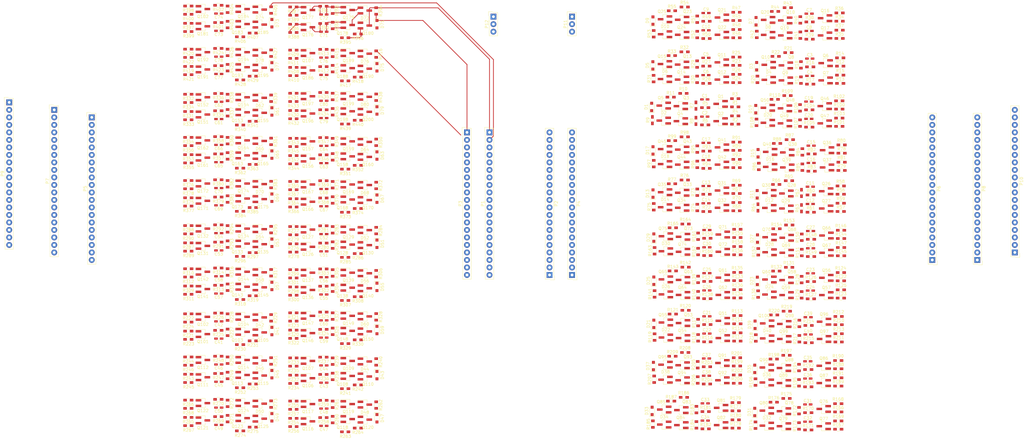
<source format=kicad_pcb>
(kicad_pcb (version 4) (host pcbnew 4.0.4-stable)
  (layers (0 F.Cu signal) (31 B.Cu signal) (34 B.Paste user) (35 F.Paste user) (36 B.SilkS user) (37 F.SilkS user) (38 B.Mask user) (39 F.Mask user) (44 Edge.Cuts user))
  (net 0 "")
  (net 1 "Net-(C1-Pad1)")
  (net 2 "Net-(C1-Pad2)")
  (net 3 "Net-(C2-Pad1)")
  (net 4 "Net-(C2-Pad2)")
  (net 5 "Net-(C3-Pad1)")
  (net 6 "Net-(C3-Pad2)")
  (net 7 "Net-(C4-Pad1)")
  (net 8 "Net-(C4-Pad2)")
  (net 9 "Net-(C5-Pad1)")
  (net 10 "Net-(C5-Pad2)")
  (net 11 "Net-(C6-Pad1)")
  (net 12 "Net-(C6-Pad2)")
  (net 13 "Net-(C7-Pad1)")
  (net 14 "Net-(C7-Pad2)")
  (net 15 "Net-(C8-Pad1)")
  (net 16 "Net-(C8-Pad2)")
  (net 17 "Net-(C9-Pad1)")
  (net 18 "Net-(C9-Pad2)")
  (net 19 "Net-(C10-Pad1)")
  (net 20 "Net-(C10-Pad2)")
  (net 21 "Net-(C11-Pad1)")
  (net 22 "Net-(C11-Pad2)")
  (net 23 "Net-(C12-Pad1)")
  (net 24 "Net-(C12-Pad2)")
  (net 25 "Net-(C13-Pad1)")
  (net 26 "Net-(C13-Pad2)")
  (net 27 "Net-(C14-Pad1)")
  (net 28 "Net-(C14-Pad2)")
  (net 29 "Net-(C15-Pad1)")
  (net 30 "Net-(C15-Pad2)")
  (net 31 "Net-(C16-Pad1)")
  (net 32 "Net-(C16-Pad2)")
  (net 33 "Net-(C17-Pad1)")
  (net 34 "Net-(C17-Pad2)")
  (net 35 "Net-(C18-Pad1)")
  (net 36 "Net-(C18-Pad2)")
  (net 37 "Net-(C19-Pad1)")
  (net 38 "Net-(C19-Pad2)")
  (net 39 "Net-(C20-Pad1)")
  (net 40 "Net-(C20-Pad2)")
  (net 41 "Net-(C21-Pad1)")
  (net 42 "Net-(C21-Pad2)")
  (net 43 "Net-(C22-Pad1)")
  (net 44 "Net-(C22-Pad2)")
  (net 45 "Net-(C23-Pad1)")
  (net 46 "Net-(C23-Pad2)")
  (net 47 "Net-(C24-Pad1)")
  (net 48 "Net-(C24-Pad2)")
  (net 49 "Net-(C25-Pad1)")
  (net 50 "Net-(C25-Pad2)")
  (net 51 "Net-(C26-Pad1)")
  (net 52 "Net-(C26-Pad2)")
  (net 53 "Net-(C27-Pad1)")
  (net 54 "Net-(C27-Pad2)")
  (net 55 "Net-(C28-Pad1)")
  (net 56 "Net-(C28-Pad2)")
  (net 57 "Net-(C29-Pad1)")
  (net 58 "Net-(C29-Pad2)")
  (net 59 "Net-(C30-Pad1)")
  (net 60 "Net-(C30-Pad2)")
  (net 61 "Net-(C31-Pad1)")
  (net 62 "Net-(C31-Pad2)")
  (net 63 "Net-(C32-Pad1)")
  (net 64 "Net-(C32-Pad2)")
  (net 65 "Net-(C33-Pad1)")
  (net 66 "Net-(C33-Pad2)")
  (net 67 "Net-(C34-Pad1)")
  (net 68 "Net-(C34-Pad2)")
  (net 69 "Net-(C35-Pad1)")
  (net 70 "Net-(C35-Pad2)")
  (net 71 "Net-(C36-Pad1)")
  (net 72 "Net-(C36-Pad2)")
  (net 73 "Net-(C37-Pad1)")
  (net 74 "Net-(C37-Pad2)")
  (net 75 "Net-(C38-Pad1)")
  (net 76 "Net-(C38-Pad2)")
  (net 77 "Net-(C39-Pad1)")
  (net 78 "Net-(C39-Pad2)")
  (net 79 "Net-(C40-Pad1)")
  (net 80 "Net-(C40-Pad2)")
  (net 81 "Net-(C41-Pad1)")
  (net 82 "Net-(C41-Pad2)")
  (net 83 "Net-(C42-Pad1)")
  (net 84 "Net-(C42-Pad2)")
  (net 85 "Net-(C43-Pad1)")
  (net 86 "Net-(C43-Pad2)")
  (net 87 "Net-(C44-Pad1)")
  (net 88 "Net-(C44-Pad2)")
  (net 89 "Net-(C45-Pad1)")
  (net 90 "Net-(C45-Pad2)")
  (net 91 "Net-(C46-Pad1)")
  (net 92 "Net-(C46-Pad2)")
  (net 93 "Net-(C47-Pad1)")
  (net 94 "Net-(C47-Pad2)")
  (net 95 "Net-(C48-Pad1)")
  (net 96 "Net-(C48-Pad2)")
  (net 97 "Net-(C49-Pad1)")
  (net 98 "Net-(C49-Pad2)")
  (net 99 "Net-(C50-Pad1)")
  (net 100 "Net-(C50-Pad2)")
  (net 101 "Net-(C51-Pad1)")
  (net 102 "Net-(C51-Pad2)")
  (net 103 "Net-(C52-Pad1)")
  (net 104 "Net-(C52-Pad2)")
  (net 105 "Net-(C53-Pad1)")
  (net 106 "Net-(C53-Pad2)")
  (net 107 "Net-(C54-Pad1)")
  (net 108 "Net-(C54-Pad2)")
  (net 109 "Net-(C55-Pad1)")
  (net 110 "Net-(C55-Pad2)")
  (net 111 "Net-(C56-Pad1)")
  (net 112 "Net-(C56-Pad2)")
  (net 113 "Net-(C57-Pad1)")
  (net 114 "Net-(C57-Pad2)")
  (net 115 "Net-(C58-Pad1)")
  (net 116 "Net-(C58-Pad2)")
  (net 117 "Net-(C59-Pad1)")
  (net 118 "Net-(C59-Pad2)")
  (net 119 "Net-(C60-Pad1)")
  (net 120 "Net-(C60-Pad2)")
  (net 121 "Net-(C61-Pad1)")
  (net 122 "Net-(C61-Pad2)")
  (net 123 "Net-(C62-Pad1)")
  (net 124 "Net-(C62-Pad2)")
  (net 125 "Net-(C63-Pad1)")
  (net 126 "Net-(C63-Pad2)")
  (net 127 "Net-(C64-Pad1)")
  (net 128 "Net-(C64-Pad2)")
  (net 129 "Net-(C65-Pad1)")
  (net 130 "Net-(C65-Pad2)")
  (net 131 "Net-(C66-Pad1)")
  (net 132 "Net-(C66-Pad2)")
  (net 133 "Net-(C67-Pad1)")
  (net 134 "Net-(C67-Pad2)")
  (net 135 "Net-(C68-Pad1)")
  (net 136 "Net-(C68-Pad2)")
  (net 137 "Net-(C69-Pad1)")
  (net 138 "Net-(C69-Pad2)")
  (net 139 "Net-(C70-Pad1)")
  (net 140 "Net-(C70-Pad2)")
  (net 141 "Net-(C71-Pad1)")
  (net 142 "Net-(C71-Pad2)")
  (net 143 "Net-(C72-Pad1)")
  (net 144 "Net-(C72-Pad2)")
  (net 145 "Net-(C73-Pad1)")
  (net 146 "Net-(C73-Pad2)")
  (net 147 "Net-(C74-Pad1)")
  (net 148 "Net-(C74-Pad2)")
  (net 149 "Net-(C75-Pad1)")
  (net 150 "Net-(C75-Pad2)")
  (net 151 "Net-(C76-Pad1)")
  (net 152 "Net-(C76-Pad2)")
  (net 153 "Net-(C77-Pad1)")
  (net 154 "Net-(C77-Pad2)")
  (net 155 "Net-(C78-Pad1)")
  (net 156 "Net-(C78-Pad2)")
  (net 157 "Net-(C79-Pad1)")
  (net 158 "Net-(C79-Pad2)")
  (net 159 "Net-(C80-Pad1)")
  (net 160 "Net-(C80-Pad2)")
  (net 161 /SENSE36)
  (net 162 GNDREF)
  (net 163 "Net-(D2-Pad1)")
  (net 164 "Net-(D2-Pad2)")
  (net 165 /PIN36)
  (net 166 /SENSE37)
  (net 167 "Net-(D4-Pad1)")
  (net 168 "Net-(D4-Pad2)")
  (net 169 /PIN37)
  (net 170 /SENSE38)
  (net 171 "Net-(D6-Pad1)")
  (net 172 "Net-(D6-Pad2)")
  (net 173 /PIN38)
  (net 174 /SENSE39)
  (net 175 "Net-(D8-Pad1)")
  (net 176 "Net-(D8-Pad2)")
  (net 177 /PIN39)
  (net 178 /SENSE40)
  (net 179 "Net-(D10-Pad1)")
  (net 180 "Net-(D10-Pad2)")
  (net 181 /PIN40)
  (net 182 /SENSE31)
  (net 183 "Net-(D12-Pad1)")
  (net 184 "Net-(D12-Pad2)")
  (net 185 /PIN31)
  (net 186 /SENSE32)
  (net 187 "Net-(D14-Pad1)")
  (net 188 "Net-(D14-Pad2)")
  (net 189 /PIN32)
  (net 190 /SENSE33)
  (net 191 "Net-(D16-Pad1)")
  (net 192 "Net-(D16-Pad2)")
  (net 193 /PIN33)
  (net 194 /SENSE34)
  (net 195 "Net-(D18-Pad1)")
  (net 196 "Net-(D18-Pad2)")
  (net 197 /PIN34)
  (net 198 /SENSE35)
  (net 199 "Net-(D20-Pad1)")
  (net 200 "Net-(D20-Pad2)")
  (net 201 /PIN35)
  (net 202 /SENSE26)
  (net 203 "Net-(D22-Pad1)")
  (net 204 "Net-(D22-Pad2)")
  (net 205 /PIN26)
  (net 206 /SENSE27)
  (net 207 "Net-(D24-Pad1)")
  (net 208 "Net-(D24-Pad2)")
  (net 209 /PIN27)
  (net 210 /SENSE28)
  (net 211 "Net-(D26-Pad1)")
  (net 212 "Net-(D26-Pad2)")
  (net 213 /PIN28)
  (net 214 /SENSE29)
  (net 215 "Net-(D28-Pad1)")
  (net 216 "Net-(D28-Pad2)")
  (net 217 /PIN29)
  (net 218 /SENSE30)
  (net 219 "Net-(D30-Pad1)")
  (net 220 "Net-(D30-Pad2)")
  (net 221 /PIN30)
  (net 222 /SENSE21)
  (net 223 "Net-(D32-Pad1)")
  (net 224 "Net-(D32-Pad2)")
  (net 225 /PIN21)
  (net 226 /SENSE22)
  (net 227 "Net-(D34-Pad1)")
  (net 228 "Net-(D34-Pad2)")
  (net 229 /PIN22)
  (net 230 /SENSE23)
  (net 231 "Net-(D36-Pad1)")
  (net 232 "Net-(D36-Pad2)")
  (net 233 /PIN23)
  (net 234 /SENSE24)
  (net 235 "Net-(D38-Pad1)")
  (net 236 "Net-(D38-Pad2)")
  (net 237 /PIN24)
  (net 238 /SENSE25)
  (net 239 "Net-(D40-Pad1)")
  (net 240 "Net-(D40-Pad2)")
  (net 241 /PIN25)
  (net 242 /SENSE16)
  (net 243 "Net-(D42-Pad1)")
  (net 244 "Net-(D42-Pad2)")
  (net 245 /PIN16)
  (net 246 /SENSE17)
  (net 247 "Net-(D44-Pad1)")
  (net 248 "Net-(D44-Pad2)")
  (net 249 /PIN17)
  (net 250 /SENSE18)
  (net 251 "Net-(D46-Pad1)")
  (net 252 "Net-(D46-Pad2)")
  (net 253 /PIN18)
  (net 254 /SENSE19)
  (net 255 "Net-(D48-Pad1)")
  (net 256 "Net-(D48-Pad2)")
  (net 257 /PIN19)
  (net 258 /SENSE20)
  (net 259 "Net-(D50-Pad1)")
  (net 260 "Net-(D50-Pad2)")
  (net 261 /PIN20)
  (net 262 /SENSE11)
  (net 263 "Net-(D52-Pad1)")
  (net 264 "Net-(D52-Pad2)")
  (net 265 /PIN11)
  (net 266 /SENSE12)
  (net 267 "Net-(D54-Pad1)")
  (net 268 "Net-(D54-Pad2)")
  (net 269 /PIN12)
  (net 270 /SENSE13)
  (net 271 "Net-(D56-Pad1)")
  (net 272 "Net-(D56-Pad2)")
  (net 273 /PIN13)
  (net 274 /SENSE14)
  (net 275 "Net-(D58-Pad1)")
  (net 276 "Net-(D58-Pad2)")
  (net 277 /PIN14)
  (net 278 /SENSE15)
  (net 279 "Net-(D60-Pad1)")
  (net 280 "Net-(D60-Pad2)")
  (net 281 /PIN15)
  (net 282 /SENSE6)
  (net 283 "Net-(D62-Pad1)")
  (net 284 "Net-(D62-Pad2)")
  (net 285 /PIN6)
  (net 286 /SENSE7)
  (net 287 "Net-(D64-Pad1)")
  (net 288 "Net-(D64-Pad2)")
  (net 289 /PIN7)
  (net 290 /SENSE8)
  (net 291 "Net-(D66-Pad1)")
  (net 292 "Net-(D66-Pad2)")
  (net 293 /PIN8)
  (net 294 /SENSE9)
  (net 295 "Net-(D68-Pad1)")
  (net 296 "Net-(D68-Pad2)")
  (net 297 /PIN9)
  (net 298 /SENSE10)
  (net 299 "Net-(D70-Pad1)")
  (net 300 "Net-(D70-Pad2)")
  (net 301 /PIN10)
  (net 302 /SENSE1)
  (net 303 "Net-(D72-Pad1)")
  (net 304 "Net-(D72-Pad2)")
  (net 305 /PIN1)
  (net 306 /SENSE2)
  (net 307 "Net-(D74-Pad1)")
  (net 308 "Net-(D74-Pad2)")
  (net 309 /PIN2)
  (net 310 /SENSE3)
  (net 311 "Net-(D76-Pad1)")
  (net 312 "Net-(D76-Pad2)")
  (net 313 /PIN3)
  (net 314 /SENSE4)
  (net 315 "Net-(D78-Pad1)")
  (net 316 "Net-(D78-Pad2)")
  (net 317 /PIN4)
  (net 318 /SENSE5)
  (net 319 "Net-(D80-Pad1)")
  (net 320 "Net-(D80-Pad2)")
  (net 321 /PIN5)
  (net 322 /EN_GND1)
  (net 323 /EN_GND2)
  (net 324 /EN_GND3)
  (net 325 /EN_GND4)
  (net 326 /EN_GND5)
  (net 327 /EN_GND6)
  (net 328 /EN_GND7)
  (net 329 /EN_GND8)
  (net 330 /EN_GND9)
  (net 331 /EN_GND10)
  (net 332 /EN_GND11)
  (net 333 /EN_GND12)
  (net 334 /EN_GND13)
  (net 335 /EN_GND14)
  (net 336 /EN_GND15)
  (net 337 /EN_GND16)
  (net 338 /EN_GND17)
  (net 339 /EN_GND18)
  (net 340 /EN_GND19)
  (net 341 /EN_GND20)
  (net 342 /EN_GND21)
  (net 343 /EN_GND22)
  (net 344 /EN_GND23)
  (net 345 /EN_GND24)
  (net 346 /EN_GND25)
  (net 347 /EN_GND26)
  (net 348 /EN_GND27)
  (net 349 /EN_GND28)
  (net 350 /EN_GND29)
  (net 351 /EN_GND30)
  (net 352 /EN_GND31)
  (net 353 /EN_GND32)
  (net 354 /EN_GND33)
  (net 355 /EN_GND34)
  (net 356 /EN_GND35)
  (net 357 /EN_GND36)
  (net 358 /EN_GND37)
  (net 359 /EN_GND38)
  (net 360 /EN_GND39)
  (net 361 /EN_GND40)
  (net 362 /EN_VDD1)
  (net 363 /EN_VDD2)
  (net 364 /EN_VDD3)
  (net 365 /EN_VDD4)
  (net 366 /EN_VDD5)
  (net 367 /EN_VDD6)
  (net 368 /EN_VDD7)
  (net 369 /EN_VDD8)
  (net 370 /EN_VDD9)
  (net 371 /EN_VDD10)
  (net 372 /EN_VDD11)
  (net 373 /EN_VDD12)
  (net 374 /EN_VDD13)
  (net 375 /EN_VDD14)
  (net 376 /EN_VDD15)
  (net 377 /EN_VDD16)
  (net 378 /EN_VDD17)
  (net 379 /EN_VDD18)
  (net 380 /EN_VDD19)
  (net 381 /EN_VDD20)
  (net 382 /EN_VDD21)
  (net 383 /EN_VDD22)
  (net 384 /EN_VDD23)
  (net 385 /EN_VDD24)
  (net 386 /EN_VDD25)
  (net 387 /EN_VDD26)
  (net 388 /EN_VDD27)
  (net 389 /EN_VDD28)
  (net 390 /EN_VDD29)
  (net 391 /EN_VDD30)
  (net 392 /EN_VDD31)
  (net 393 /EN_VDD32)
  (net 394 /EN_VDD33)
  (net 395 /EN_VDD34)
  (net 396 /EN_VDD35)
  (net 397 /EN_VDD36)
  (net 398 /EN_VDD37)
  (net 399 /EN_VDD38)
  (net 400 /EN_VDD39)
  (net 401 /EN_VDD40)
  (net 402 /EN_VPP1)
  (net 403 /EN_VPP2)
  (net 404 /EN_VPP3)
  (net 405 /EN_VPP4)
  (net 406 /EN_VPP5)
  (net 407 /EN_VPP6)
  (net 408 /EN_VPP7)
  (net 409 /EN_VPP8)
  (net 410 /EN_VPP9)
  (net 411 /EN_VPP10)
  (net 412 /EN_VPP11)
  (net 413 /EN_VPP12)
  (net 414 /EN_VPP13)
  (net 415 /EN_VPP14)
  (net 416 /EN_VPP15)
  (net 417 /EN_VPP16)
  (net 418 /EN_VPP17)
  (net 419 /EN_VPP18)
  (net 420 /EN_VPP19)
  (net 421 /EN_VPP20)
  (net 422 /EN_VPP21)
  (net 423 /EN_VPP22)
  (net 424 /EN_VPP23)
  (net 425 /EN_VPP24)
  (net 426 /EN_VPP25)
  (net 427 /EN_VPP26)
  (net 428 /EN_VPP27)
  (net 429 /EN_VPP28)
  (net 430 /EN_VPP29)
  (net 431 /EN_VPP30)
  (net 432 /EN_VPP31)
  (net 433 /EN_VPP32)
  (net 434 /EN_VPP33)
  (net 435 /EN_VPP34)
  (net 436 /EN_VPP35)
  (net 437 /EN_VPP36)
  (net 438 /EN_VPP37)
  (net 439 /EN_VPP38)
  (net 440 /EN_VPP39)
  (net 441 /EN_VPP40)
  (net 442 VDD)
  (net 443 VPP)
  (net 444 "Net-(Q1-Pad1)")
  (net 445 "Net-(Q2-Pad1)")
  (net 446 "Net-(Q5-Pad2)")
  (net 447 "Net-(Q6-Pad1)")
  (net 448 "Net-(Q7-Pad1)")
  (net 449 "Net-(Q10-Pad2)")
  (net 450 "Net-(Q11-Pad1)")
  (net 451 "Net-(Q12-Pad1)")
  (net 452 "Net-(Q15-Pad2)")
  (net 453 "Net-(Q16-Pad1)")
  (net 454 "Net-(Q17-Pad1)")
  (net 455 "Net-(Q20-Pad2)")
  (net 456 "Net-(Q21-Pad1)")
  (net 457 "Net-(Q22-Pad1)")
  (net 458 "Net-(Q25-Pad2)")
  (net 459 "Net-(Q26-Pad1)")
  (net 460 "Net-(Q27-Pad1)")
  (net 461 "Net-(Q30-Pad2)")
  (net 462 "Net-(Q31-Pad1)")
  (net 463 "Net-(Q32-Pad1)")
  (net 464 "Net-(Q35-Pad2)")
  (net 465 "Net-(Q36-Pad1)")
  (net 466 "Net-(Q37-Pad1)")
  (net 467 "Net-(Q40-Pad2)")
  (net 468 "Net-(Q41-Pad1)")
  (net 469 "Net-(Q42-Pad1)")
  (net 470 "Net-(Q45-Pad2)")
  (net 471 "Net-(Q46-Pad1)")
  (net 472 "Net-(Q47-Pad1)")
  (net 473 "Net-(Q50-Pad2)")
  (net 474 "Net-(Q51-Pad1)")
  (net 475 "Net-(Q52-Pad1)")
  (net 476 "Net-(Q55-Pad2)")
  (net 477 "Net-(Q56-Pad1)")
  (net 478 "Net-(Q57-Pad1)")
  (net 479 "Net-(Q60-Pad2)")
  (net 480 "Net-(Q61-Pad1)")
  (net 481 "Net-(Q62-Pad1)")
  (net 482 "Net-(Q65-Pad2)")
  (net 483 "Net-(Q66-Pad1)")
  (net 484 "Net-(Q67-Pad1)")
  (net 485 "Net-(Q70-Pad2)")
  (net 486 "Net-(Q71-Pad1)")
  (net 487 "Net-(Q72-Pad1)")
  (net 488 "Net-(Q75-Pad2)")
  (net 489 "Net-(Q76-Pad1)")
  (net 490 "Net-(Q77-Pad1)")
  (net 491 "Net-(Q80-Pad2)")
  (net 492 "Net-(Q81-Pad1)")
  (net 493 "Net-(Q82-Pad1)")
  (net 494 "Net-(Q85-Pad2)")
  (net 495 "Net-(Q86-Pad1)")
  (net 496 "Net-(Q87-Pad1)")
  (net 497 "Net-(Q90-Pad2)")
  (net 498 "Net-(Q91-Pad1)")
  (net 499 "Net-(Q92-Pad1)")
  (net 500 "Net-(Q95-Pad2)")
  (net 501 "Net-(Q96-Pad1)")
  (net 502 "Net-(Q97-Pad1)")
  (net 503 "Net-(Q100-Pad2)")
  (net 504 "Net-(Q101-Pad1)")
  (net 505 "Net-(Q102-Pad1)")
  (net 506 "Net-(Q105-Pad2)")
  (net 507 "Net-(Q106-Pad1)")
  (net 508 "Net-(Q107-Pad1)")
  (net 509 "Net-(Q110-Pad2)")
  (net 510 "Net-(Q111-Pad1)")
  (net 511 "Net-(Q112-Pad1)")
  (net 512 "Net-(Q115-Pad2)")
  (net 513 "Net-(Q116-Pad1)")
  (net 514 "Net-(Q117-Pad1)")
  (net 515 "Net-(Q120-Pad2)")
  (net 516 "Net-(Q121-Pad1)")
  (net 517 "Net-(Q122-Pad1)")
  (net 518 "Net-(Q125-Pad2)")
  (net 519 "Net-(Q126-Pad1)")
  (net 520 "Net-(Q127-Pad1)")
  (net 521 "Net-(Q130-Pad2)")
  (net 522 "Net-(Q131-Pad1)")
  (net 523 "Net-(Q132-Pad1)")
  (net 524 "Net-(Q135-Pad2)")
  (net 525 "Net-(Q136-Pad1)")
  (net 526 "Net-(Q137-Pad1)")
  (net 527 "Net-(Q140-Pad2)")
  (net 528 "Net-(Q141-Pad1)")
  (net 529 "Net-(Q142-Pad1)")
  (net 530 "Net-(Q145-Pad2)")
  (net 531 "Net-(Q146-Pad1)")
  (net 532 "Net-(Q147-Pad1)")
  (net 533 "Net-(Q150-Pad2)")
  (net 534 "Net-(Q151-Pad1)")
  (net 535 "Net-(Q152-Pad1)")
  (net 536 "Net-(Q155-Pad2)")
  (net 537 "Net-(Q156-Pad1)")
  (net 538 "Net-(Q157-Pad1)")
  (net 539 "Net-(Q160-Pad2)")
  (net 540 "Net-(Q161-Pad1)")
  (net 541 "Net-(Q162-Pad1)")
  (net 542 "Net-(Q165-Pad2)")
  (net 543 "Net-(Q166-Pad1)")
  (net 544 "Net-(Q167-Pad1)")
  (net 545 "Net-(Q170-Pad2)")
  (net 546 "Net-(Q171-Pad1)")
  (net 547 "Net-(Q172-Pad1)")
  (net 548 "Net-(Q175-Pad2)")
  (net 549 "Net-(Q176-Pad1)")
  (net 550 "Net-(Q177-Pad1)")
  (net 551 "Net-(Q180-Pad2)")
  (net 552 "Net-(Q181-Pad1)")
  (net 553 "Net-(Q182-Pad1)")
  (net 554 "Net-(Q185-Pad2)")
  (net 555 "Net-(Q186-Pad1)")
  (net 556 "Net-(Q187-Pad1)")
  (net 557 "Net-(Q190-Pad2)")
  (net 558 "Net-(Q191-Pad1)")
  (net 559 "Net-(Q192-Pad1)")
  (net 560 "Net-(Q195-Pad2)")
  (net 561 "Net-(Q196-Pad1)")
  (net 562 "Net-(Q197-Pad1)")
  (net 563 "Net-(Q200-Pad2)")
  (module Capacitors_SMD:C_0603_HandSoldering (layer F.Cu) (at 217.630004 59.951484)
    (fp_text reference C1 (at 0 -1.25) (layer F.SilkS))
    (fp_text value 47p)
    (pad 1 smd rect (at -0.95 0) (size 1.2 0.75) (layers F.Cu F.Paste F.Mask) (net 1 "Net-(C1-Pad1)"))
    (pad 2 smd rect (at 0.95 0) (size 1.2 0.75) (layers F.Cu F.Paste F.Mask) (net 2 "Net-(C1-Pad2)"))
  )
  (module Capacitors_SMD:C_0603_HandSoldering (layer F.Cu) (at 217.630004 65.793484)
    (fp_text reference C2 (at 0 -1.25) (layer F.SilkS))
    (fp_text value 47p)
    (pad 1 smd rect (at -0.95 0) (size 1.2 0.75) (layers F.Cu F.Paste F.Mask) (net 3 "Net-(C2-Pad1)"))
    (pad 2 smd rect (at 0.95 0) (size 1.2 0.75) (layers F.Cu F.Paste F.Mask) (net 4 "Net-(C2-Pad2)"))
  )
  (module Capacitors_SMD:C_0603_HandSoldering (layer F.Cu) (at 253.169008 46.155536)
    (fp_text reference C3 (at 0 -1.25) (layer F.SilkS))
    (fp_text value 47p)
    (pad 1 smd rect (at -0.95 0 180) (size 1.2 0.75) (layers F.Cu F.Paste F.Mask) (net 5 "Net-(C3-Pad1)"))
    (pad 2 smd rect (at 0.95 0 180) (size 1.2 0.75) (layers F.Cu F.Paste F.Mask) (net 6 "Net-(C3-Pad2)"))
  )
  (module Capacitors_SMD:C_0603_HandSoldering (layer F.Cu) (at 253.169008 51.997536)
    (fp_text reference C4 (at 0 -1.25) (layer F.SilkS))
    (fp_text value 47p)
    (pad 1 smd rect (at -0.95 0 180) (size 1.2 0.75) (layers F.Cu F.Paste F.Mask) (net 7 "Net-(C4-Pad1)"))
    (pad 2 smd rect (at 0.95 0 180) (size 1.2 0.75) (layers F.Cu F.Paste F.Mask) (net 8 "Net-(C4-Pad2)"))
  )
  (module Capacitors_SMD:C_0603_HandSoldering (layer F.Cu) (at 218.033756 45.891652)
    (fp_text reference C5 (at 0 -1.25) (layer F.SilkS))
    (fp_text value 47p)
    (pad 1 smd rect (at -0.95 0 180) (size 1.2 0.75) (layers F.Cu F.Paste F.Mask) (net 9 "Net-(C5-Pad1)"))
    (pad 2 smd rect (at 0.95 0 180) (size 1.2 0.75) (layers F.Cu F.Paste F.Mask) (net 10 "Net-(C5-Pad2)"))
  )
  (module Capacitors_SMD:C_0603_HandSoldering (layer F.Cu) (at 218.033756 51.733652)
    (fp_text reference C6 (at 0 -1.25) (layer F.SilkS))
    (fp_text value 47p)
    (pad 1 smd rect (at -0.95 0 180) (size 1.2 0.75) (layers F.Cu F.Paste F.Mask) (net 11 "Net-(C6-Pad1)"))
    (pad 2 smd rect (at 0.95 0 180) (size 1.2 0.75) (layers F.Cu F.Paste F.Mask) (net 12 "Net-(C6-Pad2)"))
  )
  (module Capacitors_SMD:C_0603_HandSoldering (layer F.Cu) (at 252.960252 30.941884)
    (fp_text reference C7 (at 0 -1.25) (layer F.SilkS))
    (fp_text value 47p)
    (pad 1 smd rect (at -0.95 0 180) (size 1.2 0.75) (layers F.Cu F.Paste F.Mask) (net 13 "Net-(C7-Pad1)"))
    (pad 2 smd rect (at 0.95 0 180) (size 1.2 0.75) (layers F.Cu F.Paste F.Mask) (net 14 "Net-(C7-Pad2)"))
  )
  (module Capacitors_SMD:C_0603_HandSoldering (layer F.Cu) (at 252.960252 36.783884)
    (fp_text reference C8 (at 0 -1.25) (layer F.SilkS))
    (fp_text value 47p)
    (pad 1 smd rect (at -0.95 0 180) (size 1.2 0.75) (layers F.Cu F.Paste F.Mask) (net 15 "Net-(C8-Pad1)"))
    (pad 2 smd rect (at 0.95 0 180) (size 1.2 0.75) (layers F.Cu F.Paste F.Mask) (net 16 "Net-(C8-Pad2)"))
  )
  (module Capacitors_SMD:C_0603_HandSoldering (layer F.Cu) (at 218.065383 30.719335)
    (fp_text reference C9 (at 0 -1.25) (layer F.SilkS))
    (fp_text value 47p)
    (pad 1 smd rect (at -0.95 0 180) (size 1.2 0.75) (layers F.Cu F.Paste F.Mask) (net 17 "Net-(C9-Pad1)"))
    (pad 2 smd rect (at 0.95 0 180) (size 1.2 0.75) (layers F.Cu F.Paste F.Mask) (net 18 "Net-(C9-Pad2)"))
  )
  (module Capacitors_SMD:C_0603_HandSoldering (layer F.Cu) (at 218.065383 36.561335)
    (fp_text reference C10 (at 0 -1.25) (layer F.SilkS))
    (fp_text value 47p)
    (pad 1 smd rect (at -0.95 0 180) (size 1.2 0.75) (layers F.Cu F.Paste F.Mask) (net 19 "Net-(C10-Pad1)"))
    (pad 2 smd rect (at 0.95 0 180) (size 1.2 0.75) (layers F.Cu F.Paste F.Mask) (net 20 "Net-(C10-Pad2)"))
  )
  (module Capacitors_SMD:C_0603_HandSoldering (layer F.Cu) (at 253.35375 89.508858)
    (fp_text reference C11 (at 0 -1.25) (layer F.SilkS))
    (fp_text value 47p)
    (pad 1 smd rect (at -0.95 0) (size 1.2 0.75) (layers F.Cu F.Paste F.Mask) (net 21 "Net-(C11-Pad1)"))
    (pad 2 smd rect (at 0.95 0) (size 1.2 0.75) (layers F.Cu F.Paste F.Mask) (net 22 "Net-(C11-Pad2)"))
  )
  (module Capacitors_SMD:C_0603_HandSoldering (layer F.Cu) (at 253.35375 95.350858)
    (fp_text reference C12 (at 0 -1.25) (layer F.SilkS))
    (fp_text value 47p)
    (pad 1 smd rect (at -0.95 0) (size 1.2 0.75) (layers F.Cu F.Paste F.Mask) (net 23 "Net-(C12-Pad1)"))
    (pad 2 smd rect (at 0.95 0) (size 1.2 0.75) (layers F.Cu F.Paste F.Mask) (net 24 "Net-(C12-Pad2)"))
  )
  (module Capacitors_SMD:C_0603_HandSoldering (layer F.Cu) (at 218.083875 89.270429)
    (fp_text reference C13 (at 0 -1.25) (layer F.SilkS))
    (fp_text value 47p)
    (pad 1 smd rect (at -0.95 0 180) (size 1.2 0.75) (layers F.Cu F.Paste F.Mask) (net 25 "Net-(C13-Pad1)"))
    (pad 2 smd rect (at 0.95 0 180) (size 1.2 0.75) (layers F.Cu F.Paste F.Mask) (net 26 "Net-(C13-Pad2)"))
  )
  (module Capacitors_SMD:C_0603_HandSoldering (layer F.Cu) (at 218.083875 95.112429)
    (fp_text reference C14 (at 0 -1.25) (layer F.SilkS))
    (fp_text value 47p)
    (pad 1 smd rect (at -0.95 0 180) (size 1.2 0.75) (layers F.Cu F.Paste F.Mask) (net 27 "Net-(C14-Pad1)"))
    (pad 2 smd rect (at 0.95 0 180) (size 1.2 0.75) (layers F.Cu F.Paste F.Mask) (net 28 "Net-(C14-Pad2)"))
  )
  (module Capacitors_SMD:C_0603_HandSoldering (layer F.Cu) (at 253.643875 75.620429)
    (fp_text reference C15 (at 0 -1.25) (layer F.SilkS))
    (fp_text value 47p)
    (pad 1 smd rect (at -0.95 0 180) (size 1.2 0.75) (layers F.Cu F.Paste F.Mask) (net 29 "Net-(C15-Pad1)"))
    (pad 2 smd rect (at 0.95 0 180) (size 1.2 0.75) (layers F.Cu F.Paste F.Mask) (net 30 "Net-(C15-Pad2)"))
  )
  (module Capacitors_SMD:C_0603_HandSoldering (layer F.Cu) (at 253.643875 81.462429)
    (fp_text reference C16 (at 0 -1.25) (layer F.SilkS))
    (fp_text value 47p)
    (pad 1 smd rect (at -0.95 0 180) (size 1.2 0.75) (layers F.Cu F.Paste F.Mask) (net 31 "Net-(C16-Pad1)"))
    (pad 2 smd rect (at 0.95 0 180) (size 1.2 0.75) (layers F.Cu F.Paste F.Mask) (net 32 "Net-(C16-Pad2)"))
  )
  (module Capacitors_SMD:C_0603_HandSoldering (layer F.Cu) (at 218.083875 74.670429)
    (fp_text reference C17 (at 0 -1.25) (layer F.SilkS))
    (fp_text value 47p)
    (pad 1 smd rect (at -0.95 0 180) (size 1.2 0.75) (layers F.Cu F.Paste F.Mask) (net 33 "Net-(C17-Pad1)"))
    (pad 2 smd rect (at 0.95 0 180) (size 1.2 0.75) (layers F.Cu F.Paste F.Mask) (net 34 "Net-(C17-Pad2)"))
  )
  (module Capacitors_SMD:C_0603_HandSoldering (layer F.Cu) (at 218.083875 80.512429)
    (fp_text reference C18 (at 0 -1.25) (layer F.SilkS))
    (fp_text value 47p)
    (pad 1 smd rect (at -0.95 0 180) (size 1.2 0.75) (layers F.Cu F.Paste F.Mask) (net 35 "Net-(C18-Pad1)"))
    (pad 2 smd rect (at 0.95 0 180) (size 1.2 0.75) (layers F.Cu F.Paste F.Mask) (net 36 "Net-(C18-Pad2)"))
  )
  (module Capacitors_SMD:C_0603_HandSoldering (layer F.Cu) (at 252.862502 60.697458)
    (fp_text reference C19 (at 0 -1.25) (layer F.SilkS))
    (fp_text value 47p)
    (pad 1 smd rect (at -0.95 0 180) (size 1.2 0.75) (layers F.Cu F.Paste F.Mask) (net 37 "Net-(C19-Pad1)"))
    (pad 2 smd rect (at 0.95 0 180) (size 1.2 0.75) (layers F.Cu F.Paste F.Mask) (net 38 "Net-(C19-Pad2)"))
  )
  (module Capacitors_SMD:C_0603_HandSoldering (layer F.Cu) (at 252.862502 66.539458)
    (fp_text reference C20 (at 0 -1.25) (layer F.SilkS))
    (fp_text value 47p)
    (pad 1 smd rect (at -0.95 0 180) (size 1.2 0.75) (layers F.Cu F.Paste F.Mask) (net 39 "Net-(C20-Pad1)"))
    (pad 2 smd rect (at 0.95 0 180) (size 1.2 0.75) (layers F.Cu F.Paste F.Mask) (net 40 "Net-(C20-Pad2)"))
  )
  (module Capacitors_SMD:C_0603_HandSoldering (layer F.Cu) (at 218.360754 133.369398)
    (fp_text reference C21 (at 0 -1.25) (layer F.SilkS))
    (fp_text value 47p)
    (pad 1 smd rect (at -0.95 0 180) (size 1.2 0.75) (layers F.Cu F.Paste F.Mask) (net 41 "Net-(C21-Pad1)"))
    (pad 2 smd rect (at 0.95 0 180) (size 1.2 0.75) (layers F.Cu F.Paste F.Mask) (net 42 "Net-(C21-Pad2)"))
  )
  (module Capacitors_SMD:C_0603_HandSoldering (layer F.Cu) (at 218.360754 139.211398)
    (fp_text reference C22 (at 0 -1.25) (layer F.SilkS))
    (fp_text value 47p)
    (pad 1 smd rect (at -0.95 0 180) (size 1.2 0.75) (layers F.Cu F.Paste F.Mask) (net 43 "Net-(C22-Pad1)"))
    (pad 2 smd rect (at 0.95 0 180) (size 1.2 0.75) (layers F.Cu F.Paste F.Mask) (net 44 "Net-(C22-Pad2)"))
  )
  (module Capacitors_SMD:C_0603_HandSoldering (layer F.Cu) (at 253.404524 118.820388)
    (fp_text reference C23 (at 0 -1.25) (layer F.SilkS))
    (fp_text value 47p)
    (pad 1 smd rect (at -0.95 0 180) (size 1.2 0.75) (layers F.Cu F.Paste F.Mask) (net 45 "Net-(C23-Pad1)"))
    (pad 2 smd rect (at 0.95 0 180) (size 1.2 0.75) (layers F.Cu F.Paste F.Mask) (net 46 "Net-(C23-Pad2)"))
  )
  (module Capacitors_SMD:C_0603_HandSoldering (layer F.Cu) (at 253.404524 124.662388)
    (fp_text reference C24 (at 0 -1.25) (layer F.SilkS))
    (fp_text value 47p)
    (pad 1 smd rect (at -0.95 0 180) (size 1.2 0.75) (layers F.Cu F.Paste F.Mask) (net 47 "Net-(C24-Pad1)"))
    (pad 2 smd rect (at 0.95 0 180) (size 1.2 0.75) (layers F.Cu F.Paste F.Mask) (net 48 "Net-(C24-Pad2)"))
  )
  (module Capacitors_SMD:C_0603_HandSoldering (layer F.Cu) (at 218.360754 118.769398)
    (fp_text reference C25 (at 0 -1.25) (layer F.SilkS))
    (fp_text value 47p)
    (pad 1 smd rect (at -0.95 0 180) (size 1.2 0.75) (layers F.Cu F.Paste F.Mask) (net 49 "Net-(C25-Pad1)"))
    (pad 2 smd rect (at 0.95 0 180) (size 1.2 0.75) (layers F.Cu F.Paste F.Mask) (net 50 "Net-(C25-Pad2)"))
  )
  (module Capacitors_SMD:C_0603_HandSoldering (layer F.Cu) (at 218.360754 124.611398)
    (fp_text reference C26 (at 0 -1.25) (layer F.SilkS))
    (fp_text value 47p)
    (pad 1 smd rect (at -0.95 0 180) (size 1.2 0.75) (layers F.Cu F.Paste F.Mask) (net 51 "Net-(C26-Pad1)"))
    (pad 2 smd rect (at 0.95 0 180) (size 1.2 0.75) (layers F.Cu F.Paste F.Mask) (net 52 "Net-(C26-Pad2)"))
  )
  (module Capacitors_SMD:C_0603_HandSoldering (layer F.Cu) (at 253.455016 104.501592)
    (fp_text reference C27 (at 0 -1.25) (layer F.SilkS))
    (fp_text value 47p)
    (pad 1 smd rect (at -0.95 0 180) (size 1.2 0.75) (layers F.Cu F.Paste F.Mask) (net 53 "Net-(C27-Pad1)"))
    (pad 2 smd rect (at 0.95 0 180) (size 1.2 0.75) (layers F.Cu F.Paste F.Mask) (net 54 "Net-(C27-Pad2)"))
  )
  (module Capacitors_SMD:C_0603_HandSoldering (layer F.Cu) (at 253.455016 110.343592)
    (fp_text reference C28 (at 0 -1.25) (layer F.SilkS))
    (fp_text value 47p)
    (pad 1 smd rect (at -0.95 0 180) (size 1.2 0.75) (layers F.Cu F.Paste F.Mask) (net 55 "Net-(C28-Pad1)"))
    (pad 2 smd rect (at 0.95 0 180) (size 1.2 0.75) (layers F.Cu F.Paste F.Mask) (net 56 "Net-(C28-Pad2)"))
  )
  (module Capacitors_SMD:C_0603_HandSoldering (layer F.Cu) (at 218.360754 104.169398)
    (fp_text reference C29 (at 0 -1.25) (layer F.SilkS))
    (fp_text value 47p)
    (pad 1 smd rect (at -0.95 0 180) (size 1.2 0.75) (layers F.Cu F.Paste F.Mask) (net 57 "Net-(C29-Pad1)"))
    (pad 2 smd rect (at 0.95 0 180) (size 1.2 0.75) (layers F.Cu F.Paste F.Mask) (net 58 "Net-(C29-Pad2)"))
  )
  (module Capacitors_SMD:C_0603_HandSoldering (layer F.Cu) (at 218.360754 110.011398)
    (fp_text reference C30 (at 0 -1.25) (layer F.SilkS))
    (fp_text value 47p)
    (pad 1 smd rect (at -0.95 0 180) (size 1.2 0.75) (layers F.Cu F.Paste F.Mask) (net 59 "Net-(C30-Pad1)"))
    (pad 2 smd rect (at 0.95 0 180) (size 1.2 0.75) (layers F.Cu F.Paste F.Mask) (net 60 "Net-(C30-Pad2)"))
  )
  (module Capacitors_SMD:C_0603_HandSoldering (layer F.Cu) (at 252.518415 163.196679)
    (fp_text reference C31 (at 0 -1.25) (layer F.SilkS))
    (fp_text value 47p)
    (pad 1 smd rect (at -0.95 0 180) (size 1.2 0.75) (layers F.Cu F.Paste F.Mask) (net 61 "Net-(C31-Pad1)"))
    (pad 2 smd rect (at 0.95 0 180) (size 1.2 0.75) (layers F.Cu F.Paste F.Mask) (net 62 "Net-(C31-Pad2)"))
  )
  (module Capacitors_SMD:C_0603_HandSoldering (layer F.Cu) (at 252.518415 169.038679)
    (fp_text reference C32 (at 0 -1.25) (layer F.SilkS))
    (fp_text value 47p)
    (pad 1 smd rect (at -0.95 0 180) (size 1.2 0.75) (layers F.Cu F.Paste F.Mask) (net 63 "Net-(C32-Pad1)"))
    (pad 2 smd rect (at 0.95 0 180) (size 1.2 0.75) (layers F.Cu F.Paste F.Mask) (net 64 "Net-(C32-Pad2)"))
  )
  (module Capacitors_SMD:C_0603_HandSoldering (layer F.Cu) (at 217.79166 162.830716)
    (fp_text reference C33 (at 0 -1.25) (layer F.SilkS))
    (fp_text value 47p)
    (pad 1 smd rect (at -0.95 0 180) (size 1.2 0.75) (layers F.Cu F.Paste F.Mask) (net 65 "Net-(C33-Pad1)"))
    (pad 2 smd rect (at 0.95 0 180) (size 1.2 0.75) (layers F.Cu F.Paste F.Mask) (net 66 "Net-(C33-Pad2)"))
  )
  (module Capacitors_SMD:C_0603_HandSoldering (layer F.Cu) (at 217.79166 168.672716)
    (fp_text reference C34 (at 0 -1.25) (layer F.SilkS))
    (fp_text value 47p)
    (pad 1 smd rect (at -0.95 0 180) (size 1.2 0.75) (layers F.Cu F.Paste F.Mask) (net 67 "Net-(C34-Pad1)"))
    (pad 2 smd rect (at 0.95 0 180) (size 1.2 0.75) (layers F.Cu F.Paste F.Mask) (net 68 "Net-(C34-Pad2)"))
  )
  (module Capacitors_SMD:C_0603_HandSoldering (layer F.Cu) (at 252.518415 148.596679)
    (fp_text reference C35 (at 0 -1.25) (layer F.SilkS))
    (fp_text value 47p)
    (pad 1 smd rect (at -0.95 0 180) (size 1.2 0.75) (layers F.Cu F.Paste F.Mask) (net 69 "Net-(C35-Pad1)"))
    (pad 2 smd rect (at 0.95 0 180) (size 1.2 0.75) (layers F.Cu F.Paste F.Mask) (net 70 "Net-(C35-Pad2)"))
  )
  (module Capacitors_SMD:C_0603_HandSoldering (layer F.Cu) (at 252.518415 154.438679)
    (fp_text reference C36 (at 0 -1.25) (layer F.SilkS))
    (fp_text value 47p)
    (pad 1 smd rect (at -0.95 0 180) (size 1.2 0.75) (layers F.Cu F.Paste F.Mask) (net 71 "Net-(C36-Pad1)"))
    (pad 2 smd rect (at 0.95 0 180) (size 1.2 0.75) (layers F.Cu F.Paste F.Mask) (net 72 "Net-(C36-Pad2)"))
  )
  (module Capacitors_SMD:C_0603_HandSoldering (layer F.Cu) (at 218.228415 147.646679)
    (fp_text reference C37 (at 0 -1.25) (layer F.SilkS))
    (fp_text value 47p)
    (pad 1 smd rect (at -0.95 0 180) (size 1.2 0.75) (layers F.Cu F.Paste F.Mask) (net 73 "Net-(C37-Pad1)"))
    (pad 2 smd rect (at 0.95 0 180) (size 1.2 0.75) (layers F.Cu F.Paste F.Mask) (net 74 "Net-(C37-Pad2)"))
  )
  (module Capacitors_SMD:C_0603_HandSoldering (layer F.Cu) (at 218.228415 153.488679)
    (fp_text reference C38 (at 0 -1.25) (layer F.SilkS))
    (fp_text value 47p)
    (pad 1 smd rect (at -0.95 0 180) (size 1.2 0.75) (layers F.Cu F.Paste F.Mask) (net 75 "Net-(C38-Pad1)"))
    (pad 2 smd rect (at 0.95 0 180) (size 1.2 0.75) (layers F.Cu F.Paste F.Mask) (net 76 "Net-(C38-Pad2)"))
  )
  (module Capacitors_SMD:C_0603_HandSoldering (layer F.Cu) (at 252.63049 133.674074)
    (fp_text reference C39 (at 0 -1.25) (layer F.SilkS))
    (fp_text value 47p)
    (pad 1 smd rect (at -0.95 0 180) (size 1.2 0.75) (layers F.Cu F.Paste F.Mask) (net 77 "Net-(C39-Pad1)"))
    (pad 2 smd rect (at 0.95 0 180) (size 1.2 0.75) (layers F.Cu F.Paste F.Mask) (net 78 "Net-(C39-Pad2)"))
  )
  (module Capacitors_SMD:C_0603_HandSoldering (layer F.Cu) (at 252.63049 139.516074)
    (fp_text reference C40 (at 0 -1.25) (layer F.SilkS))
    (fp_text value 47p)
    (pad 1 smd rect (at -0.95 0 180) (size 1.2 0.75) (layers F.Cu F.Paste F.Mask) (net 79 "Net-(C40-Pad1)"))
    (pad 2 smd rect (at 0.95 0 180) (size 1.2 0.75) (layers F.Cu F.Paste F.Mask) (net 80 "Net-(C40-Pad2)"))
  )
  (module Capacitors_SMD:C_0603_HandSoldering (layer F.Cu) (at 53.152 140.92 180)
    (fp_text reference C41 (at 0 -1.25 180) (layer F.SilkS))
    (fp_text value 47p)
    (pad 1 smd rect (at -0.95 0) (size 1.2 0.75) (layers F.Cu F.Paste F.Mask) (net 81 "Net-(C41-Pad1)"))
    (pad 2 smd rect (at 0.95 0) (size 1.2 0.75) (layers F.Cu F.Paste F.Mask) (net 82 "Net-(C41-Pad2)"))
  )
  (module Capacitors_SMD:C_0603_HandSoldering (layer F.Cu) (at 53.152 135.078 180)
    (fp_text reference C42 (at 0 -1.25 180) (layer F.SilkS))
    (fp_text value 47p)
    (pad 1 smd rect (at -0.95 0) (size 1.2 0.75) (layers F.Cu F.Paste F.Mask) (net 83 "Net-(C42-Pad1)"))
    (pad 2 smd rect (at 0.95 0) (size 1.2 0.75) (layers F.Cu F.Paste F.Mask) (net 84 "Net-(C42-Pad2)"))
  )
  (module Capacitors_SMD:C_0603_HandSoldering (layer F.Cu) (at 88.712 155.84 180)
    (fp_text reference C43 (at 0 -1.25 180) (layer F.SilkS))
    (fp_text value 47p)
    (pad 1 smd rect (at -0.95 0) (size 1.2 0.75) (layers F.Cu F.Paste F.Mask) (net 85 "Net-(C43-Pad1)"))
    (pad 2 smd rect (at 0.95 0) (size 1.2 0.75) (layers F.Cu F.Paste F.Mask) (net 86 "Net-(C43-Pad2)"))
  )
  (module Capacitors_SMD:C_0603_HandSoldering (layer F.Cu) (at 88.712 149.998 180)
    (fp_text reference C44 (at 0 -1.25 180) (layer F.SilkS))
    (fp_text value 47p)
    (pad 1 smd rect (at -0.95 0) (size 1.2 0.75) (layers F.Cu F.Paste F.Mask) (net 87 "Net-(C44-Pad1)"))
    (pad 2 smd rect (at 0.95 0) (size 1.2 0.75) (layers F.Cu F.Paste F.Mask) (net 88 "Net-(C44-Pad2)"))
  )
  (module Capacitors_SMD:C_0603_HandSoldering (layer F.Cu) (at 53.152 155.52 180)
    (fp_text reference C45 (at 0 -1.25 180) (layer F.SilkS))
    (fp_text value 47p)
    (pad 1 smd rect (at -0.95 0) (size 1.2 0.75) (layers F.Cu F.Paste F.Mask) (net 89 "Net-(C45-Pad1)"))
    (pad 2 smd rect (at 0.95 0) (size 1.2 0.75) (layers F.Cu F.Paste F.Mask) (net 90 "Net-(C45-Pad2)"))
  )
  (module Capacitors_SMD:C_0603_HandSoldering (layer F.Cu) (at 53.152 149.678 180)
    (fp_text reference C46 (at 0 -1.25 180) (layer F.SilkS))
    (fp_text value 47p)
    (pad 1 smd rect (at -0.95 0) (size 1.2 0.75) (layers F.Cu F.Paste F.Mask) (net 91 "Net-(C46-Pad1)"))
    (pad 2 smd rect (at 0.95 0) (size 1.2 0.75) (layers F.Cu F.Paste F.Mask) (net 92 "Net-(C46-Pad2)"))
  )
  (module Capacitors_SMD:C_0603_HandSoldering (layer F.Cu) (at 88.712 170.44 180)
    (fp_text reference C47 (at 0 -1.25 180) (layer F.SilkS))
    (fp_text value 47p)
    (pad 1 smd rect (at -0.95 0) (size 1.2 0.75) (layers F.Cu F.Paste F.Mask) (net 93 "Net-(C47-Pad1)"))
    (pad 2 smd rect (at 0.95 0) (size 1.2 0.75) (layers F.Cu F.Paste F.Mask) (net 94 "Net-(C47-Pad2)"))
  )
  (module Capacitors_SMD:C_0603_HandSoldering (layer F.Cu) (at 88.712 164.598 180)
    (fp_text reference C48 (at 0 -1.25 180) (layer F.SilkS))
    (fp_text value 47p)
    (pad 1 smd rect (at -0.95 0) (size 1.2 0.75) (layers F.Cu F.Paste F.Mask) (net 95 "Net-(C48-Pad1)"))
    (pad 2 smd rect (at 0.95 0) (size 1.2 0.75) (layers F.Cu F.Paste F.Mask) (net 96 "Net-(C48-Pad2)"))
  )
  (module Capacitors_SMD:C_0603_HandSoldering (layer F.Cu) (at 53.152 170.12 180)
    (fp_text reference C49 (at 0 -1.25 180) (layer F.SilkS))
    (fp_text value 47p)
    (pad 1 smd rect (at -0.95 0) (size 1.2 0.75) (layers F.Cu F.Paste F.Mask) (net 97 "Net-(C49-Pad1)"))
    (pad 2 smd rect (at 0.95 0) (size 1.2 0.75) (layers F.Cu F.Paste F.Mask) (net 98 "Net-(C49-Pad2)"))
  )
  (module Capacitors_SMD:C_0603_HandSoldering (layer F.Cu) (at 53.152 164.278 180)
    (fp_text reference C50 (at 0 -1.25 180) (layer F.SilkS))
    (fp_text value 47p)
    (pad 1 smd rect (at -0.95 0) (size 1.2 0.75) (layers F.Cu F.Paste F.Mask) (net 99 "Net-(C50-Pad1)"))
    (pad 2 smd rect (at 0.95 0) (size 1.2 0.75) (layers F.Cu F.Paste F.Mask) (net 100 "Net-(C50-Pad2)"))
  )
  (module Capacitors_SMD:C_0603_HandSoldering (layer F.Cu) (at 88.712 111.38 180)
    (fp_text reference C51 (at 0 -1.25 180) (layer F.SilkS))
    (fp_text value 47p)
    (pad 1 smd rect (at -0.95 0) (size 1.2 0.75) (layers F.Cu F.Paste F.Mask) (net 101 "Net-(C51-Pad1)"))
    (pad 2 smd rect (at 0.95 0) (size 1.2 0.75) (layers F.Cu F.Paste F.Mask) (net 102 "Net-(C51-Pad2)"))
  )
  (module Capacitors_SMD:C_0603_HandSoldering (layer F.Cu) (at 88.712 105.538 180)
    (fp_text reference C52 (at 0 -1.25 180) (layer F.SilkS))
    (fp_text value 47p)
    (pad 1 smd rect (at -0.95 0) (size 1.2 0.75) (layers F.Cu F.Paste F.Mask) (net 103 "Net-(C52-Pad1)"))
    (pad 2 smd rect (at 0.95 0) (size 1.2 0.75) (layers F.Cu F.Paste F.Mask) (net 104 "Net-(C52-Pad2)"))
  )
  (module Capacitors_SMD:C_0603_HandSoldering (layer F.Cu) (at 53.152 111.06 180)
    (fp_text reference C53 (at 0 -1.25 180) (layer F.SilkS))
    (fp_text value 47p)
    (pad 1 smd rect (at -0.95 0) (size 1.2 0.75) (layers F.Cu F.Paste F.Mask) (net 105 "Net-(C53-Pad1)"))
    (pad 2 smd rect (at 0.95 0) (size 1.2 0.75) (layers F.Cu F.Paste F.Mask) (net 106 "Net-(C53-Pad2)"))
  )
  (module Capacitors_SMD:C_0603_HandSoldering (layer F.Cu) (at 53.152 105.218 180)
    (fp_text reference C54 (at 0 -1.25 180) (layer F.SilkS))
    (fp_text value 47p)
    (pad 1 smd rect (at -0.95 0) (size 1.2 0.75) (layers F.Cu F.Paste F.Mask) (net 107 "Net-(C54-Pad1)"))
    (pad 2 smd rect (at 0.95 0) (size 1.2 0.75) (layers F.Cu F.Paste F.Mask) (net 108 "Net-(C54-Pad2)"))
  )
  (module Capacitors_SMD:C_0603_HandSoldering (layer F.Cu) (at 88.712 125.98 180)
    (fp_text reference C55 (at 0 -1.25 180) (layer F.SilkS))
    (fp_text value 47p)
    (pad 1 smd rect (at -0.95 0) (size 1.2 0.75) (layers F.Cu F.Paste F.Mask) (net 109 "Net-(C55-Pad1)"))
    (pad 2 smd rect (at 0.95 0) (size 1.2 0.75) (layers F.Cu F.Paste F.Mask) (net 110 "Net-(C55-Pad2)"))
  )
  (module Capacitors_SMD:C_0603_HandSoldering (layer F.Cu) (at 88.712 120.138 180)
    (fp_text reference C56 (at 0 -1.25 180) (layer F.SilkS))
    (fp_text value 47p)
    (pad 1 smd rect (at -0.95 0) (size 1.2 0.75) (layers F.Cu F.Paste F.Mask) (net 111 "Net-(C56-Pad1)"))
    (pad 2 smd rect (at 0.95 0) (size 1.2 0.75) (layers F.Cu F.Paste F.Mask) (net 112 "Net-(C56-Pad2)"))
  )
  (module Capacitors_SMD:C_0603_HandSoldering (layer F.Cu) (at 53.152 125.66 180)
    (fp_text reference C57 (at 0 -1.25 180) (layer F.SilkS))
    (fp_text value 47p)
    (pad 1 smd rect (at -0.95 0) (size 1.2 0.75) (layers F.Cu F.Paste F.Mask) (net 113 "Net-(C57-Pad1)"))
    (pad 2 smd rect (at 0.95 0) (size 1.2 0.75) (layers F.Cu F.Paste F.Mask) (net 114 "Net-(C57-Pad2)"))
  )
  (module Capacitors_SMD:C_0603_HandSoldering (layer F.Cu) (at 53.152 119.818 180)
    (fp_text reference C58 (at 0 -1.25 180) (layer F.SilkS))
    (fp_text value 47p)
    (pad 1 smd rect (at -0.95 0) (size 1.2 0.75) (layers F.Cu F.Paste F.Mask) (net 115 "Net-(C58-Pad1)"))
    (pad 2 smd rect (at 0.95 0) (size 1.2 0.75) (layers F.Cu F.Paste F.Mask) (net 116 "Net-(C58-Pad2)"))
  )
  (module Capacitors_SMD:C_0603_HandSoldering (layer F.Cu) (at 88.712 140.58 180)
    (fp_text reference C59 (at 0 -1.25 180) (layer F.SilkS))
    (fp_text value 47p)
    (pad 1 smd rect (at -0.95 0) (size 1.2 0.75) (layers F.Cu F.Paste F.Mask) (net 117 "Net-(C59-Pad1)"))
    (pad 2 smd rect (at 0.95 0) (size 1.2 0.75) (layers F.Cu F.Paste F.Mask) (net 118 "Net-(C59-Pad2)"))
  )
  (module Capacitors_SMD:C_0603_HandSoldering (layer F.Cu) (at 88.712 134.738 180)
    (fp_text reference C60 (at 0 -1.25 180) (layer F.SilkS))
    (fp_text value 47p)
    (pad 1 smd rect (at -0.95 0) (size 1.2 0.75) (layers F.Cu F.Paste F.Mask) (net 119 "Net-(C60-Pad1)"))
    (pad 2 smd rect (at 0.95 0) (size 1.2 0.75) (layers F.Cu F.Paste F.Mask) (net 120 "Net-(C60-Pad2)"))
  )
  (module Capacitors_SMD:C_0603_HandSoldering (layer F.Cu) (at 53.152 66.6 180)
    (fp_text reference C61 (at 0 -1.25 180) (layer F.SilkS))
    (fp_text value 47p)
    (pad 1 smd rect (at -0.95 0) (size 1.2 0.75) (layers F.Cu F.Paste F.Mask) (net 121 "Net-(C61-Pad1)"))
    (pad 2 smd rect (at 0.95 0) (size 1.2 0.75) (layers F.Cu F.Paste F.Mask) (net 122 "Net-(C61-Pad2)"))
  )
  (module Capacitors_SMD:C_0603_HandSoldering (layer F.Cu) (at 53.152 60.758 180)
    (fp_text reference C62 (at 0 -1.25 180) (layer F.SilkS))
    (fp_text value 47p)
    (pad 1 smd rect (at -0.95 0) (size 1.2 0.75) (layers F.Cu F.Paste F.Mask) (net 123 "Net-(C62-Pad1)"))
    (pad 2 smd rect (at 0.95 0) (size 1.2 0.75) (layers F.Cu F.Paste F.Mask) (net 124 "Net-(C62-Pad2)"))
  )
  (module Capacitors_SMD:C_0603_HandSoldering (layer F.Cu) (at 88.712 81.52 180)
    (fp_text reference C63 (at 0 -1.25 180) (layer F.SilkS))
    (fp_text value 47p)
    (pad 1 smd rect (at -0.95 0) (size 1.2 0.75) (layers F.Cu F.Paste F.Mask) (net 125 "Net-(C63-Pad1)"))
    (pad 2 smd rect (at 0.95 0) (size 1.2 0.75) (layers F.Cu F.Paste F.Mask) (net 126 "Net-(C63-Pad2)"))
  )
  (module Capacitors_SMD:C_0603_HandSoldering (layer F.Cu) (at 88.712 75.678 180)
    (fp_text reference C64 (at 0 -1.25 180) (layer F.SilkS))
    (fp_text value 47p)
    (pad 1 smd rect (at -0.95 0) (size 1.2 0.75) (layers F.Cu F.Paste F.Mask) (net 127 "Net-(C64-Pad1)"))
    (pad 2 smd rect (at 0.95 0) (size 1.2 0.75) (layers F.Cu F.Paste F.Mask) (net 128 "Net-(C64-Pad2)"))
  )
  (module Capacitors_SMD:C_0603_HandSoldering (layer F.Cu) (at 53.152 81.2 180)
    (fp_text reference C65 (at 0 -1.25 180) (layer F.SilkS))
    (fp_text value 47p)
    (pad 1 smd rect (at -0.95 0) (size 1.2 0.75) (layers F.Cu F.Paste F.Mask) (net 129 "Net-(C65-Pad1)"))
    (pad 2 smd rect (at 0.95 0) (size 1.2 0.75) (layers F.Cu F.Paste F.Mask) (net 130 "Net-(C65-Pad2)"))
  )
  (module Capacitors_SMD:C_0603_HandSoldering (layer F.Cu) (at 53.152 75.358 180)
    (fp_text reference C66 (at 0 -1.25 180) (layer F.SilkS))
    (fp_text value 47p)
    (pad 1 smd rect (at -0.95 0) (size 1.2 0.75) (layers F.Cu F.Paste F.Mask) (net 131 "Net-(C66-Pad1)"))
    (pad 2 smd rect (at 0.95 0) (size 1.2 0.75) (layers F.Cu F.Paste F.Mask) (net 132 "Net-(C66-Pad2)"))
  )
  (module Capacitors_SMD:C_0603_HandSoldering (layer F.Cu) (at 88.712 96.12 180)
    (fp_text reference C67 (at 0 -1.25 180) (layer F.SilkS))
    (fp_text value 47p)
    (pad 1 smd rect (at -0.95 0) (size 1.2 0.75) (layers F.Cu F.Paste F.Mask) (net 133 "Net-(C67-Pad1)"))
    (pad 2 smd rect (at 0.95 0) (size 1.2 0.75) (layers F.Cu F.Paste F.Mask) (net 134 "Net-(C67-Pad2)"))
  )
  (module Capacitors_SMD:C_0603_HandSoldering (layer F.Cu) (at 88.712 90.278 180)
    (fp_text reference C68 (at 0 -1.25 180) (layer F.SilkS))
    (fp_text value 47p)
    (pad 1 smd rect (at -0.95 0) (size 1.2 0.75) (layers F.Cu F.Paste F.Mask) (net 135 "Net-(C68-Pad1)"))
    (pad 2 smd rect (at 0.95 0) (size 1.2 0.75) (layers F.Cu F.Paste F.Mask) (net 136 "Net-(C68-Pad2)"))
  )
  (module Capacitors_SMD:C_0603_HandSoldering (layer F.Cu) (at 53.152 95.8 180)
    (fp_text reference C69 (at 0 -1.25 180) (layer F.SilkS))
    (fp_text value 47p)
    (pad 1 smd rect (at -0.95 0) (size 1.2 0.75) (layers F.Cu F.Paste F.Mask) (net 137 "Net-(C69-Pad1)"))
    (pad 2 smd rect (at 0.95 0) (size 1.2 0.75) (layers F.Cu F.Paste F.Mask) (net 138 "Net-(C69-Pad2)"))
  )
  (module Capacitors_SMD:C_0603_HandSoldering (layer F.Cu) (at 53.152 89.958 180)
    (fp_text reference C70 (at 0 -1.25 180) (layer F.SilkS))
    (fp_text value 47p)
    (pad 1 smd rect (at -0.95 0) (size 1.2 0.75) (layers F.Cu F.Paste F.Mask) (net 139 "Net-(C70-Pad1)"))
    (pad 2 smd rect (at 0.95 0) (size 1.2 0.75) (layers F.Cu F.Paste F.Mask) (net 140 "Net-(C70-Pad2)"))
  )
  (module Capacitors_SMD:C_0603_HandSoldering (layer F.Cu) (at 88.712 37.06 180)
    (fp_text reference C71 (at 0 -1.25 180) (layer F.SilkS))
    (fp_text value 47p)
    (pad 1 smd rect (at -0.95 0) (size 1.2 0.75) (layers F.Cu F.Paste F.Mask) (net 141 "Net-(C71-Pad1)"))
    (pad 2 smd rect (at 0.95 0) (size 1.2 0.75) (layers F.Cu F.Paste F.Mask) (net 142 "Net-(C71-Pad2)"))
  )
  (module Capacitors_SMD:C_0603_HandSoldering (layer F.Cu) (at 88.712 31.218 180)
    (fp_text reference C72 (at 0 -1.25 180) (layer F.SilkS))
    (fp_text value 47p)
    (pad 1 smd rect (at -0.95 0) (size 1.2 0.75) (layers F.Cu F.Paste F.Mask) (net 143 "Net-(C72-Pad1)"))
    (pad 2 smd rect (at 0.95 0) (size 1.2 0.75) (layers F.Cu F.Paste F.Mask) (net 144 "Net-(C72-Pad2)"))
  )
  (module Capacitors_SMD:C_0603_HandSoldering (layer F.Cu) (at 53.152 36.74 180)
    (fp_text reference C73 (at 0 -1.25 180) (layer F.SilkS))
    (fp_text value 47p)
    (pad 1 smd rect (at -0.95 0) (size 1.2 0.75) (layers F.Cu F.Paste F.Mask) (net 145 "Net-(C73-Pad1)"))
    (pad 2 smd rect (at 0.95 0) (size 1.2 0.75) (layers F.Cu F.Paste F.Mask) (net 146 "Net-(C73-Pad2)"))
  )
  (module Capacitors_SMD:C_0603_HandSoldering (layer F.Cu) (at 53.152 30.898 180)
    (fp_text reference C74 (at 0 -1.25 180) (layer F.SilkS))
    (fp_text value 47p)
    (pad 1 smd rect (at -0.95 0) (size 1.2 0.75) (layers F.Cu F.Paste F.Mask) (net 147 "Net-(C74-Pad1)"))
    (pad 2 smd rect (at 0.95 0) (size 1.2 0.75) (layers F.Cu F.Paste F.Mask) (net 148 "Net-(C74-Pad2)"))
  )
  (module Capacitors_SMD:C_0603_HandSoldering (layer F.Cu) (at 88.712 51.66 180)
    (fp_text reference C75 (at 0 -1.25 180) (layer F.SilkS))
    (fp_text value 47p)
    (pad 1 smd rect (at -0.95 0) (size 1.2 0.75) (layers F.Cu F.Paste F.Mask) (net 149 "Net-(C75-Pad1)"))
    (pad 2 smd rect (at 0.95 0) (size 1.2 0.75) (layers F.Cu F.Paste F.Mask) (net 150 "Net-(C75-Pad2)"))
  )
  (module Capacitors_SMD:C_0603_HandSoldering (layer F.Cu) (at 88.712 45.818 180)
    (fp_text reference C76 (at 0 -1.25 180) (layer F.SilkS))
    (fp_text value 47p)
    (pad 1 smd rect (at -0.95 0) (size 1.2 0.75) (layers F.Cu F.Paste F.Mask) (net 151 "Net-(C76-Pad1)"))
    (pad 2 smd rect (at 0.95 0) (size 1.2 0.75) (layers F.Cu F.Paste F.Mask) (net 152 "Net-(C76-Pad2)"))
  )
  (module Capacitors_SMD:C_0603_HandSoldering (layer F.Cu) (at 53.152 51.34 180)
    (fp_text reference C77 (at 0 -1.25 180) (layer F.SilkS))
    (fp_text value 47p)
    (pad 1 smd rect (at -0.95 0) (size 1.2 0.75) (layers F.Cu F.Paste F.Mask) (net 153 "Net-(C77-Pad1)"))
    (pad 2 smd rect (at 0.95 0) (size 1.2 0.75) (layers F.Cu F.Paste F.Mask) (net 154 "Net-(C77-Pad2)"))
  )
  (module Capacitors_SMD:C_0603_HandSoldering (layer F.Cu) (at 53.152 45.498 180)
    (fp_text reference C78 (at 0 -1.25 180) (layer F.SilkS))
    (fp_text value 47p)
    (pad 1 smd rect (at -0.95 0) (size 1.2 0.75) (layers F.Cu F.Paste F.Mask) (net 155 "Net-(C78-Pad1)"))
    (pad 2 smd rect (at 0.95 0) (size 1.2 0.75) (layers F.Cu F.Paste F.Mask) (net 156 "Net-(C78-Pad2)"))
  )
  (module Capacitors_SMD:C_0603_HandSoldering (layer F.Cu) (at 88.712 66.26 180)
    (fp_text reference C79 (at 0 -1.25 180) (layer F.SilkS))
    (fp_text value 47p)
    (pad 1 smd rect (at -0.95 0) (size 1.2 0.75) (layers F.Cu F.Paste F.Mask) (net 157 "Net-(C79-Pad1)"))
    (pad 2 smd rect (at 0.95 0) (size 1.2 0.75) (layers F.Cu F.Paste F.Mask) (net 158 "Net-(C79-Pad2)"))
  )
  (module Capacitors_SMD:C_0603_HandSoldering (layer F.Cu) (at 88.712 60.418 180)
    (fp_text reference C80 (at 0 -1.25 180) (layer F.SilkS))
    (fp_text value 47p)
    (pad 1 smd rect (at -0.95 0) (size 1.2 0.75) (layers F.Cu F.Paste F.Mask) (net 159 "Net-(C80-Pad1)"))
    (pad 2 smd rect (at 0.95 0) (size 1.2 0.75) (layers F.Cu F.Paste F.Mask) (net 160 "Net-(C80-Pad2)"))
  )
  (module Diodes_SMD:D_SOD-323_HandSoldering (layer F.Cu) (at 199.662004 62.511484 90)
    (fp_text reference D1 (at 0 -1.85 90) (layer F.SilkS))
    (fp_text value MM3Z3V3B)
    (pad 1 smd rect (at -1.25 0 90) (size 1 1) (layers F.Cu F.Paste F.Mask) (net 161 /SENSE36))
    (pad 2 smd rect (at 1.25 0 90) (size 1 1) (layers F.Cu F.Paste F.Mask) (net 162 GNDREF))
  )
  (module TO_SOT_Packages_SMD:SOT-23_Handsoldering (layer F.Cu) (at 203.750004 67.129484 180)
    (fp_text reference D2 (at 0 2.606 180) (layer F.SilkS))
    (fp_text value BAT54C)
    (pad 1 smd rect (at -1.5 -0.95 180) (size 1.9 0.8) (layers F.Cu F.Paste F.Mask) (net 163 "Net-(D2-Pad1)"))
    (pad 2 smd rect (at -1.5 0.95 180) (size 1.9 0.8) (layers F.Cu F.Paste F.Mask) (net 164 "Net-(D2-Pad2)"))
    (pad 3 smd rect (at 1.5 0 180) (size 1.9 0.8) (layers F.Cu F.Paste F.Mask) (net 165 /PIN36))
  )
  (module Diodes_SMD:D_SOD-323_HandSoldering (layer F.Cu) (at 235.201008 48.715536 90)
    (fp_text reference D3 (at 0 -1.85 90) (layer F.SilkS))
    (fp_text value MM3Z3V3B)
    (pad 1 smd rect (at -1.25 0 180) (size 1 1) (layers F.Cu F.Paste F.Mask) (net 166 /SENSE37))
    (pad 2 smd rect (at 1.25 0 180) (size 1 1) (layers F.Cu F.Paste F.Mask) (net 162 GNDREF))
  )
  (module TO_SOT_Packages_SMD:SOT-23_Handsoldering (layer F.Cu) (at 239.289008 53.333536 180)
    (fp_text reference D4 (at 0 2.606 180) (layer F.SilkS))
    (fp_text value BAT54C)
    (pad 1 smd rect (at -1.5 -0.95 180) (size 1.9 0.8) (layers F.Cu F.Paste F.Mask) (net 167 "Net-(D4-Pad1)"))
    (pad 2 smd rect (at -1.5 0.95 180) (size 1.9 0.8) (layers F.Cu F.Paste F.Mask) (net 168 "Net-(D4-Pad2)"))
    (pad 3 smd rect (at 1.5 0 180) (size 1.9 0.8) (layers F.Cu F.Paste F.Mask) (net 169 /PIN37))
  )
  (module Diodes_SMD:D_SOD-323_HandSoldering (layer F.Cu) (at 200.065756 48.451652 90)
    (fp_text reference D5 (at 0 -1.85 90) (layer F.SilkS))
    (fp_text value MM3Z3V3B)
    (pad 1 smd rect (at -1.25 0 180) (size 1 1) (layers F.Cu F.Paste F.Mask) (net 170 /SENSE38))
    (pad 2 smd rect (at 1.25 0 180) (size 1 1) (layers F.Cu F.Paste F.Mask) (net 162 GNDREF))
  )
  (module TO_SOT_Packages_SMD:SOT-23_Handsoldering (layer F.Cu) (at 204.153756 53.069652 180)
    (fp_text reference D6 (at 0 2.606 180) (layer F.SilkS))
    (fp_text value BAT54C)
    (pad 1 smd rect (at -1.5 -0.95 180) (size 1.9 0.8) (layers F.Cu F.Paste F.Mask) (net 171 "Net-(D6-Pad1)"))
    (pad 2 smd rect (at -1.5 0.95 180) (size 1.9 0.8) (layers F.Cu F.Paste F.Mask) (net 172 "Net-(D6-Pad2)"))
    (pad 3 smd rect (at 1.5 0 180) (size 1.9 0.8) (layers F.Cu F.Paste F.Mask) (net 173 /PIN38))
  )
  (module Diodes_SMD:D_SOD-323_HandSoldering (layer F.Cu) (at 234.992252 33.501884 90)
    (fp_text reference D7 (at 0 -1.85 90) (layer F.SilkS))
    (fp_text value MM3Z3V3B)
    (pad 1 smd rect (at -1.25 0 180) (size 1 1) (layers F.Cu F.Paste F.Mask) (net 174 /SENSE39))
    (pad 2 smd rect (at 1.25 0 180) (size 1 1) (layers F.Cu F.Paste F.Mask) (net 162 GNDREF))
  )
  (module TO_SOT_Packages_SMD:SOT-23_Handsoldering (layer F.Cu) (at 239.080252 38.119884 180)
    (fp_text reference D8 (at 0 2.606 180) (layer F.SilkS))
    (fp_text value BAT54C)
    (pad 1 smd rect (at -1.5 -0.95 180) (size 1.9 0.8) (layers F.Cu F.Paste F.Mask) (net 175 "Net-(D8-Pad1)"))
    (pad 2 smd rect (at -1.5 0.95 180) (size 1.9 0.8) (layers F.Cu F.Paste F.Mask) (net 176 "Net-(D8-Pad2)"))
    (pad 3 smd rect (at 1.5 0 180) (size 1.9 0.8) (layers F.Cu F.Paste F.Mask) (net 177 /PIN39))
  )
  (module Diodes_SMD:D_SOD-323_HandSoldering (layer F.Cu) (at 200.097383 33.279335 90)
    (fp_text reference D9 (at 0 -1.85 90) (layer F.SilkS))
    (fp_text value MM3Z3V3B)
    (pad 1 smd rect (at -1.25 0 180) (size 1 1) (layers F.Cu F.Paste F.Mask) (net 178 /SENSE40))
    (pad 2 smd rect (at 1.25 0 180) (size 1 1) (layers F.Cu F.Paste F.Mask) (net 162 GNDREF))
  )
  (module TO_SOT_Packages_SMD:SOT-23_Handsoldering (layer F.Cu) (at 204.185383 37.897335 180)
    (fp_text reference D10 (at 0 2.606 180) (layer F.SilkS))
    (fp_text value BAT54C)
    (pad 1 smd rect (at -1.5 -0.95 180) (size 1.9 0.8) (layers F.Cu F.Paste F.Mask) (net 179 "Net-(D10-Pad1)"))
    (pad 2 smd rect (at -1.5 0.95 180) (size 1.9 0.8) (layers F.Cu F.Paste F.Mask) (net 180 "Net-(D10-Pad2)"))
    (pad 3 smd rect (at 1.5 0 180) (size 1.9 0.8) (layers F.Cu F.Paste F.Mask) (net 181 /PIN40))
  )
  (module Diodes_SMD:D_SOD-323_HandSoldering (layer F.Cu) (at 235.38575 92.068858 90)
    (fp_text reference D11 (at 0 -1.85 90) (layer F.SilkS))
    (fp_text value MM3Z3V3B)
    (pad 1 smd rect (at -1.25 0 90) (size 1 1) (layers F.Cu F.Paste F.Mask) (net 182 /SENSE31))
    (pad 2 smd rect (at 1.25 0 90) (size 1 1) (layers F.Cu F.Paste F.Mask) (net 162 GNDREF))
  )
  (module TO_SOT_Packages_SMD:SOT-23_Handsoldering (layer F.Cu) (at 239.47375 96.686858 180)
    (fp_text reference D12 (at 0 2.606 180) (layer F.SilkS))
    (fp_text value BAT54C)
    (pad 1 smd rect (at -1.5 -0.95 180) (size 1.9 0.8) (layers F.Cu F.Paste F.Mask) (net 183 "Net-(D12-Pad1)"))
    (pad 2 smd rect (at -1.5 0.95 180) (size 1.9 0.8) (layers F.Cu F.Paste F.Mask) (net 184 "Net-(D12-Pad2)"))
    (pad 3 smd rect (at 1.5 0 180) (size 1.9 0.8) (layers F.Cu F.Paste F.Mask) (net 185 /PIN31))
  )
  (module Diodes_SMD:D_SOD-323_HandSoldering (layer F.Cu) (at 200.115875 91.830429 90)
    (fp_text reference D13 (at 0 -1.85 90) (layer F.SilkS))
    (fp_text value MM3Z3V3B)
    (pad 1 smd rect (at -1.25 0 180) (size 1 1) (layers F.Cu F.Paste F.Mask) (net 186 /SENSE32))
    (pad 2 smd rect (at 1.25 0 180) (size 1 1) (layers F.Cu F.Paste F.Mask) (net 162 GNDREF))
  )
  (module TO_SOT_Packages_SMD:SOT-23_Handsoldering (layer F.Cu) (at 204.203875 96.448429 180)
    (fp_text reference D14 (at 0 2.606 180) (layer F.SilkS))
    (fp_text value BAT54C)
    (pad 1 smd rect (at -1.5 -0.95 180) (size 1.9 0.8) (layers F.Cu F.Paste F.Mask) (net 187 "Net-(D14-Pad1)"))
    (pad 2 smd rect (at -1.5 0.95 180) (size 1.9 0.8) (layers F.Cu F.Paste F.Mask) (net 188 "Net-(D14-Pad2)"))
    (pad 3 smd rect (at 1.5 0 180) (size 1.9 0.8) (layers F.Cu F.Paste F.Mask) (net 189 /PIN32))
  )
  (module Diodes_SMD:D_SOD-323_HandSoldering (layer F.Cu) (at 235.675875 78.180429 90)
    (fp_text reference D15 (at 0 -1.85 90) (layer F.SilkS))
    (fp_text value MM3Z3V3B)
    (pad 1 smd rect (at -1.25 0 180) (size 1 1) (layers F.Cu F.Paste F.Mask) (net 190 /SENSE33))
    (pad 2 smd rect (at 1.25 0 180) (size 1 1) (layers F.Cu F.Paste F.Mask) (net 162 GNDREF))
  )
  (module TO_SOT_Packages_SMD:SOT-23_Handsoldering (layer F.Cu) (at 239.763875 82.798429 180)
    (fp_text reference D16 (at 0 2.606 180) (layer F.SilkS))
    (fp_text value BAT54C)
    (pad 1 smd rect (at -1.5 -0.95 180) (size 1.9 0.8) (layers F.Cu F.Paste F.Mask) (net 191 "Net-(D16-Pad1)"))
    (pad 2 smd rect (at -1.5 0.95 180) (size 1.9 0.8) (layers F.Cu F.Paste F.Mask) (net 192 "Net-(D16-Pad2)"))
    (pad 3 smd rect (at 1.5 0 180) (size 1.9 0.8) (layers F.Cu F.Paste F.Mask) (net 193 /PIN33))
  )
  (module Diodes_SMD:D_SOD-323_HandSoldering (layer F.Cu) (at 200.115875 77.230429 90)
    (fp_text reference D17 (at 0 -1.85 90) (layer F.SilkS))
    (fp_text value MM3Z3V3B)
    (pad 1 smd rect (at -1.25 0 180) (size 1 1) (layers F.Cu F.Paste F.Mask) (net 194 /SENSE34))
    (pad 2 smd rect (at 1.25 0 180) (size 1 1) (layers F.Cu F.Paste F.Mask) (net 162 GNDREF))
  )
  (module TO_SOT_Packages_SMD:SOT-23_Handsoldering (layer F.Cu) (at 204.203875 81.848429 180)
    (fp_text reference D18 (at 0 2.606 180) (layer F.SilkS))
    (fp_text value BAT54C)
    (pad 1 smd rect (at -1.5 -0.95 180) (size 1.9 0.8) (layers F.Cu F.Paste F.Mask) (net 195 "Net-(D18-Pad1)"))
    (pad 2 smd rect (at -1.5 0.95 180) (size 1.9 0.8) (layers F.Cu F.Paste F.Mask) (net 196 "Net-(D18-Pad2)"))
    (pad 3 smd rect (at 1.5 0 180) (size 1.9 0.8) (layers F.Cu F.Paste F.Mask) (net 197 /PIN34))
  )
  (module Diodes_SMD:D_SOD-323_HandSoldering (layer F.Cu) (at 234.894502 63.257458 90)
    (fp_text reference D19 (at 0 -1.85 90) (layer F.SilkS))
    (fp_text value MM3Z3V3B)
    (pad 1 smd rect (at -1.25 0 180) (size 1 1) (layers F.Cu F.Paste F.Mask) (net 198 /SENSE35))
    (pad 2 smd rect (at 1.25 0 180) (size 1 1) (layers F.Cu F.Paste F.Mask) (net 162 GNDREF))
  )
  (module TO_SOT_Packages_SMD:SOT-23_Handsoldering (layer F.Cu) (at 238.982502 67.875458 180)
    (fp_text reference D20 (at 0 2.606 180) (layer F.SilkS))
    (fp_text value BAT54C)
    (pad 1 smd rect (at -1.5 -0.95 180) (size 1.9 0.8) (layers F.Cu F.Paste F.Mask) (net 199 "Net-(D20-Pad1)"))
    (pad 2 smd rect (at -1.5 0.95 180) (size 1.9 0.8) (layers F.Cu F.Paste F.Mask) (net 200 "Net-(D20-Pad2)"))
    (pad 3 smd rect (at 1.5 0 180) (size 1.9 0.8) (layers F.Cu F.Paste F.Mask) (net 201 /PIN35))
  )
  (module Diodes_SMD:D_SOD-323_HandSoldering (layer F.Cu) (at 200.392754 135.929398 90)
    (fp_text reference D21 (at 0 -1.85 90) (layer F.SilkS))
    (fp_text value MM3Z3V3B)
    (pad 1 smd rect (at -1.25 0 180) (size 1 1) (layers F.Cu F.Paste F.Mask) (net 202 /SENSE26))
    (pad 2 smd rect (at 1.25 0 180) (size 1 1) (layers F.Cu F.Paste F.Mask) (net 162 GNDREF))
  )
  (module TO_SOT_Packages_SMD:SOT-23_Handsoldering (layer F.Cu) (at 204.480754 140.547398 180)
    (fp_text reference D22 (at 0 2.606 180) (layer F.SilkS))
    (fp_text value BAT54C)
    (pad 1 smd rect (at -1.5 -0.95 180) (size 1.9 0.8) (layers F.Cu F.Paste F.Mask) (net 203 "Net-(D22-Pad1)"))
    (pad 2 smd rect (at -1.5 0.95 180) (size 1.9 0.8) (layers F.Cu F.Paste F.Mask) (net 204 "Net-(D22-Pad2)"))
    (pad 3 smd rect (at 1.5 0 180) (size 1.9 0.8) (layers F.Cu F.Paste F.Mask) (net 205 /PIN26))
  )
  (module Diodes_SMD:D_SOD-323_HandSoldering (layer F.Cu) (at 235.436524 121.380388 90)
    (fp_text reference D23 (at 0 -1.85 90) (layer F.SilkS))
    (fp_text value MM3Z3V3B)
    (pad 1 smd rect (at -1.25 0 180) (size 1 1) (layers F.Cu F.Paste F.Mask) (net 206 /SENSE27))
    (pad 2 smd rect (at 1.25 0 180) (size 1 1) (layers F.Cu F.Paste F.Mask) (net 162 GNDREF))
  )
  (module TO_SOT_Packages_SMD:SOT-23_Handsoldering (layer F.Cu) (at 239.524524 125.998388 180)
    (fp_text reference D24 (at 0 2.606 180) (layer F.SilkS))
    (fp_text value BAT54C)
    (pad 1 smd rect (at -1.5 -0.95 180) (size 1.9 0.8) (layers F.Cu F.Paste F.Mask) (net 207 "Net-(D24-Pad1)"))
    (pad 2 smd rect (at -1.5 0.95 180) (size 1.9 0.8) (layers F.Cu F.Paste F.Mask) (net 208 "Net-(D24-Pad2)"))
    (pad 3 smd rect (at 1.5 0 180) (size 1.9 0.8) (layers F.Cu F.Paste F.Mask) (net 209 /PIN27))
  )
  (module Diodes_SMD:D_SOD-323_HandSoldering (layer F.Cu) (at 200.392754 121.329398 90)
    (fp_text reference D25 (at 0 -1.85 90) (layer F.SilkS))
    (fp_text value MM3Z3V3B)
    (pad 1 smd rect (at -1.25 0 180) (size 1 1) (layers F.Cu F.Paste F.Mask) (net 210 /SENSE28))
    (pad 2 smd rect (at 1.25 0 180) (size 1 1) (layers F.Cu F.Paste F.Mask) (net 162 GNDREF))
  )
  (module TO_SOT_Packages_SMD:SOT-23_Handsoldering (layer F.Cu) (at 204.480754 125.947398 180)
    (fp_text reference D26 (at 0 2.606 180) (layer F.SilkS))
    (fp_text value BAT54C)
    (pad 1 smd rect (at -1.5 -0.95 180) (size 1.9 0.8) (layers F.Cu F.Paste F.Mask) (net 211 "Net-(D26-Pad1)"))
    (pad 2 smd rect (at -1.5 0.95 180) (size 1.9 0.8) (layers F.Cu F.Paste F.Mask) (net 212 "Net-(D26-Pad2)"))
    (pad 3 smd rect (at 1.5 0 180) (size 1.9 0.8) (layers F.Cu F.Paste F.Mask) (net 213 /PIN28))
  )
  (module Diodes_SMD:D_SOD-323_HandSoldering (layer F.Cu) (at 235.487016 107.061592 90)
    (fp_text reference D27 (at 0 -1.85 90) (layer F.SilkS))
    (fp_text value MM3Z3V3B)
    (pad 1 smd rect (at -1.25 0 180) (size 1 1) (layers F.Cu F.Paste F.Mask) (net 214 /SENSE29))
    (pad 2 smd rect (at 1.25 0 180) (size 1 1) (layers F.Cu F.Paste F.Mask) (net 162 GNDREF))
  )
  (module TO_SOT_Packages_SMD:SOT-23_Handsoldering (layer F.Cu) (at 239.575016 111.679592 180)
    (fp_text reference D28 (at 0 2.606 180) (layer F.SilkS))
    (fp_text value BAT54C)
    (pad 1 smd rect (at -1.5 -0.95 180) (size 1.9 0.8) (layers F.Cu F.Paste F.Mask) (net 215 "Net-(D28-Pad1)"))
    (pad 2 smd rect (at -1.5 0.95 180) (size 1.9 0.8) (layers F.Cu F.Paste F.Mask) (net 216 "Net-(D28-Pad2)"))
    (pad 3 smd rect (at 1.5 0 180) (size 1.9 0.8) (layers F.Cu F.Paste F.Mask) (net 217 /PIN29))
  )
  (module Diodes_SMD:D_SOD-323_HandSoldering (layer F.Cu) (at 200.392754 106.729398 90)
    (fp_text reference D29 (at 0 -1.85 90) (layer F.SilkS))
    (fp_text value MM3Z3V3B)
    (pad 1 smd rect (at -1.25 0 180) (size 1 1) (layers F.Cu F.Paste F.Mask) (net 218 /SENSE30))
    (pad 2 smd rect (at 1.25 0 180) (size 1 1) (layers F.Cu F.Paste F.Mask) (net 162 GNDREF))
  )
  (module TO_SOT_Packages_SMD:SOT-23_Handsoldering (layer F.Cu) (at 204.480754 111.347398 180)
    (fp_text reference D30 (at 0 2.606 180) (layer F.SilkS))
    (fp_text value BAT54C)
    (pad 1 smd rect (at -1.5 -0.95 180) (size 1.9 0.8) (layers F.Cu F.Paste F.Mask) (net 219 "Net-(D30-Pad1)"))
    (pad 2 smd rect (at -1.5 0.95 180) (size 1.9 0.8) (layers F.Cu F.Paste F.Mask) (net 220 "Net-(D30-Pad2)"))
    (pad 3 smd rect (at 1.5 0 180) (size 1.9 0.8) (layers F.Cu F.Paste F.Mask) (net 221 /PIN30))
  )
  (module Diodes_SMD:D_SOD-323_HandSoldering (layer F.Cu) (at 234.550415 165.756679 90)
    (fp_text reference D31 (at 0 -1.85 90) (layer F.SilkS))
    (fp_text value MM3Z3V3B)
    (pad 1 smd rect (at -1.25 0 180) (size 1 1) (layers F.Cu F.Paste F.Mask) (net 222 /SENSE21))
    (pad 2 smd rect (at 1.25 0 180) (size 1 1) (layers F.Cu F.Paste F.Mask) (net 162 GNDREF))
  )
  (module TO_SOT_Packages_SMD:SOT-23_Handsoldering (layer F.Cu) (at 238.638415 170.374679 180)
    (fp_text reference D32 (at 0 2.606 180) (layer F.SilkS))
    (fp_text value BAT54C)
    (pad 1 smd rect (at -1.5 -0.95 180) (size 1.9 0.8) (layers F.Cu F.Paste F.Mask) (net 223 "Net-(D32-Pad1)"))
    (pad 2 smd rect (at -1.5 0.95 180) (size 1.9 0.8) (layers F.Cu F.Paste F.Mask) (net 224 "Net-(D32-Pad2)"))
    (pad 3 smd rect (at 1.5 0 180) (size 1.9 0.8) (layers F.Cu F.Paste F.Mask) (net 225 /PIN21))
  )
  (module Diodes_SMD:D_SOD-323_HandSoldering (layer F.Cu) (at 199.82366 165.390716 90)
    (fp_text reference D33 (at 0 -1.85 90) (layer F.SilkS))
    (fp_text value MM3Z3V3B)
    (pad 1 smd rect (at -1.25 0 180) (size 1 1) (layers F.Cu F.Paste F.Mask) (net 226 /SENSE22))
    (pad 2 smd rect (at 1.25 0 180) (size 1 1) (layers F.Cu F.Paste F.Mask) (net 162 GNDREF))
  )
  (module TO_SOT_Packages_SMD:SOT-23_Handsoldering (layer F.Cu) (at 203.91166 170.008716 180)
    (fp_text reference D34 (at 0 2.606 180) (layer F.SilkS))
    (fp_text value BAT54C)
    (pad 1 smd rect (at -1.5 -0.95 180) (size 1.9 0.8) (layers F.Cu F.Paste F.Mask) (net 227 "Net-(D34-Pad1)"))
    (pad 2 smd rect (at -1.5 0.95 180) (size 1.9 0.8) (layers F.Cu F.Paste F.Mask) (net 228 "Net-(D34-Pad2)"))
    (pad 3 smd rect (at 1.5 0 180) (size 1.9 0.8) (layers F.Cu F.Paste F.Mask) (net 229 /PIN22))
  )
  (module Diodes_SMD:D_SOD-323_HandSoldering (layer F.Cu) (at 234.550415 151.156679 90)
    (fp_text reference D35 (at 0 -1.85 90) (layer F.SilkS))
    (fp_text value MM3Z3V3B)
    (pad 1 smd rect (at -1.25 0 180) (size 1 1) (layers F.Cu F.Paste F.Mask) (net 230 /SENSE23))
    (pad 2 smd rect (at 1.25 0 180) (size 1 1) (layers F.Cu F.Paste F.Mask) (net 162 GNDREF))
  )
  (module TO_SOT_Packages_SMD:SOT-23_Handsoldering (layer F.Cu) (at 238.638415 155.774679 180)
    (fp_text reference D36 (at 0 2.606 180) (layer F.SilkS))
    (fp_text value BAT54C)
    (pad 1 smd rect (at -1.5 -0.95 180) (size 1.9 0.8) (layers F.Cu F.Paste F.Mask) (net 231 "Net-(D36-Pad1)"))
    (pad 2 smd rect (at -1.5 0.95 180) (size 1.9 0.8) (layers F.Cu F.Paste F.Mask) (net 232 "Net-(D36-Pad2)"))
    (pad 3 smd rect (at 1.5 0 180) (size 1.9 0.8) (layers F.Cu F.Paste F.Mask) (net 233 /PIN23))
  )
  (module Diodes_SMD:D_SOD-323_HandSoldering (layer F.Cu) (at 200.260415 150.206679 90)
    (fp_text reference D37 (at 0 -1.85 90) (layer F.SilkS))
    (fp_text value MM3Z3V3B)
    (pad 1 smd rect (at -1.25 0 180) (size 1 1) (layers F.Cu F.Paste F.Mask) (net 234 /SENSE24))
    (pad 2 smd rect (at 1.25 0 180) (size 1 1) (layers F.Cu F.Paste F.Mask) (net 162 GNDREF))
  )
  (module TO_SOT_Packages_SMD:SOT-23_Handsoldering (layer F.Cu) (at 204.348415 154.824679 180)
    (fp_text reference D38 (at 0 2.606 180) (layer F.SilkS))
    (fp_text value BAT54C)
    (pad 1 smd rect (at -1.5 -0.95 180) (size 1.9 0.8) (layers F.Cu F.Paste F.Mask) (net 235 "Net-(D38-Pad1)"))
    (pad 2 smd rect (at -1.5 0.95 180) (size 1.9 0.8) (layers F.Cu F.Paste F.Mask) (net 236 "Net-(D38-Pad2)"))
    (pad 3 smd rect (at 1.5 0 180) (size 1.9 0.8) (layers F.Cu F.Paste F.Mask) (net 237 /PIN24))
  )
  (module Diodes_SMD:D_SOD-323_HandSoldering (layer F.Cu) (at 234.66249 136.234074 90)
    (fp_text reference D39 (at 0 -1.85 90) (layer F.SilkS))
    (fp_text value MM3Z3V3B)
    (pad 1 smd rect (at -1.25 0 180) (size 1 1) (layers F.Cu F.Paste F.Mask) (net 238 /SENSE25))
    (pad 2 smd rect (at 1.25 0 180) (size 1 1) (layers F.Cu F.Paste F.Mask) (net 162 GNDREF))
  )
  (module TO_SOT_Packages_SMD:SOT-23_Handsoldering (layer F.Cu) (at 238.75049 140.852074 180)
    (fp_text reference D40 (at 0 2.606 180) (layer F.SilkS))
    (fp_text value BAT54C)
    (pad 1 smd rect (at -1.5 -0.95 180) (size 1.9 0.8) (layers F.Cu F.Paste F.Mask) (net 239 "Net-(D40-Pad1)"))
    (pad 2 smd rect (at -1.5 0.95 180) (size 1.9 0.8) (layers F.Cu F.Paste F.Mask) (net 240 "Net-(D40-Pad2)"))
    (pad 3 smd rect (at 1.5 0 180) (size 1.9 0.8) (layers F.Cu F.Paste F.Mask) (net 241 /PIN25))
  )
  (module Diodes_SMD:D_SOD-323_HandSoldering (layer F.Cu) (at 71.12 138.36 270)
    (fp_text reference D41 (at 0 -1.85 270) (layer F.SilkS))
    (fp_text value MM3Z3V3B)
    (pad 1 smd rect (at -1.25 0) (size 1 1) (layers F.Cu F.Paste F.Mask) (net 242 /SENSE16))
    (pad 2 smd rect (at 1.25 0) (size 1 1) (layers F.Cu F.Paste F.Mask) (net 162 GNDREF))
  )
  (module TO_SOT_Packages_SMD:SOT-23_Handsoldering (layer F.Cu) (at 67.032 133.742)
    (fp_text reference D42 (at 0 2.606) (layer F.SilkS))
    (fp_text value BAT54C)
    (pad 1 smd rect (at -1.5 -0.95) (size 1.9 0.8) (layers F.Cu F.Paste F.Mask) (net 243 "Net-(D42-Pad1)"))
    (pad 2 smd rect (at -1.5 0.95) (size 1.9 0.8) (layers F.Cu F.Paste F.Mask) (net 244 "Net-(D42-Pad2)"))
    (pad 3 smd rect (at 1.5 0) (size 1.9 0.8) (layers F.Cu F.Paste F.Mask) (net 245 /PIN16))
  )
  (module Diodes_SMD:D_SOD-323_HandSoldering (layer F.Cu) (at 106.68 153.28 270)
    (fp_text reference D43 (at 0 -1.85 270) (layer F.SilkS))
    (fp_text value MM3Z3V3B)
    (pad 1 smd rect (at -1.25 0) (size 1 1) (layers F.Cu F.Paste F.Mask) (net 246 /SENSE17))
    (pad 2 smd rect (at 1.25 0) (size 1 1) (layers F.Cu F.Paste F.Mask) (net 162 GNDREF))
  )
  (module TO_SOT_Packages_SMD:SOT-23_Handsoldering (layer F.Cu) (at 102.592 148.662)
    (fp_text reference D44 (at 0 2.606) (layer F.SilkS))
    (fp_text value BAT54C)
    (pad 1 smd rect (at -1.5 -0.95) (size 1.9 0.8) (layers F.Cu F.Paste F.Mask) (net 247 "Net-(D44-Pad1)"))
    (pad 2 smd rect (at -1.5 0.95) (size 1.9 0.8) (layers F.Cu F.Paste F.Mask) (net 248 "Net-(D44-Pad2)"))
    (pad 3 smd rect (at 1.5 0) (size 1.9 0.8) (layers F.Cu F.Paste F.Mask) (net 249 /PIN17))
  )
  (module Diodes_SMD:D_SOD-323_HandSoldering (layer F.Cu) (at 71.12 152.96 270)
    (fp_text reference D45 (at 0 -1.85 270) (layer F.SilkS))
    (fp_text value MM3Z3V3B)
    (pad 1 smd rect (at -1.25 0) (size 1 1) (layers F.Cu F.Paste F.Mask) (net 250 /SENSE18))
    (pad 2 smd rect (at 1.25 0) (size 1 1) (layers F.Cu F.Paste F.Mask) (net 162 GNDREF))
  )
  (module TO_SOT_Packages_SMD:SOT-23_Handsoldering (layer F.Cu) (at 67.032 148.342)
    (fp_text reference D46 (at 0 2.606) (layer F.SilkS))
    (fp_text value BAT54C)
    (pad 1 smd rect (at -1.5 -0.95) (size 1.9 0.8) (layers F.Cu F.Paste F.Mask) (net 251 "Net-(D46-Pad1)"))
    (pad 2 smd rect (at -1.5 0.95) (size 1.9 0.8) (layers F.Cu F.Paste F.Mask) (net 252 "Net-(D46-Pad2)"))
    (pad 3 smd rect (at 1.5 0) (size 1.9 0.8) (layers F.Cu F.Paste F.Mask) (net 253 /PIN18))
  )
  (module Diodes_SMD:D_SOD-323_HandSoldering (layer F.Cu) (at 106.68 167.88 270)
    (fp_text reference D47 (at 0 -1.85 270) (layer F.SilkS))
    (fp_text value MM3Z3V3B)
    (pad 1 smd rect (at -1.25 0) (size 1 1) (layers F.Cu F.Paste F.Mask) (net 254 /SENSE19))
    (pad 2 smd rect (at 1.25 0) (size 1 1) (layers F.Cu F.Paste F.Mask) (net 162 GNDREF))
  )
  (module TO_SOT_Packages_SMD:SOT-23_Handsoldering (layer F.Cu) (at 102.592 163.262)
    (fp_text reference D48 (at 0 2.606) (layer F.SilkS))
    (fp_text value BAT54C)
    (pad 1 smd rect (at -1.5 -0.95) (size 1.9 0.8) (layers F.Cu F.Paste F.Mask) (net 255 "Net-(D48-Pad1)"))
    (pad 2 smd rect (at -1.5 0.95) (size 1.9 0.8) (layers F.Cu F.Paste F.Mask) (net 256 "Net-(D48-Pad2)"))
    (pad 3 smd rect (at 1.5 0) (size 1.9 0.8) (layers F.Cu F.Paste F.Mask) (net 257 /PIN19))
  )
  (module Diodes_SMD:D_SOD-323_HandSoldering (layer F.Cu) (at 71.12 167.56 270)
    (fp_text reference D49 (at 0 -1.85 270) (layer F.SilkS))
    (fp_text value MM3Z3V3B)
    (pad 1 smd rect (at -1.25 0) (size 1 1) (layers F.Cu F.Paste F.Mask) (net 258 /SENSE20))
    (pad 2 smd rect (at 1.25 0) (size 1 1) (layers F.Cu F.Paste F.Mask) (net 162 GNDREF))
  )
  (module TO_SOT_Packages_SMD:SOT-23_Handsoldering (layer F.Cu) (at 67.032 162.942)
    (fp_text reference D50 (at 0 2.606) (layer F.SilkS))
    (fp_text value BAT54C)
    (pad 1 smd rect (at -1.5 -0.95) (size 1.9 0.8) (layers F.Cu F.Paste F.Mask) (net 259 "Net-(D50-Pad1)"))
    (pad 2 smd rect (at -1.5 0.95) (size 1.9 0.8) (layers F.Cu F.Paste F.Mask) (net 260 "Net-(D50-Pad2)"))
    (pad 3 smd rect (at 1.5 0) (size 1.9 0.8) (layers F.Cu F.Paste F.Mask) (net 261 /PIN20))
  )
  (module Diodes_SMD:D_SOD-323_HandSoldering (layer F.Cu) (at 106.68 108.82 270)
    (fp_text reference D51 (at 0 -1.85 270) (layer F.SilkS))
    (fp_text value MM3Z3V3B)
    (pad 1 smd rect (at -1.25 0) (size 1 1) (layers F.Cu F.Paste F.Mask) (net 262 /SENSE11))
    (pad 2 smd rect (at 1.25 0) (size 1 1) (layers F.Cu F.Paste F.Mask) (net 162 GNDREF))
  )
  (module TO_SOT_Packages_SMD:SOT-23_Handsoldering (layer F.Cu) (at 102.592 104.202)
    (fp_text reference D52 (at 0 2.606) (layer F.SilkS))
    (fp_text value BAT54C)
    (pad 1 smd rect (at -1.5 -0.95) (size 1.9 0.8) (layers F.Cu F.Paste F.Mask) (net 263 "Net-(D52-Pad1)"))
    (pad 2 smd rect (at -1.5 0.95) (size 1.9 0.8) (layers F.Cu F.Paste F.Mask) (net 264 "Net-(D52-Pad2)"))
    (pad 3 smd rect (at 1.5 0) (size 1.9 0.8) (layers F.Cu F.Paste F.Mask) (net 265 /PIN11))
  )
  (module Diodes_SMD:D_SOD-323_HandSoldering (layer F.Cu) (at 71.12 108.5 270)
    (fp_text reference D53 (at 0 -1.85 270) (layer F.SilkS))
    (fp_text value MM3Z3V3B)
    (pad 1 smd rect (at -1.25 0) (size 1 1) (layers F.Cu F.Paste F.Mask) (net 266 /SENSE12))
    (pad 2 smd rect (at 1.25 0) (size 1 1) (layers F.Cu F.Paste F.Mask) (net 162 GNDREF))
  )
  (module TO_SOT_Packages_SMD:SOT-23_Handsoldering (layer F.Cu) (at 67.032 103.882)
    (fp_text reference D54 (at 0 2.606) (layer F.SilkS))
    (fp_text value BAT54C)
    (pad 1 smd rect (at -1.5 -0.95) (size 1.9 0.8) (layers F.Cu F.Paste F.Mask) (net 267 "Net-(D54-Pad1)"))
    (pad 2 smd rect (at -1.5 0.95) (size 1.9 0.8) (layers F.Cu F.Paste F.Mask) (net 268 "Net-(D54-Pad2)"))
    (pad 3 smd rect (at 1.5 0) (size 1.9 0.8) (layers F.Cu F.Paste F.Mask) (net 269 /PIN12))
  )
  (module Diodes_SMD:D_SOD-323_HandSoldering (layer F.Cu) (at 106.68 123.42 270)
    (fp_text reference D55 (at 0 -1.85 270) (layer F.SilkS))
    (fp_text value MM3Z3V3B)
    (pad 1 smd rect (at -1.25 0) (size 1 1) (layers F.Cu F.Paste F.Mask) (net 270 /SENSE13))
    (pad 2 smd rect (at 1.25 0) (size 1 1) (layers F.Cu F.Paste F.Mask) (net 162 GNDREF))
  )
  (module TO_SOT_Packages_SMD:SOT-23_Handsoldering (layer F.Cu) (at 102.592 118.802)
    (fp_text reference D56 (at 0 2.606) (layer F.SilkS))
    (fp_text value BAT54C)
    (pad 1 smd rect (at -1.5 -0.95) (size 1.9 0.8) (layers F.Cu F.Paste F.Mask) (net 271 "Net-(D56-Pad1)"))
    (pad 2 smd rect (at -1.5 0.95) (size 1.9 0.8) (layers F.Cu F.Paste F.Mask) (net 272 "Net-(D56-Pad2)"))
    (pad 3 smd rect (at 1.5 0) (size 1.9 0.8) (layers F.Cu F.Paste F.Mask) (net 273 /PIN13))
  )
  (module Diodes_SMD:D_SOD-323_HandSoldering (layer F.Cu) (at 71.12 123.1 270)
    (fp_text reference D57 (at 0 -1.85 270) (layer F.SilkS))
    (fp_text value MM3Z3V3B)
    (pad 1 smd rect (at -1.25 0) (size 1 1) (layers F.Cu F.Paste F.Mask) (net 274 /SENSE14))
    (pad 2 smd rect (at 1.25 0) (size 1 1) (layers F.Cu F.Paste F.Mask) (net 162 GNDREF))
  )
  (module TO_SOT_Packages_SMD:SOT-23_Handsoldering (layer F.Cu) (at 67.032 118.482)
    (fp_text reference D58 (at 0 2.606) (layer F.SilkS))
    (fp_text value BAT54C)
    (pad 1 smd rect (at -1.5 -0.95) (size 1.9 0.8) (layers F.Cu F.Paste F.Mask) (net 275 "Net-(D58-Pad1)"))
    (pad 2 smd rect (at -1.5 0.95) (size 1.9 0.8) (layers F.Cu F.Paste F.Mask) (net 276 "Net-(D58-Pad2)"))
    (pad 3 smd rect (at 1.5 0) (size 1.9 0.8) (layers F.Cu F.Paste F.Mask) (net 277 /PIN14))
  )
  (module Diodes_SMD:D_SOD-323_HandSoldering (layer F.Cu) (at 106.68 138.02 270)
    (fp_text reference D59 (at 0 -1.85 270) (layer F.SilkS))
    (fp_text value MM3Z3V3B)
    (pad 1 smd rect (at -1.25 0) (size 1 1) (layers F.Cu F.Paste F.Mask) (net 278 /SENSE15))
    (pad 2 smd rect (at 1.25 0) (size 1 1) (layers F.Cu F.Paste F.Mask) (net 162 GNDREF))
  )
  (module TO_SOT_Packages_SMD:SOT-23_Handsoldering (layer F.Cu) (at 102.592 133.402)
    (fp_text reference D60 (at 0 2.606) (layer F.SilkS))
    (fp_text value BAT54C)
    (pad 1 smd rect (at -1.5 -0.95) (size 1.9 0.8) (layers F.Cu F.Paste F.Mask) (net 279 "Net-(D60-Pad1)"))
    (pad 2 smd rect (at -1.5 0.95) (size 1.9 0.8) (layers F.Cu F.Paste F.Mask) (net 280 "Net-(D60-Pad2)"))
    (pad 3 smd rect (at 1.5 0) (size 1.9 0.8) (layers F.Cu F.Paste F.Mask) (net 281 /PIN15))
  )
  (module Diodes_SMD:D_SOD-323_HandSoldering (layer F.Cu) (at 71.12 64.04 270)
    (fp_text reference D61 (at 0 -1.85 270) (layer F.SilkS))
    (fp_text value MM3Z3V3B)
    (pad 1 smd rect (at -1.25 0) (size 1 1) (layers F.Cu F.Paste F.Mask) (net 282 /SENSE6))
    (pad 2 smd rect (at 1.25 0) (size 1 1) (layers F.Cu F.Paste F.Mask) (net 162 GNDREF))
  )
  (module TO_SOT_Packages_SMD:SOT-23_Handsoldering (layer F.Cu) (at 67.032 59.422)
    (fp_text reference D62 (at 0 2.606) (layer F.SilkS))
    (fp_text value BAT54C)
    (pad 1 smd rect (at -1.5 -0.95) (size 1.9 0.8) (layers F.Cu F.Paste F.Mask) (net 283 "Net-(D62-Pad1)"))
    (pad 2 smd rect (at -1.5 0.95) (size 1.9 0.8) (layers F.Cu F.Paste F.Mask) (net 284 "Net-(D62-Pad2)"))
    (pad 3 smd rect (at 1.5 0) (size 1.9 0.8) (layers F.Cu F.Paste F.Mask) (net 285 /PIN6))
  )
  (module Diodes_SMD:D_SOD-323_HandSoldering (layer F.Cu) (at 106.68 78.96 270)
    (fp_text reference D63 (at 0 -1.85 270) (layer F.SilkS))
    (fp_text value MM3Z3V3B)
    (pad 1 smd rect (at -1.25 0) (size 1 1) (layers F.Cu F.Paste F.Mask) (net 286 /SENSE7))
    (pad 2 smd rect (at 1.25 0) (size 1 1) (layers F.Cu F.Paste F.Mask) (net 162 GNDREF))
  )
  (module TO_SOT_Packages_SMD:SOT-23_Handsoldering (layer F.Cu) (at 102.592 74.342)
    (fp_text reference D64 (at 0 2.606) (layer F.SilkS))
    (fp_text value BAT54C)
    (pad 1 smd rect (at -1.5 -0.95) (size 1.9 0.8) (layers F.Cu F.Paste F.Mask) (net 287 "Net-(D64-Pad1)"))
    (pad 2 smd rect (at -1.5 0.95) (size 1.9 0.8) (layers F.Cu F.Paste F.Mask) (net 288 "Net-(D64-Pad2)"))
    (pad 3 smd rect (at 1.5 0) (size 1.9 0.8) (layers F.Cu F.Paste F.Mask) (net 289 /PIN7))
  )
  (module Diodes_SMD:D_SOD-323_HandSoldering (layer F.Cu) (at 71.12 78.64 270)
    (fp_text reference D65 (at 0 -1.85 270) (layer F.SilkS))
    (fp_text value MM3Z3V3B)
    (pad 1 smd rect (at -1.25 0) (size 1 1) (layers F.Cu F.Paste F.Mask) (net 290 /SENSE8))
    (pad 2 smd rect (at 1.25 0) (size 1 1) (layers F.Cu F.Paste F.Mask) (net 162 GNDREF))
  )
  (module TO_SOT_Packages_SMD:SOT-23_Handsoldering (layer F.Cu) (at 67.032 74.022)
    (fp_text reference D66 (at 0 2.606) (layer F.SilkS))
    (fp_text value BAT54C)
    (pad 1 smd rect (at -1.5 -0.95) (size 1.9 0.8) (layers F.Cu F.Paste F.Mask) (net 291 "Net-(D66-Pad1)"))
    (pad 2 smd rect (at -1.5 0.95) (size 1.9 0.8) (layers F.Cu F.Paste F.Mask) (net 292 "Net-(D66-Pad2)"))
    (pad 3 smd rect (at 1.5 0) (size 1.9 0.8) (layers F.Cu F.Paste F.Mask) (net 293 /PIN8))
  )
  (module Diodes_SMD:D_SOD-323_HandSoldering (layer F.Cu) (at 106.68 93.56 270)
    (fp_text reference D67 (at 0 -1.85 270) (layer F.SilkS))
    (fp_text value MM3Z3V3B)
    (pad 1 smd rect (at -1.25 0) (size 1 1) (layers F.Cu F.Paste F.Mask) (net 294 /SENSE9))
    (pad 2 smd rect (at 1.25 0) (size 1 1) (layers F.Cu F.Paste F.Mask) (net 162 GNDREF))
  )
  (module TO_SOT_Packages_SMD:SOT-23_Handsoldering (layer F.Cu) (at 102.592 88.942)
    (fp_text reference D68 (at 0 2.606) (layer F.SilkS))
    (fp_text value BAT54C)
    (pad 1 smd rect (at -1.5 -0.95) (size 1.9 0.8) (layers F.Cu F.Paste F.Mask) (net 295 "Net-(D68-Pad1)"))
    (pad 2 smd rect (at -1.5 0.95) (size 1.9 0.8) (layers F.Cu F.Paste F.Mask) (net 296 "Net-(D68-Pad2)"))
    (pad 3 smd rect (at 1.5 0) (size 1.9 0.8) (layers F.Cu F.Paste F.Mask) (net 297 /PIN9))
  )
  (module Diodes_SMD:D_SOD-323_HandSoldering (layer F.Cu) (at 71.12 93.24 270)
    (fp_text reference D69 (at 0 -1.85 270) (layer F.SilkS))
    (fp_text value MM3Z3V3B)
    (pad 1 smd rect (at -1.25 0) (size 1 1) (layers F.Cu F.Paste F.Mask) (net 298 /SENSE10))
    (pad 2 smd rect (at 1.25 0) (size 1 1) (layers F.Cu F.Paste F.Mask) (net 162 GNDREF))
  )
  (module TO_SOT_Packages_SMD:SOT-23_Handsoldering (layer F.Cu) (at 67.032 88.622)
    (fp_text reference D70 (at 0 2.606) (layer F.SilkS))
    (fp_text value BAT54C)
    (pad 1 smd rect (at -1.5 -0.95) (size 1.9 0.8) (layers F.Cu F.Paste F.Mask) (net 299 "Net-(D70-Pad1)"))
    (pad 2 smd rect (at -1.5 0.95) (size 1.9 0.8) (layers F.Cu F.Paste F.Mask) (net 300 "Net-(D70-Pad2)"))
    (pad 3 smd rect (at 1.5 0) (size 1.9 0.8) (layers F.Cu F.Paste F.Mask) (net 301 /PIN10))
  )
  (module Diodes_SMD:D_SOD-323_HandSoldering (layer F.Cu) (at 106.68 34.5 270)
    (fp_text reference D71 (at 0 -1.85 270) (layer F.SilkS))
    (fp_text value MM3Z3V3B)
    (pad 1 smd rect (at -1.25 0) (size 1 1) (layers F.Cu F.Paste F.Mask) (net 302 /SENSE1))
    (pad 2 smd rect (at 1.25 0) (size 1 1) (layers F.Cu F.Paste F.Mask) (net 162 GNDREF))
  )
  (module TO_SOT_Packages_SMD:SOT-23_Handsoldering (layer F.Cu) (at 102.592 29.882)
    (fp_text reference D72 (at 0 2.606) (layer F.SilkS))
    (fp_text value BAT54C)
    (pad 1 smd rect (at -1.5 -0.95) (size 1.9 0.8) (layers F.Cu F.Paste F.Mask) (net 303 "Net-(D72-Pad1)"))
    (pad 2 smd rect (at -1.5 0.95) (size 1.9 0.8) (layers F.Cu F.Paste F.Mask) (net 304 "Net-(D72-Pad2)"))
    (pad 3 smd rect (at 1.5 0) (size 1.9 0.8) (layers F.Cu F.Paste F.Mask) (net 305 /PIN1))
  )
  (module Diodes_SMD:D_SOD-323_HandSoldering (layer F.Cu) (at 71.12 34.18 270)
    (fp_text reference D73 (at 0 -1.85 270) (layer F.SilkS))
    (fp_text value MM3Z3V3B)
    (pad 1 smd rect (at -1.25 0) (size 1 1) (layers F.Cu F.Paste F.Mask) (net 306 /SENSE2))
    (pad 2 smd rect (at 1.25 0) (size 1 1) (layers F.Cu F.Paste F.Mask) (net 162 GNDREF))
  )
  (module TO_SOT_Packages_SMD:SOT-23_Handsoldering (layer F.Cu) (at 67.032 29.562)
    (fp_text reference D74 (at 0 2.606) (layer F.SilkS))
    (fp_text value BAT54C)
    (pad 1 smd rect (at -1.5 -0.95) (size 1.9 0.8) (layers F.Cu F.Paste F.Mask) (net 307 "Net-(D74-Pad1)"))
    (pad 2 smd rect (at -1.5 0.95) (size 1.9 0.8) (layers F.Cu F.Paste F.Mask) (net 308 "Net-(D74-Pad2)"))
    (pad 3 smd rect (at 1.5 0) (size 1.9 0.8) (layers F.Cu F.Paste F.Mask) (net 309 /PIN2))
  )
  (module Diodes_SMD:D_SOD-323_HandSoldering (layer F.Cu) (at 106.68 49.1 270)
    (fp_text reference D75 (at 0 -1.85 270) (layer F.SilkS))
    (fp_text value MM3Z3V3B)
    (pad 1 smd rect (at -1.25 0) (size 1 1) (layers F.Cu F.Paste F.Mask) (net 310 /SENSE3))
    (pad 2 smd rect (at 1.25 0) (size 1 1) (layers F.Cu F.Paste F.Mask) (net 162 GNDREF))
  )
  (module TO_SOT_Packages_SMD:SOT-23_Handsoldering (layer F.Cu) (at 102.592 44.482)
    (fp_text reference D76 (at 0 2.606) (layer F.SilkS))
    (fp_text value BAT54C)
    (pad 1 smd rect (at -1.5 -0.95) (size 1.9 0.8) (layers F.Cu F.Paste F.Mask) (net 311 "Net-(D76-Pad1)"))
    (pad 2 smd rect (at -1.5 0.95) (size 1.9 0.8) (layers F.Cu F.Paste F.Mask) (net 312 "Net-(D76-Pad2)"))
    (pad 3 smd rect (at 1.5 0) (size 1.9 0.8) (layers F.Cu F.Paste F.Mask) (net 313 /PIN3))
  )
  (module Diodes_SMD:D_SOD-323_HandSoldering (layer F.Cu) (at 71.12 48.78 270)
    (fp_text reference D77 (at 0 -1.85 270) (layer F.SilkS))
    (fp_text value MM3Z3V3B)
    (pad 1 smd rect (at -1.25 0) (size 1 1) (layers F.Cu F.Paste F.Mask) (net 314 /SENSE4))
    (pad 2 smd rect (at 1.25 0) (size 1 1) (layers F.Cu F.Paste F.Mask) (net 162 GNDREF))
  )
  (module TO_SOT_Packages_SMD:SOT-23_Handsoldering (layer F.Cu) (at 67.032 44.162)
    (fp_text reference D78 (at 0 2.606) (layer F.SilkS))
    (fp_text value BAT54C)
    (pad 1 smd rect (at -1.5 -0.95) (size 1.9 0.8) (layers F.Cu F.Paste F.Mask) (net 315 "Net-(D78-Pad1)"))
    (pad 2 smd rect (at -1.5 0.95) (size 1.9 0.8) (layers F.Cu F.Paste F.Mask) (net 316 "Net-(D78-Pad2)"))
    (pad 3 smd rect (at 1.5 0) (size 1.9 0.8) (layers F.Cu F.Paste F.Mask) (net 317 /PIN4))
  )
  (module Diodes_SMD:D_SOD-323_HandSoldering (layer F.Cu) (at 106.68 63.7 270)
    (fp_text reference D79 (at 0 -1.85 270) (layer F.SilkS))
    (fp_text value MM3Z3V3B)
    (pad 1 smd rect (at -1.25 0) (size 1 1) (layers F.Cu F.Paste F.Mask) (net 318 /SENSE5))
    (pad 2 smd rect (at 1.25 0) (size 1 1) (layers F.Cu F.Paste F.Mask) (net 162 GNDREF))
  )
  (module TO_SOT_Packages_SMD:SOT-23_Handsoldering (layer F.Cu) (at 102.592 59.082)
    (fp_text reference D80 (at 0 2.606) (layer F.SilkS))
    (fp_text value BAT54C)
    (pad 1 smd rect (at -1.5 -0.95) (size 1.9 0.8) (layers F.Cu F.Paste F.Mask) (net 319 "Net-(D80-Pad1)"))
    (pad 2 smd rect (at -1.5 0.95) (size 1.9 0.8) (layers F.Cu F.Paste F.Mask) (net 320 "Net-(D80-Pad2)"))
    (pad 3 smd rect (at 1.5 0) (size 1.9 0.8) (layers F.Cu F.Paste F.Mask) (net 321 /PIN5))
  )
  (module Connectors_Samtec:SL-120-X-XX_1x20 (layer F.Cu) (at 144.78 71.12)
    (fp_text reference P1 (at -2.27 24.13 90) (layer F.SilkS))
    (fp_text value CONN_01X20)
    (pad 1 thru_hole rect (at 0 0) (size 2 2) (drill 0.95) (layers *.Cu *.Mask) (net 305 /PIN1))
    (pad 2 thru_hole circle (at 0 2.54) (size 2 2) (drill 0.95) (layers *.Cu *.Mask) (net 309 /PIN2))
    (pad 3 thru_hole circle (at 0 5.08) (size 2 2) (drill 0.95) (layers *.Cu *.Mask) (net 313 /PIN3))
    (pad 4 thru_hole circle (at 0 7.62) (size 2 2) (drill 0.95) (layers *.Cu *.Mask) (net 317 /PIN4))
    (pad 5 thru_hole circle (at 0 10.16) (size 2 2) (drill 0.95) (layers *.Cu *.Mask) (net 321 /PIN5))
    (pad 6 thru_hole circle (at 0 12.7) (size 2 2) (drill 0.95) (layers *.Cu *.Mask) (net 285 /PIN6))
    (pad 7 thru_hole circle (at 0 15.24) (size 2 2) (drill 0.95) (layers *.Cu *.Mask) (net 289 /PIN7))
    (pad 8 thru_hole circle (at 0 17.78) (size 2 2) (drill 0.95) (layers *.Cu *.Mask) (net 293 /PIN8))
    (pad 9 thru_hole circle (at 0 20.32) (size 2 2) (drill 0.95) (layers *.Cu *.Mask) (net 297 /PIN9))
    (pad 10 thru_hole circle (at 0 22.86) (size 2 2) (drill 0.95) (layers *.Cu *.Mask) (net 301 /PIN10))
    (pad 11 thru_hole circle (at 0 25.4) (size 2 2) (drill 0.95) (layers *.Cu *.Mask) (net 265 /PIN11))
    (pad 12 thru_hole circle (at 0 27.94) (size 2 2) (drill 0.95) (layers *.Cu *.Mask) (net 269 /PIN12))
    (pad 13 thru_hole circle (at 0 30.48) (size 2 2) (drill 0.95) (layers *.Cu *.Mask) (net 273 /PIN13))
    (pad 14 thru_hole circle (at 0 33.02) (size 2 2) (drill 0.95) (layers *.Cu *.Mask) (net 277 /PIN14))
    (pad 15 thru_hole circle (at 0 35.56) (size 2 2) (drill 0.95) (layers *.Cu *.Mask) (net 281 /PIN15))
    (pad 16 thru_hole circle (at 0 38.1) (size 2 2) (drill 0.95) (layers *.Cu *.Mask) (net 245 /PIN16))
    (pad 17 thru_hole circle (at 0 40.64) (size 2 2) (drill 0.95) (layers *.Cu *.Mask) (net 249 /PIN17))
    (pad 18 thru_hole circle (at 0 43.18) (size 2 2) (drill 0.95) (layers *.Cu *.Mask) (net 253 /PIN18))
    (pad 19 thru_hole circle (at 0 45.72) (size 2 2) (drill 0.95) (layers *.Cu *.Mask) (net 257 /PIN19))
    (pad 20 thru_hole circle (at 0 48.26) (size 2 2) (drill 0.95) (layers *.Cu *.Mask) (net 261 /PIN20))
  )
  (module Connectors_Samtec:SL-120-X-XX_1x20 (layer F.Cu) (at 165.1 119.38 180)
    (fp_text reference P2 (at -2.27 24.13 270) (layer F.SilkS))
    (fp_text value CONN_01X20)
    (pad 1 thru_hole rect (at 0 0 180) (size 2 2) (drill 0.95) (layers *.Cu *.Mask) (net 225 /PIN21))
    (pad 2 thru_hole circle (at 0 2.54 180) (size 2 2) (drill 0.95) (layers *.Cu *.Mask) (net 229 /PIN22))
    (pad 3 thru_hole circle (at 0 5.08 180) (size 2 2) (drill 0.95) (layers *.Cu *.Mask) (net 233 /PIN23))
    (pad 4 thru_hole circle (at 0 7.62 180) (size 2 2) (drill 0.95) (layers *.Cu *.Mask) (net 237 /PIN24))
    (pad 5 thru_hole circle (at 0 10.16 180) (size 2 2) (drill 0.95) (layers *.Cu *.Mask) (net 241 /PIN25))
    (pad 6 thru_hole circle (at 0 12.7 180) (size 2 2) (drill 0.95) (layers *.Cu *.Mask) (net 205 /PIN26))
    (pad 7 thru_hole circle (at 0 15.24 180) (size 2 2) (drill 0.95) (layers *.Cu *.Mask) (net 209 /PIN27))
    (pad 8 thru_hole circle (at 0 17.78 180) (size 2 2) (drill 0.95) (layers *.Cu *.Mask) (net 213 /PIN28))
    (pad 9 thru_hole circle (at 0 20.32 180) (size 2 2) (drill 0.95) (layers *.Cu *.Mask) (net 217 /PIN29))
    (pad 10 thru_hole circle (at 0 22.86 180) (size 2 2) (drill 0.95) (layers *.Cu *.Mask) (net 221 /PIN30))
    (pad 11 thru_hole circle (at 0 25.4 180) (size 2 2) (drill 0.95) (layers *.Cu *.Mask) (net 185 /PIN31))
    (pad 12 thru_hole circle (at 0 27.94 180) (size 2 2) (drill 0.95) (layers *.Cu *.Mask) (net 189 /PIN32))
    (pad 13 thru_hole circle (at 0 30.48 180) (size 2 2) (drill 0.95) (layers *.Cu *.Mask) (net 193 /PIN33))
    (pad 14 thru_hole circle (at 0 33.02 180) (size 2 2) (drill 0.95) (layers *.Cu *.Mask) (net 197 /PIN34))
    (pad 15 thru_hole circle (at 0 35.56 180) (size 2 2) (drill 0.95) (layers *.Cu *.Mask) (net 201 /PIN35))
    (pad 16 thru_hole circle (at 0 38.1 180) (size 2 2) (drill 0.95) (layers *.Cu *.Mask) (net 165 /PIN36))
    (pad 17 thru_hole circle (at 0 40.64 180) (size 2 2) (drill 0.95) (layers *.Cu *.Mask) (net 169 /PIN37))
    (pad 18 thru_hole circle (at 0 43.18 180) (size 2 2) (drill 0.95) (layers *.Cu *.Mask) (net 173 /PIN38))
    (pad 19 thru_hole circle (at 0 45.72 180) (size 2 2) (drill 0.95) (layers *.Cu *.Mask) (net 177 /PIN39))
    (pad 20 thru_hole circle (at 0 48.26 180) (size 2 2) (drill 0.95) (layers *.Cu *.Mask) (net 181 /PIN40))
  )
  (module Connectors_Samtec:SL-120-X-XX_1x20 (layer F.Cu) (at 137.16 71.12)
    (fp_text reference P3 (at -2.27 24.13 90) (layer F.SilkS))
    (fp_text value CONN_01X20)
    (pad 1 thru_hole rect (at 0 0) (size 2 2) (drill 0.95) (layers *.Cu *.Mask) (net 302 /SENSE1))
    (pad 2 thru_hole circle (at 0 2.54) (size 2 2) (drill 0.95) (layers *.Cu *.Mask) (net 306 /SENSE2))
    (pad 3 thru_hole circle (at 0 5.08) (size 2 2) (drill 0.95) (layers *.Cu *.Mask) (net 310 /SENSE3))
    (pad 4 thru_hole circle (at 0 7.62) (size 2 2) (drill 0.95) (layers *.Cu *.Mask) (net 314 /SENSE4))
    (pad 5 thru_hole circle (at 0 10.16) (size 2 2) (drill 0.95) (layers *.Cu *.Mask) (net 318 /SENSE5))
    (pad 6 thru_hole circle (at 0 12.7) (size 2 2) (drill 0.95) (layers *.Cu *.Mask) (net 282 /SENSE6))
    (pad 7 thru_hole circle (at 0 15.24) (size 2 2) (drill 0.95) (layers *.Cu *.Mask) (net 286 /SENSE7))
    (pad 8 thru_hole circle (at 0 17.78) (size 2 2) (drill 0.95) (layers *.Cu *.Mask) (net 290 /SENSE8))
    (pad 9 thru_hole circle (at 0 20.32) (size 2 2) (drill 0.95) (layers *.Cu *.Mask) (net 294 /SENSE9))
    (pad 10 thru_hole circle (at 0 22.86) (size 2 2) (drill 0.95) (layers *.Cu *.Mask) (net 298 /SENSE10))
    (pad 11 thru_hole circle (at 0 25.4) (size 2 2) (drill 0.95) (layers *.Cu *.Mask) (net 262 /SENSE11))
    (pad 12 thru_hole circle (at 0 27.94) (size 2 2) (drill 0.95) (layers *.Cu *.Mask) (net 266 /SENSE12))
    (pad 13 thru_hole circle (at 0 30.48) (size 2 2) (drill 0.95) (layers *.Cu *.Mask) (net 270 /SENSE13))
    (pad 14 thru_hole circle (at 0 33.02) (size 2 2) (drill 0.95) (layers *.Cu *.Mask) (net 274 /SENSE14))
    (pad 15 thru_hole circle (at 0 35.56) (size 2 2) (drill 0.95) (layers *.Cu *.Mask) (net 278 /SENSE15))
    (pad 16 thru_hole circle (at 0 38.1) (size 2 2) (drill 0.95) (layers *.Cu *.Mask) (net 242 /SENSE16))
    (pad 17 thru_hole circle (at 0 40.64) (size 2 2) (drill 0.95) (layers *.Cu *.Mask) (net 246 /SENSE17))
    (pad 18 thru_hole circle (at 0 43.18) (size 2 2) (drill 0.95) (layers *.Cu *.Mask) (net 250 /SENSE18))
    (pad 19 thru_hole circle (at 0 45.72) (size 2 2) (drill 0.95) (layers *.Cu *.Mask) (net 254 /SENSE19))
    (pad 20 thru_hole circle (at 0 48.26) (size 2 2) (drill 0.95) (layers *.Cu *.Mask) (net 258 /SENSE20))
  )
  (module Connectors_Samtec:SL-120-X-XX_1x20 (layer F.Cu) (at 172.72 119.38 180)
    (fp_text reference P4 (at -2.27 24.13 270) (layer F.SilkS))
    (fp_text value CONN_01X20)
    (pad 1 thru_hole rect (at 0 0 180) (size 2 2) (drill 0.95) (layers *.Cu *.Mask) (net 222 /SENSE21))
    (pad 2 thru_hole circle (at 0 2.54 180) (size 2 2) (drill 0.95) (layers *.Cu *.Mask) (net 226 /SENSE22))
    (pad 3 thru_hole circle (at 0 5.08 180) (size 2 2) (drill 0.95) (layers *.Cu *.Mask) (net 230 /SENSE23))
    (pad 4 thru_hole circle (at 0 7.62 180) (size 2 2) (drill 0.95) (layers *.Cu *.Mask) (net 234 /SENSE24))
    (pad 5 thru_hole circle (at 0 10.16 180) (size 2 2) (drill 0.95) (layers *.Cu *.Mask) (net 238 /SENSE25))
    (pad 6 thru_hole circle (at 0 12.7 180) (size 2 2) (drill 0.95) (layers *.Cu *.Mask) (net 202 /SENSE26))
    (pad 7 thru_hole circle (at 0 15.24 180) (size 2 2) (drill 0.95) (layers *.Cu *.Mask) (net 206 /SENSE27))
    (pad 8 thru_hole circle (at 0 17.78 180) (size 2 2) (drill 0.95) (layers *.Cu *.Mask) (net 210 /SENSE28))
    (pad 9 thru_hole circle (at 0 20.32 180) (size 2 2) (drill 0.95) (layers *.Cu *.Mask) (net 214 /SENSE29))
    (pad 10 thru_hole circle (at 0 22.86 180) (size 2 2) (drill 0.95) (layers *.Cu *.Mask) (net 218 /SENSE30))
    (pad 11 thru_hole circle (at 0 25.4 180) (size 2 2) (drill 0.95) (layers *.Cu *.Mask) (net 182 /SENSE31))
    (pad 12 thru_hole circle (at 0 27.94 180) (size 2 2) (drill 0.95) (layers *.Cu *.Mask) (net 186 /SENSE32))
    (pad 13 thru_hole circle (at 0 30.48 180) (size 2 2) (drill 0.95) (layers *.Cu *.Mask) (net 190 /SENSE33))
    (pad 14 thru_hole circle (at 0 33.02 180) (size 2 2) (drill 0.95) (layers *.Cu *.Mask) (net 194 /SENSE34))
    (pad 15 thru_hole circle (at 0 35.56 180) (size 2 2) (drill 0.95) (layers *.Cu *.Mask) (net 198 /SENSE35))
    (pad 16 thru_hole circle (at 0 38.1 180) (size 2 2) (drill 0.95) (layers *.Cu *.Mask) (net 161 /SENSE36))
    (pad 17 thru_hole circle (at 0 40.64 180) (size 2 2) (drill 0.95) (layers *.Cu *.Mask) (net 166 /SENSE37))
    (pad 18 thru_hole circle (at 0 43.18 180) (size 2 2) (drill 0.95) (layers *.Cu *.Mask) (net 170 /SENSE38))
    (pad 19 thru_hole circle (at 0 45.72 180) (size 2 2) (drill 0.95) (layers *.Cu *.Mask) (net 174 /SENSE39))
    (pad 20 thru_hole circle (at 0 48.26 180) (size 2 2) (drill 0.95) (layers *.Cu *.Mask) (net 178 /SENSE40))
  )
  (module Connectors_Samtec:SL-120-X-XX_1x20 (layer F.Cu) (at 10.16 66.04)
    (fp_text reference P5 (at -2.27 24.13 90) (layer F.SilkS))
    (fp_text value CONN_01X20)
    (pad 1 thru_hole rect (at 0 0) (size 2 2) (drill 0.95) (layers *.Cu *.Mask) (net 322 /EN_GND1))
    (pad 2 thru_hole circle (at 0 2.54) (size 2 2) (drill 0.95) (layers *.Cu *.Mask) (net 323 /EN_GND2))
    (pad 3 thru_hole circle (at 0 5.08) (size 2 2) (drill 0.95) (layers *.Cu *.Mask) (net 324 /EN_GND3))
    (pad 4 thru_hole circle (at 0 7.62) (size 2 2) (drill 0.95) (layers *.Cu *.Mask) (net 325 /EN_GND4))
    (pad 5 thru_hole circle (at 0 10.16) (size 2 2) (drill 0.95) (layers *.Cu *.Mask) (net 326 /EN_GND5))
    (pad 6 thru_hole circle (at 0 12.7) (size 2 2) (drill 0.95) (layers *.Cu *.Mask) (net 327 /EN_GND6))
    (pad 7 thru_hole circle (at 0 15.24) (size 2 2) (drill 0.95) (layers *.Cu *.Mask) (net 328 /EN_GND7))
    (pad 8 thru_hole circle (at 0 17.78) (size 2 2) (drill 0.95) (layers *.Cu *.Mask) (net 329 /EN_GND8))
    (pad 9 thru_hole circle (at 0 20.32) (size 2 2) (drill 0.95) (layers *.Cu *.Mask) (net 330 /EN_GND9))
    (pad 10 thru_hole circle (at 0 22.86) (size 2 2) (drill 0.95) (layers *.Cu *.Mask) (net 331 /EN_GND10))
    (pad 11 thru_hole circle (at 0 25.4) (size 2 2) (drill 0.95) (layers *.Cu *.Mask) (net 332 /EN_GND11))
    (pad 12 thru_hole circle (at 0 27.94) (size 2 2) (drill 0.95) (layers *.Cu *.Mask) (net 333 /EN_GND12))
    (pad 13 thru_hole circle (at 0 30.48) (size 2 2) (drill 0.95) (layers *.Cu *.Mask) (net 334 /EN_GND13))
    (pad 14 thru_hole circle (at 0 33.02) (size 2 2) (drill 0.95) (layers *.Cu *.Mask) (net 335 /EN_GND14))
    (pad 15 thru_hole circle (at 0 35.56) (size 2 2) (drill 0.95) (layers *.Cu *.Mask) (net 336 /EN_GND15))
    (pad 16 thru_hole circle (at 0 38.1) (size 2 2) (drill 0.95) (layers *.Cu *.Mask) (net 337 /EN_GND16))
    (pad 17 thru_hole circle (at 0 40.64) (size 2 2) (drill 0.95) (layers *.Cu *.Mask) (net 338 /EN_GND17))
    (pad 18 thru_hole circle (at 0 43.18) (size 2 2) (drill 0.95) (layers *.Cu *.Mask) (net 339 /EN_GND18))
    (pad 19 thru_hole circle (at 0 45.72) (size 2 2) (drill 0.95) (layers *.Cu *.Mask) (net 340 /EN_GND19))
    (pad 20 thru_hole circle (at 0 48.26) (size 2 2) (drill 0.95) (layers *.Cu *.Mask) (net 341 /EN_GND20))
  )
  (module Connectors_Samtec:SL-120-X-XX_1x20 (layer F.Cu) (at 294.64 114.3 180)
    (fp_text reference P6 (at -2.27 24.13 270) (layer F.SilkS))
    (fp_text value CONN_01X20)
    (pad 1 thru_hole rect (at 0 0 180) (size 2 2) (drill 0.95) (layers *.Cu *.Mask) (net 342 /EN_GND21))
    (pad 2 thru_hole circle (at 0 2.54 180) (size 2 2) (drill 0.95) (layers *.Cu *.Mask) (net 343 /EN_GND22))
    (pad 3 thru_hole circle (at 0 5.08 180) (size 2 2) (drill 0.95) (layers *.Cu *.Mask) (net 344 /EN_GND23))
    (pad 4 thru_hole circle (at 0 7.62 180) (size 2 2) (drill 0.95) (layers *.Cu *.Mask) (net 345 /EN_GND24))
    (pad 5 thru_hole circle (at 0 10.16 180) (size 2 2) (drill 0.95) (layers *.Cu *.Mask) (net 346 /EN_GND25))
    (pad 6 thru_hole circle (at 0 12.7 180) (size 2 2) (drill 0.95) (layers *.Cu *.Mask) (net 347 /EN_GND26))
    (pad 7 thru_hole circle (at 0 15.24 180) (size 2 2) (drill 0.95) (layers *.Cu *.Mask) (net 348 /EN_GND27))
    (pad 8 thru_hole circle (at 0 17.78 180) (size 2 2) (drill 0.95) (layers *.Cu *.Mask) (net 349 /EN_GND28))
    (pad 9 thru_hole circle (at 0 20.32 180) (size 2 2) (drill 0.95) (layers *.Cu *.Mask) (net 350 /EN_GND29))
    (pad 10 thru_hole circle (at 0 22.86 180) (size 2 2) (drill 0.95) (layers *.Cu *.Mask) (net 351 /EN_GND30))
    (pad 11 thru_hole circle (at 0 25.4 180) (size 2 2) (drill 0.95) (layers *.Cu *.Mask) (net 352 /EN_GND31))
    (pad 12 thru_hole circle (at 0 27.94 180) (size 2 2) (drill 0.95) (layers *.Cu *.Mask) (net 353 /EN_GND32))
    (pad 13 thru_hole circle (at 0 30.48 180) (size 2 2) (drill 0.95) (layers *.Cu *.Mask) (net 354 /EN_GND33))
    (pad 14 thru_hole circle (at 0 33.02 180) (size 2 2) (drill 0.95) (layers *.Cu *.Mask) (net 355 /EN_GND34))
    (pad 15 thru_hole circle (at 0 35.56 180) (size 2 2) (drill 0.95) (layers *.Cu *.Mask) (net 356 /EN_GND35))
    (pad 16 thru_hole circle (at 0 38.1 180) (size 2 2) (drill 0.95) (layers *.Cu *.Mask) (net 357 /EN_GND36))
    (pad 17 thru_hole circle (at 0 40.64 180) (size 2 2) (drill 0.95) (layers *.Cu *.Mask) (net 358 /EN_GND37))
    (pad 18 thru_hole circle (at 0 43.18 180) (size 2 2) (drill 0.95) (layers *.Cu *.Mask) (net 359 /EN_GND38))
    (pad 19 thru_hole circle (at 0 45.72 180) (size 2 2) (drill 0.95) (layers *.Cu *.Mask) (net 360 /EN_GND39))
    (pad 20 thru_hole circle (at 0 48.26 180) (size 2 2) (drill 0.95) (layers *.Cu *.Mask) (net 361 /EN_GND40))
  )
  (module Connectors_Samtec:SL-120-X-XX_1x20 (layer F.Cu) (at -2.54 63.5)
    (fp_text reference P7 (at -2.27 24.13 90) (layer F.SilkS))
    (fp_text value CONN_01X20)
    (pad 1 thru_hole rect (at 0 0) (size 2 2) (drill 0.95) (layers *.Cu *.Mask) (net 362 /EN_VDD1))
    (pad 2 thru_hole circle (at 0 2.54) (size 2 2) (drill 0.95) (layers *.Cu *.Mask) (net 363 /EN_VDD2))
    (pad 3 thru_hole circle (at 0 5.08) (size 2 2) (drill 0.95) (layers *.Cu *.Mask) (net 364 /EN_VDD3))
    (pad 4 thru_hole circle (at 0 7.62) (size 2 2) (drill 0.95) (layers *.Cu *.Mask) (net 365 /EN_VDD4))
    (pad 5 thru_hole circle (at 0 10.16) (size 2 2) (drill 0.95) (layers *.Cu *.Mask) (net 366 /EN_VDD5))
    (pad 6 thru_hole circle (at 0 12.7) (size 2 2) (drill 0.95) (layers *.Cu *.Mask) (net 367 /EN_VDD6))
    (pad 7 thru_hole circle (at 0 15.24) (size 2 2) (drill 0.95) (layers *.Cu *.Mask) (net 368 /EN_VDD7))
    (pad 8 thru_hole circle (at 0 17.78) (size 2 2) (drill 0.95) (layers *.Cu *.Mask) (net 369 /EN_VDD8))
    (pad 9 thru_hole circle (at 0 20.32) (size 2 2) (drill 0.95) (layers *.Cu *.Mask) (net 370 /EN_VDD9))
    (pad 10 thru_hole circle (at 0 22.86) (size 2 2) (drill 0.95) (layers *.Cu *.Mask) (net 371 /EN_VDD10))
    (pad 11 thru_hole circle (at 0 25.4) (size 2 2) (drill 0.95) (layers *.Cu *.Mask) (net 372 /EN_VDD11))
    (pad 12 thru_hole circle (at 0 27.94) (size 2 2) (drill 0.95) (layers *.Cu *.Mask) (net 373 /EN_VDD12))
    (pad 13 thru_hole circle (at 0 30.48) (size 2 2) (drill 0.95) (layers *.Cu *.Mask) (net 374 /EN_VDD13))
    (pad 14 thru_hole circle (at 0 33.02) (size 2 2) (drill 0.95) (layers *.Cu *.Mask) (net 375 /EN_VDD14))
    (pad 15 thru_hole circle (at 0 35.56) (size 2 2) (drill 0.95) (layers *.Cu *.Mask) (net 376 /EN_VDD15))
    (pad 16 thru_hole circle (at 0 38.1) (size 2 2) (drill 0.95) (layers *.Cu *.Mask) (net 377 /EN_VDD16))
    (pad 17 thru_hole circle (at 0 40.64) (size 2 2) (drill 0.95) (layers *.Cu *.Mask) (net 378 /EN_VDD17))
    (pad 18 thru_hole circle (at 0 43.18) (size 2 2) (drill 0.95) (layers *.Cu *.Mask) (net 379 /EN_VDD18))
    (pad 19 thru_hole circle (at 0 45.72) (size 2 2) (drill 0.95) (layers *.Cu *.Mask) (net 380 /EN_VDD19))
    (pad 20 thru_hole circle (at 0 48.26) (size 2 2) (drill 0.95) (layers *.Cu *.Mask) (net 381 /EN_VDD20))
  )
  (module Connectors_Samtec:SL-120-X-XX_1x20 (layer F.Cu) (at 309.88 114.3 180)
    (fp_text reference P8 (at -2.27 24.13 270) (layer F.SilkS))
    (fp_text value CONN_01X20)
    (pad 1 thru_hole rect (at 0 0 180) (size 2 2) (drill 0.95) (layers *.Cu *.Mask) (net 382 /EN_VDD21))
    (pad 2 thru_hole circle (at 0 2.54 180) (size 2 2) (drill 0.95) (layers *.Cu *.Mask) (net 383 /EN_VDD22))
    (pad 3 thru_hole circle (at 0 5.08 180) (size 2 2) (drill 0.95) (layers *.Cu *.Mask) (net 384 /EN_VDD23))
    (pad 4 thru_hole circle (at 0 7.62 180) (size 2 2) (drill 0.95) (layers *.Cu *.Mask) (net 385 /EN_VDD24))
    (pad 5 thru_hole circle (at 0 10.16 180) (size 2 2) (drill 0.95) (layers *.Cu *.Mask) (net 386 /EN_VDD25))
    (pad 6 thru_hole circle (at 0 12.7 180) (size 2 2) (drill 0.95) (layers *.Cu *.Mask) (net 387 /EN_VDD26))
    (pad 7 thru_hole circle (at 0 15.24 180) (size 2 2) (drill 0.95) (layers *.Cu *.Mask) (net 388 /EN_VDD27))
    (pad 8 thru_hole circle (at 0 17.78 180) (size 2 2) (drill 0.95) (layers *.Cu *.Mask) (net 389 /EN_VDD28))
    (pad 9 thru_hole circle (at 0 20.32 180) (size 2 2) (drill 0.95) (layers *.Cu *.Mask) (net 390 /EN_VDD29))
    (pad 10 thru_hole circle (at 0 22.86 180) (size 2 2) (drill 0.95) (layers *.Cu *.Mask) (net 391 /EN_VDD30))
    (pad 11 thru_hole circle (at 0 25.4 180) (size 2 2) (drill 0.95) (layers *.Cu *.Mask) (net 392 /EN_VDD31))
    (pad 12 thru_hole circle (at 0 27.94 180) (size 2 2) (drill 0.95) (layers *.Cu *.Mask) (net 393 /EN_VDD32))
    (pad 13 thru_hole circle (at 0 30.48 180) (size 2 2) (drill 0.95) (layers *.Cu *.Mask) (net 394 /EN_VDD33))
    (pad 14 thru_hole circle (at 0 33.02 180) (size 2 2) (drill 0.95) (layers *.Cu *.Mask) (net 395 /EN_VDD34))
    (pad 15 thru_hole circle (at 0 35.56 180) (size 2 2) (drill 0.95) (layers *.Cu *.Mask) (net 396 /EN_VDD35))
    (pad 16 thru_hole circle (at 0 38.1 180) (size 2 2) (drill 0.95) (layers *.Cu *.Mask) (net 397 /EN_VDD36))
    (pad 17 thru_hole circle (at 0 40.64 180) (size 2 2) (drill 0.95) (layers *.Cu *.Mask) (net 398 /EN_VDD37))
    (pad 18 thru_hole circle (at 0 43.18 180) (size 2 2) (drill 0.95) (layers *.Cu *.Mask) (net 399 /EN_VDD38))
    (pad 19 thru_hole circle (at 0 45.72 180) (size 2 2) (drill 0.95) (layers *.Cu *.Mask) (net 400 /EN_VDD39))
    (pad 20 thru_hole circle (at 0 48.26 180) (size 2 2) (drill 0.95) (layers *.Cu *.Mask) (net 401 /EN_VDD40))
  )
  (module Connectors_Samtec:SL-120-X-XX_1x20 (layer F.Cu) (at -17.78 60.96)
    (fp_text reference P9 (at -2.27 24.13 90) (layer F.SilkS))
    (fp_text value CONN_01X20)
    (pad 1 thru_hole rect (at 0 0) (size 2 2) (drill 0.95) (layers *.Cu *.Mask) (net 402 /EN_VPP1))
    (pad 2 thru_hole circle (at 0 2.54) (size 2 2) (drill 0.95) (layers *.Cu *.Mask) (net 403 /EN_VPP2))
    (pad 3 thru_hole circle (at 0 5.08) (size 2 2) (drill 0.95) (layers *.Cu *.Mask) (net 404 /EN_VPP3))
    (pad 4 thru_hole circle (at 0 7.62) (size 2 2) (drill 0.95) (layers *.Cu *.Mask) (net 405 /EN_VPP4))
    (pad 5 thru_hole circle (at 0 10.16) (size 2 2) (drill 0.95) (layers *.Cu *.Mask) (net 406 /EN_VPP5))
    (pad 6 thru_hole circle (at 0 12.7) (size 2 2) (drill 0.95) (layers *.Cu *.Mask) (net 407 /EN_VPP6))
    (pad 7 thru_hole circle (at 0 15.24) (size 2 2) (drill 0.95) (layers *.Cu *.Mask) (net 408 /EN_VPP7))
    (pad 8 thru_hole circle (at 0 17.78) (size 2 2) (drill 0.95) (layers *.Cu *.Mask) (net 409 /EN_VPP8))
    (pad 9 thru_hole circle (at 0 20.32) (size 2 2) (drill 0.95) (layers *.Cu *.Mask) (net 410 /EN_VPP9))
    (pad 10 thru_hole circle (at 0 22.86) (size 2 2) (drill 0.95) (layers *.Cu *.Mask) (net 411 /EN_VPP10))
    (pad 11 thru_hole circle (at 0 25.4) (size 2 2) (drill 0.95) (layers *.Cu *.Mask) (net 412 /EN_VPP11))
    (pad 12 thru_hole circle (at 0 27.94) (size 2 2) (drill 0.95) (layers *.Cu *.Mask) (net 413 /EN_VPP12))
    (pad 13 thru_hole circle (at 0 30.48) (size 2 2) (drill 0.95) (layers *.Cu *.Mask) (net 414 /EN_VPP13))
    (pad 14 thru_hole circle (at 0 33.02) (size 2 2) (drill 0.95) (layers *.Cu *.Mask) (net 415 /EN_VPP14))
    (pad 15 thru_hole circle (at 0 35.56) (size 2 2) (drill 0.95) (layers *.Cu *.Mask) (net 416 /EN_VPP15))
    (pad 16 thru_hole circle (at 0 38.1) (size 2 2) (drill 0.95) (layers *.Cu *.Mask) (net 417 /EN_VPP16))
    (pad 17 thru_hole circle (at 0 40.64) (size 2 2) (drill 0.95) (layers *.Cu *.Mask) (net 418 /EN_VPP17))
    (pad 18 thru_hole circle (at 0 43.18) (size 2 2) (drill 0.95) (layers *.Cu *.Mask) (net 419 /EN_VPP18))
    (pad 19 thru_hole circle (at 0 45.72) (size 2 2) (drill 0.95) (layers *.Cu *.Mask) (net 420 /EN_VPP19))
    (pad 20 thru_hole circle (at 0 48.26) (size 2 2) (drill 0.95) (layers *.Cu *.Mask) (net 421 /EN_VPP20))
  )
  (module Connectors_Samtec:SL-120-X-XX_1x20 (layer F.Cu) (at 322.58 111.76 180)
    (fp_text reference P10 (at -2.27 24.13 270) (layer F.SilkS))
    (fp_text value CONN_01X20)
    (pad 1 thru_hole rect (at 0 0 180) (size 2 2) (drill 0.95) (layers *.Cu *.Mask) (net 422 /EN_VPP21))
    (pad 2 thru_hole circle (at 0 2.54 180) (size 2 2) (drill 0.95) (layers *.Cu *.Mask) (net 423 /EN_VPP22))
    (pad 3 thru_hole circle (at 0 5.08 180) (size 2 2) (drill 0.95) (layers *.Cu *.Mask) (net 424 /EN_VPP23))
    (pad 4 thru_hole circle (at 0 7.62 180) (size 2 2) (drill 0.95) (layers *.Cu *.Mask) (net 425 /EN_VPP24))
    (pad 5 thru_hole circle (at 0 10.16 180) (size 2 2) (drill 0.95) (layers *.Cu *.Mask) (net 426 /EN_VPP25))
    (pad 6 thru_hole circle (at 0 12.7 180) (size 2 2) (drill 0.95) (layers *.Cu *.Mask) (net 427 /EN_VPP26))
    (pad 7 thru_hole circle (at 0 15.24 180) (size 2 2) (drill 0.95) (layers *.Cu *.Mask) (net 428 /EN_VPP27))
    (pad 8 thru_hole circle (at 0 17.78 180) (size 2 2) (drill 0.95) (layers *.Cu *.Mask) (net 429 /EN_VPP28))
    (pad 9 thru_hole circle (at 0 20.32 180) (size 2 2) (drill 0.95) (layers *.Cu *.Mask) (net 430 /EN_VPP29))
    (pad 10 thru_hole circle (at 0 22.86 180) (size 2 2) (drill 0.95) (layers *.Cu *.Mask) (net 431 /EN_VPP30))
    (pad 11 thru_hole circle (at 0 25.4 180) (size 2 2) (drill 0.95) (layers *.Cu *.Mask) (net 432 /EN_VPP31))
    (pad 12 thru_hole circle (at 0 27.94 180) (size 2 2) (drill 0.95) (layers *.Cu *.Mask) (net 433 /EN_VPP32))
    (pad 13 thru_hole circle (at 0 30.48 180) (size 2 2) (drill 0.95) (layers *.Cu *.Mask) (net 434 /EN_VPP33))
    (pad 14 thru_hole circle (at 0 33.02 180) (size 2 2) (drill 0.95) (layers *.Cu *.Mask) (net 435 /EN_VPP34))
    (pad 15 thru_hole circle (at 0 35.56 180) (size 2 2) (drill 0.95) (layers *.Cu *.Mask) (net 436 /EN_VPP35))
    (pad 16 thru_hole circle (at 0 38.1 180) (size 2 2) (drill 0.95) (layers *.Cu *.Mask) (net 437 /EN_VPP36))
    (pad 17 thru_hole circle (at 0 40.64 180) (size 2 2) (drill 0.95) (layers *.Cu *.Mask) (net 438 /EN_VPP37))
    (pad 18 thru_hole circle (at 0 43.18 180) (size 2 2) (drill 0.95) (layers *.Cu *.Mask) (net 439 /EN_VPP38))
    (pad 19 thru_hole circle (at 0 45.72 180) (size 2 2) (drill 0.95) (layers *.Cu *.Mask) (net 440 /EN_VPP39))
    (pad 20 thru_hole circle (at 0 48.26 180) (size 2 2) (drill 0.95) (layers *.Cu *.Mask) (net 441 /EN_VPP40))
  )
  (module Connectors_Samtec:SL-103-X-XX_1x03 (layer F.Cu) (at 172.72 31.957334)
    (fp_text reference P11 (at -2.27 2.54 90) (layer F.SilkS))
    (fp_text value CONN_01X03)
    (pad 1 thru_hole rect (at 0 0) (size 2 2) (drill 0.95) (layers *.Cu *.Mask) (net 442 VDD))
    (pad 2 thru_hole circle (at 0 2.54) (size 2 2) (drill 0.95) (layers *.Cu *.Mask) (net 443 VPP))
    (pad 3 thru_hole circle (at 0 5.08) (size 2 2) (drill 0.95) (layers *.Cu *.Mask) (net 162 GNDREF))
  )
  (module Connectors_Samtec:SL-103-X-XX_1x03 (layer F.Cu) (at 146.107 31.957334)
    (fp_text reference P12 (at -2.27 2.54 90) (layer F.SilkS))
    (fp_text value CONN_01X03)
    (pad 1 thru_hole rect (at 0 0) (size 2 2) (drill 0.95) (layers *.Cu *.Mask) (net 442 VDD))
    (pad 2 thru_hole circle (at 0 2.54) (size 2 2) (drill 0.95) (layers *.Cu *.Mask) (net 443 VPP))
    (pad 3 thru_hole circle (at 0 5.08) (size 2 2) (drill 0.95) (layers *.Cu *.Mask) (net 162 GNDREF))
  )
  (module TO_SOT_Packages_SMD:SOT-23_Handsoldering (layer F.Cu) (at 223.006004 61.475484 180)
    (fp_text reference Q1 (at -0.024 2.54 180) (layer F.SilkS))
    (fp_text value MMBT3904)
    (pad 1 smd rect (at -1.5 -0.95 180) (size 1.9 0.8) (layers F.Cu F.Paste F.Mask) (net 444 "Net-(Q1-Pad1)"))
    (pad 2 smd rect (at -1.5 0.95 180) (size 1.9 0.8) (layers F.Cu F.Paste F.Mask) (net 162 GNDREF))
    (pad 3 smd rect (at 1.5 0 180) (size 1.9 0.8) (layers F.Cu F.Paste F.Mask) (net 2 "Net-(C1-Pad2)"))
  )
  (module TO_SOT_Packages_SMD:SOT-23_Handsoldering (layer F.Cu) (at 223.006004 67.317484 180)
    (fp_text reference Q2 (at -0.024 2.54 180) (layer F.SilkS))
    (fp_text value MMBT3904)
    (pad 1 smd rect (at -1.5 -0.95 180) (size 1.9 0.8) (layers F.Cu F.Paste F.Mask) (net 445 "Net-(Q2-Pad1)"))
    (pad 2 smd rect (at -1.5 0.95 180) (size 1.9 0.8) (layers F.Cu F.Paste F.Mask) (net 162 GNDREF))
    (pad 3 smd rect (at 1.5 0 180) (size 1.9 0.8) (layers F.Cu F.Paste F.Mask) (net 4 "Net-(C2-Pad2)"))
  )
  (module TO_SOT_Packages_SMD:SOT-23_Handsoldering (layer F.Cu) (at 209.544004 62.237484 180)
    (fp_text reference Q3 (at -1.802 2.794 180) (layer F.SilkS))
    (fp_text value BF824)
    (pad 1 smd rect (at -1.5 -0.95 180) (size 1.9 0.8) (layers F.Cu F.Paste F.Mask) (net 1 "Net-(C1-Pad1)"))
    (pad 2 smd rect (at -1.5 0.95 180) (size 1.9 0.8) (layers F.Cu F.Paste F.Mask) (net 442 VDD))
    (pad 3 smd rect (at 1.5 0 180) (size 1.9 0.8) (layers F.Cu F.Paste F.Mask) (net 164 "Net-(D2-Pad2)"))
  )
  (module TO_SOT_Packages_SMD:SOT-23_Handsoldering (layer F.Cu) (at 209.544004 67.317484 180)
    (fp_text reference Q4 (at 0.23 2.54 180) (layer F.SilkS))
    (fp_text value BF824)
    (pad 1 smd rect (at -1.5 -0.95 180) (size 1.9 0.8) (layers F.Cu F.Paste F.Mask) (net 3 "Net-(C2-Pad1)"))
    (pad 2 smd rect (at -1.5 0.95 180) (size 1.9 0.8) (layers F.Cu F.Paste F.Mask) (net 443 VPP))
    (pad 3 smd rect (at 1.5 0 180) (size 1.9 0.8) (layers F.Cu F.Paste F.Mask) (net 163 "Net-(D2-Pad1)"))
  )
  (module TO_SOT_Packages_SMD:SOT-23_Handsoldering (layer F.Cu) (at 203.750004 62.049484 180)
    (fp_text reference Q5 (at 1.04 2.606 180) (layer F.SilkS))
    (fp_text value BF820)
    (pad 1 smd rect (at -1.5 -0.95 180) (size 1.9 0.8) (layers F.Cu F.Paste F.Mask) (net 162 GNDREF))
    (pad 2 smd rect (at -1.5 0.95 180) (size 1.9 0.8) (layers F.Cu F.Paste F.Mask) (net 446 "Net-(Q5-Pad2)"))
    (pad 3 smd rect (at 1.5 0 180) (size 1.9 0.8) (layers F.Cu F.Paste F.Mask) (net 165 /PIN36))
  )
  (module TO_SOT_Packages_SMD:SOT-23_Handsoldering (layer F.Cu) (at 258.545008 47.679536 180)
    (fp_text reference Q6 (at -0.024 2.54 180) (layer F.SilkS))
    (fp_text value MMBT3904)
    (pad 1 smd rect (at -1.5 -0.95 180) (size 1.9 0.8) (layers F.Cu F.Paste F.Mask) (net 447 "Net-(Q6-Pad1)"))
    (pad 2 smd rect (at -1.5 0.95 180) (size 1.9 0.8) (layers F.Cu F.Paste F.Mask) (net 162 GNDREF))
    (pad 3 smd rect (at 1.5 0 180) (size 1.9 0.8) (layers F.Cu F.Paste F.Mask) (net 6 "Net-(C3-Pad2)"))
  )
  (module TO_SOT_Packages_SMD:SOT-23_Handsoldering (layer F.Cu) (at 258.545008 53.521536 180)
    (fp_text reference Q7 (at -0.024 2.54 180) (layer F.SilkS))
    (fp_text value MMBT3904)
    (pad 1 smd rect (at -1.5 -0.95 180) (size 1.9 0.8) (layers F.Cu F.Paste F.Mask) (net 448 "Net-(Q7-Pad1)"))
    (pad 2 smd rect (at -1.5 0.95 180) (size 1.9 0.8) (layers F.Cu F.Paste F.Mask) (net 162 GNDREF))
    (pad 3 smd rect (at 1.5 0 180) (size 1.9 0.8) (layers F.Cu F.Paste F.Mask) (net 8 "Net-(C4-Pad2)"))
  )
  (module TO_SOT_Packages_SMD:SOT-23_Handsoldering (layer F.Cu) (at 245.083008 48.441536 180)
    (fp_text reference Q8 (at -1.802 2.794 180) (layer F.SilkS))
    (fp_text value BF824)
    (pad 1 smd rect (at -1.5 -0.95 180) (size 1.9 0.8) (layers F.Cu F.Paste F.Mask) (net 5 "Net-(C3-Pad1)"))
    (pad 2 smd rect (at -1.5 0.95 180) (size 1.9 0.8) (layers F.Cu F.Paste F.Mask) (net 442 VDD))
    (pad 3 smd rect (at 1.5 0 180) (size 1.9 0.8) (layers F.Cu F.Paste F.Mask) (net 168 "Net-(D4-Pad2)"))
  )
  (module TO_SOT_Packages_SMD:SOT-23_Handsoldering (layer F.Cu) (at 245.083008 53.521536 180)
    (fp_text reference Q9 (at 0.23 2.54 180) (layer F.SilkS))
    (fp_text value BF824)
    (pad 1 smd rect (at -1.5 -0.95 180) (size 1.9 0.8) (layers F.Cu F.Paste F.Mask) (net 7 "Net-(C4-Pad1)"))
    (pad 2 smd rect (at -1.5 0.95 180) (size 1.9 0.8) (layers F.Cu F.Paste F.Mask) (net 443 VPP))
    (pad 3 smd rect (at 1.5 0 180) (size 1.9 0.8) (layers F.Cu F.Paste F.Mask) (net 167 "Net-(D4-Pad1)"))
  )
  (module TO_SOT_Packages_SMD:SOT-23_Handsoldering (layer F.Cu) (at 239.289008 48.253536 180)
    (fp_text reference Q10 (at 1.04 2.606 180) (layer F.SilkS))
    (fp_text value BF820)
    (pad 1 smd rect (at -1.5 -0.95 180) (size 1.9 0.8) (layers F.Cu F.Paste F.Mask) (net 162 GNDREF))
    (pad 2 smd rect (at -1.5 0.95 180) (size 1.9 0.8) (layers F.Cu F.Paste F.Mask) (net 449 "Net-(Q10-Pad2)"))
    (pad 3 smd rect (at 1.5 0 180) (size 1.9 0.8) (layers F.Cu F.Paste F.Mask) (net 169 /PIN37))
  )
  (module TO_SOT_Packages_SMD:SOT-23_Handsoldering (layer F.Cu) (at 223.409756 47.415652 180)
    (fp_text reference Q11 (at -0.024 2.54 180) (layer F.SilkS))
    (fp_text value MMBT3904)
    (pad 1 smd rect (at -1.5 -0.95 180) (size 1.9 0.8) (layers F.Cu F.Paste F.Mask) (net 450 "Net-(Q11-Pad1)"))
    (pad 2 smd rect (at -1.5 0.95 180) (size 1.9 0.8) (layers F.Cu F.Paste F.Mask) (net 162 GNDREF))
    (pad 3 smd rect (at 1.5 0 180) (size 1.9 0.8) (layers F.Cu F.Paste F.Mask) (net 10 "Net-(C5-Pad2)"))
  )
  (module TO_SOT_Packages_SMD:SOT-23_Handsoldering (layer F.Cu) (at 223.409756 53.257652 180)
    (fp_text reference Q12 (at -0.024 2.54 180) (layer F.SilkS))
    (fp_text value MMBT3904)
    (pad 1 smd rect (at -1.5 -0.95 180) (size 1.9 0.8) (layers F.Cu F.Paste F.Mask) (net 451 "Net-(Q12-Pad1)"))
    (pad 2 smd rect (at -1.5 0.95 180) (size 1.9 0.8) (layers F.Cu F.Paste F.Mask) (net 162 GNDREF))
    (pad 3 smd rect (at 1.5 0 180) (size 1.9 0.8) (layers F.Cu F.Paste F.Mask) (net 12 "Net-(C6-Pad2)"))
  )
  (module TO_SOT_Packages_SMD:SOT-23_Handsoldering (layer F.Cu) (at 209.947756 48.177652 180)
    (fp_text reference Q13 (at -1.802 2.794 180) (layer F.SilkS))
    (fp_text value BF824)
    (pad 1 smd rect (at -1.5 -0.95 180) (size 1.9 0.8) (layers F.Cu F.Paste F.Mask) (net 9 "Net-(C5-Pad1)"))
    (pad 2 smd rect (at -1.5 0.95 180) (size 1.9 0.8) (layers F.Cu F.Paste F.Mask) (net 442 VDD))
    (pad 3 smd rect (at 1.5 0 180) (size 1.9 0.8) (layers F.Cu F.Paste F.Mask) (net 172 "Net-(D6-Pad2)"))
  )
  (module TO_SOT_Packages_SMD:SOT-23_Handsoldering (layer F.Cu) (at 209.947756 53.257652 180)
    (fp_text reference Q14 (at 0.23 2.54 180) (layer F.SilkS))
    (fp_text value BF824)
    (pad 1 smd rect (at -1.5 -0.95 180) (size 1.9 0.8) (layers F.Cu F.Paste F.Mask) (net 11 "Net-(C6-Pad1)"))
    (pad 2 smd rect (at -1.5 0.95 180) (size 1.9 0.8) (layers F.Cu F.Paste F.Mask) (net 443 VPP))
    (pad 3 smd rect (at 1.5 0 180) (size 1.9 0.8) (layers F.Cu F.Paste F.Mask) (net 171 "Net-(D6-Pad1)"))
  )
  (module TO_SOT_Packages_SMD:SOT-23_Handsoldering (layer F.Cu) (at 204.153756 47.989652 180)
    (fp_text reference Q15 (at 1.04 2.606 180) (layer F.SilkS))
    (fp_text value BF820)
    (pad 1 smd rect (at -1.5 -0.95 180) (size 1.9 0.8) (layers F.Cu F.Paste F.Mask) (net 162 GNDREF))
    (pad 2 smd rect (at -1.5 0.95 180) (size 1.9 0.8) (layers F.Cu F.Paste F.Mask) (net 452 "Net-(Q15-Pad2)"))
    (pad 3 smd rect (at 1.5 0 180) (size 1.9 0.8) (layers F.Cu F.Paste F.Mask) (net 173 /PIN38))
  )
  (module TO_SOT_Packages_SMD:SOT-23_Handsoldering (layer F.Cu) (at 258.336252 32.465884 180)
    (fp_text reference Q16 (at -0.024 2.54 180) (layer F.SilkS))
    (fp_text value MMBT3904)
    (pad 1 smd rect (at -1.5 -0.95 180) (size 1.9 0.8) (layers F.Cu F.Paste F.Mask) (net 453 "Net-(Q16-Pad1)"))
    (pad 2 smd rect (at -1.5 0.95 180) (size 1.9 0.8) (layers F.Cu F.Paste F.Mask) (net 162 GNDREF))
    (pad 3 smd rect (at 1.5 0 180) (size 1.9 0.8) (layers F.Cu F.Paste F.Mask) (net 14 "Net-(C7-Pad2)"))
  )
  (module TO_SOT_Packages_SMD:SOT-23_Handsoldering (layer F.Cu) (at 258.336252 38.307884 180)
    (fp_text reference Q17 (at -0.024 2.54 180) (layer F.SilkS))
    (fp_text value MMBT3904)
    (pad 1 smd rect (at -1.5 -0.95 180) (size 1.9 0.8) (layers F.Cu F.Paste F.Mask) (net 454 "Net-(Q17-Pad1)"))
    (pad 2 smd rect (at -1.5 0.95 180) (size 1.9 0.8) (layers F.Cu F.Paste F.Mask) (net 162 GNDREF))
    (pad 3 smd rect (at 1.5 0 180) (size 1.9 0.8) (layers F.Cu F.Paste F.Mask) (net 16 "Net-(C8-Pad2)"))
  )
  (module TO_SOT_Packages_SMD:SOT-23_Handsoldering (layer F.Cu) (at 244.874252 33.227884 180)
    (fp_text reference Q18 (at -1.802 2.794 180) (layer F.SilkS))
    (fp_text value BF824)
    (pad 1 smd rect (at -1.5 -0.95 180) (size 1.9 0.8) (layers F.Cu F.Paste F.Mask) (net 13 "Net-(C7-Pad1)"))
    (pad 2 smd rect (at -1.5 0.95 180) (size 1.9 0.8) (layers F.Cu F.Paste F.Mask) (net 442 VDD))
    (pad 3 smd rect (at 1.5 0 180) (size 1.9 0.8) (layers F.Cu F.Paste F.Mask) (net 176 "Net-(D8-Pad2)"))
  )
  (module TO_SOT_Packages_SMD:SOT-23_Handsoldering (layer F.Cu) (at 244.874252 38.307884 180)
    (fp_text reference Q19 (at 0.23 2.54 180) (layer F.SilkS))
    (fp_text value BF824)
    (pad 1 smd rect (at -1.5 -0.95 180) (size 1.9 0.8) (layers F.Cu F.Paste F.Mask) (net 15 "Net-(C8-Pad1)"))
    (pad 2 smd rect (at -1.5 0.95 180) (size 1.9 0.8) (layers F.Cu F.Paste F.Mask) (net 443 VPP))
    (pad 3 smd rect (at 1.5 0 180) (size 1.9 0.8) (layers F.Cu F.Paste F.Mask) (net 175 "Net-(D8-Pad1)"))
  )
  (module TO_SOT_Packages_SMD:SOT-23_Handsoldering (layer F.Cu) (at 239.080252 33.039884 180)
    (fp_text reference Q20 (at 1.04 2.606 180) (layer F.SilkS))
    (fp_text value BF820)
    (pad 1 smd rect (at -1.5 -0.95 180) (size 1.9 0.8) (layers F.Cu F.Paste F.Mask) (net 162 GNDREF))
    (pad 2 smd rect (at -1.5 0.95 180) (size 1.9 0.8) (layers F.Cu F.Paste F.Mask) (net 455 "Net-(Q20-Pad2)"))
    (pad 3 smd rect (at 1.5 0 180) (size 1.9 0.8) (layers F.Cu F.Paste F.Mask) (net 177 /PIN39))
  )
  (module TO_SOT_Packages_SMD:SOT-23_Handsoldering (layer F.Cu) (at 223.441383 32.243335 180)
    (fp_text reference Q21 (at -0.024 2.54 180) (layer F.SilkS))
    (fp_text value MMBT3904)
    (pad 1 smd rect (at -1.5 -0.95 180) (size 1.9 0.8) (layers F.Cu F.Paste F.Mask) (net 456 "Net-(Q21-Pad1)"))
    (pad 2 smd rect (at -1.5 0.95 180) (size 1.9 0.8) (layers F.Cu F.Paste F.Mask) (net 162 GNDREF))
    (pad 3 smd rect (at 1.5 0 180) (size 1.9 0.8) (layers F.Cu F.Paste F.Mask) (net 18 "Net-(C9-Pad2)"))
  )
  (module TO_SOT_Packages_SMD:SOT-23_Handsoldering (layer F.Cu) (at 223.441383 38.085335 180)
    (fp_text reference Q22 (at -0.024 2.54 180) (layer F.SilkS))
    (fp_text value MMBT3904)
    (pad 1 smd rect (at -1.5 -0.95 180) (size 1.9 0.8) (layers F.Cu F.Paste F.Mask) (net 457 "Net-(Q22-Pad1)"))
    (pad 2 smd rect (at -1.5 0.95 180) (size 1.9 0.8) (layers F.Cu F.Paste F.Mask) (net 162 GNDREF))
    (pad 3 smd rect (at 1.5 0 180) (size 1.9 0.8) (layers F.Cu F.Paste F.Mask) (net 20 "Net-(C10-Pad2)"))
  )
  (module TO_SOT_Packages_SMD:SOT-23_Handsoldering (layer F.Cu) (at 209.979383 33.005335 180)
    (fp_text reference Q23 (at -1.802 2.794 180) (layer F.SilkS))
    (fp_text value BF824)
    (pad 1 smd rect (at -1.5 -0.95 180) (size 1.9 0.8) (layers F.Cu F.Paste F.Mask) (net 17 "Net-(C9-Pad1)"))
    (pad 2 smd rect (at -1.5 0.95 180) (size 1.9 0.8) (layers F.Cu F.Paste F.Mask) (net 442 VDD))
    (pad 3 smd rect (at 1.5 0 180) (size 1.9 0.8) (layers F.Cu F.Paste F.Mask) (net 180 "Net-(D10-Pad2)"))
  )
  (module TO_SOT_Packages_SMD:SOT-23_Handsoldering (layer F.Cu) (at 209.979383 38.085335 180)
    (fp_text reference Q24 (at 0.23 2.54 180) (layer F.SilkS))
    (fp_text value BF824)
    (pad 1 smd rect (at -1.5 -0.95 180) (size 1.9 0.8) (layers F.Cu F.Paste F.Mask) (net 19 "Net-(C10-Pad1)"))
    (pad 2 smd rect (at -1.5 0.95 180) (size 1.9 0.8) (layers F.Cu F.Paste F.Mask) (net 443 VPP))
    (pad 3 smd rect (at 1.5 0 180) (size 1.9 0.8) (layers F.Cu F.Paste F.Mask) (net 179 "Net-(D10-Pad1)"))
  )
  (module TO_SOT_Packages_SMD:SOT-23_Handsoldering (layer F.Cu) (at 204.185383 32.817335 180)
    (fp_text reference Q25 (at 1.04 2.606 180) (layer F.SilkS))
    (fp_text value BF820)
    (pad 1 smd rect (at -1.5 -0.95 180) (size 1.9 0.8) (layers F.Cu F.Paste F.Mask) (net 162 GNDREF))
    (pad 2 smd rect (at -1.5 0.95 180) (size 1.9 0.8) (layers F.Cu F.Paste F.Mask) (net 458 "Net-(Q25-Pad2)"))
    (pad 3 smd rect (at 1.5 0 180) (size 1.9 0.8) (layers F.Cu F.Paste F.Mask) (net 181 /PIN40))
  )
  (module TO_SOT_Packages_SMD:SOT-23_Handsoldering (layer F.Cu) (at 258.72975 91.032858 180)
    (fp_text reference Q26 (at -0.024 2.54 180) (layer F.SilkS))
    (fp_text value MMBT3904)
    (pad 1 smd rect (at -1.5 -0.95 180) (size 1.9 0.8) (layers F.Cu F.Paste F.Mask) (net 459 "Net-(Q26-Pad1)"))
    (pad 2 smd rect (at -1.5 0.95 180) (size 1.9 0.8) (layers F.Cu F.Paste F.Mask) (net 162 GNDREF))
    (pad 3 smd rect (at 1.5 0 180) (size 1.9 0.8) (layers F.Cu F.Paste F.Mask) (net 22 "Net-(C11-Pad2)"))
  )
  (module TO_SOT_Packages_SMD:SOT-23_Handsoldering (layer F.Cu) (at 258.72975 96.874858 180)
    (fp_text reference Q27 (at -0.024 2.54 180) (layer F.SilkS))
    (fp_text value MMBT3904)
    (pad 1 smd rect (at -1.5 -0.95 180) (size 1.9 0.8) (layers F.Cu F.Paste F.Mask) (net 460 "Net-(Q27-Pad1)"))
    (pad 2 smd rect (at -1.5 0.95 180) (size 1.9 0.8) (layers F.Cu F.Paste F.Mask) (net 162 GNDREF))
    (pad 3 smd rect (at 1.5 0 180) (size 1.9 0.8) (layers F.Cu F.Paste F.Mask) (net 24 "Net-(C12-Pad2)"))
  )
  (module TO_SOT_Packages_SMD:SOT-23_Handsoldering (layer F.Cu) (at 245.26775 91.794858 180)
    (fp_text reference Q28 (at -1.802 2.794 180) (layer F.SilkS))
    (fp_text value BF824)
    (pad 1 smd rect (at -1.5 -0.95 180) (size 1.9 0.8) (layers F.Cu F.Paste F.Mask) (net 21 "Net-(C11-Pad1)"))
    (pad 2 smd rect (at -1.5 0.95 180) (size 1.9 0.8) (layers F.Cu F.Paste F.Mask) (net 442 VDD))
    (pad 3 smd rect (at 1.5 0 180) (size 1.9 0.8) (layers F.Cu F.Paste F.Mask) (net 184 "Net-(D12-Pad2)"))
  )
  (module TO_SOT_Packages_SMD:SOT-23_Handsoldering (layer F.Cu) (at 245.26775 96.874858 180)
    (fp_text reference Q29 (at 0.23 2.54 180) (layer F.SilkS))
    (fp_text value BF824)
    (pad 1 smd rect (at -1.5 -0.95 180) (size 1.9 0.8) (layers F.Cu F.Paste F.Mask) (net 23 "Net-(C12-Pad1)"))
    (pad 2 smd rect (at -1.5 0.95 180) (size 1.9 0.8) (layers F.Cu F.Paste F.Mask) (net 443 VPP))
    (pad 3 smd rect (at 1.5 0 180) (size 1.9 0.8) (layers F.Cu F.Paste F.Mask) (net 183 "Net-(D12-Pad1)"))
  )
  (module TO_SOT_Packages_SMD:SOT-23_Handsoldering (layer F.Cu) (at 239.47375 91.606858 180)
    (fp_text reference Q30 (at 1.04 2.606 180) (layer F.SilkS))
    (fp_text value BF820)
    (pad 1 smd rect (at -1.5 -0.95 180) (size 1.9 0.8) (layers F.Cu F.Paste F.Mask) (net 162 GNDREF))
    (pad 2 smd rect (at -1.5 0.95 180) (size 1.9 0.8) (layers F.Cu F.Paste F.Mask) (net 461 "Net-(Q30-Pad2)"))
    (pad 3 smd rect (at 1.5 0 180) (size 1.9 0.8) (layers F.Cu F.Paste F.Mask) (net 185 /PIN31))
  )
  (module TO_SOT_Packages_SMD:SOT-23_Handsoldering (layer F.Cu) (at 223.459875 90.794429 180)
    (fp_text reference Q31 (at -0.024 2.54 180) (layer F.SilkS))
    (fp_text value MMBT3904)
    (pad 1 smd rect (at -1.5 -0.95 180) (size 1.9 0.8) (layers F.Cu F.Paste F.Mask) (net 462 "Net-(Q31-Pad1)"))
    (pad 2 smd rect (at -1.5 0.95 180) (size 1.9 0.8) (layers F.Cu F.Paste F.Mask) (net 162 GNDREF))
    (pad 3 smd rect (at 1.5 0 180) (size 1.9 0.8) (layers F.Cu F.Paste F.Mask) (net 26 "Net-(C13-Pad2)"))
  )
  (module TO_SOT_Packages_SMD:SOT-23_Handsoldering (layer F.Cu) (at 223.459875 96.636429 180)
    (fp_text reference Q32 (at -0.024 2.54 180) (layer F.SilkS))
    (fp_text value MMBT3904)
    (pad 1 smd rect (at -1.5 -0.95 180) (size 1.9 0.8) (layers F.Cu F.Paste F.Mask) (net 463 "Net-(Q32-Pad1)"))
    (pad 2 smd rect (at -1.5 0.95 180) (size 1.9 0.8) (layers F.Cu F.Paste F.Mask) (net 162 GNDREF))
    (pad 3 smd rect (at 1.5 0 180) (size 1.9 0.8) (layers F.Cu F.Paste F.Mask) (net 28 "Net-(C14-Pad2)"))
  )
  (module TO_SOT_Packages_SMD:SOT-23_Handsoldering (layer F.Cu) (at 209.997875 91.556429 180)
    (fp_text reference Q33 (at -1.802 2.794 180) (layer F.SilkS))
    (fp_text value BF824)
    (pad 1 smd rect (at -1.5 -0.95 180) (size 1.9 0.8) (layers F.Cu F.Paste F.Mask) (net 25 "Net-(C13-Pad1)"))
    (pad 2 smd rect (at -1.5 0.95 180) (size 1.9 0.8) (layers F.Cu F.Paste F.Mask) (net 442 VDD))
    (pad 3 smd rect (at 1.5 0 180) (size 1.9 0.8) (layers F.Cu F.Paste F.Mask) (net 188 "Net-(D14-Pad2)"))
  )
  (module TO_SOT_Packages_SMD:SOT-23_Handsoldering (layer F.Cu) (at 209.997875 96.636429 180)
    (fp_text reference Q34 (at 0.23 2.54 180) (layer F.SilkS))
    (fp_text value BF824)
    (pad 1 smd rect (at -1.5 -0.95 180) (size 1.9 0.8) (layers F.Cu F.Paste F.Mask) (net 27 "Net-(C14-Pad1)"))
    (pad 2 smd rect (at -1.5 0.95 180) (size 1.9 0.8) (layers F.Cu F.Paste F.Mask) (net 443 VPP))
    (pad 3 smd rect (at 1.5 0 180) (size 1.9 0.8) (layers F.Cu F.Paste F.Mask) (net 187 "Net-(D14-Pad1)"))
  )
  (module TO_SOT_Packages_SMD:SOT-23_Handsoldering (layer F.Cu) (at 204.203875 91.368429 180)
    (fp_text reference Q35 (at 1.04 2.606 180) (layer F.SilkS))
    (fp_text value BF820)
    (pad 1 smd rect (at -1.5 -0.95 180) (size 1.9 0.8) (layers F.Cu F.Paste F.Mask) (net 162 GNDREF))
    (pad 2 smd rect (at -1.5 0.95 180) (size 1.9 0.8) (layers F.Cu F.Paste F.Mask) (net 464 "Net-(Q35-Pad2)"))
    (pad 3 smd rect (at 1.5 0 180) (size 1.9 0.8) (layers F.Cu F.Paste F.Mask) (net 189 /PIN32))
  )
  (module TO_SOT_Packages_SMD:SOT-23_Handsoldering (layer F.Cu) (at 259.019875 77.144429 180)
    (fp_text reference Q36 (at -0.024 2.54 180) (layer F.SilkS))
    (fp_text value MMBT3904)
    (pad 1 smd rect (at -1.5 -0.95 180) (size 1.9 0.8) (layers F.Cu F.Paste F.Mask) (net 465 "Net-(Q36-Pad1)"))
    (pad 2 smd rect (at -1.5 0.95 180) (size 1.9 0.8) (layers F.Cu F.Paste F.Mask) (net 162 GNDREF))
    (pad 3 smd rect (at 1.5 0 180) (size 1.9 0.8) (layers F.Cu F.Paste F.Mask) (net 30 "Net-(C15-Pad2)"))
  )
  (module TO_SOT_Packages_SMD:SOT-23_Handsoldering (layer F.Cu) (at 259.019875 82.986429 180)
    (fp_text reference Q37 (at -0.024 2.54 180) (layer F.SilkS))
    (fp_text value MMBT3904)
    (pad 1 smd rect (at -1.5 -0.95 180) (size 1.9 0.8) (layers F.Cu F.Paste F.Mask) (net 466 "Net-(Q37-Pad1)"))
    (pad 2 smd rect (at -1.5 0.95 180) (size 1.9 0.8) (layers F.Cu F.Paste F.Mask) (net 162 GNDREF))
    (pad 3 smd rect (at 1.5 0 180) (size 1.9 0.8) (layers F.Cu F.Paste F.Mask) (net 32 "Net-(C16-Pad2)"))
  )
  (module TO_SOT_Packages_SMD:SOT-23_Handsoldering (layer F.Cu) (at 245.557875 77.906429 180)
    (fp_text reference Q38 (at -1.802 2.794 180) (layer F.SilkS))
    (fp_text value BF824)
    (pad 1 smd rect (at -1.5 -0.95 180) (size 1.9 0.8) (layers F.Cu F.Paste F.Mask) (net 29 "Net-(C15-Pad1)"))
    (pad 2 smd rect (at -1.5 0.95 180) (size 1.9 0.8) (layers F.Cu F.Paste F.Mask) (net 442 VDD))
    (pad 3 smd rect (at 1.5 0 180) (size 1.9 0.8) (layers F.Cu F.Paste F.Mask) (net 192 "Net-(D16-Pad2)"))
  )
  (module TO_SOT_Packages_SMD:SOT-23_Handsoldering (layer F.Cu) (at 245.557875 82.986429 180)
    (fp_text reference Q39 (at 0.23 2.54 180) (layer F.SilkS))
    (fp_text value BF824)
    (pad 1 smd rect (at -1.5 -0.95 180) (size 1.9 0.8) (layers F.Cu F.Paste F.Mask) (net 31 "Net-(C16-Pad1)"))
    (pad 2 smd rect (at -1.5 0.95 180) (size 1.9 0.8) (layers F.Cu F.Paste F.Mask) (net 443 VPP))
    (pad 3 smd rect (at 1.5 0 180) (size 1.9 0.8) (layers F.Cu F.Paste F.Mask) (net 191 "Net-(D16-Pad1)"))
  )
  (module TO_SOT_Packages_SMD:SOT-23_Handsoldering (layer F.Cu) (at 239.763875 77.718429 180)
    (fp_text reference Q40 (at 1.04 2.606 180) (layer F.SilkS))
    (fp_text value BF820)
    (pad 1 smd rect (at -1.5 -0.95 180) (size 1.9 0.8) (layers F.Cu F.Paste F.Mask) (net 162 GNDREF))
    (pad 2 smd rect (at -1.5 0.95 180) (size 1.9 0.8) (layers F.Cu F.Paste F.Mask) (net 467 "Net-(Q40-Pad2)"))
    (pad 3 smd rect (at 1.5 0 180) (size 1.9 0.8) (layers F.Cu F.Paste F.Mask) (net 193 /PIN33))
  )
  (module TO_SOT_Packages_SMD:SOT-23_Handsoldering (layer F.Cu) (at 223.459875 76.194429 180)
    (fp_text reference Q41 (at -0.024 2.54 180) (layer F.SilkS))
    (fp_text value MMBT3904)
    (pad 1 smd rect (at -1.5 -0.95 180) (size 1.9 0.8) (layers F.Cu F.Paste F.Mask) (net 468 "Net-(Q41-Pad1)"))
    (pad 2 smd rect (at -1.5 0.95 180) (size 1.9 0.8) (layers F.Cu F.Paste F.Mask) (net 162 GNDREF))
    (pad 3 smd rect (at 1.5 0 180) (size 1.9 0.8) (layers F.Cu F.Paste F.Mask) (net 34 "Net-(C17-Pad2)"))
  )
  (module TO_SOT_Packages_SMD:SOT-23_Handsoldering (layer F.Cu) (at 223.459875 82.036429 180)
    (fp_text reference Q42 (at -0.024 2.54 180) (layer F.SilkS))
    (fp_text value MMBT3904)
    (pad 1 smd rect (at -1.5 -0.95 180) (size 1.9 0.8) (layers F.Cu F.Paste F.Mask) (net 469 "Net-(Q42-Pad1)"))
    (pad 2 smd rect (at -1.5 0.95 180) (size 1.9 0.8) (layers F.Cu F.Paste F.Mask) (net 162 GNDREF))
    (pad 3 smd rect (at 1.5 0 180) (size 1.9 0.8) (layers F.Cu F.Paste F.Mask) (net 36 "Net-(C18-Pad2)"))
  )
  (module TO_SOT_Packages_SMD:SOT-23_Handsoldering (layer F.Cu) (at 209.997875 76.956429 180)
    (fp_text reference Q43 (at -1.802 2.794 180) (layer F.SilkS))
    (fp_text value BF824)
    (pad 1 smd rect (at -1.5 -0.95 180) (size 1.9 0.8) (layers F.Cu F.Paste F.Mask) (net 33 "Net-(C17-Pad1)"))
    (pad 2 smd rect (at -1.5 0.95 180) (size 1.9 0.8) (layers F.Cu F.Paste F.Mask) (net 442 VDD))
    (pad 3 smd rect (at 1.5 0 180) (size 1.9 0.8) (layers F.Cu F.Paste F.Mask) (net 196 "Net-(D18-Pad2)"))
  )
  (module TO_SOT_Packages_SMD:SOT-23_Handsoldering (layer F.Cu) (at 209.997875 82.036429 180)
    (fp_text reference Q44 (at 0.23 2.54 180) (layer F.SilkS))
    (fp_text value BF824)
    (pad 1 smd rect (at -1.5 -0.95 180) (size 1.9 0.8) (layers F.Cu F.Paste F.Mask) (net 35 "Net-(C18-Pad1)"))
    (pad 2 smd rect (at -1.5 0.95 180) (size 1.9 0.8) (layers F.Cu F.Paste F.Mask) (net 443 VPP))
    (pad 3 smd rect (at 1.5 0 180) (size 1.9 0.8) (layers F.Cu F.Paste F.Mask) (net 195 "Net-(D18-Pad1)"))
  )
  (module TO_SOT_Packages_SMD:SOT-23_Handsoldering (layer F.Cu) (at 204.203875 76.768429 180)
    (fp_text reference Q45 (at 1.04 2.606 180) (layer F.SilkS))
    (fp_text value BF820)
    (pad 1 smd rect (at -1.5 -0.95 180) (size 1.9 0.8) (layers F.Cu F.Paste F.Mask) (net 162 GNDREF))
    (pad 2 smd rect (at -1.5 0.95 180) (size 1.9 0.8) (layers F.Cu F.Paste F.Mask) (net 470 "Net-(Q45-Pad2)"))
    (pad 3 smd rect (at 1.5 0 180) (size 1.9 0.8) (layers F.Cu F.Paste F.Mask) (net 197 /PIN34))
  )
  (module TO_SOT_Packages_SMD:SOT-23_Handsoldering (layer F.Cu) (at 258.238502 62.221458 180)
    (fp_text reference Q46 (at -0.024 2.54 180) (layer F.SilkS))
    (fp_text value MMBT3904)
    (pad 1 smd rect (at -1.5 -0.95 180) (size 1.9 0.8) (layers F.Cu F.Paste F.Mask) (net 471 "Net-(Q46-Pad1)"))
    (pad 2 smd rect (at -1.5 0.95 180) (size 1.9 0.8) (layers F.Cu F.Paste F.Mask) (net 162 GNDREF))
    (pad 3 smd rect (at 1.5 0 180) (size 1.9 0.8) (layers F.Cu F.Paste F.Mask) (net 38 "Net-(C19-Pad2)"))
  )
  (module TO_SOT_Packages_SMD:SOT-23_Handsoldering (layer F.Cu) (at 258.238502 68.063458 180)
    (fp_text reference Q47 (at -0.024 2.54 180) (layer F.SilkS))
    (fp_text value MMBT3904)
    (pad 1 smd rect (at -1.5 -0.95 180) (size 1.9 0.8) (layers F.Cu F.Paste F.Mask) (net 472 "Net-(Q47-Pad1)"))
    (pad 2 smd rect (at -1.5 0.95 180) (size 1.9 0.8) (layers F.Cu F.Paste F.Mask) (net 162 GNDREF))
    (pad 3 smd rect (at 1.5 0 180) (size 1.9 0.8) (layers F.Cu F.Paste F.Mask) (net 40 "Net-(C20-Pad2)"))
  )
  (module TO_SOT_Packages_SMD:SOT-23_Handsoldering (layer F.Cu) (at 244.776502 62.983458 180)
    (fp_text reference Q48 (at -1.802 2.794 180) (layer F.SilkS))
    (fp_text value BF824)
    (pad 1 smd rect (at -1.5 -0.95 180) (size 1.9 0.8) (layers F.Cu F.Paste F.Mask) (net 37 "Net-(C19-Pad1)"))
    (pad 2 smd rect (at -1.5 0.95 180) (size 1.9 0.8) (layers F.Cu F.Paste F.Mask) (net 442 VDD))
    (pad 3 smd rect (at 1.5 0 180) (size 1.9 0.8) (layers F.Cu F.Paste F.Mask) (net 200 "Net-(D20-Pad2)"))
  )
  (module TO_SOT_Packages_SMD:SOT-23_Handsoldering (layer F.Cu) (at 244.776502 68.063458 180)
    (fp_text reference Q49 (at 0.23 2.54 180) (layer F.SilkS))
    (fp_text value BF824)
    (pad 1 smd rect (at -1.5 -0.95 180) (size 1.9 0.8) (layers F.Cu F.Paste F.Mask) (net 39 "Net-(C20-Pad1)"))
    (pad 2 smd rect (at -1.5 0.95 180) (size 1.9 0.8) (layers F.Cu F.Paste F.Mask) (net 443 VPP))
    (pad 3 smd rect (at 1.5 0 180) (size 1.9 0.8) (layers F.Cu F.Paste F.Mask) (net 199 "Net-(D20-Pad1)"))
  )
  (module TO_SOT_Packages_SMD:SOT-23_Handsoldering (layer F.Cu) (at 238.982502 62.795458 180)
    (fp_text reference Q50 (at 1.04 2.606 180) (layer F.SilkS))
    (fp_text value BF820)
    (pad 1 smd rect (at -1.5 -0.95 180) (size 1.9 0.8) (layers F.Cu F.Paste F.Mask) (net 162 GNDREF))
    (pad 2 smd rect (at -1.5 0.95 180) (size 1.9 0.8) (layers F.Cu F.Paste F.Mask) (net 473 "Net-(Q50-Pad2)"))
    (pad 3 smd rect (at 1.5 0 180) (size 1.9 0.8) (layers F.Cu F.Paste F.Mask) (net 201 /PIN35))
  )
  (module TO_SOT_Packages_SMD:SOT-23_Handsoldering (layer F.Cu) (at 223.736754 134.893398 180)
    (fp_text reference Q51 (at -0.024 2.54 180) (layer F.SilkS))
    (fp_text value MMBT3904)
    (pad 1 smd rect (at -1.5 -0.95 180) (size 1.9 0.8) (layers F.Cu F.Paste F.Mask) (net 474 "Net-(Q51-Pad1)"))
    (pad 2 smd rect (at -1.5 0.95 180) (size 1.9 0.8) (layers F.Cu F.Paste F.Mask) (net 162 GNDREF))
    (pad 3 smd rect (at 1.5 0 180) (size 1.9 0.8) (layers F.Cu F.Paste F.Mask) (net 42 "Net-(C21-Pad2)"))
  )
  (module TO_SOT_Packages_SMD:SOT-23_Handsoldering (layer F.Cu) (at 223.736754 140.735398 180)
    (fp_text reference Q52 (at -0.024 2.54 180) (layer F.SilkS))
    (fp_text value MMBT3904)
    (pad 1 smd rect (at -1.5 -0.95 180) (size 1.9 0.8) (layers F.Cu F.Paste F.Mask) (net 475 "Net-(Q52-Pad1)"))
    (pad 2 smd rect (at -1.5 0.95 180) (size 1.9 0.8) (layers F.Cu F.Paste F.Mask) (net 162 GNDREF))
    (pad 3 smd rect (at 1.5 0 180) (size 1.9 0.8) (layers F.Cu F.Paste F.Mask) (net 44 "Net-(C22-Pad2)"))
  )
  (module TO_SOT_Packages_SMD:SOT-23_Handsoldering (layer F.Cu) (at 210.274754 135.655398 180)
    (fp_text reference Q53 (at -1.802 2.794 180) (layer F.SilkS))
    (fp_text value BF824)
    (pad 1 smd rect (at -1.5 -0.95 180) (size 1.9 0.8) (layers F.Cu F.Paste F.Mask) (net 41 "Net-(C21-Pad1)"))
    (pad 2 smd rect (at -1.5 0.95 180) (size 1.9 0.8) (layers F.Cu F.Paste F.Mask) (net 442 VDD))
    (pad 3 smd rect (at 1.5 0 180) (size 1.9 0.8) (layers F.Cu F.Paste F.Mask) (net 204 "Net-(D22-Pad2)"))
  )
  (module TO_SOT_Packages_SMD:SOT-23_Handsoldering (layer F.Cu) (at 210.274754 140.735398 180)
    (fp_text reference Q54 (at 0.23 2.54 180) (layer F.SilkS))
    (fp_text value BF824)
    (pad 1 smd rect (at -1.5 -0.95 180) (size 1.9 0.8) (layers F.Cu F.Paste F.Mask) (net 43 "Net-(C22-Pad1)"))
    (pad 2 smd rect (at -1.5 0.95 180) (size 1.9 0.8) (layers F.Cu F.Paste F.Mask) (net 443 VPP))
    (pad 3 smd rect (at 1.5 0 180) (size 1.9 0.8) (layers F.Cu F.Paste F.Mask) (net 203 "Net-(D22-Pad1)"))
  )
  (module TO_SOT_Packages_SMD:SOT-23_Handsoldering (layer F.Cu) (at 204.480754 135.467398 180)
    (fp_text reference Q55 (at 1.04 2.606 180) (layer F.SilkS))
    (fp_text value BF820)
    (pad 1 smd rect (at -1.5 -0.95 180) (size 1.9 0.8) (layers F.Cu F.Paste F.Mask) (net 162 GNDREF))
    (pad 2 smd rect (at -1.5 0.95 180) (size 1.9 0.8) (layers F.Cu F.Paste F.Mask) (net 476 "Net-(Q55-Pad2)"))
    (pad 3 smd rect (at 1.5 0 180) (size 1.9 0.8) (layers F.Cu F.Paste F.Mask) (net 205 /PIN26))
  )
  (module TO_SOT_Packages_SMD:SOT-23_Handsoldering (layer F.Cu) (at 258.780524 120.344388 180)
    (fp_text reference Q56 (at -0.024 2.54 180) (layer F.SilkS))
    (fp_text value MMBT3904)
    (pad 1 smd rect (at -1.5 -0.95 180) (size 1.9 0.8) (layers F.Cu F.Paste F.Mask) (net 477 "Net-(Q56-Pad1)"))
    (pad 2 smd rect (at -1.5 0.95 180) (size 1.9 0.8) (layers F.Cu F.Paste F.Mask) (net 162 GNDREF))
    (pad 3 smd rect (at 1.5 0 180) (size 1.9 0.8) (layers F.Cu F.Paste F.Mask) (net 46 "Net-(C23-Pad2)"))
  )
  (module TO_SOT_Packages_SMD:SOT-23_Handsoldering (layer F.Cu) (at 258.780524 126.186388 180)
    (fp_text reference Q57 (at -0.024 2.54 180) (layer F.SilkS))
    (fp_text value MMBT3904)
    (pad 1 smd rect (at -1.5 -0.95 180) (size 1.9 0.8) (layers F.Cu F.Paste F.Mask) (net 478 "Net-(Q57-Pad1)"))
    (pad 2 smd rect (at -1.5 0.95 180) (size 1.9 0.8) (layers F.Cu F.Paste F.Mask) (net 162 GNDREF))
    (pad 3 smd rect (at 1.5 0 180) (size 1.9 0.8) (layers F.Cu F.Paste F.Mask) (net 48 "Net-(C24-Pad2)"))
  )
  (module TO_SOT_Packages_SMD:SOT-23_Handsoldering (layer F.Cu) (at 245.318524 121.106388 180)
    (fp_text reference Q58 (at -1.802 2.794 180) (layer F.SilkS))
    (fp_text value BF824)
    (pad 1 smd rect (at -1.5 -0.95 180) (size 1.9 0.8) (layers F.Cu F.Paste F.Mask) (net 45 "Net-(C23-Pad1)"))
    (pad 2 smd rect (at -1.5 0.95 180) (size 1.9 0.8) (layers F.Cu F.Paste F.Mask) (net 442 VDD))
    (pad 3 smd rect (at 1.5 0 180) (size 1.9 0.8) (layers F.Cu F.Paste F.Mask) (net 208 "Net-(D24-Pad2)"))
  )
  (module TO_SOT_Packages_SMD:SOT-23_Handsoldering (layer F.Cu) (at 245.318524 126.186388 180)
    (fp_text reference Q59 (at 0.23 2.54 180) (layer F.SilkS))
    (fp_text value BF824)
    (pad 1 smd rect (at -1.5 -0.95 180) (size 1.9 0.8) (layers F.Cu F.Paste F.Mask) (net 47 "Net-(C24-Pad1)"))
    (pad 2 smd rect (at -1.5 0.95 180) (size 1.9 0.8) (layers F.Cu F.Paste F.Mask) (net 443 VPP))
    (pad 3 smd rect (at 1.5 0 180) (size 1.9 0.8) (layers F.Cu F.Paste F.Mask) (net 207 "Net-(D24-Pad1)"))
  )
  (module TO_SOT_Packages_SMD:SOT-23_Handsoldering (layer F.Cu) (at 239.524524 120.918388 180)
    (fp_text reference Q60 (at 1.04 2.606 180) (layer F.SilkS))
    (fp_text value BF820)
    (pad 1 smd rect (at -1.5 -0.95 180) (size 1.9 0.8) (layers F.Cu F.Paste F.Mask) (net 162 GNDREF))
    (pad 2 smd rect (at -1.5 0.95 180) (size 1.9 0.8) (layers F.Cu F.Paste F.Mask) (net 479 "Net-(Q60-Pad2)"))
    (pad 3 smd rect (at 1.5 0 180) (size 1.9 0.8) (layers F.Cu F.Paste F.Mask) (net 209 /PIN27))
  )
  (module TO_SOT_Packages_SMD:SOT-23_Handsoldering (layer F.Cu) (at 223.736754 120.293398 180)
    (fp_text reference Q61 (at -0.024 2.54 180) (layer F.SilkS))
    (fp_text value MMBT3904)
    (pad 1 smd rect (at -1.5 -0.95 180) (size 1.9 0.8) (layers F.Cu F.Paste F.Mask) (net 480 "Net-(Q61-Pad1)"))
    (pad 2 smd rect (at -1.5 0.95 180) (size 1.9 0.8) (layers F.Cu F.Paste F.Mask) (net 162 GNDREF))
    (pad 3 smd rect (at 1.5 0 180) (size 1.9 0.8) (layers F.Cu F.Paste F.Mask) (net 50 "Net-(C25-Pad2)"))
  )
  (module TO_SOT_Packages_SMD:SOT-23_Handsoldering (layer F.Cu) (at 223.736754 126.135398 180)
    (fp_text reference Q62 (at -0.024 2.54 180) (layer F.SilkS))
    (fp_text value MMBT3904)
    (pad 1 smd rect (at -1.5 -0.95 180) (size 1.9 0.8) (layers F.Cu F.Paste F.Mask) (net 481 "Net-(Q62-Pad1)"))
    (pad 2 smd rect (at -1.5 0.95 180) (size 1.9 0.8) (layers F.Cu F.Paste F.Mask) (net 162 GNDREF))
    (pad 3 smd rect (at 1.5 0 180) (size 1.9 0.8) (layers F.Cu F.Paste F.Mask) (net 52 "Net-(C26-Pad2)"))
  )
  (module TO_SOT_Packages_SMD:SOT-23_Handsoldering (layer F.Cu) (at 210.274754 121.055398 180)
    (fp_text reference Q63 (at -1.802 2.794 180) (layer F.SilkS))
    (fp_text value BF824)
    (pad 1 smd rect (at -1.5 -0.95 180) (size 1.9 0.8) (layers F.Cu F.Paste F.Mask) (net 49 "Net-(C25-Pad1)"))
    (pad 2 smd rect (at -1.5 0.95 180) (size 1.9 0.8) (layers F.Cu F.Paste F.Mask) (net 442 VDD))
    (pad 3 smd rect (at 1.5 0 180) (size 1.9 0.8) (layers F.Cu F.Paste F.Mask) (net 212 "Net-(D26-Pad2)"))
  )
  (module TO_SOT_Packages_SMD:SOT-23_Handsoldering (layer F.Cu) (at 210.274754 126.135398 180)
    (fp_text reference Q64 (at 0.23 2.54 180) (layer F.SilkS))
    (fp_text value BF824)
    (pad 1 smd rect (at -1.5 -0.95 180) (size 1.9 0.8) (layers F.Cu F.Paste F.Mask) (net 51 "Net-(C26-Pad1)"))
    (pad 2 smd rect (at -1.5 0.95 180) (size 1.9 0.8) (layers F.Cu F.Paste F.Mask) (net 443 VPP))
    (pad 3 smd rect (at 1.5 0 180) (size 1.9 0.8) (layers F.Cu F.Paste F.Mask) (net 211 "Net-(D26-Pad1)"))
  )
  (module TO_SOT_Packages_SMD:SOT-23_Handsoldering (layer F.Cu) (at 204.480754 120.867398 180)
    (fp_text reference Q65 (at 1.04 2.606 180) (layer F.SilkS))
    (fp_text value BF820)
    (pad 1 smd rect (at -1.5 -0.95 180) (size 1.9 0.8) (layers F.Cu F.Paste F.Mask) (net 162 GNDREF))
    (pad 2 smd rect (at -1.5 0.95 180) (size 1.9 0.8) (layers F.Cu F.Paste F.Mask) (net 482 "Net-(Q65-Pad2)"))
    (pad 3 smd rect (at 1.5 0 180) (size 1.9 0.8) (layers F.Cu F.Paste F.Mask) (net 213 /PIN28))
  )
  (module TO_SOT_Packages_SMD:SOT-23_Handsoldering (layer F.Cu) (at 258.831016 106.025592 180)
    (fp_text reference Q66 (at -0.024 2.54 180) (layer F.SilkS))
    (fp_text value MMBT3904)
    (pad 1 smd rect (at -1.5 -0.95 180) (size 1.9 0.8) (layers F.Cu F.Paste F.Mask) (net 483 "Net-(Q66-Pad1)"))
    (pad 2 smd rect (at -1.5 0.95 180) (size 1.9 0.8) (layers F.Cu F.Paste F.Mask) (net 162 GNDREF))
    (pad 3 smd rect (at 1.5 0 180) (size 1.9 0.8) (layers F.Cu F.Paste F.Mask) (net 54 "Net-(C27-Pad2)"))
  )
  (module TO_SOT_Packages_SMD:SOT-23_Handsoldering (layer F.Cu) (at 258.831016 111.867592 180)
    (fp_text reference Q67 (at -0.024 2.54 180) (layer F.SilkS))
    (fp_text value MMBT3904)
    (pad 1 smd rect (at -1.5 -0.95 180) (size 1.9 0.8) (layers F.Cu F.Paste F.Mask) (net 484 "Net-(Q67-Pad1)"))
    (pad 2 smd rect (at -1.5 0.95 180) (size 1.9 0.8) (layers F.Cu F.Paste F.Mask) (net 162 GNDREF))
    (pad 3 smd rect (at 1.5 0 180) (size 1.9 0.8) (layers F.Cu F.Paste F.Mask) (net 56 "Net-(C28-Pad2)"))
  )
  (module TO_SOT_Packages_SMD:SOT-23_Handsoldering (layer F.Cu) (at 245.369016 106.787592 180)
    (fp_text reference Q68 (at -1.802 2.794 180) (layer F.SilkS))
    (fp_text value BF824)
    (pad 1 smd rect (at -1.5 -0.95 180) (size 1.9 0.8) (layers F.Cu F.Paste F.Mask) (net 53 "Net-(C27-Pad1)"))
    (pad 2 smd rect (at -1.5 0.95 180) (size 1.9 0.8) (layers F.Cu F.Paste F.Mask) (net 442 VDD))
    (pad 3 smd rect (at 1.5 0 180) (size 1.9 0.8) (layers F.Cu F.Paste F.Mask) (net 216 "Net-(D28-Pad2)"))
  )
  (module TO_SOT_Packages_SMD:SOT-23_Handsoldering (layer F.Cu) (at 245.369016 111.867592 180)
    (fp_text reference Q69 (at 0.23 2.54 180) (layer F.SilkS))
    (fp_text value BF824)
    (pad 1 smd rect (at -1.5 -0.95 180) (size 1.9 0.8) (layers F.Cu F.Paste F.Mask) (net 55 "Net-(C28-Pad1)"))
    (pad 2 smd rect (at -1.5 0.95 180) (size 1.9 0.8) (layers F.Cu F.Paste F.Mask) (net 443 VPP))
    (pad 3 smd rect (at 1.5 0 180) (size 1.9 0.8) (layers F.Cu F.Paste F.Mask) (net 215 "Net-(D28-Pad1)"))
  )
  (module TO_SOT_Packages_SMD:SOT-23_Handsoldering (layer F.Cu) (at 239.575016 106.599592 180)
    (fp_text reference Q70 (at 1.04 2.606 180) (layer F.SilkS))
    (fp_text value BF820)
    (pad 1 smd rect (at -1.5 -0.95 180) (size 1.9 0.8) (layers F.Cu F.Paste F.Mask) (net 162 GNDREF))
    (pad 2 smd rect (at -1.5 0.95 180) (size 1.9 0.8) (layers F.Cu F.Paste F.Mask) (net 485 "Net-(Q70-Pad2)"))
    (pad 3 smd rect (at 1.5 0 180) (size 1.9 0.8) (layers F.Cu F.Paste F.Mask) (net 217 /PIN29))
  )
  (module TO_SOT_Packages_SMD:SOT-23_Handsoldering (layer F.Cu) (at 223.736754 105.693398 180)
    (fp_text reference Q71 (at -0.024 2.54 180) (layer F.SilkS))
    (fp_text value MMBT3904)
    (pad 1 smd rect (at -1.5 -0.95 180) (size 1.9 0.8) (layers F.Cu F.Paste F.Mask) (net 486 "Net-(Q71-Pad1)"))
    (pad 2 smd rect (at -1.5 0.95 180) (size 1.9 0.8) (layers F.Cu F.Paste F.Mask) (net 162 GNDREF))
    (pad 3 smd rect (at 1.5 0 180) (size 1.9 0.8) (layers F.Cu F.Paste F.Mask) (net 58 "Net-(C29-Pad2)"))
  )
  (module TO_SOT_Packages_SMD:SOT-23_Handsoldering (layer F.Cu) (at 223.736754 111.535398 180)
    (fp_text reference Q72 (at -0.024 2.54 180) (layer F.SilkS))
    (fp_text value MMBT3904)
    (pad 1 smd rect (at -1.5 -0.95 180) (size 1.9 0.8) (layers F.Cu F.Paste F.Mask) (net 487 "Net-(Q72-Pad1)"))
    (pad 2 smd rect (at -1.5 0.95 180) (size 1.9 0.8) (layers F.Cu F.Paste F.Mask) (net 162 GNDREF))
    (pad 3 smd rect (at 1.5 0 180) (size 1.9 0.8) (layers F.Cu F.Paste F.Mask) (net 60 "Net-(C30-Pad2)"))
  )
  (module TO_SOT_Packages_SMD:SOT-23_Handsoldering (layer F.Cu) (at 210.274754 106.455398 180)
    (fp_text reference Q73 (at -1.802 2.794 180) (layer F.SilkS))
    (fp_text value BF824)
    (pad 1 smd rect (at -1.5 -0.95 180) (size 1.9 0.8) (layers F.Cu F.Paste F.Mask) (net 57 "Net-(C29-Pad1)"))
    (pad 2 smd rect (at -1.5 0.95 180) (size 1.9 0.8) (layers F.Cu F.Paste F.Mask) (net 442 VDD))
    (pad 3 smd rect (at 1.5 0 180) (size 1.9 0.8) (layers F.Cu F.Paste F.Mask) (net 220 "Net-(D30-Pad2)"))
  )
  (module TO_SOT_Packages_SMD:SOT-23_Handsoldering (layer F.Cu) (at 210.274754 111.535398 180)
    (fp_text reference Q74 (at 0.23 2.54 180) (layer F.SilkS))
    (fp_text value BF824)
    (pad 1 smd rect (at -1.5 -0.95 180) (size 1.9 0.8) (layers F.Cu F.Paste F.Mask) (net 59 "Net-(C30-Pad1)"))
    (pad 2 smd rect (at -1.5 0.95 180) (size 1.9 0.8) (layers F.Cu F.Paste F.Mask) (net 443 VPP))
    (pad 3 smd rect (at 1.5 0 180) (size 1.9 0.8) (layers F.Cu F.Paste F.Mask) (net 219 "Net-(D30-Pad1)"))
  )
  (module TO_SOT_Packages_SMD:SOT-23_Handsoldering (layer F.Cu) (at 204.480754 106.267398 180)
    (fp_text reference Q75 (at 1.04 2.606 180) (layer F.SilkS))
    (fp_text value BF820)
    (pad 1 smd rect (at -1.5 -0.95 180) (size 1.9 0.8) (layers F.Cu F.Paste F.Mask) (net 162 GNDREF))
    (pad 2 smd rect (at -1.5 0.95 180) (size 1.9 0.8) (layers F.Cu F.Paste F.Mask) (net 488 "Net-(Q75-Pad2)"))
    (pad 3 smd rect (at 1.5 0 180) (size 1.9 0.8) (layers F.Cu F.Paste F.Mask) (net 221 /PIN30))
  )
  (module TO_SOT_Packages_SMD:SOT-23_Handsoldering (layer F.Cu) (at 257.894415 164.720679 180)
    (fp_text reference Q76 (at -0.024 2.54 180) (layer F.SilkS))
    (fp_text value MMBT3904)
    (pad 1 smd rect (at -1.5 -0.95 180) (size 1.9 0.8) (layers F.Cu F.Paste F.Mask) (net 489 "Net-(Q76-Pad1)"))
    (pad 2 smd rect (at -1.5 0.95 180) (size 1.9 0.8) (layers F.Cu F.Paste F.Mask) (net 162 GNDREF))
    (pad 3 smd rect (at 1.5 0 180) (size 1.9 0.8) (layers F.Cu F.Paste F.Mask) (net 62 "Net-(C31-Pad2)"))
  )
  (module TO_SOT_Packages_SMD:SOT-23_Handsoldering (layer F.Cu) (at 257.894415 170.562679 180)
    (fp_text reference Q77 (at -0.024 2.54 180) (layer F.SilkS))
    (fp_text value MMBT3904)
    (pad 1 smd rect (at -1.5 -0.95 180) (size 1.9 0.8) (layers F.Cu F.Paste F.Mask) (net 490 "Net-(Q77-Pad1)"))
    (pad 2 smd rect (at -1.5 0.95 180) (size 1.9 0.8) (layers F.Cu F.Paste F.Mask) (net 162 GNDREF))
    (pad 3 smd rect (at 1.5 0 180) (size 1.9 0.8) (layers F.Cu F.Paste F.Mask) (net 64 "Net-(C32-Pad2)"))
  )
  (module TO_SOT_Packages_SMD:SOT-23_Handsoldering (layer F.Cu) (at 244.432415 165.482679 180)
    (fp_text reference Q78 (at -1.802 2.794 180) (layer F.SilkS))
    (fp_text value BF824)
    (pad 1 smd rect (at -1.5 -0.95 180) (size 1.9 0.8) (layers F.Cu F.Paste F.Mask) (net 61 "Net-(C31-Pad1)"))
    (pad 2 smd rect (at -1.5 0.95 180) (size 1.9 0.8) (layers F.Cu F.Paste F.Mask) (net 442 VDD))
    (pad 3 smd rect (at 1.5 0 180) (size 1.9 0.8) (layers F.Cu F.Paste F.Mask) (net 224 "Net-(D32-Pad2)"))
  )
  (module TO_SOT_Packages_SMD:SOT-23_Handsoldering (layer F.Cu) (at 244.432415 170.562679 180)
    (fp_text reference Q79 (at 0.23 2.54 180) (layer F.SilkS))
    (fp_text value BF824)
    (pad 1 smd rect (at -1.5 -0.95 180) (size 1.9 0.8) (layers F.Cu F.Paste F.Mask) (net 63 "Net-(C32-Pad1)"))
    (pad 2 smd rect (at -1.5 0.95 180) (size 1.9 0.8) (layers F.Cu F.Paste F.Mask) (net 443 VPP))
    (pad 3 smd rect (at 1.5 0 180) (size 1.9 0.8) (layers F.Cu F.Paste F.Mask) (net 223 "Net-(D32-Pad1)"))
  )
  (module TO_SOT_Packages_SMD:SOT-23_Handsoldering (layer F.Cu) (at 238.638415 165.294679 180)
    (fp_text reference Q80 (at 1.04 2.606 180) (layer F.SilkS))
    (fp_text value BF820)
    (pad 1 smd rect (at -1.5 -0.95 180) (size 1.9 0.8) (layers F.Cu F.Paste F.Mask) (net 162 GNDREF))
    (pad 2 smd rect (at -1.5 0.95 180) (size 1.9 0.8) (layers F.Cu F.Paste F.Mask) (net 491 "Net-(Q80-Pad2)"))
    (pad 3 smd rect (at 1.5 0 180) (size 1.9 0.8) (layers F.Cu F.Paste F.Mask) (net 225 /PIN21))
  )
  (module TO_SOT_Packages_SMD:SOT-23_Handsoldering (layer F.Cu) (at 223.16766 164.354716 180)
    (fp_text reference Q81 (at -0.024 2.54 180) (layer F.SilkS))
    (fp_text value MMBT3904)
    (pad 1 smd rect (at -1.5 -0.95 180) (size 1.9 0.8) (layers F.Cu F.Paste F.Mask) (net 492 "Net-(Q81-Pad1)"))
    (pad 2 smd rect (at -1.5 0.95 180) (size 1.9 0.8) (layers F.Cu F.Paste F.Mask) (net 162 GNDREF))
    (pad 3 smd rect (at 1.5 0 180) (size 1.9 0.8) (layers F.Cu F.Paste F.Mask) (net 66 "Net-(C33-Pad2)"))
  )
  (module TO_SOT_Packages_SMD:SOT-23_Handsoldering (layer F.Cu) (at 223.16766 170.196716 180)
    (fp_text reference Q82 (at -0.024 2.54 180) (layer F.SilkS))
    (fp_text value MMBT3904)
    (pad 1 smd rect (at -1.5 -0.95 180) (size 1.9 0.8) (layers F.Cu F.Paste F.Mask) (net 493 "Net-(Q82-Pad1)"))
    (pad 2 smd rect (at -1.5 0.95 180) (size 1.9 0.8) (layers F.Cu F.Paste F.Mask) (net 162 GNDREF))
    (pad 3 smd rect (at 1.5 0 180) (size 1.9 0.8) (layers F.Cu F.Paste F.Mask) (net 68 "Net-(C34-Pad2)"))
  )
  (module TO_SOT_Packages_SMD:SOT-23_Handsoldering (layer F.Cu) (at 209.70566 165.116716 180)
    (fp_text reference Q83 (at -1.802 2.794 180) (layer F.SilkS))
    (fp_text value BF824)
    (pad 1 smd rect (at -1.5 -0.95 180) (size 1.9 0.8) (layers F.Cu F.Paste F.Mask) (net 65 "Net-(C33-Pad1)"))
    (pad 2 smd rect (at -1.5 0.95 180) (size 1.9 0.8) (layers F.Cu F.Paste F.Mask) (net 442 VDD))
    (pad 3 smd rect (at 1.5 0 180) (size 1.9 0.8) (layers F.Cu F.Paste F.Mask) (net 228 "Net-(D34-Pad2)"))
  )
  (module TO_SOT_Packages_SMD:SOT-23_Handsoldering (layer F.Cu) (at 209.70566 170.196716 180)
    (fp_text reference Q84 (at 0.23 2.54 180) (layer F.SilkS))
    (fp_text value BF824)
    (pad 1 smd rect (at -1.5 -0.95 180) (size 1.9 0.8) (layers F.Cu F.Paste F.Mask) (net 67 "Net-(C34-Pad1)"))
    (pad 2 smd rect (at -1.5 0.95 180) (size 1.9 0.8) (layers F.Cu F.Paste F.Mask) (net 443 VPP))
    (pad 3 smd rect (at 1.5 0 180) (size 1.9 0.8) (layers F.Cu F.Paste F.Mask) (net 227 "Net-(D34-Pad1)"))
  )
  (module TO_SOT_Packages_SMD:SOT-23_Handsoldering (layer F.Cu) (at 203.91166 164.928716 180)
    (fp_text reference Q85 (at 1.04 2.606 180) (layer F.SilkS))
    (fp_text value BF820)
    (pad 1 smd rect (at -1.5 -0.95 180) (size 1.9 0.8) (layers F.Cu F.Paste F.Mask) (net 162 GNDREF))
    (pad 2 smd rect (at -1.5 0.95 180) (size 1.9 0.8) (layers F.Cu F.Paste F.Mask) (net 494 "Net-(Q85-Pad2)"))
    (pad 3 smd rect (at 1.5 0 180) (size 1.9 0.8) (layers F.Cu F.Paste F.Mask) (net 229 /PIN22))
  )
  (module TO_SOT_Packages_SMD:SOT-23_Handsoldering (layer F.Cu) (at 257.894415 150.120679 180)
    (fp_text reference Q86 (at -0.024 2.54 180) (layer F.SilkS))
    (fp_text value MMBT3904)
    (pad 1 smd rect (at -1.5 -0.95 180) (size 1.9 0.8) (layers F.Cu F.Paste F.Mask) (net 495 "Net-(Q86-Pad1)"))
    (pad 2 smd rect (at -1.5 0.95 180) (size 1.9 0.8) (layers F.Cu F.Paste F.Mask) (net 162 GNDREF))
    (pad 3 smd rect (at 1.5 0 180) (size 1.9 0.8) (layers F.Cu F.Paste F.Mask) (net 70 "Net-(C35-Pad2)"))
  )
  (module TO_SOT_Packages_SMD:SOT-23_Handsoldering (layer F.Cu) (at 257.894415 155.962679 180)
    (fp_text reference Q87 (at -0.024 2.54 180) (layer F.SilkS))
    (fp_text value MMBT3904)
    (pad 1 smd rect (at -1.5 -0.95 180) (size 1.9 0.8) (layers F.Cu F.Paste F.Mask) (net 496 "Net-(Q87-Pad1)"))
    (pad 2 smd rect (at -1.5 0.95 180) (size 1.9 0.8) (layers F.Cu F.Paste F.Mask) (net 162 GNDREF))
    (pad 3 smd rect (at 1.5 0 180) (size 1.9 0.8) (layers F.Cu F.Paste F.Mask) (net 72 "Net-(C36-Pad2)"))
  )
  (module TO_SOT_Packages_SMD:SOT-23_Handsoldering (layer F.Cu) (at 244.432415 150.882679 180)
    (fp_text reference Q88 (at -1.802 2.794 180) (layer F.SilkS))
    (fp_text value BF824)
    (pad 1 smd rect (at -1.5 -0.95 180) (size 1.9 0.8) (layers F.Cu F.Paste F.Mask) (net 69 "Net-(C35-Pad1)"))
    (pad 2 smd rect (at -1.5 0.95 180) (size 1.9 0.8) (layers F.Cu F.Paste F.Mask) (net 442 VDD))
    (pad 3 smd rect (at 1.5 0 180) (size 1.9 0.8) (layers F.Cu F.Paste F.Mask) (net 232 "Net-(D36-Pad2)"))
  )
  (module TO_SOT_Packages_SMD:SOT-23_Handsoldering (layer F.Cu) (at 244.432415 155.962679 180)
    (fp_text reference Q89 (at 0.23 2.54 180) (layer F.SilkS))
    (fp_text value BF824)
    (pad 1 smd rect (at -1.5 -0.95 180) (size 1.9 0.8) (layers F.Cu F.Paste F.Mask) (net 71 "Net-(C36-Pad1)"))
    (pad 2 smd rect (at -1.5 0.95 180) (size 1.9 0.8) (layers F.Cu F.Paste F.Mask) (net 443 VPP))
    (pad 3 smd rect (at 1.5 0 180) (size 1.9 0.8) (layers F.Cu F.Paste F.Mask) (net 231 "Net-(D36-Pad1)"))
  )
  (module TO_SOT_Packages_SMD:SOT-23_Handsoldering (layer F.Cu) (at 238.638415 150.694679 180)
    (fp_text reference Q90 (at 1.04 2.606 180) (layer F.SilkS))
    (fp_text value BF820)
    (pad 1 smd rect (at -1.5 -0.95 180) (size 1.9 0.8) (layers F.Cu F.Paste F.Mask) (net 162 GNDREF))
    (pad 2 smd rect (at -1.5 0.95 180) (size 1.9 0.8) (layers F.Cu F.Paste F.Mask) (net 497 "Net-(Q90-Pad2)"))
    (pad 3 smd rect (at 1.5 0 180) (size 1.9 0.8) (layers F.Cu F.Paste F.Mask) (net 233 /PIN23))
  )
  (module TO_SOT_Packages_SMD:SOT-23_Handsoldering (layer F.Cu) (at 223.604415 149.170679 180)
    (fp_text reference Q91 (at -0.024 2.54 180) (layer F.SilkS))
    (fp_text value MMBT3904)
    (pad 1 smd rect (at -1.5 -0.95 180) (size 1.9 0.8) (layers F.Cu F.Paste F.Mask) (net 498 "Net-(Q91-Pad1)"))
    (pad 2 smd rect (at -1.5 0.95 180) (size 1.9 0.8) (layers F.Cu F.Paste F.Mask) (net 162 GNDREF))
    (pad 3 smd rect (at 1.5 0 180) (size 1.9 0.8) (layers F.Cu F.Paste F.Mask) (net 74 "Net-(C37-Pad2)"))
  )
  (module TO_SOT_Packages_SMD:SOT-23_Handsoldering (layer F.Cu) (at 223.604415 155.012679 180)
    (fp_text reference Q92 (at -0.024 2.54 180) (layer F.SilkS))
    (fp_text value MMBT3904)
    (pad 1 smd rect (at -1.5 -0.95 180) (size 1.9 0.8) (layers F.Cu F.Paste F.Mask) (net 499 "Net-(Q92-Pad1)"))
    (pad 2 smd rect (at -1.5 0.95 180) (size 1.9 0.8) (layers F.Cu F.Paste F.Mask) (net 162 GNDREF))
    (pad 3 smd rect (at 1.5 0 180) (size 1.9 0.8) (layers F.Cu F.Paste F.Mask) (net 76 "Net-(C38-Pad2)"))
  )
  (module TO_SOT_Packages_SMD:SOT-23_Handsoldering (layer F.Cu) (at 210.142415 149.932679 180)
    (fp_text reference Q93 (at -1.802 2.794 180) (layer F.SilkS))
    (fp_text value BF824)
    (pad 1 smd rect (at -1.5 -0.95 180) (size 1.9 0.8) (layers F.Cu F.Paste F.Mask) (net 73 "Net-(C37-Pad1)"))
    (pad 2 smd rect (at -1.5 0.95 180) (size 1.9 0.8) (layers F.Cu F.Paste F.Mask) (net 442 VDD))
    (pad 3 smd rect (at 1.5 0 180) (size 1.9 0.8) (layers F.Cu F.Paste F.Mask) (net 236 "Net-(D38-Pad2)"))
  )
  (module TO_SOT_Packages_SMD:SOT-23_Handsoldering (layer F.Cu) (at 210.142415 155.012679 180)
    (fp_text reference Q94 (at 0.23 2.54 180) (layer F.SilkS))
    (fp_text value BF824)
    (pad 1 smd rect (at -1.5 -0.95 180) (size 1.9 0.8) (layers F.Cu F.Paste F.Mask) (net 75 "Net-(C38-Pad1)"))
    (pad 2 smd rect (at -1.5 0.95 180) (size 1.9 0.8) (layers F.Cu F.Paste F.Mask) (net 443 VPP))
    (pad 3 smd rect (at 1.5 0 180) (size 1.9 0.8) (layers F.Cu F.Paste F.Mask) (net 235 "Net-(D38-Pad1)"))
  )
  (module TO_SOT_Packages_SMD:SOT-23_Handsoldering (layer F.Cu) (at 204.348415 149.744679 180)
    (fp_text reference Q95 (at 1.04 2.606 180) (layer F.SilkS))
    (fp_text value BF820)
    (pad 1 smd rect (at -1.5 -0.95 180) (size 1.9 0.8) (layers F.Cu F.Paste F.Mask) (net 162 GNDREF))
    (pad 2 smd rect (at -1.5 0.95 180) (size 1.9 0.8) (layers F.Cu F.Paste F.Mask) (net 500 "Net-(Q95-Pad2)"))
    (pad 3 smd rect (at 1.5 0 180) (size 1.9 0.8) (layers F.Cu F.Paste F.Mask) (net 237 /PIN24))
  )
  (module TO_SOT_Packages_SMD:SOT-23_Handsoldering (layer F.Cu) (at 258.00649 135.198074 180)
    (fp_text reference Q96 (at -0.024 2.54 180) (layer F.SilkS))
    (fp_text value MMBT3904)
    (pad 1 smd rect (at -1.5 -0.95 180) (size 1.9 0.8) (layers F.Cu F.Paste F.Mask) (net 501 "Net-(Q96-Pad1)"))
    (pad 2 smd rect (at -1.5 0.95 180) (size 1.9 0.8) (layers F.Cu F.Paste F.Mask) (net 162 GNDREF))
    (pad 3 smd rect (at 1.5 0 180) (size 1.9 0.8) (layers F.Cu F.Paste F.Mask) (net 78 "Net-(C39-Pad2)"))
  )
  (module TO_SOT_Packages_SMD:SOT-23_Handsoldering (layer F.Cu) (at 258.00649 141.040074 180)
    (fp_text reference Q97 (at -0.024 2.54 180) (layer F.SilkS))
    (fp_text value MMBT3904)
    (pad 1 smd rect (at -1.5 -0.95 180) (size 1.9 0.8) (layers F.Cu F.Paste F.Mask) (net 502 "Net-(Q97-Pad1)"))
    (pad 2 smd rect (at -1.5 0.95 180) (size 1.9 0.8) (layers F.Cu F.Paste F.Mask) (net 162 GNDREF))
    (pad 3 smd rect (at 1.5 0 180) (size 1.9 0.8) (layers F.Cu F.Paste F.Mask) (net 80 "Net-(C40-Pad2)"))
  )
  (module TO_SOT_Packages_SMD:SOT-23_Handsoldering (layer F.Cu) (at 244.54449 135.960074 180)
    (fp_text reference Q98 (at -1.802 2.794 180) (layer F.SilkS))
    (fp_text value BF824)
    (pad 1 smd rect (at -1.5 -0.95 180) (size 1.9 0.8) (layers F.Cu F.Paste F.Mask) (net 77 "Net-(C39-Pad1)"))
    (pad 2 smd rect (at -1.5 0.95 180) (size 1.9 0.8) (layers F.Cu F.Paste F.Mask) (net 442 VDD))
    (pad 3 smd rect (at 1.5 0 180) (size 1.9 0.8) (layers F.Cu F.Paste F.Mask) (net 240 "Net-(D40-Pad2)"))
  )
  (module TO_SOT_Packages_SMD:SOT-23_Handsoldering (layer F.Cu) (at 244.54449 141.040074 180)
    (fp_text reference Q99 (at 0.23 2.54 180) (layer F.SilkS))
    (fp_text value BF824)
    (pad 1 smd rect (at -1.5 -0.95 180) (size 1.9 0.8) (layers F.Cu F.Paste F.Mask) (net 79 "Net-(C40-Pad1)"))
    (pad 2 smd rect (at -1.5 0.95 180) (size 1.9 0.8) (layers F.Cu F.Paste F.Mask) (net 443 VPP))
    (pad 3 smd rect (at 1.5 0 180) (size 1.9 0.8) (layers F.Cu F.Paste F.Mask) (net 239 "Net-(D40-Pad1)"))
  )
  (module TO_SOT_Packages_SMD:SOT-23_Handsoldering (layer F.Cu) (at 238.75049 135.772074 180)
    (fp_text reference Q100 (at 1.04 2.606 180) (layer F.SilkS))
    (fp_text value BF820)
    (pad 1 smd rect (at -1.5 -0.95 180) (size 1.9 0.8) (layers F.Cu F.Paste F.Mask) (net 162 GNDREF))
    (pad 2 smd rect (at -1.5 0.95 180) (size 1.9 0.8) (layers F.Cu F.Paste F.Mask) (net 503 "Net-(Q100-Pad2)"))
    (pad 3 smd rect (at 1.5 0 180) (size 1.9 0.8) (layers F.Cu F.Paste F.Mask) (net 241 /PIN25))
  )
  (module TO_SOT_Packages_SMD:SOT-23_Handsoldering (layer F.Cu) (at 47.776 139.396)
    (fp_text reference Q101 (at -0.024 2.54) (layer F.SilkS))
    (fp_text value MMBT3904)
    (pad 1 smd rect (at -1.5 -0.95) (size 1.9 0.8) (layers F.Cu F.Paste F.Mask) (net 504 "Net-(Q101-Pad1)"))
    (pad 2 smd rect (at -1.5 0.95) (size 1.9 0.8) (layers F.Cu F.Paste F.Mask) (net 162 GNDREF))
    (pad 3 smd rect (at 1.5 0) (size 1.9 0.8) (layers F.Cu F.Paste F.Mask) (net 82 "Net-(C41-Pad2)"))
  )
  (module TO_SOT_Packages_SMD:SOT-23_Handsoldering (layer F.Cu) (at 47.776 133.554)
    (fp_text reference Q102 (at -0.024 2.54) (layer F.SilkS))
    (fp_text value MMBT3904)
    (pad 1 smd rect (at -1.5 -0.95) (size 1.9 0.8) (layers F.Cu F.Paste F.Mask) (net 505 "Net-(Q102-Pad1)"))
    (pad 2 smd rect (at -1.5 0.95) (size 1.9 0.8) (layers F.Cu F.Paste F.Mask) (net 162 GNDREF))
    (pad 3 smd rect (at 1.5 0) (size 1.9 0.8) (layers F.Cu F.Paste F.Mask) (net 84 "Net-(C42-Pad2)"))
  )
  (module TO_SOT_Packages_SMD:SOT-23_Handsoldering (layer F.Cu) (at 61.238 138.634)
    (fp_text reference Q103 (at -1.802 2.794) (layer F.SilkS))
    (fp_text value BF824)
    (pad 1 smd rect (at -1.5 -0.95) (size 1.9 0.8) (layers F.Cu F.Paste F.Mask) (net 81 "Net-(C41-Pad1)"))
    (pad 2 smd rect (at -1.5 0.95) (size 1.9 0.8) (layers F.Cu F.Paste F.Mask) (net 442 VDD))
    (pad 3 smd rect (at 1.5 0) (size 1.9 0.8) (layers F.Cu F.Paste F.Mask) (net 244 "Net-(D42-Pad2)"))
  )
  (module TO_SOT_Packages_SMD:SOT-23_Handsoldering (layer F.Cu) (at 61.238 133.554)
    (fp_text reference Q104 (at 0.23 2.54) (layer F.SilkS))
    (fp_text value BF824)
    (pad 1 smd rect (at -1.5 -0.95) (size 1.9 0.8) (layers F.Cu F.Paste F.Mask) (net 83 "Net-(C42-Pad1)"))
    (pad 2 smd rect (at -1.5 0.95) (size 1.9 0.8) (layers F.Cu F.Paste F.Mask) (net 443 VPP))
    (pad 3 smd rect (at 1.5 0) (size 1.9 0.8) (layers F.Cu F.Paste F.Mask) (net 243 "Net-(D42-Pad1)"))
  )
  (module TO_SOT_Packages_SMD:SOT-23_Handsoldering (layer F.Cu) (at 67.032 138.822)
    (fp_text reference Q105 (at 1.04 2.606) (layer F.SilkS))
    (fp_text value BF820)
    (pad 1 smd rect (at -1.5 -0.95) (size 1.9 0.8) (layers F.Cu F.Paste F.Mask) (net 162 GNDREF))
    (pad 2 smd rect (at -1.5 0.95) (size 1.9 0.8) (layers F.Cu F.Paste F.Mask) (net 506 "Net-(Q105-Pad2)"))
    (pad 3 smd rect (at 1.5 0) (size 1.9 0.8) (layers F.Cu F.Paste F.Mask) (net 245 /PIN16))
  )
  (module TO_SOT_Packages_SMD:SOT-23_Handsoldering (layer F.Cu) (at 83.336 154.316)
    (fp_text reference Q106 (at -0.024 2.54) (layer F.SilkS))
    (fp_text value MMBT3904)
    (pad 1 smd rect (at -1.5 -0.95) (size 1.9 0.8) (layers F.Cu F.Paste F.Mask) (net 507 "Net-(Q106-Pad1)"))
    (pad 2 smd rect (at -1.5 0.95) (size 1.9 0.8) (layers F.Cu F.Paste F.Mask) (net 162 GNDREF))
    (pad 3 smd rect (at 1.5 0) (size 1.9 0.8) (layers F.Cu F.Paste F.Mask) (net 86 "Net-(C43-Pad2)"))
  )
  (module TO_SOT_Packages_SMD:SOT-23_Handsoldering (layer F.Cu) (at 83.336 148.474)
    (fp_text reference Q107 (at -0.024 2.54) (layer F.SilkS))
    (fp_text value MMBT3904)
    (pad 1 smd rect (at -1.5 -0.95) (size 1.9 0.8) (layers F.Cu F.Paste F.Mask) (net 508 "Net-(Q107-Pad1)"))
    (pad 2 smd rect (at -1.5 0.95) (size 1.9 0.8) (layers F.Cu F.Paste F.Mask) (net 162 GNDREF))
    (pad 3 smd rect (at 1.5 0) (size 1.9 0.8) (layers F.Cu F.Paste F.Mask) (net 88 "Net-(C44-Pad2)"))
  )
  (module TO_SOT_Packages_SMD:SOT-23_Handsoldering (layer F.Cu) (at 96.798 153.554)
    (fp_text reference Q108 (at -1.802 2.794) (layer F.SilkS))
    (fp_text value BF824)
    (pad 1 smd rect (at -1.5 -0.95) (size 1.9 0.8) (layers F.Cu F.Paste F.Mask) (net 85 "Net-(C43-Pad1)"))
    (pad 2 smd rect (at -1.5 0.95) (size 1.9 0.8) (layers F.Cu F.Paste F.Mask) (net 442 VDD))
    (pad 3 smd rect (at 1.5 0) (size 1.9 0.8) (layers F.Cu F.Paste F.Mask) (net 248 "Net-(D44-Pad2)"))
  )
  (module TO_SOT_Packages_SMD:SOT-23_Handsoldering (layer F.Cu) (at 96.798 148.474)
    (fp_text reference Q109 (at 0.23 2.54) (layer F.SilkS))
    (fp_text value BF824)
    (pad 1 smd rect (at -1.5 -0.95) (size 1.9 0.8) (layers F.Cu F.Paste F.Mask) (net 87 "Net-(C44-Pad1)"))
    (pad 2 smd rect (at -1.5 0.95) (size 1.9 0.8) (layers F.Cu F.Paste F.Mask) (net 443 VPP))
    (pad 3 smd rect (at 1.5 0) (size 1.9 0.8) (layers F.Cu F.Paste F.Mask) (net 247 "Net-(D44-Pad1)"))
  )
  (module TO_SOT_Packages_SMD:SOT-23_Handsoldering (layer F.Cu) (at 102.592 153.742)
    (fp_text reference Q110 (at 1.04 2.606) (layer F.SilkS))
    (fp_text value BF820)
    (pad 1 smd rect (at -1.5 -0.95) (size 1.9 0.8) (layers F.Cu F.Paste F.Mask) (net 162 GNDREF))
    (pad 2 smd rect (at -1.5 0.95) (size 1.9 0.8) (layers F.Cu F.Paste F.Mask) (net 509 "Net-(Q110-Pad2)"))
    (pad 3 smd rect (at 1.5 0) (size 1.9 0.8) (layers F.Cu F.Paste F.Mask) (net 249 /PIN17))
  )
  (module TO_SOT_Packages_SMD:SOT-23_Handsoldering (layer F.Cu) (at 47.776 153.996)
    (fp_text reference Q111 (at -0.024 2.54) (layer F.SilkS))
    (fp_text value MMBT3904)
    (pad 1 smd rect (at -1.5 -0.95) (size 1.9 0.8) (layers F.Cu F.Paste F.Mask) (net 510 "Net-(Q111-Pad1)"))
    (pad 2 smd rect (at -1.5 0.95) (size 1.9 0.8) (layers F.Cu F.Paste F.Mask) (net 162 GNDREF))
    (pad 3 smd rect (at 1.5 0) (size 1.9 0.8) (layers F.Cu F.Paste F.Mask) (net 90 "Net-(C45-Pad2)"))
  )
  (module TO_SOT_Packages_SMD:SOT-23_Handsoldering (layer F.Cu) (at 47.776 148.154)
    (fp_text reference Q112 (at -0.024 2.54) (layer F.SilkS))
    (fp_text value MMBT3904)
    (pad 1 smd rect (at -1.5 -0.95) (size 1.9 0.8) (layers F.Cu F.Paste F.Mask) (net 511 "Net-(Q112-Pad1)"))
    (pad 2 smd rect (at -1.5 0.95) (size 1.9 0.8) (layers F.Cu F.Paste F.Mask) (net 162 GNDREF))
    (pad 3 smd rect (at 1.5 0) (size 1.9 0.8) (layers F.Cu F.Paste F.Mask) (net 92 "Net-(C46-Pad2)"))
  )
  (module TO_SOT_Packages_SMD:SOT-23_Handsoldering (layer F.Cu) (at 61.238 153.234)
    (fp_text reference Q113 (at -1.802 2.794) (layer F.SilkS))
    (fp_text value BF824)
    (pad 1 smd rect (at -1.5 -0.95) (size 1.9 0.8) (layers F.Cu F.Paste F.Mask) (net 89 "Net-(C45-Pad1)"))
    (pad 2 smd rect (at -1.5 0.95) (size 1.9 0.8) (layers F.Cu F.Paste F.Mask) (net 442 VDD))
    (pad 3 smd rect (at 1.5 0) (size 1.9 0.8) (layers F.Cu F.Paste F.Mask) (net 252 "Net-(D46-Pad2)"))
  )
  (module TO_SOT_Packages_SMD:SOT-23_Handsoldering (layer F.Cu) (at 61.238 148.154)
    (fp_text reference Q114 (at 0.23 2.54) (layer F.SilkS))
    (fp_text value BF824)
    (pad 1 smd rect (at -1.5 -0.95) (size 1.9 0.8) (layers F.Cu F.Paste F.Mask) (net 91 "Net-(C46-Pad1)"))
    (pad 2 smd rect (at -1.5 0.95) (size 1.9 0.8) (layers F.Cu F.Paste F.Mask) (net 443 VPP))
    (pad 3 smd rect (at 1.5 0) (size 1.9 0.8) (layers F.Cu F.Paste F.Mask) (net 251 "Net-(D46-Pad1)"))
  )
  (module TO_SOT_Packages_SMD:SOT-23_Handsoldering (layer F.Cu) (at 67.032 153.422)
    (fp_text reference Q115 (at 1.04 2.606) (layer F.SilkS))
    (fp_text value BF820)
    (pad 1 smd rect (at -1.5 -0.95) (size 1.9 0.8) (layers F.Cu F.Paste F.Mask) (net 162 GNDREF))
    (pad 2 smd rect (at -1.5 0.95) (size 1.9 0.8) (layers F.Cu F.Paste F.Mask) (net 512 "Net-(Q115-Pad2)"))
    (pad 3 smd rect (at 1.5 0) (size 1.9 0.8) (layers F.Cu F.Paste F.Mask) (net 253 /PIN18))
  )
  (module TO_SOT_Packages_SMD:SOT-23_Handsoldering (layer F.Cu) (at 83.336 168.916)
    (fp_text reference Q116 (at -0.024 2.54) (layer F.SilkS))
    (fp_text value MMBT3904)
    (pad 1 smd rect (at -1.5 -0.95) (size 1.9 0.8) (layers F.Cu F.Paste F.Mask) (net 513 "Net-(Q116-Pad1)"))
    (pad 2 smd rect (at -1.5 0.95) (size 1.9 0.8) (layers F.Cu F.Paste F.Mask) (net 162 GNDREF))
    (pad 3 smd rect (at 1.5 0) (size 1.9 0.8) (layers F.Cu F.Paste F.Mask) (net 94 "Net-(C47-Pad2)"))
  )
  (module TO_SOT_Packages_SMD:SOT-23_Handsoldering (layer F.Cu) (at 83.336 163.074)
    (fp_text reference Q117 (at -0.024 2.54) (layer F.SilkS))
    (fp_text value MMBT3904)
    (pad 1 smd rect (at -1.5 -0.95) (size 1.9 0.8) (layers F.Cu F.Paste F.Mask) (net 514 "Net-(Q117-Pad1)"))
    (pad 2 smd rect (at -1.5 0.95) (size 1.9 0.8) (layers F.Cu F.Paste F.Mask) (net 162 GNDREF))
    (pad 3 smd rect (at 1.5 0) (size 1.9 0.8) (layers F.Cu F.Paste F.Mask) (net 96 "Net-(C48-Pad2)"))
  )
  (module TO_SOT_Packages_SMD:SOT-23_Handsoldering (layer F.Cu) (at 96.798 168.154)
    (fp_text reference Q118 (at -1.802 2.794) (layer F.SilkS))
    (fp_text value BF824)
    (pad 1 smd rect (at -1.5 -0.95) (size 1.9 0.8) (layers F.Cu F.Paste F.Mask) (net 93 "Net-(C47-Pad1)"))
    (pad 2 smd rect (at -1.5 0.95) (size 1.9 0.8) (layers F.Cu F.Paste F.Mask) (net 442 VDD))
    (pad 3 smd rect (at 1.5 0) (size 1.9 0.8) (layers F.Cu F.Paste F.Mask) (net 256 "Net-(D48-Pad2)"))
  )
  (module TO_SOT_Packages_SMD:SOT-23_Handsoldering (layer F.Cu) (at 96.798 163.074)
    (fp_text reference Q119 (at 0.23 2.54) (layer F.SilkS))
    (fp_text value BF824)
    (pad 1 smd rect (at -1.5 -0.95) (size 1.9 0.8) (layers F.Cu F.Paste F.Mask) (net 95 "Net-(C48-Pad1)"))
    (pad 2 smd rect (at -1.5 0.95) (size 1.9 0.8) (layers F.Cu F.Paste F.Mask) (net 443 VPP))
    (pad 3 smd rect (at 1.5 0) (size 1.9 0.8) (layers F.Cu F.Paste F.Mask) (net 255 "Net-(D48-Pad1)"))
  )
  (module TO_SOT_Packages_SMD:SOT-23_Handsoldering (layer F.Cu) (at 102.592 168.342)
    (fp_text reference Q120 (at 1.04 2.606) (layer F.SilkS))
    (fp_text value BF820)
    (pad 1 smd rect (at -1.5 -0.95) (size 1.9 0.8) (layers F.Cu F.Paste F.Mask) (net 162 GNDREF))
    (pad 2 smd rect (at -1.5 0.95) (size 1.9 0.8) (layers F.Cu F.Paste F.Mask) (net 515 "Net-(Q120-Pad2)"))
    (pad 3 smd rect (at 1.5 0) (size 1.9 0.8) (layers F.Cu F.Paste F.Mask) (net 257 /PIN19))
  )
  (module TO_SOT_Packages_SMD:SOT-23_Handsoldering (layer F.Cu) (at 47.776 168.596)
    (fp_text reference Q121 (at -0.024 2.54) (layer F.SilkS))
    (fp_text value MMBT3904)
    (pad 1 smd rect (at -1.5 -0.95) (size 1.9 0.8) (layers F.Cu F.Paste F.Mask) (net 516 "Net-(Q121-Pad1)"))
    (pad 2 smd rect (at -1.5 0.95) (size 1.9 0.8) (layers F.Cu F.Paste F.Mask) (net 162 GNDREF))
    (pad 3 smd rect (at 1.5 0) (size 1.9 0.8) (layers F.Cu F.Paste F.Mask) (net 98 "Net-(C49-Pad2)"))
  )
  (module TO_SOT_Packages_SMD:SOT-23_Handsoldering (layer F.Cu) (at 47.776 162.754)
    (fp_text reference Q122 (at -0.024 2.54) (layer F.SilkS))
    (fp_text value MMBT3904)
    (pad 1 smd rect (at -1.5 -0.95) (size 1.9 0.8) (layers F.Cu F.Paste F.Mask) (net 517 "Net-(Q122-Pad1)"))
    (pad 2 smd rect (at -1.5 0.95) (size 1.9 0.8) (layers F.Cu F.Paste F.Mask) (net 162 GNDREF))
    (pad 3 smd rect (at 1.5 0) (size 1.9 0.8) (layers F.Cu F.Paste F.Mask) (net 100 "Net-(C50-Pad2)"))
  )
  (module TO_SOT_Packages_SMD:SOT-23_Handsoldering (layer F.Cu) (at 61.238 167.834)
    (fp_text reference Q123 (at -1.802 2.794) (layer F.SilkS))
    (fp_text value BF824)
    (pad 1 smd rect (at -1.5 -0.95) (size 1.9 0.8) (layers F.Cu F.Paste F.Mask) (net 97 "Net-(C49-Pad1)"))
    (pad 2 smd rect (at -1.5 0.95) (size 1.9 0.8) (layers F.Cu F.Paste F.Mask) (net 442 VDD))
    (pad 3 smd rect (at 1.5 0) (size 1.9 0.8) (layers F.Cu F.Paste F.Mask) (net 260 "Net-(D50-Pad2)"))
  )
  (module TO_SOT_Packages_SMD:SOT-23_Handsoldering (layer F.Cu) (at 61.238 162.754)
    (fp_text reference Q124 (at 0.23 2.54) (layer F.SilkS))
    (fp_text value BF824)
    (pad 1 smd rect (at -1.5 -0.95) (size 1.9 0.8) (layers F.Cu F.Paste F.Mask) (net 99 "Net-(C50-Pad1)"))
    (pad 2 smd rect (at -1.5 0.95) (size 1.9 0.8) (layers F.Cu F.Paste F.Mask) (net 443 VPP))
    (pad 3 smd rect (at 1.5 0) (size 1.9 0.8) (layers F.Cu F.Paste F.Mask) (net 259 "Net-(D50-Pad1)"))
  )
  (module TO_SOT_Packages_SMD:SOT-23_Handsoldering (layer F.Cu) (at 67.032 168.022)
    (fp_text reference Q125 (at 1.04 2.606) (layer F.SilkS))
    (fp_text value BF820)
    (pad 1 smd rect (at -1.5 -0.95) (size 1.9 0.8) (layers F.Cu F.Paste F.Mask) (net 162 GNDREF))
    (pad 2 smd rect (at -1.5 0.95) (size 1.9 0.8) (layers F.Cu F.Paste F.Mask) (net 518 "Net-(Q125-Pad2)"))
    (pad 3 smd rect (at 1.5 0) (size 1.9 0.8) (layers F.Cu F.Paste F.Mask) (net 261 /PIN20))
  )
  (module TO_SOT_Packages_SMD:SOT-23_Handsoldering (layer F.Cu) (at 83.336 109.856)
    (fp_text reference Q126 (at -0.024 2.54) (layer F.SilkS))
    (fp_text value MMBT3904)
    (pad 1 smd rect (at -1.5 -0.95) (size 1.9 0.8) (layers F.Cu F.Paste F.Mask) (net 519 "Net-(Q126-Pad1)"))
    (pad 2 smd rect (at -1.5 0.95) (size 1.9 0.8) (layers F.Cu F.Paste F.Mask) (net 162 GNDREF))
    (pad 3 smd rect (at 1.5 0) (size 1.9 0.8) (layers F.Cu F.Paste F.Mask) (net 102 "Net-(C51-Pad2)"))
  )
  (module TO_SOT_Packages_SMD:SOT-23_Handsoldering (layer F.Cu) (at 83.336 104.014)
    (fp_text reference Q127 (at -0.024 2.54) (layer F.SilkS))
    (fp_text value MMBT3904)
    (pad 1 smd rect (at -1.5 -0.95) (size 1.9 0.8) (layers F.Cu F.Paste F.Mask) (net 520 "Net-(Q127-Pad1)"))
    (pad 2 smd rect (at -1.5 0.95) (size 1.9 0.8) (layers F.Cu F.Paste F.Mask) (net 162 GNDREF))
    (pad 3 smd rect (at 1.5 0) (size 1.9 0.8) (layers F.Cu F.Paste F.Mask) (net 104 "Net-(C52-Pad2)"))
  )
  (module TO_SOT_Packages_SMD:SOT-23_Handsoldering (layer F.Cu) (at 96.798 109.094)
    (fp_text reference Q128 (at -1.802 2.794) (layer F.SilkS))
    (fp_text value BF824)
    (pad 1 smd rect (at -1.5 -0.95) (size 1.9 0.8) (layers F.Cu F.Paste F.Mask) (net 101 "Net-(C51-Pad1)"))
    (pad 2 smd rect (at -1.5 0.95) (size 1.9 0.8) (layers F.Cu F.Paste F.Mask) (net 442 VDD))
    (pad 3 smd rect (at 1.5 0) (size 1.9 0.8) (layers F.Cu F.Paste F.Mask) (net 264 "Net-(D52-Pad2)"))
  )
  (module TO_SOT_Packages_SMD:SOT-23_Handsoldering (layer F.Cu) (at 96.798 104.014)
    (fp_text reference Q129 (at 0.23 2.54) (layer F.SilkS))
    (fp_text value BF824)
    (pad 1 smd rect (at -1.5 -0.95) (size 1.9 0.8) (layers F.Cu F.Paste F.Mask) (net 103 "Net-(C52-Pad1)"))
    (pad 2 smd rect (at -1.5 0.95) (size 1.9 0.8) (layers F.Cu F.Paste F.Mask) (net 443 VPP))
    (pad 3 smd rect (at 1.5 0) (size 1.9 0.8) (layers F.Cu F.Paste F.Mask) (net 263 "Net-(D52-Pad1)"))
  )
  (module TO_SOT_Packages_SMD:SOT-23_Handsoldering (layer F.Cu) (at 102.592 109.282)
    (fp_text reference Q130 (at 1.04 2.606) (layer F.SilkS))
    (fp_text value BF820)
    (pad 1 smd rect (at -1.5 -0.95) (size 1.9 0.8) (layers F.Cu F.Paste F.Mask) (net 162 GNDREF))
    (pad 2 smd rect (at -1.5 0.95) (size 1.9 0.8) (layers F.Cu F.Paste F.Mask) (net 521 "Net-(Q130-Pad2)"))
    (pad 3 smd rect (at 1.5 0) (size 1.9 0.8) (layers F.Cu F.Paste F.Mask) (net 265 /PIN11))
  )
  (module TO_SOT_Packages_SMD:SOT-23_Handsoldering (layer F.Cu) (at 47.776 109.536)
    (fp_text reference Q131 (at -0.024 2.54) (layer F.SilkS))
    (fp_text value MMBT3904)
    (pad 1 smd rect (at -1.5 -0.95) (size 1.9 0.8) (layers F.Cu F.Paste F.Mask) (net 522 "Net-(Q131-Pad1)"))
    (pad 2 smd rect (at -1.5 0.95) (size 1.9 0.8) (layers F.Cu F.Paste F.Mask) (net 162 GNDREF))
    (pad 3 smd rect (at 1.5 0) (size 1.9 0.8) (layers F.Cu F.Paste F.Mask) (net 106 "Net-(C53-Pad2)"))
  )
  (module TO_SOT_Packages_SMD:SOT-23_Handsoldering (layer F.Cu) (at 47.776 103.694)
    (fp_text reference Q132 (at -0.024 2.54) (layer F.SilkS))
    (fp_text value MMBT3904)
    (pad 1 smd rect (at -1.5 -0.95) (size 1.9 0.8) (layers F.Cu F.Paste F.Mask) (net 523 "Net-(Q132-Pad1)"))
    (pad 2 smd rect (at -1.5 0.95) (size 1.9 0.8) (layers F.Cu F.Paste F.Mask) (net 162 GNDREF))
    (pad 3 smd rect (at 1.5 0) (size 1.9 0.8) (layers F.Cu F.Paste F.Mask) (net 108 "Net-(C54-Pad2)"))
  )
  (module TO_SOT_Packages_SMD:SOT-23_Handsoldering (layer F.Cu) (at 61.238 108.774)
    (fp_text reference Q133 (at -1.802 2.794) (layer F.SilkS))
    (fp_text value BF824)
    (pad 1 smd rect (at -1.5 -0.95) (size 1.9 0.8) (layers F.Cu F.Paste F.Mask) (net 105 "Net-(C53-Pad1)"))
    (pad 2 smd rect (at -1.5 0.95) (size 1.9 0.8) (layers F.Cu F.Paste F.Mask) (net 442 VDD))
    (pad 3 smd rect (at 1.5 0) (size 1.9 0.8) (layers F.Cu F.Paste F.Mask) (net 268 "Net-(D54-Pad2)"))
  )
  (module TO_SOT_Packages_SMD:SOT-23_Handsoldering (layer F.Cu) (at 61.238 103.694)
    (fp_text reference Q134 (at 0.23 2.54) (layer F.SilkS))
    (fp_text value BF824)
    (pad 1 smd rect (at -1.5 -0.95) (size 1.9 0.8) (layers F.Cu F.Paste F.Mask) (net 107 "Net-(C54-Pad1)"))
    (pad 2 smd rect (at -1.5 0.95) (size 1.9 0.8) (layers F.Cu F.Paste F.Mask) (net 443 VPP))
    (pad 3 smd rect (at 1.5 0) (size 1.9 0.8) (layers F.Cu F.Paste F.Mask) (net 267 "Net-(D54-Pad1)"))
  )
  (module TO_SOT_Packages_SMD:SOT-23_Handsoldering (layer F.Cu) (at 67.032 108.962)
    (fp_text reference Q135 (at 1.04 2.606) (layer F.SilkS))
    (fp_text value BF820)
    (pad 1 smd rect (at -1.5 -0.95) (size 1.9 0.8) (layers F.Cu F.Paste F.Mask) (net 162 GNDREF))
    (pad 2 smd rect (at -1.5 0.95) (size 1.9 0.8) (layers F.Cu F.Paste F.Mask) (net 524 "Net-(Q135-Pad2)"))
    (pad 3 smd rect (at 1.5 0) (size 1.9 0.8) (layers F.Cu F.Paste F.Mask) (net 269 /PIN12))
  )
  (module TO_SOT_Packages_SMD:SOT-23_Handsoldering (layer F.Cu) (at 83.336 124.456)
    (fp_text reference Q136 (at -0.024 2.54) (layer F.SilkS))
    (fp_text value MMBT3904)
    (pad 1 smd rect (at -1.5 -0.95) (size 1.9 0.8) (layers F.Cu F.Paste F.Mask) (net 525 "Net-(Q136-Pad1)"))
    (pad 2 smd rect (at -1.5 0.95) (size 1.9 0.8) (layers F.Cu F.Paste F.Mask) (net 162 GNDREF))
    (pad 3 smd rect (at 1.5 0) (size 1.9 0.8) (layers F.Cu F.Paste F.Mask) (net 110 "Net-(C55-Pad2)"))
  )
  (module TO_SOT_Packages_SMD:SOT-23_Handsoldering (layer F.Cu) (at 83.336 118.614)
    (fp_text reference Q137 (at -0.024 2.54) (layer F.SilkS))
    (fp_text value MMBT3904)
    (pad 1 smd rect (at -1.5 -0.95) (size 1.9 0.8) (layers F.Cu F.Paste F.Mask) (net 526 "Net-(Q137-Pad1)"))
    (pad 2 smd rect (at -1.5 0.95) (size 1.9 0.8) (layers F.Cu F.Paste F.Mask) (net 162 GNDREF))
    (pad 3 smd rect (at 1.5 0) (size 1.9 0.8) (layers F.Cu F.Paste F.Mask) (net 112 "Net-(C56-Pad2)"))
  )
  (module TO_SOT_Packages_SMD:SOT-23_Handsoldering (layer F.Cu) (at 96.798 123.694)
    (fp_text reference Q138 (at -1.802 2.794) (layer F.SilkS))
    (fp_text value BF824)
    (pad 1 smd rect (at -1.5 -0.95) (size 1.9 0.8) (layers F.Cu F.Paste F.Mask) (net 109 "Net-(C55-Pad1)"))
    (pad 2 smd rect (at -1.5 0.95) (size 1.9 0.8) (layers F.Cu F.Paste F.Mask) (net 442 VDD))
    (pad 3 smd rect (at 1.5 0) (size 1.9 0.8) (layers F.Cu F.Paste F.Mask) (net 272 "Net-(D56-Pad2)"))
  )
  (module TO_SOT_Packages_SMD:SOT-23_Handsoldering (layer F.Cu) (at 96.798 118.614)
    (fp_text reference Q139 (at 0.23 2.54) (layer F.SilkS))
    (fp_text value BF824)
    (pad 1 smd rect (at -1.5 -0.95) (size 1.9 0.8) (layers F.Cu F.Paste F.Mask) (net 111 "Net-(C56-Pad1)"))
    (pad 2 smd rect (at -1.5 0.95) (size 1.9 0.8) (layers F.Cu F.Paste F.Mask) (net 443 VPP))
    (pad 3 smd rect (at 1.5 0) (size 1.9 0.8) (layers F.Cu F.Paste F.Mask) (net 271 "Net-(D56-Pad1)"))
  )
  (module TO_SOT_Packages_SMD:SOT-23_Handsoldering (layer F.Cu) (at 102.592 123.882)
    (fp_text reference Q140 (at 1.04 2.606) (layer F.SilkS))
    (fp_text value BF820)
    (pad 1 smd rect (at -1.5 -0.95) (size 1.9 0.8) (layers F.Cu F.Paste F.Mask) (net 162 GNDREF))
    (pad 2 smd rect (at -1.5 0.95) (size 1.9 0.8) (layers F.Cu F.Paste F.Mask) (net 527 "Net-(Q140-Pad2)"))
    (pad 3 smd rect (at 1.5 0) (size 1.9 0.8) (layers F.Cu F.Paste F.Mask) (net 273 /PIN13))
  )
  (module TO_SOT_Packages_SMD:SOT-23_Handsoldering (layer F.Cu) (at 47.776 124.136)
    (fp_text reference Q141 (at -0.024 2.54) (layer F.SilkS))
    (fp_text value MMBT3904)
    (pad 1 smd rect (at -1.5 -0.95) (size 1.9 0.8) (layers F.Cu F.Paste F.Mask) (net 528 "Net-(Q141-Pad1)"))
    (pad 2 smd rect (at -1.5 0.95) (size 1.9 0.8) (layers F.Cu F.Paste F.Mask) (net 162 GNDREF))
    (pad 3 smd rect (at 1.5 0) (size 1.9 0.8) (layers F.Cu F.Paste F.Mask) (net 114 "Net-(C57-Pad2)"))
  )
  (module TO_SOT_Packages_SMD:SOT-23_Handsoldering (layer F.Cu) (at 47.776 118.294)
    (fp_text reference Q142 (at -0.024 2.54) (layer F.SilkS))
    (fp_text value MMBT3904)
    (pad 1 smd rect (at -1.5 -0.95) (size 1.9 0.8) (layers F.Cu F.Paste F.Mask) (net 529 "Net-(Q142-Pad1)"))
    (pad 2 smd rect (at -1.5 0.95) (size 1.9 0.8) (layers F.Cu F.Paste F.Mask) (net 162 GNDREF))
    (pad 3 smd rect (at 1.5 0) (size 1.9 0.8) (layers F.Cu F.Paste F.Mask) (net 116 "Net-(C58-Pad2)"))
  )
  (module TO_SOT_Packages_SMD:SOT-23_Handsoldering (layer F.Cu) (at 61.238 123.374)
    (fp_text reference Q143 (at -1.802 2.794) (layer F.SilkS))
    (fp_text value BF824)
    (pad 1 smd rect (at -1.5 -0.95) (size 1.9 0.8) (layers F.Cu F.Paste F.Mask) (net 113 "Net-(C57-Pad1)"))
    (pad 2 smd rect (at -1.5 0.95) (size 1.9 0.8) (layers F.Cu F.Paste F.Mask) (net 442 VDD))
    (pad 3 smd rect (at 1.5 0) (size 1.9 0.8) (layers F.Cu F.Paste F.Mask) (net 276 "Net-(D58-Pad2)"))
  )
  (module TO_SOT_Packages_SMD:SOT-23_Handsoldering (layer F.Cu) (at 61.238 118.294)
    (fp_text reference Q144 (at 0.23 2.54) (layer F.SilkS))
    (fp_text value BF824)
    (pad 1 smd rect (at -1.5 -0.95) (size 1.9 0.8) (layers F.Cu F.Paste F.Mask) (net 115 "Net-(C58-Pad1)"))
    (pad 2 smd rect (at -1.5 0.95) (size 1.9 0.8) (layers F.Cu F.Paste F.Mask) (net 443 VPP))
    (pad 3 smd rect (at 1.5 0) (size 1.9 0.8) (layers F.Cu F.Paste F.Mask) (net 275 "Net-(D58-Pad1)"))
  )
  (module TO_SOT_Packages_SMD:SOT-23_Handsoldering (layer F.Cu) (at 67.032 123.562)
    (fp_text reference Q145 (at 1.04 2.606) (layer F.SilkS))
    (fp_text value BF820)
    (pad 1 smd rect (at -1.5 -0.95) (size 1.9 0.8) (layers F.Cu F.Paste F.Mask) (net 162 GNDREF))
    (pad 2 smd rect (at -1.5 0.95) (size 1.9 0.8) (layers F.Cu F.Paste F.Mask) (net 530 "Net-(Q145-Pad2)"))
    (pad 3 smd rect (at 1.5 0) (size 1.9 0.8) (layers F.Cu F.Paste F.Mask) (net 277 /PIN14))
  )
  (module TO_SOT_Packages_SMD:SOT-23_Handsoldering (layer F.Cu) (at 83.336 139.056)
    (fp_text reference Q146 (at -0.024 2.54) (layer F.SilkS))
    (fp_text value MMBT3904)
    (pad 1 smd rect (at -1.5 -0.95) (size 1.9 0.8) (layers F.Cu F.Paste F.Mask) (net 531 "Net-(Q146-Pad1)"))
    (pad 2 smd rect (at -1.5 0.95) (size 1.9 0.8) (layers F.Cu F.Paste F.Mask) (net 162 GNDREF))
    (pad 3 smd rect (at 1.5 0) (size 1.9 0.8) (layers F.Cu F.Paste F.Mask) (net 118 "Net-(C59-Pad2)"))
  )
  (module TO_SOT_Packages_SMD:SOT-23_Handsoldering (layer F.Cu) (at 83.336 133.214)
    (fp_text reference Q147 (at -0.024 2.54) (layer F.SilkS))
    (fp_text value MMBT3904)
    (pad 1 smd rect (at -1.5 -0.95) (size 1.9 0.8) (layers F.Cu F.Paste F.Mask) (net 532 "Net-(Q147-Pad1)"))
    (pad 2 smd rect (at -1.5 0.95) (size 1.9 0.8) (layers F.Cu F.Paste F.Mask) (net 162 GNDREF))
    (pad 3 smd rect (at 1.5 0) (size 1.9 0.8) (layers F.Cu F.Paste F.Mask) (net 120 "Net-(C60-Pad2)"))
  )
  (module TO_SOT_Packages_SMD:SOT-23_Handsoldering (layer F.Cu) (at 96.798 138.294)
    (fp_text reference Q148 (at -1.802 2.794) (layer F.SilkS))
    (fp_text value BF824)
    (pad 1 smd rect (at -1.5 -0.95) (size 1.9 0.8) (layers F.Cu F.Paste F.Mask) (net 117 "Net-(C59-Pad1)"))
    (pad 2 smd rect (at -1.5 0.95) (size 1.9 0.8) (layers F.Cu F.Paste F.Mask) (net 442 VDD))
    (pad 3 smd rect (at 1.5 0) (size 1.9 0.8) (layers F.Cu F.Paste F.Mask) (net 280 "Net-(D60-Pad2)"))
  )
  (module TO_SOT_Packages_SMD:SOT-23_Handsoldering (layer F.Cu) (at 96.798 133.214)
    (fp_text reference Q149 (at 0.23 2.54) (layer F.SilkS))
    (fp_text value BF824)
    (pad 1 smd rect (at -1.5 -0.95) (size 1.9 0.8) (layers F.Cu F.Paste F.Mask) (net 119 "Net-(C60-Pad1)"))
    (pad 2 smd rect (at -1.5 0.95) (size 1.9 0.8) (layers F.Cu F.Paste F.Mask) (net 443 VPP))
    (pad 3 smd rect (at 1.5 0) (size 1.9 0.8) (layers F.Cu F.Paste F.Mask) (net 279 "Net-(D60-Pad1)"))
  )
  (module TO_SOT_Packages_SMD:SOT-23_Handsoldering (layer F.Cu) (at 102.592 138.482)
    (fp_text reference Q150 (at 1.04 2.606) (layer F.SilkS))
    (fp_text value BF820)
    (pad 1 smd rect (at -1.5 -0.95) (size 1.9 0.8) (layers F.Cu F.Paste F.Mask) (net 162 GNDREF))
    (pad 2 smd rect (at -1.5 0.95) (size 1.9 0.8) (layers F.Cu F.Paste F.Mask) (net 533 "Net-(Q150-Pad2)"))
    (pad 3 smd rect (at 1.5 0) (size 1.9 0.8) (layers F.Cu F.Paste F.Mask) (net 281 /PIN15))
  )
  (module TO_SOT_Packages_SMD:SOT-23_Handsoldering (layer F.Cu) (at 47.776 65.076)
    (fp_text reference Q151 (at -0.024 2.54) (layer F.SilkS))
    (fp_text value MMBT3904)
    (pad 1 smd rect (at -1.5 -0.95) (size 1.9 0.8) (layers F.Cu F.Paste F.Mask) (net 534 "Net-(Q151-Pad1)"))
    (pad 2 smd rect (at -1.5 0.95) (size 1.9 0.8) (layers F.Cu F.Paste F.Mask) (net 162 GNDREF))
    (pad 3 smd rect (at 1.5 0) (size 1.9 0.8) (layers F.Cu F.Paste F.Mask) (net 122 "Net-(C61-Pad2)"))
  )
  (module TO_SOT_Packages_SMD:SOT-23_Handsoldering (layer F.Cu) (at 47.776 59.234)
    (fp_text reference Q152 (at -0.024 2.54) (layer F.SilkS))
    (fp_text value MMBT3904)
    (pad 1 smd rect (at -1.5 -0.95) (size 1.9 0.8) (layers F.Cu F.Paste F.Mask) (net 535 "Net-(Q152-Pad1)"))
    (pad 2 smd rect (at -1.5 0.95) (size 1.9 0.8) (layers F.Cu F.Paste F.Mask) (net 162 GNDREF))
    (pad 3 smd rect (at 1.5 0) (size 1.9 0.8) (layers F.Cu F.Paste F.Mask) (net 124 "Net-(C62-Pad2)"))
  )
  (module TO_SOT_Packages_SMD:SOT-23_Handsoldering (layer F.Cu) (at 61.238 64.314)
    (fp_text reference Q153 (at -1.802 2.794) (layer F.SilkS))
    (fp_text value BF824)
    (pad 1 smd rect (at -1.5 -0.95) (size 1.9 0.8) (layers F.Cu F.Paste F.Mask) (net 121 "Net-(C61-Pad1)"))
    (pad 2 smd rect (at -1.5 0.95) (size 1.9 0.8) (layers F.Cu F.Paste F.Mask) (net 442 VDD))
    (pad 3 smd rect (at 1.5 0) (size 1.9 0.8) (layers F.Cu F.Paste F.Mask) (net 284 "Net-(D62-Pad2)"))
  )
  (module TO_SOT_Packages_SMD:SOT-23_Handsoldering (layer F.Cu) (at 61.238 59.234)
    (fp_text reference Q154 (at 0.23 2.54) (layer F.SilkS))
    (fp_text value BF824)
    (pad 1 smd rect (at -1.5 -0.95) (size 1.9 0.8) (layers F.Cu F.Paste F.Mask) (net 123 "Net-(C62-Pad1)"))
    (pad 2 smd rect (at -1.5 0.95) (size 1.9 0.8) (layers F.Cu F.Paste F.Mask) (net 443 VPP))
    (pad 3 smd rect (at 1.5 0) (size 1.9 0.8) (layers F.Cu F.Paste F.Mask) (net 283 "Net-(D62-Pad1)"))
  )
  (module TO_SOT_Packages_SMD:SOT-23_Handsoldering (layer F.Cu) (at 67.032 64.502)
    (fp_text reference Q155 (at 1.04 2.606) (layer F.SilkS))
    (fp_text value BF820)
    (pad 1 smd rect (at -1.5 -0.95) (size 1.9 0.8) (layers F.Cu F.Paste F.Mask) (net 162 GNDREF))
    (pad 2 smd rect (at -1.5 0.95) (size 1.9 0.8) (layers F.Cu F.Paste F.Mask) (net 536 "Net-(Q155-Pad2)"))
    (pad 3 smd rect (at 1.5 0) (size 1.9 0.8) (layers F.Cu F.Paste F.Mask) (net 285 /PIN6))
  )
  (module TO_SOT_Packages_SMD:SOT-23_Handsoldering (layer F.Cu) (at 83.336 79.996)
    (fp_text reference Q156 (at -0.024 2.54) (layer F.SilkS))
    (fp_text value MMBT3904)
    (pad 1 smd rect (at -1.5 -0.95) (size 1.9 0.8) (layers F.Cu F.Paste F.Mask) (net 537 "Net-(Q156-Pad1)"))
    (pad 2 smd rect (at -1.5 0.95) (size 1.9 0.8) (layers F.Cu F.Paste F.Mask) (net 162 GNDREF))
    (pad 3 smd rect (at 1.5 0) (size 1.9 0.8) (layers F.Cu F.Paste F.Mask) (net 126 "Net-(C63-Pad2)"))
  )
  (module TO_SOT_Packages_SMD:SOT-23_Handsoldering (layer F.Cu) (at 83.336 74.154)
    (fp_text reference Q157 (at -0.024 2.54) (layer F.SilkS))
    (fp_text value MMBT3904)
    (pad 1 smd rect (at -1.5 -0.95) (size 1.9 0.8) (layers F.Cu F.Paste F.Mask) (net 538 "Net-(Q157-Pad1)"))
    (pad 2 smd rect (at -1.5 0.95) (size 1.9 0.8) (layers F.Cu F.Paste F.Mask) (net 162 GNDREF))
    (pad 3 smd rect (at 1.5 0) (size 1.9 0.8) (layers F.Cu F.Paste F.Mask) (net 128 "Net-(C64-Pad2)"))
  )
  (module TO_SOT_Packages_SMD:SOT-23_Handsoldering (layer F.Cu) (at 96.798 79.234)
    (fp_text reference Q158 (at -1.802 2.794) (layer F.SilkS))
    (fp_text value BF824)
    (pad 1 smd rect (at -1.5 -0.95) (size 1.9 0.8) (layers F.Cu F.Paste F.Mask) (net 125 "Net-(C63-Pad1)"))
    (pad 2 smd rect (at -1.5 0.95) (size 1.9 0.8) (layers F.Cu F.Paste F.Mask) (net 442 VDD))
    (pad 3 smd rect (at 1.5 0) (size 1.9 0.8) (layers F.Cu F.Paste F.Mask) (net 288 "Net-(D64-Pad2)"))
  )
  (module TO_SOT_Packages_SMD:SOT-23_Handsoldering (layer F.Cu) (at 96.798 74.154)
    (fp_text reference Q159 (at 0.23 2.54) (layer F.SilkS))
    (fp_text value BF824)
    (pad 1 smd rect (at -1.5 -0.95) (size 1.9 0.8) (layers F.Cu F.Paste F.Mask) (net 127 "Net-(C64-Pad1)"))
    (pad 2 smd rect (at -1.5 0.95) (size 1.9 0.8) (layers F.Cu F.Paste F.Mask) (net 443 VPP))
    (pad 3 smd rect (at 1.5 0) (size 1.9 0.8) (layers F.Cu F.Paste F.Mask) (net 287 "Net-(D64-Pad1)"))
  )
  (module TO_SOT_Packages_SMD:SOT-23_Handsoldering (layer F.Cu) (at 102.592 79.422)
    (fp_text reference Q160 (at 1.04 2.606) (layer F.SilkS))
    (fp_text value BF820)
    (pad 1 smd rect (at -1.5 -0.95) (size 1.9 0.8) (layers F.Cu F.Paste F.Mask) (net 162 GNDREF))
    (pad 2 smd rect (at -1.5 0.95) (size 1.9 0.8) (layers F.Cu F.Paste F.Mask) (net 539 "Net-(Q160-Pad2)"))
    (pad 3 smd rect (at 1.5 0) (size 1.9 0.8) (layers F.Cu F.Paste F.Mask) (net 289 /PIN7))
  )
  (module TO_SOT_Packages_SMD:SOT-23_Handsoldering (layer F.Cu) (at 47.776 79.676)
    (fp_text reference Q161 (at -0.024 2.54) (layer F.SilkS))
    (fp_text value MMBT3904)
    (pad 1 smd rect (at -1.5 -0.95) (size 1.9 0.8) (layers F.Cu F.Paste F.Mask) (net 540 "Net-(Q161-Pad1)"))
    (pad 2 smd rect (at -1.5 0.95) (size 1.9 0.8) (layers F.Cu F.Paste F.Mask) (net 162 GNDREF))
    (pad 3 smd rect (at 1.5 0) (size 1.9 0.8) (layers F.Cu F.Paste F.Mask) (net 130 "Net-(C65-Pad2)"))
  )
  (module TO_SOT_Packages_SMD:SOT-23_Handsoldering (layer F.Cu) (at 47.776 73.834)
    (fp_text reference Q162 (at -0.024 2.54) (layer F.SilkS))
    (fp_text value MMBT3904)
    (pad 1 smd rect (at -1.5 -0.95) (size 1.9 0.8) (layers F.Cu F.Paste F.Mask) (net 541 "Net-(Q162-Pad1)"))
    (pad 2 smd rect (at -1.5 0.95) (size 1.9 0.8) (layers F.Cu F.Paste F.Mask) (net 162 GNDREF))
    (pad 3 smd rect (at 1.5 0) (size 1.9 0.8) (layers F.Cu F.Paste F.Mask) (net 132 "Net-(C66-Pad2)"))
  )
  (module TO_SOT_Packages_SMD:SOT-23_Handsoldering (layer F.Cu) (at 61.238 78.914)
    (fp_text reference Q163 (at -1.802 2.794) (layer F.SilkS))
    (fp_text value BF824)
    (pad 1 smd rect (at -1.5 -0.95) (size 1.9 0.8) (layers F.Cu F.Paste F.Mask) (net 129 "Net-(C65-Pad1)"))
    (pad 2 smd rect (at -1.5 0.95) (size 1.9 0.8) (layers F.Cu F.Paste F.Mask) (net 442 VDD))
    (pad 3 smd rect (at 1.5 0) (size 1.9 0.8) (layers F.Cu F.Paste F.Mask) (net 292 "Net-(D66-Pad2)"))
  )
  (module TO_SOT_Packages_SMD:SOT-23_Handsoldering (layer F.Cu) (at 61.238 73.834)
    (fp_text reference Q164 (at 0.23 2.54) (layer F.SilkS))
    (fp_text value BF824)
    (pad 1 smd rect (at -1.5 -0.95) (size 1.9 0.8) (layers F.Cu F.Paste F.Mask) (net 131 "Net-(C66-Pad1)"))
    (pad 2 smd rect (at -1.5 0.95) (size 1.9 0.8) (layers F.Cu F.Paste F.Mask) (net 443 VPP))
    (pad 3 smd rect (at 1.5 0) (size 1.9 0.8) (layers F.Cu F.Paste F.Mask) (net 291 "Net-(D66-Pad1)"))
  )
  (module TO_SOT_Packages_SMD:SOT-23_Handsoldering (layer F.Cu) (at 67.032 79.102)
    (fp_text reference Q165 (at 1.04 2.606) (layer F.SilkS))
    (fp_text value BF820)
    (pad 1 smd rect (at -1.5 -0.95) (size 1.9 0.8) (layers F.Cu F.Paste F.Mask) (net 162 GNDREF))
    (pad 2 smd rect (at -1.5 0.95) (size 1.9 0.8) (layers F.Cu F.Paste F.Mask) (net 542 "Net-(Q165-Pad2)"))
    (pad 3 smd rect (at 1.5 0) (size 1.9 0.8) (layers F.Cu F.Paste F.Mask) (net 293 /PIN8))
  )
  (module TO_SOT_Packages_SMD:SOT-23_Handsoldering (layer F.Cu) (at 83.336 94.596)
    (fp_text reference Q166 (at -0.024 2.54) (layer F.SilkS))
    (fp_text value MMBT3904)
    (pad 1 smd rect (at -1.5 -0.95) (size 1.9 0.8) (layers F.Cu F.Paste F.Mask) (net 543 "Net-(Q166-Pad1)"))
    (pad 2 smd rect (at -1.5 0.95) (size 1.9 0.8) (layers F.Cu F.Paste F.Mask) (net 162 GNDREF))
    (pad 3 smd rect (at 1.5 0) (size 1.9 0.8) (layers F.Cu F.Paste F.Mask) (net 134 "Net-(C67-Pad2)"))
  )
  (module TO_SOT_Packages_SMD:SOT-23_Handsoldering (layer F.Cu) (at 83.336 88.754)
    (fp_text reference Q167 (at -0.024 2.54) (layer F.SilkS))
    (fp_text value MMBT3904)
    (pad 1 smd rect (at -1.5 -0.95) (size 1.9 0.8) (layers F.Cu F.Paste F.Mask) (net 544 "Net-(Q167-Pad1)"))
    (pad 2 smd rect (at -1.5 0.95) (size 1.9 0.8) (layers F.Cu F.Paste F.Mask) (net 162 GNDREF))
    (pad 3 smd rect (at 1.5 0) (size 1.9 0.8) (layers F.Cu F.Paste F.Mask) (net 136 "Net-(C68-Pad2)"))
  )
  (module TO_SOT_Packages_SMD:SOT-23_Handsoldering (layer F.Cu) (at 96.798 93.834)
    (fp_text reference Q168 (at -1.802 2.794) (layer F.SilkS))
    (fp_text value BF824)
    (pad 1 smd rect (at -1.5 -0.95) (size 1.9 0.8) (layers F.Cu F.Paste F.Mask) (net 133 "Net-(C67-Pad1)"))
    (pad 2 smd rect (at -1.5 0.95) (size 1.9 0.8) (layers F.Cu F.Paste F.Mask) (net 442 VDD))
    (pad 3 smd rect (at 1.5 0) (size 1.9 0.8) (layers F.Cu F.Paste F.Mask) (net 296 "Net-(D68-Pad2)"))
  )
  (module TO_SOT_Packages_SMD:SOT-23_Handsoldering (layer F.Cu) (at 96.798 88.754)
    (fp_text reference Q169 (at 0.23 2.54) (layer F.SilkS))
    (fp_text value BF824)
    (pad 1 smd rect (at -1.5 -0.95) (size 1.9 0.8) (layers F.Cu F.Paste F.Mask) (net 135 "Net-(C68-Pad1)"))
    (pad 2 smd rect (at -1.5 0.95) (size 1.9 0.8) (layers F.Cu F.Paste F.Mask) (net 443 VPP))
    (pad 3 smd rect (at 1.5 0) (size 1.9 0.8) (layers F.Cu F.Paste F.Mask) (net 295 "Net-(D68-Pad1)"))
  )
  (module TO_SOT_Packages_SMD:SOT-23_Handsoldering (layer F.Cu) (at 102.592 94.022)
    (fp_text reference Q170 (at 1.04 2.606) (layer F.SilkS))
    (fp_text value BF820)
    (pad 1 smd rect (at -1.5 -0.95) (size 1.9 0.8) (layers F.Cu F.Paste F.Mask) (net 162 GNDREF))
    (pad 2 smd rect (at -1.5 0.95) (size 1.9 0.8) (layers F.Cu F.Paste F.Mask) (net 545 "Net-(Q170-Pad2)"))
    (pad 3 smd rect (at 1.5 0) (size 1.9 0.8) (layers F.Cu F.Paste F.Mask) (net 297 /PIN9))
  )
  (module TO_SOT_Packages_SMD:SOT-23_Handsoldering (layer F.Cu) (at 47.776 94.276)
    (fp_text reference Q171 (at -0.024 2.54) (layer F.SilkS))
    (fp_text value MMBT3904)
    (pad 1 smd rect (at -1.5 -0.95) (size 1.9 0.8) (layers F.Cu F.Paste F.Mask) (net 546 "Net-(Q171-Pad1)"))
    (pad 2 smd rect (at -1.5 0.95) (size 1.9 0.8) (layers F.Cu F.Paste F.Mask) (net 162 GNDREF))
    (pad 3 smd rect (at 1.5 0) (size 1.9 0.8) (layers F.Cu F.Paste F.Mask) (net 138 "Net-(C69-Pad2)"))
  )
  (module TO_SOT_Packages_SMD:SOT-23_Handsoldering (layer F.Cu) (at 47.776 88.434)
    (fp_text reference Q172 (at -0.024 2.54) (layer F.SilkS))
    (fp_text value MMBT3904)
    (pad 1 smd rect (at -1.5 -0.95) (size 1.9 0.8) (layers F.Cu F.Paste F.Mask) (net 547 "Net-(Q172-Pad1)"))
    (pad 2 smd rect (at -1.5 0.95) (size 1.9 0.8) (layers F.Cu F.Paste F.Mask) (net 162 GNDREF))
    (pad 3 smd rect (at 1.5 0) (size 1.9 0.8) (layers F.Cu F.Paste F.Mask) (net 140 "Net-(C70-Pad2)"))
  )
  (module TO_SOT_Packages_SMD:SOT-23_Handsoldering (layer F.Cu) (at 61.238 93.514)
    (fp_text reference Q173 (at -1.802 2.794) (layer F.SilkS))
    (fp_text value BF824)
    (pad 1 smd rect (at -1.5 -0.95) (size 1.9 0.8) (layers F.Cu F.Paste F.Mask) (net 137 "Net-(C69-Pad1)"))
    (pad 2 smd rect (at -1.5 0.95) (size 1.9 0.8) (layers F.Cu F.Paste F.Mask) (net 442 VDD))
    (pad 3 smd rect (at 1.5 0) (size 1.9 0.8) (layers F.Cu F.Paste F.Mask) (net 300 "Net-(D70-Pad2)"))
  )
  (module TO_SOT_Packages_SMD:SOT-23_Handsoldering (layer F.Cu) (at 61.238 88.434)
    (fp_text reference Q174 (at 0.23 2.54) (layer F.SilkS))
    (fp_text value BF824)
    (pad 1 smd rect (at -1.5 -0.95) (size 1.9 0.8) (layers F.Cu F.Paste F.Mask) (net 139 "Net-(C70-Pad1)"))
    (pad 2 smd rect (at -1.5 0.95) (size 1.9 0.8) (layers F.Cu F.Paste F.Mask) (net 443 VPP))
    (pad 3 smd rect (at 1.5 0) (size 1.9 0.8) (layers F.Cu F.Paste F.Mask) (net 299 "Net-(D70-Pad1)"))
  )
  (module TO_SOT_Packages_SMD:SOT-23_Handsoldering (layer F.Cu) (at 67.032 93.702)
    (fp_text reference Q175 (at 1.04 2.606) (layer F.SilkS))
    (fp_text value BF820)
    (pad 1 smd rect (at -1.5 -0.95) (size 1.9 0.8) (layers F.Cu F.Paste F.Mask) (net 162 GNDREF))
    (pad 2 smd rect (at -1.5 0.95) (size 1.9 0.8) (layers F.Cu F.Paste F.Mask) (net 548 "Net-(Q175-Pad2)"))
    (pad 3 smd rect (at 1.5 0) (size 1.9 0.8) (layers F.Cu F.Paste F.Mask) (net 301 /PIN10))
  )
  (module TO_SOT_Packages_SMD:SOT-23_Handsoldering (layer F.Cu) (at 83.336 35.536)
    (fp_text reference Q176 (at -0.024 2.54) (layer F.SilkS))
    (fp_text value MMBT3904)
    (pad 1 smd rect (at -1.5 -0.95) (size 1.9 0.8) (layers F.Cu F.Paste F.Mask) (net 549 "Net-(Q176-Pad1)"))
    (pad 2 smd rect (at -1.5 0.95) (size 1.9 0.8) (layers F.Cu F.Paste F.Mask) (net 162 GNDREF))
    (pad 3 smd rect (at 1.5 0) (size 1.9 0.8) (layers F.Cu F.Paste F.Mask) (net 142 "Net-(C71-Pad2)"))
  )
  (module TO_SOT_Packages_SMD:SOT-23_Handsoldering (layer F.Cu) (at 83.336 29.694)
    (fp_text reference Q177 (at -0.024 2.54) (layer F.SilkS))
    (fp_text value MMBT3904)
    (pad 1 smd rect (at -1.5 -0.95) (size 1.9 0.8) (layers F.Cu F.Paste F.Mask) (net 550 "Net-(Q177-Pad1)"))
    (pad 2 smd rect (at -1.5 0.95) (size 1.9 0.8) (layers F.Cu F.Paste F.Mask) (net 162 GNDREF))
    (pad 3 smd rect (at 1.5 0) (size 1.9 0.8) (layers F.Cu F.Paste F.Mask) (net 144 "Net-(C72-Pad2)"))
  )
  (module TO_SOT_Packages_SMD:SOT-23_Handsoldering (layer F.Cu) (at 96.798 34.774)
    (fp_text reference Q178 (at -1.802 2.794) (layer F.SilkS))
    (fp_text value BF824)
    (pad 1 smd rect (at -1.5 -0.95) (size 1.9 0.8) (layers F.Cu F.Paste F.Mask) (net 141 "Net-(C71-Pad1)"))
    (pad 2 smd rect (at -1.5 0.95) (size 1.9 0.8) (layers F.Cu F.Paste F.Mask) (net 442 VDD))
    (pad 3 smd rect (at 1.5 0) (size 1.9 0.8) (layers F.Cu F.Paste F.Mask) (net 304 "Net-(D72-Pad2)"))
  )
  (module TO_SOT_Packages_SMD:SOT-23_Handsoldering (layer F.Cu) (at 96.798 29.694)
    (fp_text reference Q179 (at 0.23 2.54) (layer F.SilkS))
    (fp_text value BF824)
    (pad 1 smd rect (at -1.5 -0.95) (size 1.9 0.8) (layers F.Cu F.Paste F.Mask) (net 143 "Net-(C72-Pad1)"))
    (pad 2 smd rect (at -1.5 0.95) (size 1.9 0.8) (layers F.Cu F.Paste F.Mask) (net 443 VPP))
    (pad 3 smd rect (at 1.5 0) (size 1.9 0.8) (layers F.Cu F.Paste F.Mask) (net 303 "Net-(D72-Pad1)"))
  )
  (module TO_SOT_Packages_SMD:SOT-23_Handsoldering (layer F.Cu) (at 102.592 34.962)
    (fp_text reference Q180 (at 1.04 2.606) (layer F.SilkS))
    (fp_text value BF820)
    (pad 1 smd rect (at -1.5 -0.95) (size 1.9 0.8) (layers F.Cu F.Paste F.Mask) (net 162 GNDREF))
    (pad 2 smd rect (at -1.5 0.95) (size 1.9 0.8) (layers F.Cu F.Paste F.Mask) (net 551 "Net-(Q180-Pad2)"))
    (pad 3 smd rect (at 1.5 0) (size 1.9 0.8) (layers F.Cu F.Paste F.Mask) (net 305 /PIN1))
  )
  (module TO_SOT_Packages_SMD:SOT-23_Handsoldering (layer F.Cu) (at 47.776 35.216)
    (fp_text reference Q181 (at -0.024 2.54) (layer F.SilkS))
    (fp_text value MMBT3904)
    (pad 1 smd rect (at -1.5 -0.95) (size 1.9 0.8) (layers F.Cu F.Paste F.Mask) (net 552 "Net-(Q181-Pad1)"))
    (pad 2 smd rect (at -1.5 0.95) (size 1.9 0.8) (layers F.Cu F.Paste F.Mask) (net 162 GNDREF))
    (pad 3 smd rect (at 1.5 0) (size 1.9 0.8) (layers F.Cu F.Paste F.Mask) (net 146 "Net-(C73-Pad2)"))
  )
  (module TO_SOT_Packages_SMD:SOT-23_Handsoldering (layer F.Cu) (at 47.776 29.374)
    (fp_text reference Q182 (at -0.024 2.54) (layer F.SilkS))
    (fp_text value MMBT3904)
    (pad 1 smd rect (at -1.5 -0.95) (size 1.9 0.8) (layers F.Cu F.Paste F.Mask) (net 553 "Net-(Q182-Pad1)"))
    (pad 2 smd rect (at -1.5 0.95) (size 1.9 0.8) (layers F.Cu F.Paste F.Mask) (net 162 GNDREF))
    (pad 3 smd rect (at 1.5 0) (size 1.9 0.8) (layers F.Cu F.Paste F.Mask) (net 148 "Net-(C74-Pad2)"))
  )
  (module TO_SOT_Packages_SMD:SOT-23_Handsoldering (layer F.Cu) (at 61.238 34.454)
    (fp_text reference Q183 (at -1.802 2.794) (layer F.SilkS))
    (fp_text value BF824)
    (pad 1 smd rect (at -1.5 -0.95) (size 1.9 0.8) (layers F.Cu F.Paste F.Mask) (net 145 "Net-(C73-Pad1)"))
    (pad 2 smd rect (at -1.5 0.95) (size 1.9 0.8) (layers F.Cu F.Paste F.Mask) (net 442 VDD))
    (pad 3 smd rect (at 1.5 0) (size 1.9 0.8) (layers F.Cu F.Paste F.Mask) (net 308 "Net-(D74-Pad2)"))
  )
  (module TO_SOT_Packages_SMD:SOT-23_Handsoldering (layer F.Cu) (at 61.238 29.374)
    (fp_text reference Q184 (at 0.23 2.54) (layer F.SilkS))
    (fp_text value BF824)
    (pad 1 smd rect (at -1.5 -0.95) (size 1.9 0.8) (layers F.Cu F.Paste F.Mask) (net 147 "Net-(C74-Pad1)"))
    (pad 2 smd rect (at -1.5 0.95) (size 1.9 0.8) (layers F.Cu F.Paste F.Mask) (net 443 VPP))
    (pad 3 smd rect (at 1.5 0) (size 1.9 0.8) (layers F.Cu F.Paste F.Mask) (net 307 "Net-(D74-Pad1)"))
  )
  (module TO_SOT_Packages_SMD:SOT-23_Handsoldering (layer F.Cu) (at 67.032 34.642)
    (fp_text reference Q185 (at 1.04 2.606) (layer F.SilkS))
    (fp_text value BF820)
    (pad 1 smd rect (at -1.5 -0.95) (size 1.9 0.8) (layers F.Cu F.Paste F.Mask) (net 162 GNDREF))
    (pad 2 smd rect (at -1.5 0.95) (size 1.9 0.8) (layers F.Cu F.Paste F.Mask) (net 554 "Net-(Q185-Pad2)"))
    (pad 3 smd rect (at 1.5 0) (size 1.9 0.8) (layers F.Cu F.Paste F.Mask) (net 309 /PIN2))
  )
  (module TO_SOT_Packages_SMD:SOT-23_Handsoldering (layer F.Cu) (at 83.336 50.136)
    (fp_text reference Q186 (at -0.024 2.54) (layer F.SilkS))
    (fp_text value MMBT3904)
    (pad 1 smd rect (at -1.5 -0.95) (size 1.9 0.8) (layers F.Cu F.Paste F.Mask) (net 555 "Net-(Q186-Pad1)"))
    (pad 2 smd rect (at -1.5 0.95) (size 1.9 0.8) (layers F.Cu F.Paste F.Mask) (net 162 GNDREF))
    (pad 3 smd rect (at 1.5 0) (size 1.9 0.8) (layers F.Cu F.Paste F.Mask) (net 150 "Net-(C75-Pad2)"))
  )
  (module TO_SOT_Packages_SMD:SOT-23_Handsoldering (layer F.Cu) (at 83.336 44.294)
    (fp_text reference Q187 (at -0.024 2.54) (layer F.SilkS))
    (fp_text value MMBT3904)
    (pad 1 smd rect (at -1.5 -0.95) (size 1.9 0.8) (layers F.Cu F.Paste F.Mask) (net 556 "Net-(Q187-Pad1)"))
    (pad 2 smd rect (at -1.5 0.95) (size 1.9 0.8) (layers F.Cu F.Paste F.Mask) (net 162 GNDREF))
    (pad 3 smd rect (at 1.5 0) (size 1.9 0.8) (layers F.Cu F.Paste F.Mask) (net 152 "Net-(C76-Pad2)"))
  )
  (module TO_SOT_Packages_SMD:SOT-23_Handsoldering (layer F.Cu) (at 96.798 49.374)
    (fp_text reference Q188 (at -1.802 2.794) (layer F.SilkS))
    (fp_text value BF824)
    (pad 1 smd rect (at -1.5 -0.95) (size 1.9 0.8) (layers F.Cu F.Paste F.Mask) (net 149 "Net-(C75-Pad1)"))
    (pad 2 smd rect (at -1.5 0.95) (size 1.9 0.8) (layers F.Cu F.Paste F.Mask) (net 442 VDD))
    (pad 3 smd rect (at 1.5 0) (size 1.9 0.8) (layers F.Cu F.Paste F.Mask) (net 312 "Net-(D76-Pad2)"))
  )
  (module TO_SOT_Packages_SMD:SOT-23_Handsoldering (layer F.Cu) (at 96.798 44.294)
    (fp_text reference Q189 (at 0.23 2.54) (layer F.SilkS))
    (fp_text value BF824)
    (pad 1 smd rect (at -1.5 -0.95) (size 1.9 0.8) (layers F.Cu F.Paste F.Mask) (net 151 "Net-(C76-Pad1)"))
    (pad 2 smd rect (at -1.5 0.95) (size 1.9 0.8) (layers F.Cu F.Paste F.Mask) (net 443 VPP))
    (pad 3 smd rect (at 1.5 0) (size 1.9 0.8) (layers F.Cu F.Paste F.Mask) (net 311 "Net-(D76-Pad1)"))
  )
  (module TO_SOT_Packages_SMD:SOT-23_Handsoldering (layer F.Cu) (at 102.592 49.562)
    (fp_text reference Q190 (at 1.04 2.606) (layer F.SilkS))
    (fp_text value BF820)
    (pad 1 smd rect (at -1.5 -0.95) (size 1.9 0.8) (layers F.Cu F.Paste F.Mask) (net 162 GNDREF))
    (pad 2 smd rect (at -1.5 0.95) (size 1.9 0.8) (layers F.Cu F.Paste F.Mask) (net 557 "Net-(Q190-Pad2)"))
    (pad 3 smd rect (at 1.5 0) (size 1.9 0.8) (layers F.Cu F.Paste F.Mask) (net 313 /PIN3))
  )
  (module TO_SOT_Packages_SMD:SOT-23_Handsoldering (layer F.Cu) (at 47.776 49.816)
    (fp_text reference Q191 (at -0.024 2.54) (layer F.SilkS))
    (fp_text value MMBT3904)
    (pad 1 smd rect (at -1.5 -0.95) (size 1.9 0.8) (layers F.Cu F.Paste F.Mask) (net 558 "Net-(Q191-Pad1)"))
    (pad 2 smd rect (at -1.5 0.95) (size 1.9 0.8) (layers F.Cu F.Paste F.Mask) (net 162 GNDREF))
    (pad 3 smd rect (at 1.5 0) (size 1.9 0.8) (layers F.Cu F.Paste F.Mask) (net 154 "Net-(C77-Pad2)"))
  )
  (module TO_SOT_Packages_SMD:SOT-23_Handsoldering (layer F.Cu) (at 47.776 43.974)
    (fp_text reference Q192 (at -0.024 2.54) (layer F.SilkS))
    (fp_text value MMBT3904)
    (pad 1 smd rect (at -1.5 -0.95) (size 1.9 0.8) (layers F.Cu F.Paste F.Mask) (net 559 "Net-(Q192-Pad1)"))
    (pad 2 smd rect (at -1.5 0.95) (size 1.9 0.8) (layers F.Cu F.Paste F.Mask) (net 162 GNDREF))
    (pad 3 smd rect (at 1.5 0) (size 1.9 0.8) (layers F.Cu F.Paste F.Mask) (net 156 "Net-(C78-Pad2)"))
  )
  (module TO_SOT_Packages_SMD:SOT-23_Handsoldering (layer F.Cu) (at 61.238 49.054)
    (fp_text reference Q193 (at -1.802 2.794) (layer F.SilkS))
    (fp_text value BF824)
    (pad 1 smd rect (at -1.5 -0.95) (size 1.9 0.8) (layers F.Cu F.Paste F.Mask) (net 153 "Net-(C77-Pad1)"))
    (pad 2 smd rect (at -1.5 0.95) (size 1.9 0.8) (layers F.Cu F.Paste F.Mask) (net 442 VDD))
    (pad 3 smd rect (at 1.5 0) (size 1.9 0.8) (layers F.Cu F.Paste F.Mask) (net 316 "Net-(D78-Pad2)"))
  )
  (module TO_SOT_Packages_SMD:SOT-23_Handsoldering (layer F.Cu) (at 61.238 43.974)
    (fp_text reference Q194 (at 0.23 2.54) (layer F.SilkS))
    (fp_text value BF824)
    (pad 1 smd rect (at -1.5 -0.95) (size 1.9 0.8) (layers F.Cu F.Paste F.Mask) (net 155 "Net-(C78-Pad1)"))
    (pad 2 smd rect (at -1.5 0.95) (size 1.9 0.8) (layers F.Cu F.Paste F.Mask) (net 443 VPP))
    (pad 3 smd rect (at 1.5 0) (size 1.9 0.8) (layers F.Cu F.Paste F.Mask) (net 315 "Net-(D78-Pad1)"))
  )
  (module TO_SOT_Packages_SMD:SOT-23_Handsoldering (layer F.Cu) (at 67.032 49.242)
    (fp_text reference Q195 (at 1.04 2.606) (layer F.SilkS))
    (fp_text value BF820)
    (pad 1 smd rect (at -1.5 -0.95) (size 1.9 0.8) (layers F.Cu F.Paste F.Mask) (net 162 GNDREF))
    (pad 2 smd rect (at -1.5 0.95) (size 1.9 0.8) (layers F.Cu F.Paste F.Mask) (net 560 "Net-(Q195-Pad2)"))
    (pad 3 smd rect (at 1.5 0) (size 1.9 0.8) (layers F.Cu F.Paste F.Mask) (net 317 /PIN4))
  )
  (module TO_SOT_Packages_SMD:SOT-23_Handsoldering (layer F.Cu) (at 83.336 64.736)
    (fp_text reference Q196 (at -0.024 2.54) (layer F.SilkS))
    (fp_text value MMBT3904)
    (pad 1 smd rect (at -1.5 -0.95) (size 1.9 0.8) (layers F.Cu F.Paste F.Mask) (net 561 "Net-(Q196-Pad1)"))
    (pad 2 smd rect (at -1.5 0.95) (size 1.9 0.8) (layers F.Cu F.Paste F.Mask) (net 162 GNDREF))
    (pad 3 smd rect (at 1.5 0) (size 1.9 0.8) (layers F.Cu F.Paste F.Mask) (net 158 "Net-(C79-Pad2)"))
  )
  (module TO_SOT_Packages_SMD:SOT-23_Handsoldering (layer F.Cu) (at 83.336 58.894)
    (fp_text reference Q197 (at -0.024 2.54) (layer F.SilkS))
    (fp_text value MMBT3904)
    (pad 1 smd rect (at -1.5 -0.95) (size 1.9 0.8) (layers F.Cu F.Paste F.Mask) (net 562 "Net-(Q197-Pad1)"))
    (pad 2 smd rect (at -1.5 0.95) (size 1.9 0.8) (layers F.Cu F.Paste F.Mask) (net 162 GNDREF))
    (pad 3 smd rect (at 1.5 0) (size 1.9 0.8) (layers F.Cu F.Paste F.Mask) (net 160 "Net-(C80-Pad2)"))
  )
  (module TO_SOT_Packages_SMD:SOT-23_Handsoldering (layer F.Cu) (at 96.798 63.974)
    (fp_text reference Q198 (at -1.802 2.794) (layer F.SilkS))
    (fp_text value BF824)
    (pad 1 smd rect (at -1.5 -0.95) (size 1.9 0.8) (layers F.Cu F.Paste F.Mask) (net 157 "Net-(C79-Pad1)"))
    (pad 2 smd rect (at -1.5 0.95) (size 1.9 0.8) (layers F.Cu F.Paste F.Mask) (net 442 VDD))
    (pad 3 smd rect (at 1.5 0) (size 1.9 0.8) (layers F.Cu F.Paste F.Mask) (net 320 "Net-(D80-Pad2)"))
  )
  (module TO_SOT_Packages_SMD:SOT-23_Handsoldering (layer F.Cu) (at 96.798 58.894)
    (fp_text reference Q199 (at 0.23 2.54) (layer F.SilkS))
    (fp_text value BF824)
    (pad 1 smd rect (at -1.5 -0.95) (size 1.9 0.8) (layers F.Cu F.Paste F.Mask) (net 159 "Net-(C80-Pad1)"))
    (pad 2 smd rect (at -1.5 0.95) (size 1.9 0.8) (layers F.Cu F.Paste F.Mask) (net 443 VPP))
    (pad 3 smd rect (at 1.5 0) (size 1.9 0.8) (layers F.Cu F.Paste F.Mask) (net 319 "Net-(D80-Pad1)"))
  )
  (module TO_SOT_Packages_SMD:SOT-23_Handsoldering (layer F.Cu) (at 102.592 64.162)
    (fp_text reference Q200 (at 1.04 2.606) (layer F.SilkS))
    (fp_text value BF820)
    (pad 1 smd rect (at -1.5 -0.95) (size 1.9 0.8) (layers F.Cu F.Paste F.Mask) (net 162 GNDREF))
    (pad 2 smd rect (at -1.5 0.95) (size 1.9 0.8) (layers F.Cu F.Paste F.Mask) (net 563 "Net-(Q200-Pad2)"))
    (pad 3 smd rect (at 1.5 0) (size 1.9 0.8) (layers F.Cu F.Paste F.Mask) (net 321 /PIN5))
  )
  (module Resistors_SMD:R_0603_HandSoldering (layer F.Cu) (at 227.940004 62.491484)
    (fp_text reference R1 (at 0 -1.45) (layer F.SilkS))
    (fp_text value 10k)
    (pad 1 smd rect (at -1.1 0) (size 1.2 0.9) (layers F.Cu F.Paste F.Mask) (net 444 "Net-(Q1-Pad1)"))
    (pad 2 smd rect (at 1.1 0) (size 1.2 0.9) (layers F.Cu F.Paste F.Mask) (net 397 /EN_VDD36))
  )
  (module Resistors_SMD:R_0603_HandSoldering (layer F.Cu) (at 227.940004 68.333484)
    (fp_text reference R2 (at 0 -1.45) (layer F.SilkS))
    (fp_text value 10k)
    (pad 1 smd rect (at -1.1 0) (size 1.2 0.9) (layers F.Cu F.Paste F.Mask) (net 445 "Net-(Q2-Pad1)"))
    (pad 2 smd rect (at 1.1 0) (size 1.2 0.9) (layers F.Cu F.Paste F.Mask) (net 437 /EN_VPP36))
  )
  (module Resistors_SMD:R_0603_HandSoldering (layer F.Cu) (at 227.940004 59.697484 180)
    (fp_text reference R3 (at 0.084 1.524 180) (layer F.SilkS))
    (fp_text value 3k9)
    (pad 1 smd rect (at -1.1 0 180) (size 1.2 0.9) (layers F.Cu F.Paste F.Mask) (net 444 "Net-(Q1-Pad1)"))
    (pad 2 smd rect (at 1.1 0 180) (size 1.2 0.9) (layers F.Cu F.Paste F.Mask) (net 162 GNDREF))
  )
  (module Resistors_SMD:R_0603_HandSoldering (layer F.Cu) (at 227.940004 65.539484 180)
    (fp_text reference R4 (at 0 1.524 180) (layer F.SilkS))
    (fp_text value 3k9)
    (pad 1 smd rect (at -1.1 0 180) (size 1.2 0.9) (layers F.Cu F.Paste F.Mask) (net 445 "Net-(Q2-Pad1)"))
    (pad 2 smd rect (at 1.1 0 180) (size 1.2 0.9) (layers F.Cu F.Paste F.Mask) (net 162 GNDREF))
  )
  (module Resistors_SMD:R_0603_HandSoldering (layer F.Cu) (at 217.780004 62.745484)
    (fp_text reference R5 (at 0 -1.45) (layer F.SilkS))
    (fp_text value 1k2)
    (pad 1 smd rect (at -1.1 0) (size 1.2 0.9) (layers F.Cu F.Paste F.Mask) (net 1 "Net-(C1-Pad1)"))
    (pad 2 smd rect (at 1.1 0) (size 1.2 0.9) (layers F.Cu F.Paste F.Mask) (net 2 "Net-(C1-Pad2)"))
  )
  (module Resistors_SMD:R_0603_HandSoldering (layer F.Cu) (at 217.780004 68.587484)
    (fp_text reference R6 (at 0 -1.45) (layer F.SilkS))
    (fp_text value 1k2)
    (pad 1 smd rect (at -1.1 0) (size 1.2 0.9) (layers F.Cu F.Paste F.Mask) (net 3 "Net-(C2-Pad1)"))
    (pad 2 smd rect (at 1.1 0) (size 1.2 0.9) (layers F.Cu F.Paste F.Mask) (net 4 "Net-(C2-Pad2)"))
  )
  (module Resistors_SMD:R_0603_HandSoldering (layer F.Cu) (at 214.648004 62.067484 90)
    (fp_text reference R7 (at 0 -1.45 90) (layer F.SilkS))
    (fp_text value 470R)
    (pad 1 smd rect (at -1.1 0 90) (size 1.2 0.9) (layers F.Cu F.Paste F.Mask) (net 1 "Net-(C1-Pad1)"))
    (pad 2 smd rect (at 1.1 0 90) (size 1.2 0.9) (layers F.Cu F.Paste F.Mask) (net 442 VDD))
  )
  (module Resistors_SMD:R_0603_HandSoldering (layer F.Cu) (at 214.648004 67.233484 90)
    (fp_text reference R8 (at 0 -1.45 90) (layer F.SilkS))
    (fp_text value 470R)
    (pad 1 smd rect (at -1.1 0 90) (size 1.2 0.9) (layers F.Cu F.Paste F.Mask) (net 3 "Net-(C2-Pad1)"))
    (pad 2 smd rect (at 1.1 0 90) (size 1.2 0.9) (layers F.Cu F.Paste F.Mask) (net 443 VPP))
  )
  (module Resistors_SMD:R_0603_HandSoldering (layer F.Cu) (at 199.916004 66.979484 270)
    (fp_text reference R9 (at 0 1.524 270) (layer F.SilkS))
    (fp_text value 10k)
    (pad 1 smd rect (at -1.1 0 270) (size 1.2 0.9) (layers F.Cu F.Paste F.Mask) (net 161 /SENSE36))
    (pad 2 smd rect (at 1.1 0 270) (size 1.2 0.9) (layers F.Cu F.Paste F.Mask) (net 165 /PIN36))
  )
  (module Resistors_SMD:R_0603_HandSoldering (layer F.Cu) (at 210.414004 57.919484 180)
    (fp_text reference R10 (at 0.084 1.524 180) (layer F.SilkS))
    (fp_text value 10k)
    (pad 1 smd rect (at -1.1 0 180) (size 1.2 0.9) (layers F.Cu F.Paste F.Mask) (net 357 /EN_GND36))
    (pad 2 smd rect (at 1.1 0 180) (size 1.2 0.9) (layers F.Cu F.Paste F.Mask) (net 446 "Net-(Q5-Pad2)"))
  )
  (module Resistors_SMD:R_0603_HandSoldering (layer F.Cu) (at 206.096004 59.189484)
    (fp_text reference R11 (at 0 -1.45) (layer F.SilkS))
    (fp_text value 3k9)
    (pad 1 smd rect (at -1.1 0) (size 1.2 0.9) (layers F.Cu F.Paste F.Mask) (net 446 "Net-(Q5-Pad2)"))
    (pad 2 smd rect (at 1.1 0) (size 1.2 0.9) (layers F.Cu F.Paste F.Mask) (net 162 GNDREF))
  )
  (module Resistors_SMD:R_0603_HandSoldering (layer F.Cu) (at 263.479008 48.695536)
    (fp_text reference R12 (at 0 -1.45) (layer F.SilkS))
    (fp_text value 10k)
    (pad 1 smd rect (at -1.1 0 180) (size 1.2 0.9) (layers F.Cu F.Paste F.Mask) (net 447 "Net-(Q6-Pad1)"))
    (pad 2 smd rect (at 1.1 0 180) (size 1.2 0.9) (layers F.Cu F.Paste F.Mask) (net 398 /EN_VDD37))
  )
  (module Resistors_SMD:R_0603_HandSoldering (layer F.Cu) (at 263.479008 54.537536)
    (fp_text reference R13 (at 0 -1.45) (layer F.SilkS))
    (fp_text value 10k)
    (pad 1 smd rect (at -1.1 0 180) (size 1.2 0.9) (layers F.Cu F.Paste F.Mask) (net 448 "Net-(Q7-Pad1)"))
    (pad 2 smd rect (at 1.1 0 180) (size 1.2 0.9) (layers F.Cu F.Paste F.Mask) (net 438 /EN_VPP37))
  )
  (module Resistors_SMD:R_0603_HandSoldering (layer F.Cu) (at 263.479008 45.901536 180)
    (fp_text reference R14 (at 0.084 1.524 180) (layer F.SilkS))
    (fp_text value 3k9)
    (pad 1 smd rect (at -1.1 0 180) (size 1.2 0.9) (layers F.Cu F.Paste F.Mask) (net 447 "Net-(Q6-Pad1)"))
    (pad 2 smd rect (at 1.1 0 180) (size 1.2 0.9) (layers F.Cu F.Paste F.Mask) (net 162 GNDREF))
  )
  (module Resistors_SMD:R_0603_HandSoldering (layer F.Cu) (at 263.479008 51.743536 180)
    (fp_text reference R15 (at 0 1.524 180) (layer F.SilkS))
    (fp_text value 3k9)
    (pad 1 smd rect (at -1.1 0 180) (size 1.2 0.9) (layers F.Cu F.Paste F.Mask) (net 448 "Net-(Q7-Pad1)"))
    (pad 2 smd rect (at 1.1 0 180) (size 1.2 0.9) (layers F.Cu F.Paste F.Mask) (net 162 GNDREF))
  )
  (module Resistors_SMD:R_0603_HandSoldering (layer F.Cu) (at 253.319008 48.949536)
    (fp_text reference R16 (at 0 -1.45) (layer F.SilkS))
    (fp_text value 1k2)
    (pad 1 smd rect (at -1.1 0 180) (size 1.2 0.9) (layers F.Cu F.Paste F.Mask) (net 5 "Net-(C3-Pad1)"))
    (pad 2 smd rect (at 1.1 0 180) (size 1.2 0.9) (layers F.Cu F.Paste F.Mask) (net 6 "Net-(C3-Pad2)"))
  )
  (module Resistors_SMD:R_0603_HandSoldering (layer F.Cu) (at 253.319008 54.791536)
    (fp_text reference R17 (at 0 -1.45) (layer F.SilkS))
    (fp_text value 1k2)
    (pad 1 smd rect (at -1.1 0 180) (size 1.2 0.9) (layers F.Cu F.Paste F.Mask) (net 7 "Net-(C4-Pad1)"))
    (pad 2 smd rect (at 1.1 0 180) (size 1.2 0.9) (layers F.Cu F.Paste F.Mask) (net 8 "Net-(C4-Pad2)"))
  )
  (module Resistors_SMD:R_0603_HandSoldering (layer F.Cu) (at 250.187008 48.271536 90)
    (fp_text reference R18 (at 0 -1.45 90) (layer F.SilkS))
    (fp_text value 470R)
    (pad 1 smd rect (at -1.1 0 180) (size 1.2 0.9) (layers F.Cu F.Paste F.Mask) (net 5 "Net-(C3-Pad1)"))
    (pad 2 smd rect (at 1.1 0 180) (size 1.2 0.9) (layers F.Cu F.Paste F.Mask) (net 442 VDD))
  )
  (module Resistors_SMD:R_0603_HandSoldering (layer F.Cu) (at 250.187008 53.437536 90)
    (fp_text reference R19 (at 0 -1.45 90) (layer F.SilkS))
    (fp_text value 470R)
    (pad 1 smd rect (at -1.1 0 180) (size 1.2 0.9) (layers F.Cu F.Paste F.Mask) (net 7 "Net-(C4-Pad1)"))
    (pad 2 smd rect (at 1.1 0 180) (size 1.2 0.9) (layers F.Cu F.Paste F.Mask) (net 443 VPP))
  )
  (module Resistors_SMD:R_0603_HandSoldering (layer F.Cu) (at 235.455008 53.183536 270)
    (fp_text reference R20 (at 0 1.524 270) (layer F.SilkS))
    (fp_text value 10k)
    (pad 1 smd rect (at -1.1 0 180) (size 1.2 0.9) (layers F.Cu F.Paste F.Mask) (net 166 /SENSE37))
    (pad 2 smd rect (at 1.1 0 180) (size 1.2 0.9) (layers F.Cu F.Paste F.Mask) (net 169 /PIN37))
  )
  (module Resistors_SMD:R_0603_HandSoldering (layer F.Cu) (at 245.953008 44.123536 180)
    (fp_text reference R21 (at 0.084 1.524 180) (layer F.SilkS))
    (fp_text value 10k)
    (pad 1 smd rect (at -1.1 0 180) (size 1.2 0.9) (layers F.Cu F.Paste F.Mask) (net 358 /EN_GND37))
    (pad 2 smd rect (at 1.1 0 180) (size 1.2 0.9) (layers F.Cu F.Paste F.Mask) (net 449 "Net-(Q10-Pad2)"))
  )
  (module Resistors_SMD:R_0603_HandSoldering (layer F.Cu) (at 241.635008 45.393536)
    (fp_text reference R22 (at 0 -1.45) (layer F.SilkS))
    (fp_text value 3k9)
    (pad 1 smd rect (at -1.1 0 180) (size 1.2 0.9) (layers F.Cu F.Paste F.Mask) (net 449 "Net-(Q10-Pad2)"))
    (pad 2 smd rect (at 1.1 0 180) (size 1.2 0.9) (layers F.Cu F.Paste F.Mask) (net 162 GNDREF))
  )
  (module Resistors_SMD:R_0603_HandSoldering (layer F.Cu) (at 228.343756 48.431652)
    (fp_text reference R23 (at 0 -1.45) (layer F.SilkS))
    (fp_text value 10k)
    (pad 1 smd rect (at -1.1 0 180) (size 1.2 0.9) (layers F.Cu F.Paste F.Mask) (net 450 "Net-(Q11-Pad1)"))
    (pad 2 smd rect (at 1.1 0 180) (size 1.2 0.9) (layers F.Cu F.Paste F.Mask) (net 399 /EN_VDD38))
  )
  (module Resistors_SMD:R_0603_HandSoldering (layer F.Cu) (at 228.343756 54.273652)
    (fp_text reference R24 (at 0 -1.45) (layer F.SilkS))
    (fp_text value 10k)
    (pad 1 smd rect (at -1.1 0 180) (size 1.2 0.9) (layers F.Cu F.Paste F.Mask) (net 451 "Net-(Q12-Pad1)"))
    (pad 2 smd rect (at 1.1 0 180) (size 1.2 0.9) (layers F.Cu F.Paste F.Mask) (net 439 /EN_VPP38))
  )
  (module Resistors_SMD:R_0603_HandSoldering (layer F.Cu) (at 228.343756 45.637652 180)
    (fp_text reference R25 (at 0.084 1.524 180) (layer F.SilkS))
    (fp_text value 3k9)
    (pad 1 smd rect (at -1.1 0 180) (size 1.2 0.9) (layers F.Cu F.Paste F.Mask) (net 450 "Net-(Q11-Pad1)"))
    (pad 2 smd rect (at 1.1 0 180) (size 1.2 0.9) (layers F.Cu F.Paste F.Mask) (net 162 GNDREF))
  )
  (module Resistors_SMD:R_0603_HandSoldering (layer F.Cu) (at 228.343756 51.479652 180)
    (fp_text reference R26 (at 0 1.524 180) (layer F.SilkS))
    (fp_text value 3k9)
    (pad 1 smd rect (at -1.1 0 180) (size 1.2 0.9) (layers F.Cu F.Paste F.Mask) (net 451 "Net-(Q12-Pad1)"))
    (pad 2 smd rect (at 1.1 0 180) (size 1.2 0.9) (layers F.Cu F.Paste F.Mask) (net 162 GNDREF))
  )
  (module Resistors_SMD:R_0603_HandSoldering (layer F.Cu) (at 218.183756 48.685652)
    (fp_text reference R27 (at 0 -1.45) (layer F.SilkS))
    (fp_text value 1k2)
    (pad 1 smd rect (at -1.1 0 180) (size 1.2 0.9) (layers F.Cu F.Paste F.Mask) (net 9 "Net-(C5-Pad1)"))
    (pad 2 smd rect (at 1.1 0 180) (size 1.2 0.9) (layers F.Cu F.Paste F.Mask) (net 10 "Net-(C5-Pad2)"))
  )
  (module Resistors_SMD:R_0603_HandSoldering (layer F.Cu) (at 218.183756 54.527652)
    (fp_text reference R28 (at 0 -1.45) (layer F.SilkS))
    (fp_text value 1k2)
    (pad 1 smd rect (at -1.1 0 180) (size 1.2 0.9) (layers F.Cu F.Paste F.Mask) (net 11 "Net-(C6-Pad1)"))
    (pad 2 smd rect (at 1.1 0 180) (size 1.2 0.9) (layers F.Cu F.Paste F.Mask) (net 12 "Net-(C6-Pad2)"))
  )
  (module Resistors_SMD:R_0603_HandSoldering (layer F.Cu) (at 215.051756 48.007652 90)
    (fp_text reference R29 (at 0 -1.45 90) (layer F.SilkS))
    (fp_text value 470R)
    (pad 1 smd rect (at -1.1 0 180) (size 1.2 0.9) (layers F.Cu F.Paste F.Mask) (net 9 "Net-(C5-Pad1)"))
    (pad 2 smd rect (at 1.1 0 180) (size 1.2 0.9) (layers F.Cu F.Paste F.Mask) (net 442 VDD))
  )
  (module Resistors_SMD:R_0603_HandSoldering (layer F.Cu) (at 215.051756 53.173652 90)
    (fp_text reference R30 (at 0 -1.45 90) (layer F.SilkS))
    (fp_text value 470R)
    (pad 1 smd rect (at -1.1 0 180) (size 1.2 0.9) (layers F.Cu F.Paste F.Mask) (net 11 "Net-(C6-Pad1)"))
    (pad 2 smd rect (at 1.1 0 180) (size 1.2 0.9) (layers F.Cu F.Paste F.Mask) (net 443 VPP))
  )
  (module Resistors_SMD:R_0603_HandSoldering (layer F.Cu) (at 200.319756 52.919652 270)
    (fp_text reference R31 (at 0 1.524 270) (layer F.SilkS))
    (fp_text value 10k)
    (pad 1 smd rect (at -1.1 0 180) (size 1.2 0.9) (layers F.Cu F.Paste F.Mask) (net 170 /SENSE38))
    (pad 2 smd rect (at 1.1 0 180) (size 1.2 0.9) (layers F.Cu F.Paste F.Mask) (net 173 /PIN38))
  )
  (module Resistors_SMD:R_0603_HandSoldering (layer F.Cu) (at 210.817756 43.859652 180)
    (fp_text reference R32 (at 0.084 1.524 180) (layer F.SilkS))
    (fp_text value 10k)
    (pad 1 smd rect (at -1.1 0 180) (size 1.2 0.9) (layers F.Cu F.Paste F.Mask) (net 359 /EN_GND38))
    (pad 2 smd rect (at 1.1 0 180) (size 1.2 0.9) (layers F.Cu F.Paste F.Mask) (net 452 "Net-(Q15-Pad2)"))
  )
  (module Resistors_SMD:R_0603_HandSoldering (layer F.Cu) (at 206.499756 45.129652)
    (fp_text reference R33 (at 0 -1.45) (layer F.SilkS))
    (fp_text value 3k9)
    (pad 1 smd rect (at -1.1 0 180) (size 1.2 0.9) (layers F.Cu F.Paste F.Mask) (net 452 "Net-(Q15-Pad2)"))
    (pad 2 smd rect (at 1.1 0 180) (size 1.2 0.9) (layers F.Cu F.Paste F.Mask) (net 162 GNDREF))
  )
  (module Resistors_SMD:R_0603_HandSoldering (layer F.Cu) (at 263.270252 33.481884)
    (fp_text reference R34 (at 0 -1.45) (layer F.SilkS))
    (fp_text value 10k)
    (pad 1 smd rect (at -1.1 0 180) (size 1.2 0.9) (layers F.Cu F.Paste F.Mask) (net 453 "Net-(Q16-Pad1)"))
    (pad 2 smd rect (at 1.1 0 180) (size 1.2 0.9) (layers F.Cu F.Paste F.Mask) (net 400 /EN_VDD39))
  )
  (module Resistors_SMD:R_0603_HandSoldering (layer F.Cu) (at 263.270252 39.323884)
    (fp_text reference R35 (at 0 -1.45) (layer F.SilkS))
    (fp_text value 10k)
    (pad 1 smd rect (at -1.1 0 180) (size 1.2 0.9) (layers F.Cu F.Paste F.Mask) (net 454 "Net-(Q17-Pad1)"))
    (pad 2 smd rect (at 1.1 0 180) (size 1.2 0.9) (layers F.Cu F.Paste F.Mask) (net 440 /EN_VPP39))
  )
  (module Resistors_SMD:R_0603_HandSoldering (layer F.Cu) (at 263.270252 30.687884 180)
    (fp_text reference R36 (at 0.084 1.524 180) (layer F.SilkS))
    (fp_text value 3k9)
    (pad 1 smd rect (at -1.1 0 180) (size 1.2 0.9) (layers F.Cu F.Paste F.Mask) (net 453 "Net-(Q16-Pad1)"))
    (pad 2 smd rect (at 1.1 0 180) (size 1.2 0.9) (layers F.Cu F.Paste F.Mask) (net 162 GNDREF))
  )
  (module Resistors_SMD:R_0603_HandSoldering (layer F.Cu) (at 263.270252 36.529884 180)
    (fp_text reference R37 (at 0 1.524 180) (layer F.SilkS))
    (fp_text value 3k9)
    (pad 1 smd rect (at -1.1 0 180) (size 1.2 0.9) (layers F.Cu F.Paste F.Mask) (net 454 "Net-(Q17-Pad1)"))
    (pad 2 smd rect (at 1.1 0 180) (size 1.2 0.9) (layers F.Cu F.Paste F.Mask) (net 162 GNDREF))
  )
  (module Resistors_SMD:R_0603_HandSoldering (layer F.Cu) (at 253.110252 33.735884)
    (fp_text reference R38 (at 0 -1.45) (layer F.SilkS))
    (fp_text value 1k2)
    (pad 1 smd rect (at -1.1 0 180) (size 1.2 0.9) (layers F.Cu F.Paste F.Mask) (net 13 "Net-(C7-Pad1)"))
    (pad 2 smd rect (at 1.1 0 180) (size 1.2 0.9) (layers F.Cu F.Paste F.Mask) (net 14 "Net-(C7-Pad2)"))
  )
  (module Resistors_SMD:R_0603_HandSoldering (layer F.Cu) (at 253.110252 39.577884)
    (fp_text reference R39 (at 0 -1.45) (layer F.SilkS))
    (fp_text value 1k2)
    (pad 1 smd rect (at -1.1 0 180) (size 1.2 0.9) (layers F.Cu F.Paste F.Mask) (net 15 "Net-(C8-Pad1)"))
    (pad 2 smd rect (at 1.1 0 180) (size 1.2 0.9) (layers F.Cu F.Paste F.Mask) (net 16 "Net-(C8-Pad2)"))
  )
  (module Resistors_SMD:R_0603_HandSoldering (layer F.Cu) (at 249.978252 33.057884 90)
    (fp_text reference R40 (at 0 -1.45 90) (layer F.SilkS))
    (fp_text value 470R)
    (pad 1 smd rect (at -1.1 0 180) (size 1.2 0.9) (layers F.Cu F.Paste F.Mask) (net 13 "Net-(C7-Pad1)"))
    (pad 2 smd rect (at 1.1 0 180) (size 1.2 0.9) (layers F.Cu F.Paste F.Mask) (net 442 VDD))
  )
  (module Resistors_SMD:R_0603_HandSoldering (layer F.Cu) (at 249.978252 38.223884 90)
    (fp_text reference R41 (at 0 -1.45 90) (layer F.SilkS))
    (fp_text value 470R)
    (pad 1 smd rect (at -1.1 0 180) (size 1.2 0.9) (layers F.Cu F.Paste F.Mask) (net 15 "Net-(C8-Pad1)"))
    (pad 2 smd rect (at 1.1 0 180) (size 1.2 0.9) (layers F.Cu F.Paste F.Mask) (net 443 VPP))
  )
  (module Resistors_SMD:R_0603_HandSoldering (layer F.Cu) (at 235.246252 37.969884 270)
    (fp_text reference R42 (at 0 1.524 270) (layer F.SilkS))
    (fp_text value 10k)
    (pad 1 smd rect (at -1.1 0 180) (size 1.2 0.9) (layers F.Cu F.Paste F.Mask) (net 174 /SENSE39))
    (pad 2 smd rect (at 1.1 0 180) (size 1.2 0.9) (layers F.Cu F.Paste F.Mask) (net 177 /PIN39))
  )
  (module Resistors_SMD:R_0603_HandSoldering (layer F.Cu) (at 245.744252 28.909884 180)
    (fp_text reference R43 (at 0.084 1.524 180) (layer F.SilkS))
    (fp_text value 10k)
    (pad 1 smd rect (at -1.1 0 180) (size 1.2 0.9) (layers F.Cu F.Paste F.Mask) (net 360 /EN_GND39))
    (pad 2 smd rect (at 1.1 0 180) (size 1.2 0.9) (layers F.Cu F.Paste F.Mask) (net 455 "Net-(Q20-Pad2)"))
  )
  (module Resistors_SMD:R_0603_HandSoldering (layer F.Cu) (at 241.426252 30.179884)
    (fp_text reference R44 (at 0 -1.45) (layer F.SilkS))
    (fp_text value 3k9)
    (pad 1 smd rect (at -1.1 0 180) (size 1.2 0.9) (layers F.Cu F.Paste F.Mask) (net 455 "Net-(Q20-Pad2)"))
    (pad 2 smd rect (at 1.1 0 180) (size 1.2 0.9) (layers F.Cu F.Paste F.Mask) (net 162 GNDREF))
  )
  (module Resistors_SMD:R_0603_HandSoldering (layer F.Cu) (at 228.375383 33.259335)
    (fp_text reference R45 (at 0 -1.45) (layer F.SilkS))
    (fp_text value 10k)
    (pad 1 smd rect (at -1.1 0 180) (size 1.2 0.9) (layers F.Cu F.Paste F.Mask) (net 456 "Net-(Q21-Pad1)"))
    (pad 2 smd rect (at 1.1 0 180) (size 1.2 0.9) (layers F.Cu F.Paste F.Mask) (net 401 /EN_VDD40))
  )
  (module Resistors_SMD:R_0603_HandSoldering (layer F.Cu) (at 228.375383 39.101335)
    (fp_text reference R46 (at 0 -1.45) (layer F.SilkS))
    (fp_text value 10k)
    (pad 1 smd rect (at -1.1 0 180) (size 1.2 0.9) (layers F.Cu F.Paste F.Mask) (net 457 "Net-(Q22-Pad1)"))
    (pad 2 smd rect (at 1.1 0 180) (size 1.2 0.9) (layers F.Cu F.Paste F.Mask) (net 441 /EN_VPP40))
  )
  (module Resistors_SMD:R_0603_HandSoldering (layer F.Cu) (at 228.375383 30.465335 180)
    (fp_text reference R47 (at 0.084 1.524 180) (layer F.SilkS))
    (fp_text value 3k9)
    (pad 1 smd rect (at -1.1 0 180) (size 1.2 0.9) (layers F.Cu F.Paste F.Mask) (net 456 "Net-(Q21-Pad1)"))
    (pad 2 smd rect (at 1.1 0 180) (size 1.2 0.9) (layers F.Cu F.Paste F.Mask) (net 162 GNDREF))
  )
  (module Resistors_SMD:R_0603_HandSoldering (layer F.Cu) (at 228.375383 36.307335 180)
    (fp_text reference R48 (at 0 1.524 180) (layer F.SilkS))
    (fp_text value 3k9)
    (pad 1 smd rect (at -1.1 0 180) (size 1.2 0.9) (layers F.Cu F.Paste F.Mask) (net 457 "Net-(Q22-Pad1)"))
    (pad 2 smd rect (at 1.1 0 180) (size 1.2 0.9) (layers F.Cu F.Paste F.Mask) (net 162 GNDREF))
  )
  (module Resistors_SMD:R_0603_HandSoldering (layer F.Cu) (at 218.215383 33.513335)
    (fp_text reference R49 (at 0 -1.45) (layer F.SilkS))
    (fp_text value 1k2)
    (pad 1 smd rect (at -1.1 0 180) (size 1.2 0.9) (layers F.Cu F.Paste F.Mask) (net 17 "Net-(C9-Pad1)"))
    (pad 2 smd rect (at 1.1 0 180) (size 1.2 0.9) (layers F.Cu F.Paste F.Mask) (net 18 "Net-(C9-Pad2)"))
  )
  (module Resistors_SMD:R_0603_HandSoldering (layer F.Cu) (at 218.215383 39.355335)
    (fp_text reference R50 (at 0 -1.45) (layer F.SilkS))
    (fp_text value 1k2)
    (pad 1 smd rect (at -1.1 0 180) (size 1.2 0.9) (layers F.Cu F.Paste F.Mask) (net 19 "Net-(C10-Pad1)"))
    (pad 2 smd rect (at 1.1 0 180) (size 1.2 0.9) (layers F.Cu F.Paste F.Mask) (net 20 "Net-(C10-Pad2)"))
  )
  (module Resistors_SMD:R_0603_HandSoldering (layer F.Cu) (at 215.083383 32.835335 90)
    (fp_text reference R51 (at 0 -1.45 90) (layer F.SilkS))
    (fp_text value 470R)
    (pad 1 smd rect (at -1.1 0 180) (size 1.2 0.9) (layers F.Cu F.Paste F.Mask) (net 17 "Net-(C9-Pad1)"))
    (pad 2 smd rect (at 1.1 0 180) (size 1.2 0.9) (layers F.Cu F.Paste F.Mask) (net 442 VDD))
  )
  (module Resistors_SMD:R_0603_HandSoldering (layer F.Cu) (at 215.083383 38.001335 90)
    (fp_text reference R52 (at 0 -1.45 90) (layer F.SilkS))
    (fp_text value 470R)
    (pad 1 smd rect (at -1.1 0 180) (size 1.2 0.9) (layers F.Cu F.Paste F.Mask) (net 19 "Net-(C10-Pad1)"))
    (pad 2 smd rect (at 1.1 0 180) (size 1.2 0.9) (layers F.Cu F.Paste F.Mask) (net 443 VPP))
  )
  (module Resistors_SMD:R_0603_HandSoldering (layer F.Cu) (at 200.351383 37.747335 270)
    (fp_text reference R53 (at 0 1.524 270) (layer F.SilkS))
    (fp_text value 10k)
    (pad 1 smd rect (at -1.1 0 180) (size 1.2 0.9) (layers F.Cu F.Paste F.Mask) (net 178 /SENSE40))
    (pad 2 smd rect (at 1.1 0 180) (size 1.2 0.9) (layers F.Cu F.Paste F.Mask) (net 181 /PIN40))
  )
  (module Resistors_SMD:R_0603_HandSoldering (layer F.Cu) (at 210.849383 28.687335 180)
    (fp_text reference R54 (at 0.084 1.524 180) (layer F.SilkS))
    (fp_text value 10k)
    (pad 1 smd rect (at -1.1 0 180) (size 1.2 0.9) (layers F.Cu F.Paste F.Mask) (net 361 /EN_GND40))
    (pad 2 smd rect (at 1.1 0 180) (size 1.2 0.9) (layers F.Cu F.Paste F.Mask) (net 458 "Net-(Q25-Pad2)"))
  )
  (module Resistors_SMD:R_0603_HandSoldering (layer F.Cu) (at 206.531383 29.957335)
    (fp_text reference R55 (at 0 -1.45) (layer F.SilkS))
    (fp_text value 3k9)
    (pad 1 smd rect (at -1.1 0 180) (size 1.2 0.9) (layers F.Cu F.Paste F.Mask) (net 458 "Net-(Q25-Pad2)"))
    (pad 2 smd rect (at 1.1 0 180) (size 1.2 0.9) (layers F.Cu F.Paste F.Mask) (net 162 GNDREF))
  )
  (module Resistors_SMD:R_0603_HandSoldering (layer F.Cu) (at 263.66375 92.048858)
    (fp_text reference R56 (at 0 -1.45) (layer F.SilkS))
    (fp_text value 10k)
    (pad 1 smd rect (at -1.1 0 180) (size 1.2 0.9) (layers F.Cu F.Paste F.Mask) (net 459 "Net-(Q26-Pad1)"))
    (pad 2 smd rect (at 1.1 0 180) (size 1.2 0.9) (layers F.Cu F.Paste F.Mask) (net 392 /EN_VDD31))
  )
  (module Resistors_SMD:R_0603_HandSoldering (layer F.Cu) (at 263.66375 97.890858)
    (fp_text reference R57 (at 0 -1.45) (layer F.SilkS))
    (fp_text value 10k)
    (pad 1 smd rect (at -1.1 0) (size 1.2 0.9) (layers F.Cu F.Paste F.Mask) (net 460 "Net-(Q27-Pad1)"))
    (pad 2 smd rect (at 1.1 0) (size 1.2 0.9) (layers F.Cu F.Paste F.Mask) (net 432 /EN_VPP31))
  )
  (module Resistors_SMD:R_0603_HandSoldering (layer F.Cu) (at 263.66375 89.254858 180)
    (fp_text reference R58 (at 0.084 1.524 180) (layer F.SilkS))
    (fp_text value 3k9)
    (pad 1 smd rect (at -1.1 0 180) (size 1.2 0.9) (layers F.Cu F.Paste F.Mask) (net 459 "Net-(Q26-Pad1)"))
    (pad 2 smd rect (at 1.1 0 180) (size 1.2 0.9) (layers F.Cu F.Paste F.Mask) (net 162 GNDREF))
  )
  (module Resistors_SMD:R_0603_HandSoldering (layer F.Cu) (at 263.66375 95.096858 180)
    (fp_text reference R59 (at 0 1.524 180) (layer F.SilkS))
    (fp_text value 3k9)
    (pad 1 smd rect (at -1.1 0) (size 1.2 0.9) (layers F.Cu F.Paste F.Mask) (net 460 "Net-(Q27-Pad1)"))
    (pad 2 smd rect (at 1.1 0) (size 1.2 0.9) (layers F.Cu F.Paste F.Mask) (net 162 GNDREF))
  )
  (module Resistors_SMD:R_0603_HandSoldering (layer F.Cu) (at 253.50375 92.302858)
    (fp_text reference R60 (at 0 -1.45) (layer F.SilkS))
    (fp_text value 1k2)
    (pad 1 smd rect (at -1.1 0) (size 1.2 0.9) (layers F.Cu F.Paste F.Mask) (net 21 "Net-(C11-Pad1)"))
    (pad 2 smd rect (at 1.1 0) (size 1.2 0.9) (layers F.Cu F.Paste F.Mask) (net 22 "Net-(C11-Pad2)"))
  )
  (module Resistors_SMD:R_0603_HandSoldering (layer F.Cu) (at 253.50375 98.144858)
    (fp_text reference R61 (at 0 -1.45) (layer F.SilkS))
    (fp_text value 1k2)
    (pad 1 smd rect (at -1.1 0) (size 1.2 0.9) (layers F.Cu F.Paste F.Mask) (net 23 "Net-(C12-Pad1)"))
    (pad 2 smd rect (at 1.1 0) (size 1.2 0.9) (layers F.Cu F.Paste F.Mask) (net 24 "Net-(C12-Pad2)"))
  )
  (module Resistors_SMD:R_0603_HandSoldering (layer F.Cu) (at 250.37175 91.624858 90)
    (fp_text reference R62 (at 0 -1.45 90) (layer F.SilkS))
    (fp_text value 470R)
    (pad 1 smd rect (at -1.1 0 90) (size 1.2 0.9) (layers F.Cu F.Paste F.Mask) (net 21 "Net-(C11-Pad1)"))
    (pad 2 smd rect (at 1.1 0 90) (size 1.2 0.9) (layers F.Cu F.Paste F.Mask) (net 442 VDD))
  )
  (module Resistors_SMD:R_0603_HandSoldering (layer F.Cu) (at 250.37175 96.790858 90)
    (fp_text reference R63 (at 0 -1.45 90) (layer F.SilkS))
    (fp_text value 470R)
    (pad 1 smd rect (at -1.1 0 90) (size 1.2 0.9) (layers F.Cu F.Paste F.Mask) (net 23 "Net-(C12-Pad1)"))
    (pad 2 smd rect (at 1.1 0 90) (size 1.2 0.9) (layers F.Cu F.Paste F.Mask) (net 443 VPP))
  )
  (module Resistors_SMD:R_0603_HandSoldering (layer F.Cu) (at 235.63975 96.536858 270)
    (fp_text reference R64 (at 0 1.524 270) (layer F.SilkS))
    (fp_text value 10k)
    (pad 1 smd rect (at -1.1 0 270) (size 1.2 0.9) (layers F.Cu F.Paste F.Mask) (net 182 /SENSE31))
    (pad 2 smd rect (at 1.1 0 270) (size 1.2 0.9) (layers F.Cu F.Paste F.Mask) (net 185 /PIN31))
  )
  (module Resistors_SMD:R_0603_HandSoldering (layer F.Cu) (at 246.13775 87.476858 180)
    (fp_text reference R65 (at 0.084 1.524 180) (layer F.SilkS))
    (fp_text value 10k)
    (pad 1 smd rect (at -1.1 0 180) (size 1.2 0.9) (layers F.Cu F.Paste F.Mask) (net 352 /EN_GND31))
    (pad 2 smd rect (at 1.1 0 180) (size 1.2 0.9) (layers F.Cu F.Paste F.Mask) (net 461 "Net-(Q30-Pad2)"))
  )
  (module Resistors_SMD:R_0603_HandSoldering (layer F.Cu) (at 241.81975 88.746858)
    (fp_text reference R66 (at 0 -1.45) (layer F.SilkS))
    (fp_text value 3k9)
    (pad 1 smd rect (at -1.1 0) (size 1.2 0.9) (layers F.Cu F.Paste F.Mask) (net 461 "Net-(Q30-Pad2)"))
    (pad 2 smd rect (at 1.1 0) (size 1.2 0.9) (layers F.Cu F.Paste F.Mask) (net 162 GNDREF))
  )
  (module Resistors_SMD:R_0603_HandSoldering (layer F.Cu) (at 228.393875 91.810429)
    (fp_text reference R67 (at 0 -1.45) (layer F.SilkS))
    (fp_text value 10k)
    (pad 1 smd rect (at -1.1 0 180) (size 1.2 0.9) (layers F.Cu F.Paste F.Mask) (net 462 "Net-(Q31-Pad1)"))
    (pad 2 smd rect (at 1.1 0 180) (size 1.2 0.9) (layers F.Cu F.Paste F.Mask) (net 393 /EN_VDD32))
  )
  (module Resistors_SMD:R_0603_HandSoldering (layer F.Cu) (at 228.393875 97.652429)
    (fp_text reference R68 (at 0 -1.45) (layer F.SilkS))
    (fp_text value 10k)
    (pad 1 smd rect (at -1.1 0 180) (size 1.2 0.9) (layers F.Cu F.Paste F.Mask) (net 463 "Net-(Q32-Pad1)"))
    (pad 2 smd rect (at 1.1 0 180) (size 1.2 0.9) (layers F.Cu F.Paste F.Mask) (net 433 /EN_VPP32))
  )
  (module Resistors_SMD:R_0603_HandSoldering (layer F.Cu) (at 228.393875 89.016429 180)
    (fp_text reference R69 (at 0.084 1.524 180) (layer F.SilkS))
    (fp_text value 3k9)
    (pad 1 smd rect (at -1.1 0 180) (size 1.2 0.9) (layers F.Cu F.Paste F.Mask) (net 462 "Net-(Q31-Pad1)"))
    (pad 2 smd rect (at 1.1 0 180) (size 1.2 0.9) (layers F.Cu F.Paste F.Mask) (net 162 GNDREF))
  )
  (module Resistors_SMD:R_0603_HandSoldering (layer F.Cu) (at 228.393875 94.858429 180)
    (fp_text reference R70 (at 0 1.524 180) (layer F.SilkS))
    (fp_text value 3k9)
    (pad 1 smd rect (at -1.1 0 180) (size 1.2 0.9) (layers F.Cu F.Paste F.Mask) (net 463 "Net-(Q32-Pad1)"))
    (pad 2 smd rect (at 1.1 0 180) (size 1.2 0.9) (layers F.Cu F.Paste F.Mask) (net 162 GNDREF))
  )
  (module Resistors_SMD:R_0603_HandSoldering (layer F.Cu) (at 218.233875 92.064429)
    (fp_text reference R71 (at 0 -1.45) (layer F.SilkS))
    (fp_text value 1k2)
    (pad 1 smd rect (at -1.1 0 180) (size 1.2 0.9) (layers F.Cu F.Paste F.Mask) (net 25 "Net-(C13-Pad1)"))
    (pad 2 smd rect (at 1.1 0 180) (size 1.2 0.9) (layers F.Cu F.Paste F.Mask) (net 26 "Net-(C13-Pad2)"))
  )
  (module Resistors_SMD:R_0603_HandSoldering (layer F.Cu) (at 218.233875 97.906429)
    (fp_text reference R72 (at 0 -1.45) (layer F.SilkS))
    (fp_text value 1k2)
    (pad 1 smd rect (at -1.1 0 180) (size 1.2 0.9) (layers F.Cu F.Paste F.Mask) (net 27 "Net-(C14-Pad1)"))
    (pad 2 smd rect (at 1.1 0 180) (size 1.2 0.9) (layers F.Cu F.Paste F.Mask) (net 28 "Net-(C14-Pad2)"))
  )
  (module Resistors_SMD:R_0603_HandSoldering (layer F.Cu) (at 215.101875 91.386429 90)
    (fp_text reference R73 (at 0 -1.45 90) (layer F.SilkS))
    (fp_text value 470R)
    (pad 1 smd rect (at -1.1 0 180) (size 1.2 0.9) (layers F.Cu F.Paste F.Mask) (net 25 "Net-(C13-Pad1)"))
    (pad 2 smd rect (at 1.1 0 180) (size 1.2 0.9) (layers F.Cu F.Paste F.Mask) (net 442 VDD))
  )
  (module Resistors_SMD:R_0603_HandSoldering (layer F.Cu) (at 215.101875 96.552429 90)
    (fp_text reference R74 (at 0 -1.45 90) (layer F.SilkS))
    (fp_text value 470R)
    (pad 1 smd rect (at -1.1 0 180) (size 1.2 0.9) (layers F.Cu F.Paste F.Mask) (net 27 "Net-(C14-Pad1)"))
    (pad 2 smd rect (at 1.1 0 180) (size 1.2 0.9) (layers F.Cu F.Paste F.Mask) (net 443 VPP))
  )
  (module Resistors_SMD:R_0603_HandSoldering (layer F.Cu) (at 200.369875 96.298429 270)
    (fp_text reference R75 (at 0 1.524 270) (layer F.SilkS))
    (fp_text value 10k)
    (pad 1 smd rect (at -1.1 0 180) (size 1.2 0.9) (layers F.Cu F.Paste F.Mask) (net 186 /SENSE32))
    (pad 2 smd rect (at 1.1 0 180) (size 1.2 0.9) (layers F.Cu F.Paste F.Mask) (net 189 /PIN32))
  )
  (module Resistors_SMD:R_0603_HandSoldering (layer F.Cu) (at 210.867875 87.238429 180)
    (fp_text reference R76 (at 0.084 1.524 180) (layer F.SilkS))
    (fp_text value 10k)
    (pad 1 smd rect (at -1.1 0 180) (size 1.2 0.9) (layers F.Cu F.Paste F.Mask) (net 353 /EN_GND32))
    (pad 2 smd rect (at 1.1 0 180) (size 1.2 0.9) (layers F.Cu F.Paste F.Mask) (net 464 "Net-(Q35-Pad2)"))
  )
  (module Resistors_SMD:R_0603_HandSoldering (layer F.Cu) (at 206.549875 88.508429)
    (fp_text reference R77 (at 0 -1.45) (layer F.SilkS))
    (fp_text value 3k9)
    (pad 1 smd rect (at -1.1 0 180) (size 1.2 0.9) (layers F.Cu F.Paste F.Mask) (net 464 "Net-(Q35-Pad2)"))
    (pad 2 smd rect (at 1.1 0 180) (size 1.2 0.9) (layers F.Cu F.Paste F.Mask) (net 162 GNDREF))
  )
  (module Resistors_SMD:R_0603_HandSoldering (layer F.Cu) (at 263.953875 78.160429)
    (fp_text reference R78 (at 0 -1.45) (layer F.SilkS))
    (fp_text value 10k)
    (pad 1 smd rect (at -1.1 0 180) (size 1.2 0.9) (layers F.Cu F.Paste F.Mask) (net 465 "Net-(Q36-Pad1)"))
    (pad 2 smd rect (at 1.1 0 180) (size 1.2 0.9) (layers F.Cu F.Paste F.Mask) (net 394 /EN_VDD33))
  )
  (module Resistors_SMD:R_0603_HandSoldering (layer F.Cu) (at 263.953875 84.002429)
    (fp_text reference R79 (at 0 -1.45) (layer F.SilkS))
    (fp_text value 10k)
    (pad 1 smd rect (at -1.1 0 180) (size 1.2 0.9) (layers F.Cu F.Paste F.Mask) (net 466 "Net-(Q37-Pad1)"))
    (pad 2 smd rect (at 1.1 0 180) (size 1.2 0.9) (layers F.Cu F.Paste F.Mask) (net 434 /EN_VPP33))
  )
  (module Resistors_SMD:R_0603_HandSoldering (layer F.Cu) (at 263.953875 75.366429 180)
    (fp_text reference R80 (at 0.084 1.524 180) (layer F.SilkS))
    (fp_text value 3k9)
    (pad 1 smd rect (at -1.1 0 180) (size 1.2 0.9) (layers F.Cu F.Paste F.Mask) (net 465 "Net-(Q36-Pad1)"))
    (pad 2 smd rect (at 1.1 0 180) (size 1.2 0.9) (layers F.Cu F.Paste F.Mask) (net 162 GNDREF))
  )
  (module Resistors_SMD:R_0603_HandSoldering (layer F.Cu) (at 263.953875 81.208429 180)
    (fp_text reference R81 (at 0 1.524 180) (layer F.SilkS))
    (fp_text value 3k9)
    (pad 1 smd rect (at -1.1 0 180) (size 1.2 0.9) (layers F.Cu F.Paste F.Mask) (net 466 "Net-(Q37-Pad1)"))
    (pad 2 smd rect (at 1.1 0 180) (size 1.2 0.9) (layers F.Cu F.Paste F.Mask) (net 162 GNDREF))
  )
  (module Resistors_SMD:R_0603_HandSoldering (layer F.Cu) (at 253.793875 78.414429)
    (fp_text reference R82 (at 0 -1.45) (layer F.SilkS))
    (fp_text value 1k2)
    (pad 1 smd rect (at -1.1 0 180) (size 1.2 0.9) (layers F.Cu F.Paste F.Mask) (net 29 "Net-(C15-Pad1)"))
    (pad 2 smd rect (at 1.1 0 180) (size 1.2 0.9) (layers F.Cu F.Paste F.Mask) (net 30 "Net-(C15-Pad2)"))
  )
  (module Resistors_SMD:R_0603_HandSoldering (layer F.Cu) (at 253.793875 84.256429)
    (fp_text reference R83 (at 0 -1.45) (layer F.SilkS))
    (fp_text value 1k2)
    (pad 1 smd rect (at -1.1 0 180) (size 1.2 0.9) (layers F.Cu F.Paste F.Mask) (net 31 "Net-(C16-Pad1)"))
    (pad 2 smd rect (at 1.1 0 180) (size 1.2 0.9) (layers F.Cu F.Paste F.Mask) (net 32 "Net-(C16-Pad2)"))
  )
  (module Resistors_SMD:R_0603_HandSoldering (layer F.Cu) (at 250.661875 77.736429 90)
    (fp_text reference R84 (at 0 -1.45 90) (layer F.SilkS))
    (fp_text value 470R)
    (pad 1 smd rect (at -1.1 0 180) (size 1.2 0.9) (layers F.Cu F.Paste F.Mask) (net 29 "Net-(C15-Pad1)"))
    (pad 2 smd rect (at 1.1 0 180) (size 1.2 0.9) (layers F.Cu F.Paste F.Mask) (net 442 VDD))
  )
  (module Resistors_SMD:R_0603_HandSoldering (layer F.Cu) (at 250.661875 82.902429 90)
    (fp_text reference R85 (at 0 -1.45 90) (layer F.SilkS))
    (fp_text value 470R)
    (pad 1 smd rect (at -1.1 0 180) (size 1.2 0.9) (layers F.Cu F.Paste F.Mask) (net 31 "Net-(C16-Pad1)"))
    (pad 2 smd rect (at 1.1 0 180) (size 1.2 0.9) (layers F.Cu F.Paste F.Mask) (net 443 VPP))
  )
  (module Resistors_SMD:R_0603_HandSoldering (layer F.Cu) (at 235.929875 82.648429 270)
    (fp_text reference R86 (at 0 1.524 270) (layer F.SilkS))
    (fp_text value 10k)
    (pad 1 smd rect (at -1.1 0 180) (size 1.2 0.9) (layers F.Cu F.Paste F.Mask) (net 190 /SENSE33))
    (pad 2 smd rect (at 1.1 0 180) (size 1.2 0.9) (layers F.Cu F.Paste F.Mask) (net 193 /PIN33))
  )
  (module Resistors_SMD:R_0603_HandSoldering (layer F.Cu) (at 246.427875 73.588429 180)
    (fp_text reference R87 (at 0.084 1.524 180) (layer F.SilkS))
    (fp_text value 10k)
    (pad 1 smd rect (at -1.1 0 180) (size 1.2 0.9) (layers F.Cu F.Paste F.Mask) (net 354 /EN_GND33))
    (pad 2 smd rect (at 1.1 0 180) (size 1.2 0.9) (layers F.Cu F.Paste F.Mask) (net 467 "Net-(Q40-Pad2)"))
  )
  (module Resistors_SMD:R_0603_HandSoldering (layer F.Cu) (at 242.109875 74.858429)
    (fp_text reference R88 (at 0 -1.45) (layer F.SilkS))
    (fp_text value 3k9)
    (pad 1 smd rect (at -1.1 0 180) (size 1.2 0.9) (layers F.Cu F.Paste F.Mask) (net 467 "Net-(Q40-Pad2)"))
    (pad 2 smd rect (at 1.1 0 180) (size 1.2 0.9) (layers F.Cu F.Paste F.Mask) (net 162 GNDREF))
  )
  (module Resistors_SMD:R_0603_HandSoldering (layer F.Cu) (at 228.393875 77.210429)
    (fp_text reference R89 (at 0 -1.45) (layer F.SilkS))
    (fp_text value 10k)
    (pad 1 smd rect (at -1.1 0 180) (size 1.2 0.9) (layers F.Cu F.Paste F.Mask) (net 468 "Net-(Q41-Pad1)"))
    (pad 2 smd rect (at 1.1 0 180) (size 1.2 0.9) (layers F.Cu F.Paste F.Mask) (net 395 /EN_VDD34))
  )
  (module Resistors_SMD:R_0603_HandSoldering (layer F.Cu) (at 228.393875 83.052429)
    (fp_text reference R90 (at 0 -1.45) (layer F.SilkS))
    (fp_text value 10k)
    (pad 1 smd rect (at -1.1 0 180) (size 1.2 0.9) (layers F.Cu F.Paste F.Mask) (net 469 "Net-(Q42-Pad1)"))
    (pad 2 smd rect (at 1.1 0 180) (size 1.2 0.9) (layers F.Cu F.Paste F.Mask) (net 435 /EN_VPP34))
  )
  (module Resistors_SMD:R_0603_HandSoldering (layer F.Cu) (at 228.393875 74.416429 180)
    (fp_text reference R91 (at 0.084 1.524 180) (layer F.SilkS))
    (fp_text value 3k9)
    (pad 1 smd rect (at -1.1 0 180) (size 1.2 0.9) (layers F.Cu F.Paste F.Mask) (net 468 "Net-(Q41-Pad1)"))
    (pad 2 smd rect (at 1.1 0 180) (size 1.2 0.9) (layers F.Cu F.Paste F.Mask) (net 162 GNDREF))
  )
  (module Resistors_SMD:R_0603_HandSoldering (layer F.Cu) (at 228.393875 80.258429 180)
    (fp_text reference R92 (at 0 1.524 180) (layer F.SilkS))
    (fp_text value 3k9)
    (pad 1 smd rect (at -1.1 0 180) (size 1.2 0.9) (layers F.Cu F.Paste F.Mask) (net 469 "Net-(Q42-Pad1)"))
    (pad 2 smd rect (at 1.1 0 180) (size 1.2 0.9) (layers F.Cu F.Paste F.Mask) (net 162 GNDREF))
  )
  (module Resistors_SMD:R_0603_HandSoldering (layer F.Cu) (at 218.233875 77.464429)
    (fp_text reference R93 (at 0 -1.45) (layer F.SilkS))
    (fp_text value 1k2)
    (pad 1 smd rect (at -1.1 0 180) (size 1.2 0.9) (layers F.Cu F.Paste F.Mask) (net 33 "Net-(C17-Pad1)"))
    (pad 2 smd rect (at 1.1 0 180) (size 1.2 0.9) (layers F.Cu F.Paste F.Mask) (net 34 "Net-(C17-Pad2)"))
  )
  (module Resistors_SMD:R_0603_HandSoldering (layer F.Cu) (at 218.233875 83.306429)
    (fp_text reference R94 (at 0 -1.45) (layer F.SilkS))
    (fp_text value 1k2)
    (pad 1 smd rect (at -1.1 0 180) (size 1.2 0.9) (layers F.Cu F.Paste F.Mask) (net 35 "Net-(C18-Pad1)"))
    (pad 2 smd rect (at 1.1 0 180) (size 1.2 0.9) (layers F.Cu F.Paste F.Mask) (net 36 "Net-(C18-Pad2)"))
  )
  (module Resistors_SMD:R_0603_HandSoldering (layer F.Cu) (at 215.101875 76.786429 90)
    (fp_text reference R95 (at 0 -1.45 90) (layer F.SilkS))
    (fp_text value 470R)
    (pad 1 smd rect (at -1.1 0 180) (size 1.2 0.9) (layers F.Cu F.Paste F.Mask) (net 33 "Net-(C17-Pad1)"))
    (pad 2 smd rect (at 1.1 0 180) (size 1.2 0.9) (layers F.Cu F.Paste F.Mask) (net 442 VDD))
  )
  (module Resistors_SMD:R_0603_HandSoldering (layer F.Cu) (at 215.101875 81.952429 90)
    (fp_text reference R96 (at 0 -1.45 90) (layer F.SilkS))
    (fp_text value 470R)
    (pad 1 smd rect (at -1.1 0 180) (size 1.2 0.9) (layers F.Cu F.Paste F.Mask) (net 35 "Net-(C18-Pad1)"))
    (pad 2 smd rect (at 1.1 0 180) (size 1.2 0.9) (layers F.Cu F.Paste F.Mask) (net 443 VPP))
  )
  (module Resistors_SMD:R_0603_HandSoldering (layer F.Cu) (at 200.369875 81.698429 270)
    (fp_text reference R97 (at 0 1.524 270) (layer F.SilkS))
    (fp_text value 10k)
    (pad 1 smd rect (at -1.1 0 180) (size 1.2 0.9) (layers F.Cu F.Paste F.Mask) (net 194 /SENSE34))
    (pad 2 smd rect (at 1.1 0 180) (size 1.2 0.9) (layers F.Cu F.Paste F.Mask) (net 197 /PIN34))
  )
  (module Resistors_SMD:R_0603_HandSoldering (layer F.Cu) (at 210.867875 72.638429 180)
    (fp_text reference R98 (at 0.084 1.524 180) (layer F.SilkS))
    (fp_text value 10k)
    (pad 1 smd rect (at -1.1 0 180) (size 1.2 0.9) (layers F.Cu F.Paste F.Mask) (net 355 /EN_GND34))
    (pad 2 smd rect (at 1.1 0 180) (size 1.2 0.9) (layers F.Cu F.Paste F.Mask) (net 470 "Net-(Q45-Pad2)"))
  )
  (module Resistors_SMD:R_0603_HandSoldering (layer F.Cu) (at 206.549875 73.908429)
    (fp_text reference R99 (at 0 -1.45) (layer F.SilkS))
    (fp_text value 3k9)
    (pad 1 smd rect (at -1.1 0 180) (size 1.2 0.9) (layers F.Cu F.Paste F.Mask) (net 470 "Net-(Q45-Pad2)"))
    (pad 2 smd rect (at 1.1 0 180) (size 1.2 0.9) (layers F.Cu F.Paste F.Mask) (net 162 GNDREF))
  )
  (module Resistors_SMD:R_0603_HandSoldering (layer F.Cu) (at 263.172502 63.237458)
    (fp_text reference R100 (at 0 -1.45) (layer F.SilkS))
    (fp_text value 10k)
    (pad 1 smd rect (at -1.1 0 180) (size 1.2 0.9) (layers F.Cu F.Paste F.Mask) (net 471 "Net-(Q46-Pad1)"))
    (pad 2 smd rect (at 1.1 0 180) (size 1.2 0.9) (layers F.Cu F.Paste F.Mask) (net 396 /EN_VDD35))
  )
  (module Resistors_SMD:R_0603_HandSoldering (layer F.Cu) (at 263.172502 69.079458)
    (fp_text reference R101 (at 0 -1.45) (layer F.SilkS))
    (fp_text value 10k)
    (pad 1 smd rect (at -1.1 0 180) (size 1.2 0.9) (layers F.Cu F.Paste F.Mask) (net 472 "Net-(Q47-Pad1)"))
    (pad 2 smd rect (at 1.1 0 180) (size 1.2 0.9) (layers F.Cu F.Paste F.Mask) (net 436 /EN_VPP35))
  )
  (module Resistors_SMD:R_0603_HandSoldering (layer F.Cu) (at 263.172502 60.443458 180)
    (fp_text reference R102 (at 0.084 1.524 180) (layer F.SilkS))
    (fp_text value 3k9)
    (pad 1 smd rect (at -1.1 0 180) (size 1.2 0.9) (layers F.Cu F.Paste F.Mask) (net 471 "Net-(Q46-Pad1)"))
    (pad 2 smd rect (at 1.1 0 180) (size 1.2 0.9) (layers F.Cu F.Paste F.Mask) (net 162 GNDREF))
  )
  (module Resistors_SMD:R_0603_HandSoldering (layer F.Cu) (at 263.172502 66.285458 180)
    (fp_text reference R103 (at 0 1.524 180) (layer F.SilkS))
    (fp_text value 3k9)
    (pad 1 smd rect (at -1.1 0 180) (size 1.2 0.9) (layers F.Cu F.Paste F.Mask) (net 472 "Net-(Q47-Pad1)"))
    (pad 2 smd rect (at 1.1 0 180) (size 1.2 0.9) (layers F.Cu F.Paste F.Mask) (net 162 GNDREF))
  )
  (module Resistors_SMD:R_0603_HandSoldering (layer F.Cu) (at 253.012502 63.491458)
    (fp_text reference R104 (at 0 -1.45) (layer F.SilkS))
    (fp_text value 1k2)
    (pad 1 smd rect (at -1.1 0 180) (size 1.2 0.9) (layers F.Cu F.Paste F.Mask) (net 37 "Net-(C19-Pad1)"))
    (pad 2 smd rect (at 1.1 0 180) (size 1.2 0.9) (layers F.Cu F.Paste F.Mask) (net 38 "Net-(C19-Pad2)"))
  )
  (module Resistors_SMD:R_0603_HandSoldering (layer F.Cu) (at 253.012502 69.333458)
    (fp_text reference R105 (at 0 -1.45) (layer F.SilkS))
    (fp_text value 1k2)
    (pad 1 smd rect (at -1.1 0 180) (size 1.2 0.9) (layers F.Cu F.Paste F.Mask) (net 39 "Net-(C20-Pad1)"))
    (pad 2 smd rect (at 1.1 0 180) (size 1.2 0.9) (layers F.Cu F.Paste F.Mask) (net 40 "Net-(C20-Pad2)"))
  )
  (module Resistors_SMD:R_0603_HandSoldering (layer F.Cu) (at 249.880502 62.813458 90)
    (fp_text reference R106 (at 0 -1.45 90) (layer F.SilkS))
    (fp_text value 470R)
    (pad 1 smd rect (at -1.1 0 180) (size 1.2 0.9) (layers F.Cu F.Paste F.Mask) (net 37 "Net-(C19-Pad1)"))
    (pad 2 smd rect (at 1.1 0 180) (size 1.2 0.9) (layers F.Cu F.Paste F.Mask) (net 442 VDD))
  )
  (module Resistors_SMD:R_0603_HandSoldering (layer F.Cu) (at 249.880502 67.979458 90)
    (fp_text reference R107 (at 0 -1.45 90) (layer F.SilkS))
    (fp_text value 470R)
    (pad 1 smd rect (at -1.1 0 180) (size 1.2 0.9) (layers F.Cu F.Paste F.Mask) (net 39 "Net-(C20-Pad1)"))
    (pad 2 smd rect (at 1.1 0 180) (size 1.2 0.9) (layers F.Cu F.Paste F.Mask) (net 443 VPP))
  )
  (module Resistors_SMD:R_0603_HandSoldering (layer F.Cu) (at 235.148502 67.725458 270)
    (fp_text reference R108 (at 0 1.524 270) (layer F.SilkS))
    (fp_text value 10k)
    (pad 1 smd rect (at -1.1 0 180) (size 1.2 0.9) (layers F.Cu F.Paste F.Mask) (net 198 /SENSE35))
    (pad 2 smd rect (at 1.1 0 180) (size 1.2 0.9) (layers F.Cu F.Paste F.Mask) (net 201 /PIN35))
  )
  (module Resistors_SMD:R_0603_HandSoldering (layer F.Cu) (at 245.646502 58.665458 180)
    (fp_text reference R109 (at 0.084 1.524 180) (layer F.SilkS))
    (fp_text value 10k)
    (pad 1 smd rect (at -1.1 0 180) (size 1.2 0.9) (layers F.Cu F.Paste F.Mask) (net 356 /EN_GND35))
    (pad 2 smd rect (at 1.1 0 180) (size 1.2 0.9) (layers F.Cu F.Paste F.Mask) (net 473 "Net-(Q50-Pad2)"))
  )
  (module Resistors_SMD:R_0603_HandSoldering (layer F.Cu) (at 241.328502 59.935458)
    (fp_text reference R110 (at 0 -1.45) (layer F.SilkS))
    (fp_text value 3k9)
    (pad 1 smd rect (at -1.1 0 180) (size 1.2 0.9) (layers F.Cu F.Paste F.Mask) (net 473 "Net-(Q50-Pad2)"))
    (pad 2 smd rect (at 1.1 0 180) (size 1.2 0.9) (layers F.Cu F.Paste F.Mask) (net 162 GNDREF))
  )
  (module Resistors_SMD:R_0603_HandSoldering (layer F.Cu) (at 228.670754 135.909398)
    (fp_text reference R111 (at 0 -1.45) (layer F.SilkS))
    (fp_text value 10k)
    (pad 1 smd rect (at -1.1 0 180) (size 1.2 0.9) (layers F.Cu F.Paste F.Mask) (net 474 "Net-(Q51-Pad1)"))
    (pad 2 smd rect (at 1.1 0 180) (size 1.2 0.9) (layers F.Cu F.Paste F.Mask) (net 387 /EN_VDD26))
  )
  (module Resistors_SMD:R_0603_HandSoldering (layer F.Cu) (at 228.670754 141.751398)
    (fp_text reference R112 (at 0 -1.45) (layer F.SilkS))
    (fp_text value 10k)
    (pad 1 smd rect (at -1.1 0 180) (size 1.2 0.9) (layers F.Cu F.Paste F.Mask) (net 475 "Net-(Q52-Pad1)"))
    (pad 2 smd rect (at 1.1 0 180) (size 1.2 0.9) (layers F.Cu F.Paste F.Mask) (net 427 /EN_VPP26))
  )
  (module Resistors_SMD:R_0603_HandSoldering (layer F.Cu) (at 228.670754 133.115398 180)
    (fp_text reference R113 (at 0.084 1.524 180) (layer F.SilkS))
    (fp_text value 3k9)
    (pad 1 smd rect (at -1.1 0 180) (size 1.2 0.9) (layers F.Cu F.Paste F.Mask) (net 474 "Net-(Q51-Pad1)"))
    (pad 2 smd rect (at 1.1 0 180) (size 1.2 0.9) (layers F.Cu F.Paste F.Mask) (net 162 GNDREF))
  )
  (module Resistors_SMD:R_0603_HandSoldering (layer F.Cu) (at 228.670754 138.957398 180)
    (fp_text reference R114 (at 0 1.524 180) (layer F.SilkS))
    (fp_text value 3k9)
    (pad 1 smd rect (at -1.1 0 180) (size 1.2 0.9) (layers F.Cu F.Paste F.Mask) (net 475 "Net-(Q52-Pad1)"))
    (pad 2 smd rect (at 1.1 0 180) (size 1.2 0.9) (layers F.Cu F.Paste F.Mask) (net 162 GNDREF))
  )
  (module Resistors_SMD:R_0603_HandSoldering (layer F.Cu) (at 218.510754 136.163398)
    (fp_text reference R115 (at 0 -1.45) (layer F.SilkS))
    (fp_text value 1k2)
    (pad 1 smd rect (at -1.1 0 180) (size 1.2 0.9) (layers F.Cu F.Paste F.Mask) (net 41 "Net-(C21-Pad1)"))
    (pad 2 smd rect (at 1.1 0 180) (size 1.2 0.9) (layers F.Cu F.Paste F.Mask) (net 42 "Net-(C21-Pad2)"))
  )
  (module Resistors_SMD:R_0603_HandSoldering (layer F.Cu) (at 218.510754 142.005398)
    (fp_text reference R116 (at 0 -1.45) (layer F.SilkS))
    (fp_text value 1k2)
    (pad 1 smd rect (at -1.1 0 180) (size 1.2 0.9) (layers F.Cu F.Paste F.Mask) (net 43 "Net-(C22-Pad1)"))
    (pad 2 smd rect (at 1.1 0 180) (size 1.2 0.9) (layers F.Cu F.Paste F.Mask) (net 44 "Net-(C22-Pad2)"))
  )
  (module Resistors_SMD:R_0603_HandSoldering (layer F.Cu) (at 215.378754 135.485398 90)
    (fp_text reference R117 (at 0 -1.45 90) (layer F.SilkS))
    (fp_text value 470R)
    (pad 1 smd rect (at -1.1 0 180) (size 1.2 0.9) (layers F.Cu F.Paste F.Mask) (net 41 "Net-(C21-Pad1)"))
    (pad 2 smd rect (at 1.1 0 180) (size 1.2 0.9) (layers F.Cu F.Paste F.Mask) (net 442 VDD))
  )
  (module Resistors_SMD:R_0603_HandSoldering (layer F.Cu) (at 215.378754 140.651398 90)
    (fp_text reference R118 (at 0 -1.45 90) (layer F.SilkS))
    (fp_text value 470R)
    (pad 1 smd rect (at -1.1 0 180) (size 1.2 0.9) (layers F.Cu F.Paste F.Mask) (net 43 "Net-(C22-Pad1)"))
    (pad 2 smd rect (at 1.1 0 180) (size 1.2 0.9) (layers F.Cu F.Paste F.Mask) (net 443 VPP))
  )
  (module Resistors_SMD:R_0603_HandSoldering (layer F.Cu) (at 200.646754 140.397398 270)
    (fp_text reference R119 (at 0 1.524 270) (layer F.SilkS))
    (fp_text value 10k)
    (pad 1 smd rect (at -1.1 0 180) (size 1.2 0.9) (layers F.Cu F.Paste F.Mask) (net 202 /SENSE26))
    (pad 2 smd rect (at 1.1 0 180) (size 1.2 0.9) (layers F.Cu F.Paste F.Mask) (net 205 /PIN26))
  )
  (module Resistors_SMD:R_0603_HandSoldering (layer F.Cu) (at 211.144754 131.337398 180)
    (fp_text reference R120 (at 0.084 1.524 180) (layer F.SilkS))
    (fp_text value 10k)
    (pad 1 smd rect (at -1.1 0 180) (size 1.2 0.9) (layers F.Cu F.Paste F.Mask) (net 347 /EN_GND26))
    (pad 2 smd rect (at 1.1 0 180) (size 1.2 0.9) (layers F.Cu F.Paste F.Mask) (net 476 "Net-(Q55-Pad2)"))
  )
  (module Resistors_SMD:R_0603_HandSoldering (layer F.Cu) (at 206.826754 132.607398)
    (fp_text reference R121 (at 0 -1.45) (layer F.SilkS))
    (fp_text value 3k9)
    (pad 1 smd rect (at -1.1 0 180) (size 1.2 0.9) (layers F.Cu F.Paste F.Mask) (net 476 "Net-(Q55-Pad2)"))
    (pad 2 smd rect (at 1.1 0 180) (size 1.2 0.9) (layers F.Cu F.Paste F.Mask) (net 162 GNDREF))
  )
  (module Resistors_SMD:R_0603_HandSoldering (layer F.Cu) (at 263.714524 121.360388)
    (fp_text reference R122 (at 0 -1.45) (layer F.SilkS))
    (fp_text value 10k)
    (pad 1 smd rect (at -1.1 0 180) (size 1.2 0.9) (layers F.Cu F.Paste F.Mask) (net 477 "Net-(Q56-Pad1)"))
    (pad 2 smd rect (at 1.1 0 180) (size 1.2 0.9) (layers F.Cu F.Paste F.Mask) (net 388 /EN_VDD27))
  )
  (module Resistors_SMD:R_0603_HandSoldering (layer F.Cu) (at 263.714524 127.202388)
    (fp_text reference R123 (at 0 -1.45) (layer F.SilkS))
    (fp_text value 10k)
    (pad 1 smd rect (at -1.1 0 180) (size 1.2 0.9) (layers F.Cu F.Paste F.Mask) (net 478 "Net-(Q57-Pad1)"))
    (pad 2 smd rect (at 1.1 0 180) (size 1.2 0.9) (layers F.Cu F.Paste F.Mask) (net 428 /EN_VPP27))
  )
  (module Resistors_SMD:R_0603_HandSoldering (layer F.Cu) (at 263.714524 118.566388 180)
    (fp_text reference R124 (at 0.084 1.524 180) (layer F.SilkS))
    (fp_text value 3k9)
    (pad 1 smd rect (at -1.1 0 180) (size 1.2 0.9) (layers F.Cu F.Paste F.Mask) (net 477 "Net-(Q56-Pad1)"))
    (pad 2 smd rect (at 1.1 0 180) (size 1.2 0.9) (layers F.Cu F.Paste F.Mask) (net 162 GNDREF))
  )
  (module Resistors_SMD:R_0603_HandSoldering (layer F.Cu) (at 263.714524 124.408388 180)
    (fp_text reference R125 (at 0 1.524 180) (layer F.SilkS))
    (fp_text value 3k9)
    (pad 1 smd rect (at -1.1 0 180) (size 1.2 0.9) (layers F.Cu F.Paste F.Mask) (net 478 "Net-(Q57-Pad1)"))
    (pad 2 smd rect (at 1.1 0 180) (size 1.2 0.9) (layers F.Cu F.Paste F.Mask) (net 162 GNDREF))
  )
  (module Resistors_SMD:R_0603_HandSoldering (layer F.Cu) (at 253.554524 121.614388)
    (fp_text reference R126 (at 0 -1.45) (layer F.SilkS))
    (fp_text value 1k2)
    (pad 1 smd rect (at -1.1 0 180) (size 1.2 0.9) (layers F.Cu F.Paste F.Mask) (net 45 "Net-(C23-Pad1)"))
    (pad 2 smd rect (at 1.1 0 180) (size 1.2 0.9) (layers F.Cu F.Paste F.Mask) (net 46 "Net-(C23-Pad2)"))
  )
  (module Resistors_SMD:R_0603_HandSoldering (layer F.Cu) (at 253.554524 127.456388)
    (fp_text reference R127 (at 0 -1.45) (layer F.SilkS))
    (fp_text value 1k2)
    (pad 1 smd rect (at -1.1 0 180) (size 1.2 0.9) (layers F.Cu F.Paste F.Mask) (net 47 "Net-(C24-Pad1)"))
    (pad 2 smd rect (at 1.1 0 180) (size 1.2 0.9) (layers F.Cu F.Paste F.Mask) (net 48 "Net-(C24-Pad2)"))
  )
  (module Resistors_SMD:R_0603_HandSoldering (layer F.Cu) (at 250.422524 120.936388 90)
    (fp_text reference R128 (at 0 -1.45 90) (layer F.SilkS))
    (fp_text value 470R)
    (pad 1 smd rect (at -1.1 0 180) (size 1.2 0.9) (layers F.Cu F.Paste F.Mask) (net 45 "Net-(C23-Pad1)"))
    (pad 2 smd rect (at 1.1 0 180) (size 1.2 0.9) (layers F.Cu F.Paste F.Mask) (net 442 VDD))
  )
  (module Resistors_SMD:R_0603_HandSoldering (layer F.Cu) (at 250.422524 126.102388 90)
    (fp_text reference R129 (at 0 -1.45 90) (layer F.SilkS))
    (fp_text value 470R)
    (pad 1 smd rect (at -1.1 0 180) (size 1.2 0.9) (layers F.Cu F.Paste F.Mask) (net 47 "Net-(C24-Pad1)"))
    (pad 2 smd rect (at 1.1 0 180) (size 1.2 0.9) (layers F.Cu F.Paste F.Mask) (net 443 VPP))
  )
  (module Resistors_SMD:R_0603_HandSoldering (layer F.Cu) (at 235.690524 125.848388 270)
    (fp_text reference R130 (at 0 1.524 270) (layer F.SilkS))
    (fp_text value 10k)
    (pad 1 smd rect (at -1.1 0 180) (size 1.2 0.9) (layers F.Cu F.Paste F.Mask) (net 206 /SENSE27))
    (pad 2 smd rect (at 1.1 0 180) (size 1.2 0.9) (layers F.Cu F.Paste F.Mask) (net 209 /PIN27))
  )
  (module Resistors_SMD:R_0603_HandSoldering (layer F.Cu) (at 246.188524 116.788388 180)
    (fp_text reference R131 (at 0.084 1.524 180) (layer F.SilkS))
    (fp_text value 10k)
    (pad 1 smd rect (at -1.1 0 180) (size 1.2 0.9) (layers F.Cu F.Paste F.Mask) (net 348 /EN_GND27))
    (pad 2 smd rect (at 1.1 0 180) (size 1.2 0.9) (layers F.Cu F.Paste F.Mask) (net 479 "Net-(Q60-Pad2)"))
  )
  (module Resistors_SMD:R_0603_HandSoldering (layer F.Cu) (at 241.870524 118.058388)
    (fp_text reference R132 (at 0 -1.45) (layer F.SilkS))
    (fp_text value 3k9)
    (pad 1 smd rect (at -1.1 0 180) (size 1.2 0.9) (layers F.Cu F.Paste F.Mask) (net 479 "Net-(Q60-Pad2)"))
    (pad 2 smd rect (at 1.1 0 180) (size 1.2 0.9) (layers F.Cu F.Paste F.Mask) (net 162 GNDREF))
  )
  (module Resistors_SMD:R_0603_HandSoldering (layer F.Cu) (at 228.670754 121.309398)
    (fp_text reference R133 (at 0 -1.45) (layer F.SilkS))
    (fp_text value 10k)
    (pad 1 smd rect (at -1.1 0 180) (size 1.2 0.9) (layers F.Cu F.Paste F.Mask) (net 480 "Net-(Q61-Pad1)"))
    (pad 2 smd rect (at 1.1 0 180) (size 1.2 0.9) (layers F.Cu F.Paste F.Mask) (net 389 /EN_VDD28))
  )
  (module Resistors_SMD:R_0603_HandSoldering (layer F.Cu) (at 228.670754 127.151398)
    (fp_text reference R134 (at 0 -1.45) (layer F.SilkS))
    (fp_text value 10k)
    (pad 1 smd rect (at -1.1 0 180) (size 1.2 0.9) (layers F.Cu F.Paste F.Mask) (net 481 "Net-(Q62-Pad1)"))
    (pad 2 smd rect (at 1.1 0 180) (size 1.2 0.9) (layers F.Cu F.Paste F.Mask) (net 429 /EN_VPP28))
  )
  (module Resistors_SMD:R_0603_HandSoldering (layer F.Cu) (at 228.670754 118.515398 180)
    (fp_text reference R135 (at 0.084 1.524 180) (layer F.SilkS))
    (fp_text value 3k9)
    (pad 1 smd rect (at -1.1 0 180) (size 1.2 0.9) (layers F.Cu F.Paste F.Mask) (net 480 "Net-(Q61-Pad1)"))
    (pad 2 smd rect (at 1.1 0 180) (size 1.2 0.9) (layers F.Cu F.Paste F.Mask) (net 162 GNDREF))
  )
  (module Resistors_SMD:R_0603_HandSoldering (layer F.Cu) (at 228.670754 124.357398 180)
    (fp_text reference R136 (at 0 1.524 180) (layer F.SilkS))
    (fp_text value 3k9)
    (pad 1 smd rect (at -1.1 0 180) (size 1.2 0.9) (layers F.Cu F.Paste F.Mask) (net 481 "Net-(Q62-Pad1)"))
    (pad 2 smd rect (at 1.1 0 180) (size 1.2 0.9) (layers F.Cu F.Paste F.Mask) (net 162 GNDREF))
  )
  (module Resistors_SMD:R_0603_HandSoldering (layer F.Cu) (at 218.510754 121.563398)
    (fp_text reference R137 (at 0 -1.45) (layer F.SilkS))
    (fp_text value 1k2)
    (pad 1 smd rect (at -1.1 0 180) (size 1.2 0.9) (layers F.Cu F.Paste F.Mask) (net 49 "Net-(C25-Pad1)"))
    (pad 2 smd rect (at 1.1 0 180) (size 1.2 0.9) (layers F.Cu F.Paste F.Mask) (net 50 "Net-(C25-Pad2)"))
  )
  (module Resistors_SMD:R_0603_HandSoldering (layer F.Cu) (at 218.510754 127.405398)
    (fp_text reference R138 (at 0 -1.45) (layer F.SilkS))
    (fp_text value 1k2)
    (pad 1 smd rect (at -1.1 0 180) (size 1.2 0.9) (layers F.Cu F.Paste F.Mask) (net 51 "Net-(C26-Pad1)"))
    (pad 2 smd rect (at 1.1 0 180) (size 1.2 0.9) (layers F.Cu F.Paste F.Mask) (net 52 "Net-(C26-Pad2)"))
  )
  (module Resistors_SMD:R_0603_HandSoldering (layer F.Cu) (at 215.378754 120.885398 90)
    (fp_text reference R139 (at 0 -1.45 90) (layer F.SilkS))
    (fp_text value 470R)
    (pad 1 smd rect (at -1.1 0 180) (size 1.2 0.9) (layers F.Cu F.Paste F.Mask) (net 49 "Net-(C25-Pad1)"))
    (pad 2 smd rect (at 1.1 0 180) (size 1.2 0.9) (layers F.Cu F.Paste F.Mask) (net 442 VDD))
  )
  (module Resistors_SMD:R_0603_HandSoldering (layer F.Cu) (at 215.378754 126.051398 90)
    (fp_text reference R140 (at 0 -1.45 90) (layer F.SilkS))
    (fp_text value 470R)
    (pad 1 smd rect (at -1.1 0 180) (size 1.2 0.9) (layers F.Cu F.Paste F.Mask) (net 51 "Net-(C26-Pad1)"))
    (pad 2 smd rect (at 1.1 0 180) (size 1.2 0.9) (layers F.Cu F.Paste F.Mask) (net 443 VPP))
  )
  (module Resistors_SMD:R_0603_HandSoldering (layer F.Cu) (at 200.646754 125.797398 270)
    (fp_text reference R141 (at 0 1.524 270) (layer F.SilkS))
    (fp_text value 10k)
    (pad 1 smd rect (at -1.1 0 180) (size 1.2 0.9) (layers F.Cu F.Paste F.Mask) (net 210 /SENSE28))
    (pad 2 smd rect (at 1.1 0 180) (size 1.2 0.9) (layers F.Cu F.Paste F.Mask) (net 213 /PIN28))
  )
  (module Resistors_SMD:R_0603_HandSoldering (layer F.Cu) (at 211.144754 116.737398 180)
    (fp_text reference R142 (at 0.084 1.524 180) (layer F.SilkS))
    (fp_text value 10k)
    (pad 1 smd rect (at -1.1 0 180) (size 1.2 0.9) (layers F.Cu F.Paste F.Mask) (net 349 /EN_GND28))
    (pad 2 smd rect (at 1.1 0 180) (size 1.2 0.9) (layers F.Cu F.Paste F.Mask) (net 482 "Net-(Q65-Pad2)"))
  )
  (module Resistors_SMD:R_0603_HandSoldering (layer F.Cu) (at 206.826754 118.007398)
    (fp_text reference R143 (at 0 -1.45) (layer F.SilkS))
    (fp_text value 3k9)
    (pad 1 smd rect (at -1.1 0 180) (size 1.2 0.9) (layers F.Cu F.Paste F.Mask) (net 482 "Net-(Q65-Pad2)"))
    (pad 2 smd rect (at 1.1 0 180) (size 1.2 0.9) (layers F.Cu F.Paste F.Mask) (net 162 GNDREF))
  )
  (module Resistors_SMD:R_0603_HandSoldering (layer F.Cu) (at 263.765016 107.041592)
    (fp_text reference R144 (at 0 -1.45) (layer F.SilkS))
    (fp_text value 10k)
    (pad 1 smd rect (at -1.1 0 180) (size 1.2 0.9) (layers F.Cu F.Paste F.Mask) (net 483 "Net-(Q66-Pad1)"))
    (pad 2 smd rect (at 1.1 0 180) (size 1.2 0.9) (layers F.Cu F.Paste F.Mask) (net 390 /EN_VDD29))
  )
  (module Resistors_SMD:R_0603_HandSoldering (layer F.Cu) (at 263.765016 112.883592)
    (fp_text reference R145 (at 0 -1.45) (layer F.SilkS))
    (fp_text value 10k)
    (pad 1 smd rect (at -1.1 0 180) (size 1.2 0.9) (layers F.Cu F.Paste F.Mask) (net 484 "Net-(Q67-Pad1)"))
    (pad 2 smd rect (at 1.1 0 180) (size 1.2 0.9) (layers F.Cu F.Paste F.Mask) (net 430 /EN_VPP29))
  )
  (module Resistors_SMD:R_0603_HandSoldering (layer F.Cu) (at 263.765016 104.247592 180)
    (fp_text reference R146 (at 0.084 1.524 180) (layer F.SilkS))
    (fp_text value 3k9)
    (pad 1 smd rect (at -1.1 0 180) (size 1.2 0.9) (layers F.Cu F.Paste F.Mask) (net 483 "Net-(Q66-Pad1)"))
    (pad 2 smd rect (at 1.1 0 180) (size 1.2 0.9) (layers F.Cu F.Paste F.Mask) (net 162 GNDREF))
  )
  (module Resistors_SMD:R_0603_HandSoldering (layer F.Cu) (at 263.765016 110.089592 180)
    (fp_text reference R147 (at 0 1.524 180) (layer F.SilkS))
    (fp_text value 3k9)
    (pad 1 smd rect (at -1.1 0 180) (size 1.2 0.9) (layers F.Cu F.Paste F.Mask) (net 484 "Net-(Q67-Pad1)"))
    (pad 2 smd rect (at 1.1 0 180) (size 1.2 0.9) (layers F.Cu F.Paste F.Mask) (net 162 GNDREF))
  )
  (module Resistors_SMD:R_0603_HandSoldering (layer F.Cu) (at 253.605016 107.295592)
    (fp_text reference R148 (at 0 -1.45) (layer F.SilkS))
    (fp_text value 1k2)
    (pad 1 smd rect (at -1.1 0 180) (size 1.2 0.9) (layers F.Cu F.Paste F.Mask) (net 53 "Net-(C27-Pad1)"))
    (pad 2 smd rect (at 1.1 0 180) (size 1.2 0.9) (layers F.Cu F.Paste F.Mask) (net 54 "Net-(C27-Pad2)"))
  )
  (module Resistors_SMD:R_0603_HandSoldering (layer F.Cu) (at 253.605016 113.137592)
    (fp_text reference R149 (at 0 -1.45) (layer F.SilkS))
    (fp_text value 1k2)
    (pad 1 smd rect (at -1.1 0 180) (size 1.2 0.9) (layers F.Cu F.Paste F.Mask) (net 55 "Net-(C28-Pad1)"))
    (pad 2 smd rect (at 1.1 0 180) (size 1.2 0.9) (layers F.Cu F.Paste F.Mask) (net 56 "Net-(C28-Pad2)"))
  )
  (module Resistors_SMD:R_0603_HandSoldering (layer F.Cu) (at 250.473016 106.617592 90)
    (fp_text reference R150 (at 0 -1.45 90) (layer F.SilkS))
    (fp_text value 470R)
    (pad 1 smd rect (at -1.1 0 180) (size 1.2 0.9) (layers F.Cu F.Paste F.Mask) (net 53 "Net-(C27-Pad1)"))
    (pad 2 smd rect (at 1.1 0 180) (size 1.2 0.9) (layers F.Cu F.Paste F.Mask) (net 442 VDD))
  )
  (module Resistors_SMD:R_0603_HandSoldering (layer F.Cu) (at 250.473016 111.783592 90)
    (fp_text reference R151 (at 0 -1.45 90) (layer F.SilkS))
    (fp_text value 470R)
    (pad 1 smd rect (at -1.1 0 180) (size 1.2 0.9) (layers F.Cu F.Paste F.Mask) (net 55 "Net-(C28-Pad1)"))
    (pad 2 smd rect (at 1.1 0 180) (size 1.2 0.9) (layers F.Cu F.Paste F.Mask) (net 443 VPP))
  )
  (module Resistors_SMD:R_0603_HandSoldering (layer F.Cu) (at 235.741016 111.529592 270)
    (fp_text reference R152 (at 0 1.524 270) (layer F.SilkS))
    (fp_text value 10k)
    (pad 1 smd rect (at -1.1 0 180) (size 1.2 0.9) (layers F.Cu F.Paste F.Mask) (net 214 /SENSE29))
    (pad 2 smd rect (at 1.1 0 180) (size 1.2 0.9) (layers F.Cu F.Paste F.Mask) (net 217 /PIN29))
  )
  (module Resistors_SMD:R_0603_HandSoldering (layer F.Cu) (at 246.239016 102.469592 180)
    (fp_text reference R153 (at 0.084 1.524 180) (layer F.SilkS))
    (fp_text value 10k)
    (pad 1 smd rect (at -1.1 0 180) (size 1.2 0.9) (layers F.Cu F.Paste F.Mask) (net 350 /EN_GND29))
    (pad 2 smd rect (at 1.1 0 180) (size 1.2 0.9) (layers F.Cu F.Paste F.Mask) (net 485 "Net-(Q70-Pad2)"))
  )
  (module Resistors_SMD:R_0603_HandSoldering (layer F.Cu) (at 241.921016 103.739592)
    (fp_text reference R154 (at 0 -1.45) (layer F.SilkS))
    (fp_text value 3k9)
    (pad 1 smd rect (at -1.1 0 180) (size 1.2 0.9) (layers F.Cu F.Paste F.Mask) (net 485 "Net-(Q70-Pad2)"))
    (pad 2 smd rect (at 1.1 0 180) (size 1.2 0.9) (layers F.Cu F.Paste F.Mask) (net 162 GNDREF))
  )
  (module Resistors_SMD:R_0603_HandSoldering (layer F.Cu) (at 228.670754 106.709398)
    (fp_text reference R155 (at 0 -1.45) (layer F.SilkS))
    (fp_text value 10k)
    (pad 1 smd rect (at -1.1 0 180) (size 1.2 0.9) (layers F.Cu F.Paste F.Mask) (net 486 "Net-(Q71-Pad1)"))
    (pad 2 smd rect (at 1.1 0 180) (size 1.2 0.9) (layers F.Cu F.Paste F.Mask) (net 391 /EN_VDD30))
  )
  (module Resistors_SMD:R_0603_HandSoldering (layer F.Cu) (at 228.670754 112.551398)
    (fp_text reference R156 (at 0 -1.45) (layer F.SilkS))
    (fp_text value 10k)
    (pad 1 smd rect (at -1.1 0 180) (size 1.2 0.9) (layers F.Cu F.Paste F.Mask) (net 487 "Net-(Q72-Pad1)"))
    (pad 2 smd rect (at 1.1 0 180) (size 1.2 0.9) (layers F.Cu F.Paste F.Mask) (net 431 /EN_VPP30))
  )
  (module Resistors_SMD:R_0603_HandSoldering (layer F.Cu) (at 228.670754 103.915398 180)
    (fp_text reference R157 (at 0.084 1.524 180) (layer F.SilkS))
    (fp_text value 3k9)
    (pad 1 smd rect (at -1.1 0 180) (size 1.2 0.9) (layers F.Cu F.Paste F.Mask) (net 486 "Net-(Q71-Pad1)"))
    (pad 2 smd rect (at 1.1 0 180) (size 1.2 0.9) (layers F.Cu F.Paste F.Mask) (net 162 GNDREF))
  )
  (module Resistors_SMD:R_0603_HandSoldering (layer F.Cu) (at 228.670754 109.757398 180)
    (fp_text reference R158 (at 0 1.524 180) (layer F.SilkS))
    (fp_text value 3k9)
    (pad 1 smd rect (at -1.1 0 180) (size 1.2 0.9) (layers F.Cu F.Paste F.Mask) (net 487 "Net-(Q72-Pad1)"))
    (pad 2 smd rect (at 1.1 0 180) (size 1.2 0.9) (layers F.Cu F.Paste F.Mask) (net 162 GNDREF))
  )
  (module Resistors_SMD:R_0603_HandSoldering (layer F.Cu) (at 218.510754 106.963398)
    (fp_text reference R159 (at 0 -1.45) (layer F.SilkS))
    (fp_text value 1k2)
    (pad 1 smd rect (at -1.1 0 180) (size 1.2 0.9) (layers F.Cu F.Paste F.Mask) (net 57 "Net-(C29-Pad1)"))
    (pad 2 smd rect (at 1.1 0 180) (size 1.2 0.9) (layers F.Cu F.Paste F.Mask) (net 58 "Net-(C29-Pad2)"))
  )
  (module Resistors_SMD:R_0603_HandSoldering (layer F.Cu) (at 218.510754 112.805398)
    (fp_text reference R160 (at 0 -1.45) (layer F.SilkS))
    (fp_text value 1k2)
    (pad 1 smd rect (at -1.1 0 180) (size 1.2 0.9) (layers F.Cu F.Paste F.Mask) (net 59 "Net-(C30-Pad1)"))
    (pad 2 smd rect (at 1.1 0 180) (size 1.2 0.9) (layers F.Cu F.Paste F.Mask) (net 60 "Net-(C30-Pad2)"))
  )
  (module Resistors_SMD:R_0603_HandSoldering (layer F.Cu) (at 215.378754 106.285398 90)
    (fp_text reference R161 (at 0 -1.45 90) (layer F.SilkS))
    (fp_text value 470R)
    (pad 1 smd rect (at -1.1 0 180) (size 1.2 0.9) (layers F.Cu F.Paste F.Mask) (net 57 "Net-(C29-Pad1)"))
    (pad 2 smd rect (at 1.1 0 180) (size 1.2 0.9) (layers F.Cu F.Paste F.Mask) (net 442 VDD))
  )
  (module Resistors_SMD:R_0603_HandSoldering (layer F.Cu) (at 215.378754 111.451398 90)
    (fp_text reference R162 (at 0 -1.45 90) (layer F.SilkS))
    (fp_text value 470R)
    (pad 1 smd rect (at -1.1 0 180) (size 1.2 0.9) (layers F.Cu F.Paste F.Mask) (net 59 "Net-(C30-Pad1)"))
    (pad 2 smd rect (at 1.1 0 180) (size 1.2 0.9) (layers F.Cu F.Paste F.Mask) (net 443 VPP))
  )
  (module Resistors_SMD:R_0603_HandSoldering (layer F.Cu) (at 200.646754 111.197398 270)
    (fp_text reference R163 (at 0 1.524 270) (layer F.SilkS))
    (fp_text value 10k)
    (pad 1 smd rect (at -1.1 0 180) (size 1.2 0.9) (layers F.Cu F.Paste F.Mask) (net 218 /SENSE30))
    (pad 2 smd rect (at 1.1 0 180) (size 1.2 0.9) (layers F.Cu F.Paste F.Mask) (net 221 /PIN30))
  )
  (module Resistors_SMD:R_0603_HandSoldering (layer F.Cu) (at 211.144754 102.137398 180)
    (fp_text reference R164 (at 0.084 1.524 180) (layer F.SilkS))
    (fp_text value 10k)
    (pad 1 smd rect (at -1.1 0 180) (size 1.2 0.9) (layers F.Cu F.Paste F.Mask) (net 351 /EN_GND30))
    (pad 2 smd rect (at 1.1 0 180) (size 1.2 0.9) (layers F.Cu F.Paste F.Mask) (net 488 "Net-(Q75-Pad2)"))
  )
  (module Resistors_SMD:R_0603_HandSoldering (layer F.Cu) (at 206.826754 103.407398)
    (fp_text reference R165 (at 0 -1.45) (layer F.SilkS))
    (fp_text value 3k9)
    (pad 1 smd rect (at -1.1 0 180) (size 1.2 0.9) (layers F.Cu F.Paste F.Mask) (net 488 "Net-(Q75-Pad2)"))
    (pad 2 smd rect (at 1.1 0 180) (size 1.2 0.9) (layers F.Cu F.Paste F.Mask) (net 162 GNDREF))
  )
  (module Resistors_SMD:R_0603_HandSoldering (layer F.Cu) (at 262.828415 165.736679)
    (fp_text reference R166 (at 0 -1.45) (layer F.SilkS))
    (fp_text value 10k)
    (pad 1 smd rect (at -1.1 0 180) (size 1.2 0.9) (layers F.Cu F.Paste F.Mask) (net 489 "Net-(Q76-Pad1)"))
    (pad 2 smd rect (at 1.1 0 180) (size 1.2 0.9) (layers F.Cu F.Paste F.Mask) (net 382 /EN_VDD21))
  )
  (module Resistors_SMD:R_0603_HandSoldering (layer F.Cu) (at 262.828415 171.578679)
    (fp_text reference R167 (at 0 -1.45) (layer F.SilkS))
    (fp_text value 10k)
    (pad 1 smd rect (at -1.1 0 180) (size 1.2 0.9) (layers F.Cu F.Paste F.Mask) (net 490 "Net-(Q77-Pad1)"))
    (pad 2 smd rect (at 1.1 0 180) (size 1.2 0.9) (layers F.Cu F.Paste F.Mask) (net 422 /EN_VPP21))
  )
  (module Resistors_SMD:R_0603_HandSoldering (layer F.Cu) (at 262.828415 162.942679 180)
    (fp_text reference R168 (at 0.084 1.524 180) (layer F.SilkS))
    (fp_text value 3k9)
    (pad 1 smd rect (at -1.1 0 180) (size 1.2 0.9) (layers F.Cu F.Paste F.Mask) (net 489 "Net-(Q76-Pad1)"))
    (pad 2 smd rect (at 1.1 0 180) (size 1.2 0.9) (layers F.Cu F.Paste F.Mask) (net 162 GNDREF))
  )
  (module Resistors_SMD:R_0603_HandSoldering (layer F.Cu) (at 262.828415 168.784679 180)
    (fp_text reference R169 (at 0 1.524 180) (layer F.SilkS))
    (fp_text value 3k9)
    (pad 1 smd rect (at -1.1 0 180) (size 1.2 0.9) (layers F.Cu F.Paste F.Mask) (net 490 "Net-(Q77-Pad1)"))
    (pad 2 smd rect (at 1.1 0 180) (size 1.2 0.9) (layers F.Cu F.Paste F.Mask) (net 162 GNDREF))
  )
  (module Resistors_SMD:R_0603_HandSoldering (layer F.Cu) (at 252.668415 165.990679)
    (fp_text reference R170 (at 0 -1.45) (layer F.SilkS))
    (fp_text value 1k2)
    (pad 1 smd rect (at -1.1 0 180) (size 1.2 0.9) (layers F.Cu F.Paste F.Mask) (net 61 "Net-(C31-Pad1)"))
    (pad 2 smd rect (at 1.1 0 180) (size 1.2 0.9) (layers F.Cu F.Paste F.Mask) (net 62 "Net-(C31-Pad2)"))
  )
  (module Resistors_SMD:R_0603_HandSoldering (layer F.Cu) (at 252.668415 171.832679)
    (fp_text reference R171 (at 0 -1.45) (layer F.SilkS))
    (fp_text value 1k2)
    (pad 1 smd rect (at -1.1 0 180) (size 1.2 0.9) (layers F.Cu F.Paste F.Mask) (net 63 "Net-(C32-Pad1)"))
    (pad 2 smd rect (at 1.1 0 180) (size 1.2 0.9) (layers F.Cu F.Paste F.Mask) (net 64 "Net-(C32-Pad2)"))
  )
  (module Resistors_SMD:R_0603_HandSoldering (layer F.Cu) (at 249.536415 165.312679 90)
    (fp_text reference R172 (at 0 -1.45 90) (layer F.SilkS))
    (fp_text value 470R)
    (pad 1 smd rect (at -1.1 0 180) (size 1.2 0.9) (layers F.Cu F.Paste F.Mask) (net 61 "Net-(C31-Pad1)"))
    (pad 2 smd rect (at 1.1 0 180) (size 1.2 0.9) (layers F.Cu F.Paste F.Mask) (net 442 VDD))
  )
  (module Resistors_SMD:R_0603_HandSoldering (layer F.Cu) (at 249.536415 170.478679 90)
    (fp_text reference R173 (at 0 -1.45 90) (layer F.SilkS))
    (fp_text value 470R)
    (pad 1 smd rect (at -1.1 0 180) (size 1.2 0.9) (layers F.Cu F.Paste F.Mask) (net 63 "Net-(C32-Pad1)"))
    (pad 2 smd rect (at 1.1 0 180) (size 1.2 0.9) (layers F.Cu F.Paste F.Mask) (net 443 VPP))
  )
  (module Resistors_SMD:R_0603_HandSoldering (layer F.Cu) (at 234.804415 170.224679 270)
    (fp_text reference R174 (at 0 1.524 270) (layer F.SilkS))
    (fp_text value 10k)
    (pad 1 smd rect (at -1.1 0 180) (size 1.2 0.9) (layers F.Cu F.Paste F.Mask) (net 222 /SENSE21))
    (pad 2 smd rect (at 1.1 0 180) (size 1.2 0.9) (layers F.Cu F.Paste F.Mask) (net 225 /PIN21))
  )
  (module Resistors_SMD:R_0603_HandSoldering (layer F.Cu) (at 245.302415 161.164679 180)
    (fp_text reference R175 (at 0.084 1.524 180) (layer F.SilkS))
    (fp_text value 10k)
    (pad 1 smd rect (at -1.1 0 180) (size 1.2 0.9) (layers F.Cu F.Paste F.Mask) (net 342 /EN_GND21))
    (pad 2 smd rect (at 1.1 0 180) (size 1.2 0.9) (layers F.Cu F.Paste F.Mask) (net 491 "Net-(Q80-Pad2)"))
  )
  (module Resistors_SMD:R_0603_HandSoldering (layer F.Cu) (at 240.984415 162.434679)
    (fp_text reference R176 (at 0 -1.45) (layer F.SilkS))
    (fp_text value 3k9)
    (pad 1 smd rect (at -1.1 0 180) (size 1.2 0.9) (layers F.Cu F.Paste F.Mask) (net 491 "Net-(Q80-Pad2)"))
    (pad 2 smd rect (at 1.1 0 180) (size 1.2 0.9) (layers F.Cu F.Paste F.Mask) (net 162 GNDREF))
  )
  (module Resistors_SMD:R_0603_HandSoldering (layer F.Cu) (at 228.10166 165.370716)
    (fp_text reference R177 (at 0 -1.45) (layer F.SilkS))
    (fp_text value 10k)
    (pad 1 smd rect (at -1.1 0 180) (size 1.2 0.9) (layers F.Cu F.Paste F.Mask) (net 492 "Net-(Q81-Pad1)"))
    (pad 2 smd rect (at 1.1 0 180) (size 1.2 0.9) (layers F.Cu F.Paste F.Mask) (net 383 /EN_VDD22))
  )
  (module Resistors_SMD:R_0603_HandSoldering (layer F.Cu) (at 228.10166 171.212716)
    (fp_text reference R178 (at 0 -1.45) (layer F.SilkS))
    (fp_text value 10k)
    (pad 1 smd rect (at -1.1 0 180) (size 1.2 0.9) (layers F.Cu F.Paste F.Mask) (net 493 "Net-(Q82-Pad1)"))
    (pad 2 smd rect (at 1.1 0 180) (size 1.2 0.9) (layers F.Cu F.Paste F.Mask) (net 423 /EN_VPP22))
  )
  (module Resistors_SMD:R_0603_HandSoldering (layer F.Cu) (at 228.10166 162.576716 180)
    (fp_text reference R179 (at 0.084 1.524 180) (layer F.SilkS))
    (fp_text value 3k9)
    (pad 1 smd rect (at -1.1 0 180) (size 1.2 0.9) (layers F.Cu F.Paste F.Mask) (net 492 "Net-(Q81-Pad1)"))
    (pad 2 smd rect (at 1.1 0 180) (size 1.2 0.9) (layers F.Cu F.Paste F.Mask) (net 162 GNDREF))
  )
  (module Resistors_SMD:R_0603_HandSoldering (layer F.Cu) (at 228.10166 168.418716 180)
    (fp_text reference R180 (at 0 1.524 180) (layer F.SilkS))
    (fp_text value 3k9)
    (pad 1 smd rect (at -1.1 0 180) (size 1.2 0.9) (layers F.Cu F.Paste F.Mask) (net 493 "Net-(Q82-Pad1)"))
    (pad 2 smd rect (at 1.1 0 180) (size 1.2 0.9) (layers F.Cu F.Paste F.Mask) (net 162 GNDREF))
  )
  (module Resistors_SMD:R_0603_HandSoldering (layer F.Cu) (at 217.94166 165.624716)
    (fp_text reference R181 (at 0 -1.45) (layer F.SilkS))
    (fp_text value 1k2)
    (pad 1 smd rect (at -1.1 0 180) (size 1.2 0.9) (layers F.Cu F.Paste F.Mask) (net 65 "Net-(C33-Pad1)"))
    (pad 2 smd rect (at 1.1 0 180) (size 1.2 0.9) (layers F.Cu F.Paste F.Mask) (net 66 "Net-(C33-Pad2)"))
  )
  (module Resistors_SMD:R_0603_HandSoldering (layer F.Cu) (at 217.94166 171.466716)
    (fp_text reference R182 (at 0 -1.45) (layer F.SilkS))
    (fp_text value 1k2)
    (pad 1 smd rect (at -1.1 0 180) (size 1.2 0.9) (layers F.Cu F.Paste F.Mask) (net 67 "Net-(C34-Pad1)"))
    (pad 2 smd rect (at 1.1 0 180) (size 1.2 0.9) (layers F.Cu F.Paste F.Mask) (net 68 "Net-(C34-Pad2)"))
  )
  (module Resistors_SMD:R_0603_HandSoldering (layer F.Cu) (at 214.80966 164.946716 90)
    (fp_text reference R183 (at 0 -1.45 90) (layer F.SilkS))
    (fp_text value 470R)
    (pad 1 smd rect (at -1.1 0 180) (size 1.2 0.9) (layers F.Cu F.Paste F.Mask) (net 65 "Net-(C33-Pad1)"))
    (pad 2 smd rect (at 1.1 0 180) (size 1.2 0.9) (layers F.Cu F.Paste F.Mask) (net 442 VDD))
  )
  (module Resistors_SMD:R_0603_HandSoldering (layer F.Cu) (at 214.80966 170.112716 90)
    (fp_text reference R184 (at 0 -1.45 90) (layer F.SilkS))
    (fp_text value 470R)
    (pad 1 smd rect (at -1.1 0 180) (size 1.2 0.9) (layers F.Cu F.Paste F.Mask) (net 67 "Net-(C34-Pad1)"))
    (pad 2 smd rect (at 1.1 0 180) (size 1.2 0.9) (layers F.Cu F.Paste F.Mask) (net 443 VPP))
  )
  (module Resistors_SMD:R_0603_HandSoldering (layer F.Cu) (at 200.07766 169.858716 270)
    (fp_text reference R185 (at 0 1.524 270) (layer F.SilkS))
    (fp_text value 10k)
    (pad 1 smd rect (at -1.1 0 180) (size 1.2 0.9) (layers F.Cu F.Paste F.Mask) (net 226 /SENSE22))
    (pad 2 smd rect (at 1.1 0 180) (size 1.2 0.9) (layers F.Cu F.Paste F.Mask) (net 229 /PIN22))
  )
  (module Resistors_SMD:R_0603_HandSoldering (layer F.Cu) (at 210.57566 160.798716 180)
    (fp_text reference R186 (at 0.084 1.524 180) (layer F.SilkS))
    (fp_text value 10k)
    (pad 1 smd rect (at -1.1 0 180) (size 1.2 0.9) (layers F.Cu F.Paste F.Mask) (net 343 /EN_GND22))
    (pad 2 smd rect (at 1.1 0 180) (size 1.2 0.9) (layers F.Cu F.Paste F.Mask) (net 494 "Net-(Q85-Pad2)"))
  )
  (module Resistors_SMD:R_0603_HandSoldering (layer F.Cu) (at 206.25766 162.068716)
    (fp_text reference R187 (at 0 -1.45) (layer F.SilkS))
    (fp_text value 3k9)
    (pad 1 smd rect (at -1.1 0 180) (size 1.2 0.9) (layers F.Cu F.Paste F.Mask) (net 494 "Net-(Q85-Pad2)"))
    (pad 2 smd rect (at 1.1 0 180) (size 1.2 0.9) (layers F.Cu F.Paste F.Mask) (net 162 GNDREF))
  )
  (module Resistors_SMD:R_0603_HandSoldering (layer F.Cu) (at 262.828415 151.136679)
    (fp_text reference R188 (at 0 -1.45) (layer F.SilkS))
    (fp_text value 10k)
    (pad 1 smd rect (at -1.1 0 180) (size 1.2 0.9) (layers F.Cu F.Paste F.Mask) (net 495 "Net-(Q86-Pad1)"))
    (pad 2 smd rect (at 1.1 0 180) (size 1.2 0.9) (layers F.Cu F.Paste F.Mask) (net 384 /EN_VDD23))
  )
  (module Resistors_SMD:R_0603_HandSoldering (layer F.Cu) (at 262.828415 156.978679)
    (fp_text reference R189 (at 0 -1.45) (layer F.SilkS))
    (fp_text value 10k)
    (pad 1 smd rect (at -1.1 0 180) (size 1.2 0.9) (layers F.Cu F.Paste F.Mask) (net 496 "Net-(Q87-Pad1)"))
    (pad 2 smd rect (at 1.1 0 180) (size 1.2 0.9) (layers F.Cu F.Paste F.Mask) (net 424 /EN_VPP23))
  )
  (module Resistors_SMD:R_0603_HandSoldering (layer F.Cu) (at 262.828415 148.342679 180)
    (fp_text reference R190 (at 0.084 1.524 180) (layer F.SilkS))
    (fp_text value 3k9)
    (pad 1 smd rect (at -1.1 0 180) (size 1.2 0.9) (layers F.Cu F.Paste F.Mask) (net 495 "Net-(Q86-Pad1)"))
    (pad 2 smd rect (at 1.1 0 180) (size 1.2 0.9) (layers F.Cu F.Paste F.Mask) (net 162 GNDREF))
  )
  (module Resistors_SMD:R_0603_HandSoldering (layer F.Cu) (at 262.828415 154.184679 180)
    (fp_text reference R191 (at 0 1.524 180) (layer F.SilkS))
    (fp_text value 3k9)
    (pad 1 smd rect (at -1.1 0 180) (size 1.2 0.9) (layers F.Cu F.Paste F.Mask) (net 496 "Net-(Q87-Pad1)"))
    (pad 2 smd rect (at 1.1 0 180) (size 1.2 0.9) (layers F.Cu F.Paste F.Mask) (net 162 GNDREF))
  )
  (module Resistors_SMD:R_0603_HandSoldering (layer F.Cu) (at 252.668415 151.390679)
    (fp_text reference R192 (at 0 -1.45) (layer F.SilkS))
    (fp_text value 1k2)
    (pad 1 smd rect (at -1.1 0 180) (size 1.2 0.9) (layers F.Cu F.Paste F.Mask) (net 69 "Net-(C35-Pad1)"))
    (pad 2 smd rect (at 1.1 0 180) (size 1.2 0.9) (layers F.Cu F.Paste F.Mask) (net 70 "Net-(C35-Pad2)"))
  )
  (module Resistors_SMD:R_0603_HandSoldering (layer F.Cu) (at 252.668415 157.232679)
    (fp_text reference R193 (at 0 -1.45) (layer F.SilkS))
    (fp_text value 1k2)
    (pad 1 smd rect (at -1.1 0 180) (size 1.2 0.9) (layers F.Cu F.Paste F.Mask) (net 71 "Net-(C36-Pad1)"))
    (pad 2 smd rect (at 1.1 0 180) (size 1.2 0.9) (layers F.Cu F.Paste F.Mask) (net 72 "Net-(C36-Pad2)"))
  )
  (module Resistors_SMD:R_0603_HandSoldering (layer F.Cu) (at 249.536415 150.712679 90)
    (fp_text reference R194 (at 0 -1.45 90) (layer F.SilkS))
    (fp_text value 470R)
    (pad 1 smd rect (at -1.1 0 180) (size 1.2 0.9) (layers F.Cu F.Paste F.Mask) (net 69 "Net-(C35-Pad1)"))
    (pad 2 smd rect (at 1.1 0 180) (size 1.2 0.9) (layers F.Cu F.Paste F.Mask) (net 442 VDD))
  )
  (module Resistors_SMD:R_0603_HandSoldering (layer F.Cu) (at 249.536415 155.878679 90)
    (fp_text reference R195 (at 0 -1.45 90) (layer F.SilkS))
    (fp_text value 470R)
    (pad 1 smd rect (at -1.1 0 180) (size 1.2 0.9) (layers F.Cu F.Paste F.Mask) (net 71 "Net-(C36-Pad1)"))
    (pad 2 smd rect (at 1.1 0 180) (size 1.2 0.9) (layers F.Cu F.Paste F.Mask) (net 443 VPP))
  )
  (module Resistors_SMD:R_0603_HandSoldering (layer F.Cu) (at 234.804415 155.624679 270)
    (fp_text reference R196 (at 0 1.524 270) (layer F.SilkS))
    (fp_text value 10k)
    (pad 1 smd rect (at -1.1 0 180) (size 1.2 0.9) (layers F.Cu F.Paste F.Mask) (net 230 /SENSE23))
    (pad 2 smd rect (at 1.1 0 180) (size 1.2 0.9) (layers F.Cu F.Paste F.Mask) (net 233 /PIN23))
  )
  (module Resistors_SMD:R_0603_HandSoldering (layer F.Cu) (at 245.302415 146.564679 180)
    (fp_text reference R197 (at 0.084 1.524 180) (layer F.SilkS))
    (fp_text value 10k)
    (pad 1 smd rect (at -1.1 0 180) (size 1.2 0.9) (layers F.Cu F.Paste F.Mask) (net 344 /EN_GND23))
    (pad 2 smd rect (at 1.1 0 180) (size 1.2 0.9) (layers F.Cu F.Paste F.Mask) (net 497 "Net-(Q90-Pad2)"))
  )
  (module Resistors_SMD:R_0603_HandSoldering (layer F.Cu) (at 240.984415 147.834679)
    (fp_text reference R198 (at 0 -1.45) (layer F.SilkS))
    (fp_text value 3k9)
    (pad 1 smd rect (at -1.1 0 180) (size 1.2 0.9) (layers F.Cu F.Paste F.Mask) (net 497 "Net-(Q90-Pad2)"))
    (pad 2 smd rect (at 1.1 0 180) (size 1.2 0.9) (layers F.Cu F.Paste F.Mask) (net 162 GNDREF))
  )
  (module Resistors_SMD:R_0603_HandSoldering (layer F.Cu) (at 228.538415 150.186679)
    (fp_text reference R199 (at 0 -1.45) (layer F.SilkS))
    (fp_text value 10k)
    (pad 1 smd rect (at -1.1 0 180) (size 1.2 0.9) (layers F.Cu F.Paste F.Mask) (net 498 "Net-(Q91-Pad1)"))
    (pad 2 smd rect (at 1.1 0 180) (size 1.2 0.9) (layers F.Cu F.Paste F.Mask) (net 385 /EN_VDD24))
  )
  (module Resistors_SMD:R_0603_HandSoldering (layer F.Cu) (at 228.538415 156.028679)
    (fp_text reference R200 (at 0 -1.45) (layer F.SilkS))
    (fp_text value 10k)
    (pad 1 smd rect (at -1.1 0 180) (size 1.2 0.9) (layers F.Cu F.Paste F.Mask) (net 499 "Net-(Q92-Pad1)"))
    (pad 2 smd rect (at 1.1 0 180) (size 1.2 0.9) (layers F.Cu F.Paste F.Mask) (net 425 /EN_VPP24))
  )
  (module Resistors_SMD:R_0603_HandSoldering (layer F.Cu) (at 228.538415 147.392679 180)
    (fp_text reference R201 (at 0.084 1.524 180) (layer F.SilkS))
    (fp_text value 3k9)
    (pad 1 smd rect (at -1.1 0 180) (size 1.2 0.9) (layers F.Cu F.Paste F.Mask) (net 498 "Net-(Q91-Pad1)"))
    (pad 2 smd rect (at 1.1 0 180) (size 1.2 0.9) (layers F.Cu F.Paste F.Mask) (net 162 GNDREF))
  )
  (module Resistors_SMD:R_0603_HandSoldering (layer F.Cu) (at 228.538415 153.234679 180)
    (fp_text reference R202 (at 0 1.524 180) (layer F.SilkS))
    (fp_text value 3k9)
    (pad 1 smd rect (at -1.1 0 180) (size 1.2 0.9) (layers F.Cu F.Paste F.Mask) (net 499 "Net-(Q92-Pad1)"))
    (pad 2 smd rect (at 1.1 0 180) (size 1.2 0.9) (layers F.Cu F.Paste F.Mask) (net 162 GNDREF))
  )
  (module Resistors_SMD:R_0603_HandSoldering (layer F.Cu) (at 218.378415 150.440679)
    (fp_text reference R203 (at 0 -1.45) (layer F.SilkS))
    (fp_text value 1k2)
    (pad 1 smd rect (at -1.1 0 180) (size 1.2 0.9) (layers F.Cu F.Paste F.Mask) (net 73 "Net-(C37-Pad1)"))
    (pad 2 smd rect (at 1.1 0 180) (size 1.2 0.9) (layers F.Cu F.Paste F.Mask) (net 74 "Net-(C37-Pad2)"))
  )
  (module Resistors_SMD:R_0603_HandSoldering (layer F.Cu) (at 218.378415 156.282679)
    (fp_text reference R204 (at 0 -1.45) (layer F.SilkS))
    (fp_text value 1k2)
    (pad 1 smd rect (at -1.1 0 180) (size 1.2 0.9) (layers F.Cu F.Paste F.Mask) (net 75 "Net-(C38-Pad1)"))
    (pad 2 smd rect (at 1.1 0 180) (size 1.2 0.9) (layers F.Cu F.Paste F.Mask) (net 76 "Net-(C38-Pad2)"))
  )
  (module Resistors_SMD:R_0603_HandSoldering (layer F.Cu) (at 215.246415 149.762679 90)
    (fp_text reference R205 (at 0 -1.45 90) (layer F.SilkS))
    (fp_text value 470R)
    (pad 1 smd rect (at -1.1 0 180) (size 1.2 0.9) (layers F.Cu F.Paste F.Mask) (net 73 "Net-(C37-Pad1)"))
    (pad 2 smd rect (at 1.1 0 180) (size 1.2 0.9) (layers F.Cu F.Paste F.Mask) (net 442 VDD))
  )
  (module Resistors_SMD:R_0603_HandSoldering (layer F.Cu) (at 215.246415 154.928679 90)
    (fp_text reference R206 (at 0 -1.45 90) (layer F.SilkS))
    (fp_text value 470R)
    (pad 1 smd rect (at -1.1 0 180) (size 1.2 0.9) (layers F.Cu F.Paste F.Mask) (net 75 "Net-(C38-Pad1)"))
    (pad 2 smd rect (at 1.1 0 180) (size 1.2 0.9) (layers F.Cu F.Paste F.Mask) (net 443 VPP))
  )
  (module Resistors_SMD:R_0603_HandSoldering (layer F.Cu) (at 200.514415 154.674679 270)
    (fp_text reference R207 (at 0 1.524 270) (layer F.SilkS))
    (fp_text value 10k)
    (pad 1 smd rect (at -1.1 0 180) (size 1.2 0.9) (layers F.Cu F.Paste F.Mask) (net 234 /SENSE24))
    (pad 2 smd rect (at 1.1 0 180) (size 1.2 0.9) (layers F.Cu F.Paste F.Mask) (net 237 /PIN24))
  )
  (module Resistors_SMD:R_0603_HandSoldering (layer F.Cu) (at 211.012415 145.614679 180)
    (fp_text reference R208 (at 0.084 1.524 180) (layer F.SilkS))
    (fp_text value 10k)
    (pad 1 smd rect (at -1.1 0 180) (size 1.2 0.9) (layers F.Cu F.Paste F.Mask) (net 345 /EN_GND24))
    (pad 2 smd rect (at 1.1 0 180) (size 1.2 0.9) (layers F.Cu F.Paste F.Mask) (net 500 "Net-(Q95-Pad2)"))
  )
  (module Resistors_SMD:R_0603_HandSoldering (layer F.Cu) (at 206.694415 146.884679)
    (fp_text reference R209 (at 0 -1.45) (layer F.SilkS))
    (fp_text value 3k9)
    (pad 1 smd rect (at -1.1 0 180) (size 1.2 0.9) (layers F.Cu F.Paste F.Mask) (net 500 "Net-(Q95-Pad2)"))
    (pad 2 smd rect (at 1.1 0 180) (size 1.2 0.9) (layers F.Cu F.Paste F.Mask) (net 162 GNDREF))
  )
  (module Resistors_SMD:R_0603_HandSoldering (layer F.Cu) (at 262.94049 136.214074)
    (fp_text reference R210 (at 0 -1.45) (layer F.SilkS))
    (fp_text value 10k)
    (pad 1 smd rect (at -1.1 0 180) (size 1.2 0.9) (layers F.Cu F.Paste F.Mask) (net 501 "Net-(Q96-Pad1)"))
    (pad 2 smd rect (at 1.1 0 180) (size 1.2 0.9) (layers F.Cu F.Paste F.Mask) (net 386 /EN_VDD25))
  )
  (module Resistors_SMD:R_0603_HandSoldering (layer F.Cu) (at 262.94049 142.056074)
    (fp_text reference R211 (at 0 -1.45) (layer F.SilkS))
    (fp_text value 10k)
    (pad 1 smd rect (at -1.1 0 180) (size 1.2 0.9) (layers F.Cu F.Paste F.Mask) (net 502 "Net-(Q97-Pad1)"))
    (pad 2 smd rect (at 1.1 0 180) (size 1.2 0.9) (layers F.Cu F.Paste F.Mask) (net 426 /EN_VPP25))
  )
  (module Resistors_SMD:R_0603_HandSoldering (layer F.Cu) (at 262.94049 133.420074 180)
    (fp_text reference R212 (at 0.084 1.524 180) (layer F.SilkS))
    (fp_text value 3k9)
    (pad 1 smd rect (at -1.1 0 180) (size 1.2 0.9) (layers F.Cu F.Paste F.Mask) (net 501 "Net-(Q96-Pad1)"))
    (pad 2 smd rect (at 1.1 0 180) (size 1.2 0.9) (layers F.Cu F.Paste F.Mask) (net 162 GNDREF))
  )
  (module Resistors_SMD:R_0603_HandSoldering (layer F.Cu) (at 262.94049 139.262074 180)
    (fp_text reference R213 (at 0 1.524 180) (layer F.SilkS))
    (fp_text value 3k9)
    (pad 1 smd rect (at -1.1 0 180) (size 1.2 0.9) (layers F.Cu F.Paste F.Mask) (net 502 "Net-(Q97-Pad1)"))
    (pad 2 smd rect (at 1.1 0 180) (size 1.2 0.9) (layers F.Cu F.Paste F.Mask) (net 162 GNDREF))
  )
  (module Resistors_SMD:R_0603_HandSoldering (layer F.Cu) (at 252.78049 136.468074)
    (fp_text reference R214 (at 0 -1.45) (layer F.SilkS))
    (fp_text value 1k2)
    (pad 1 smd rect (at -1.1 0 180) (size 1.2 0.9) (layers F.Cu F.Paste F.Mask) (net 77 "Net-(C39-Pad1)"))
    (pad 2 smd rect (at 1.1 0 180) (size 1.2 0.9) (layers F.Cu F.Paste F.Mask) (net 78 "Net-(C39-Pad2)"))
  )
  (module Resistors_SMD:R_0603_HandSoldering (layer F.Cu) (at 252.78049 142.310074)
    (fp_text reference R215 (at 0 -1.45) (layer F.SilkS))
    (fp_text value 1k2)
    (pad 1 smd rect (at -1.1 0 180) (size 1.2 0.9) (layers F.Cu F.Paste F.Mask) (net 79 "Net-(C40-Pad1)"))
    (pad 2 smd rect (at 1.1 0 180) (size 1.2 0.9) (layers F.Cu F.Paste F.Mask) (net 80 "Net-(C40-Pad2)"))
  )
  (module Resistors_SMD:R_0603_HandSoldering (layer F.Cu) (at 249.64849 135.790074 90)
    (fp_text reference R216 (at 0 -1.45 90) (layer F.SilkS))
    (fp_text value 470R)
    (pad 1 smd rect (at -1.1 0 180) (size 1.2 0.9) (layers F.Cu F.Paste F.Mask) (net 77 "Net-(C39-Pad1)"))
    (pad 2 smd rect (at 1.1 0 180) (size 1.2 0.9) (layers F.Cu F.Paste F.Mask) (net 442 VDD))
  )
  (module Resistors_SMD:R_0603_HandSoldering (layer F.Cu) (at 249.64849 140.956074 90)
    (fp_text reference R217 (at 0 -1.45 90) (layer F.SilkS))
    (fp_text value 470R)
    (pad 1 smd rect (at -1.1 0 180) (size 1.2 0.9) (layers F.Cu F.Paste F.Mask) (net 79 "Net-(C40-Pad1)"))
    (pad 2 smd rect (at 1.1 0 180) (size 1.2 0.9) (layers F.Cu F.Paste F.Mask) (net 443 VPP))
  )
  (module Resistors_SMD:R_0603_HandSoldering (layer F.Cu) (at 234.91649 140.702074 270)
    (fp_text reference R218 (at 0 1.524 270) (layer F.SilkS))
    (fp_text value 10k)
    (pad 1 smd rect (at -1.1 0 180) (size 1.2 0.9) (layers F.Cu F.Paste F.Mask) (net 238 /SENSE25))
    (pad 2 smd rect (at 1.1 0 180) (size 1.2 0.9) (layers F.Cu F.Paste F.Mask) (net 241 /PIN25))
  )
  (module Resistors_SMD:R_0603_HandSoldering (layer F.Cu) (at 245.41449 131.642074 180)
    (fp_text reference R219 (at 0.084 1.524 180) (layer F.SilkS))
    (fp_text value 10k)
    (pad 1 smd rect (at -1.1 0 180) (size 1.2 0.9) (layers F.Cu F.Paste F.Mask) (net 346 /EN_GND25))
    (pad 2 smd rect (at 1.1 0 180) (size 1.2 0.9) (layers F.Cu F.Paste F.Mask) (net 503 "Net-(Q100-Pad2)"))
  )
  (module Resistors_SMD:R_0603_HandSoldering (layer F.Cu) (at 241.09649 132.912074)
    (fp_text reference R220 (at 0 -1.45) (layer F.SilkS))
    (fp_text value 3k9)
    (pad 1 smd rect (at -1.1 0 180) (size 1.2 0.9) (layers F.Cu F.Paste F.Mask) (net 503 "Net-(Q100-Pad2)"))
    (pad 2 smd rect (at 1.1 0 180) (size 1.2 0.9) (layers F.Cu F.Paste F.Mask) (net 162 GNDREF))
  )
  (module Resistors_SMD:R_0603_HandSoldering (layer F.Cu) (at 42.842 138.38 180)
    (fp_text reference R221 (at 0 -1.45 180) (layer F.SilkS))
    (fp_text value 10k)
    (pad 1 smd rect (at -1.1 0) (size 1.2 0.9) (layers F.Cu F.Paste F.Mask) (net 504 "Net-(Q101-Pad1)"))
    (pad 2 smd rect (at 1.1 0) (size 1.2 0.9) (layers F.Cu F.Paste F.Mask) (net 377 /EN_VDD16))
  )
  (module Resistors_SMD:R_0603_HandSoldering (layer F.Cu) (at 42.842 132.538 180)
    (fp_text reference R222 (at 0 -1.45 180) (layer F.SilkS))
    (fp_text value 10k)
    (pad 1 smd rect (at -1.1 0) (size 1.2 0.9) (layers F.Cu F.Paste F.Mask) (net 505 "Net-(Q102-Pad1)"))
    (pad 2 smd rect (at 1.1 0) (size 1.2 0.9) (layers F.Cu F.Paste F.Mask) (net 417 /EN_VPP16))
  )
  (module Resistors_SMD:R_0603_HandSoldering (layer F.Cu) (at 42.842 141.174)
    (fp_text reference R223 (at 0.084 1.524) (layer F.SilkS))
    (fp_text value 3k9)
    (pad 1 smd rect (at -1.1 0) (size 1.2 0.9) (layers F.Cu F.Paste F.Mask) (net 504 "Net-(Q101-Pad1)"))
    (pad 2 smd rect (at 1.1 0) (size 1.2 0.9) (layers F.Cu F.Paste F.Mask) (net 162 GNDREF))
  )
  (module Resistors_SMD:R_0603_HandSoldering (layer F.Cu) (at 42.842 135.332)
    (fp_text reference R224 (at 0 1.524) (layer F.SilkS))
    (fp_text value 3k9)
    (pad 1 smd rect (at -1.1 0) (size 1.2 0.9) (layers F.Cu F.Paste F.Mask) (net 505 "Net-(Q102-Pad1)"))
    (pad 2 smd rect (at 1.1 0) (size 1.2 0.9) (layers F.Cu F.Paste F.Mask) (net 162 GNDREF))
  )
  (module Resistors_SMD:R_0603_HandSoldering (layer F.Cu) (at 53.002 138.126 180)
    (fp_text reference R225 (at 0 -1.45 180) (layer F.SilkS))
    (fp_text value 1k2)
    (pad 1 smd rect (at -1.1 0) (size 1.2 0.9) (layers F.Cu F.Paste F.Mask) (net 81 "Net-(C41-Pad1)"))
    (pad 2 smd rect (at 1.1 0) (size 1.2 0.9) (layers F.Cu F.Paste F.Mask) (net 82 "Net-(C41-Pad2)"))
  )
  (module Resistors_SMD:R_0603_HandSoldering (layer F.Cu) (at 53.002 132.284 180)
    (fp_text reference R226 (at 0 -1.45 180) (layer F.SilkS))
    (fp_text value 1k2)
    (pad 1 smd rect (at -1.1 0) (size 1.2 0.9) (layers F.Cu F.Paste F.Mask) (net 83 "Net-(C42-Pad1)"))
    (pad 2 smd rect (at 1.1 0) (size 1.2 0.9) (layers F.Cu F.Paste F.Mask) (net 84 "Net-(C42-Pad2)"))
  )
  (module Resistors_SMD:R_0603_HandSoldering (layer F.Cu) (at 56.134 138.804 270)
    (fp_text reference R227 (at 0 -1.45 270) (layer F.SilkS))
    (fp_text value 470R)
    (pad 1 smd rect (at -1.1 0) (size 1.2 0.9) (layers F.Cu F.Paste F.Mask) (net 81 "Net-(C41-Pad1)"))
    (pad 2 smd rect (at 1.1 0) (size 1.2 0.9) (layers F.Cu F.Paste F.Mask) (net 442 VDD))
  )
  (module Resistors_SMD:R_0603_HandSoldering (layer F.Cu) (at 56.134 133.638 270)
    (fp_text reference R228 (at 0 -1.45 270) (layer F.SilkS))
    (fp_text value 470R)
    (pad 1 smd rect (at -1.1 0) (size 1.2 0.9) (layers F.Cu F.Paste F.Mask) (net 83 "Net-(C42-Pad1)"))
    (pad 2 smd rect (at 1.1 0) (size 1.2 0.9) (layers F.Cu F.Paste F.Mask) (net 443 VPP))
  )
  (module Resistors_SMD:R_0603_HandSoldering (layer F.Cu) (at 70.866 133.892 90)
    (fp_text reference R229 (at 0 1.524 90) (layer F.SilkS))
    (fp_text value 10k)
    (pad 1 smd rect (at -1.1 0) (size 1.2 0.9) (layers F.Cu F.Paste F.Mask) (net 242 /SENSE16))
    (pad 2 smd rect (at 1.1 0) (size 1.2 0.9) (layers F.Cu F.Paste F.Mask) (net 245 /PIN16))
  )
  (module Resistors_SMD:R_0603_HandSoldering (layer F.Cu) (at 60.368 142.952)
    (fp_text reference R230 (at 0.084 1.524) (layer F.SilkS))
    (fp_text value 10k)
    (pad 1 smd rect (at -1.1 0) (size 1.2 0.9) (layers F.Cu F.Paste F.Mask) (net 337 /EN_GND16))
    (pad 2 smd rect (at 1.1 0) (size 1.2 0.9) (layers F.Cu F.Paste F.Mask) (net 506 "Net-(Q105-Pad2)"))
  )
  (module Resistors_SMD:R_0603_HandSoldering (layer F.Cu) (at 64.686 141.682 180)
    (fp_text reference R231 (at 0 -1.45 180) (layer F.SilkS))
    (fp_text value 3k9)
    (pad 1 smd rect (at -1.1 0) (size 1.2 0.9) (layers F.Cu F.Paste F.Mask) (net 506 "Net-(Q105-Pad2)"))
    (pad 2 smd rect (at 1.1 0) (size 1.2 0.9) (layers F.Cu F.Paste F.Mask) (net 162 GNDREF))
  )
  (module Resistors_SMD:R_0603_HandSoldering (layer F.Cu) (at 78.402 153.3 180)
    (fp_text reference R232 (at 0 -1.45 180) (layer F.SilkS))
    (fp_text value 10k)
    (pad 1 smd rect (at -1.1 0) (size 1.2 0.9) (layers F.Cu F.Paste F.Mask) (net 507 "Net-(Q106-Pad1)"))
    (pad 2 smd rect (at 1.1 0) (size 1.2 0.9) (layers F.Cu F.Paste F.Mask) (net 378 /EN_VDD17))
  )
  (module Resistors_SMD:R_0603_HandSoldering (layer F.Cu) (at 78.402 147.458 180)
    (fp_text reference R233 (at 0 -1.45 180) (layer F.SilkS))
    (fp_text value 10k)
    (pad 1 smd rect (at -1.1 0) (size 1.2 0.9) (layers F.Cu F.Paste F.Mask) (net 508 "Net-(Q107-Pad1)"))
    (pad 2 smd rect (at 1.1 0) (size 1.2 0.9) (layers F.Cu F.Paste F.Mask) (net 418 /EN_VPP17))
  )
  (module Resistors_SMD:R_0603_HandSoldering (layer F.Cu) (at 78.402 156.094)
    (fp_text reference R234 (at 0.084 1.524) (layer F.SilkS))
    (fp_text value 3k9)
    (pad 1 smd rect (at -1.1 0) (size 1.2 0.9) (layers F.Cu F.Paste F.Mask) (net 507 "Net-(Q106-Pad1)"))
    (pad 2 smd rect (at 1.1 0) (size 1.2 0.9) (layers F.Cu F.Paste F.Mask) (net 162 GNDREF))
  )
  (module Resistors_SMD:R_0603_HandSoldering (layer F.Cu) (at 78.402 150.252)
    (fp_text reference R235 (at 0 1.524) (layer F.SilkS))
    (fp_text value 3k9)
    (pad 1 smd rect (at -1.1 0) (size 1.2 0.9) (layers F.Cu F.Paste F.Mask) (net 508 "Net-(Q107-Pad1)"))
    (pad 2 smd rect (at 1.1 0) (size 1.2 0.9) (layers F.Cu F.Paste F.Mask) (net 162 GNDREF))
  )
  (module Resistors_SMD:R_0603_HandSoldering (layer F.Cu) (at 88.562 153.046 180)
    (fp_text reference R236 (at 0 -1.45 180) (layer F.SilkS))
    (fp_text value 1k2)
    (pad 1 smd rect (at -1.1 0) (size 1.2 0.9) (layers F.Cu F.Paste F.Mask) (net 85 "Net-(C43-Pad1)"))
    (pad 2 smd rect (at 1.1 0) (size 1.2 0.9) (layers F.Cu F.Paste F.Mask) (net 86 "Net-(C43-Pad2)"))
  )
  (module Resistors_SMD:R_0603_HandSoldering (layer F.Cu) (at 88.562 147.204 180)
    (fp_text reference R237 (at 0 -1.45 180) (layer F.SilkS))
    (fp_text value 1k2)
    (pad 1 smd rect (at -1.1 0) (size 1.2 0.9) (layers F.Cu F.Paste F.Mask) (net 87 "Net-(C44-Pad1)"))
    (pad 2 smd rect (at 1.1 0) (size 1.2 0.9) (layers F.Cu F.Paste F.Mask) (net 88 "Net-(C44-Pad2)"))
  )
  (module Resistors_SMD:R_0603_HandSoldering (layer F.Cu) (at 91.694 153.724 270)
    (fp_text reference R238 (at 0 -1.45 270) (layer F.SilkS))
    (fp_text value 470R)
    (pad 1 smd rect (at -1.1 0) (size 1.2 0.9) (layers F.Cu F.Paste F.Mask) (net 85 "Net-(C43-Pad1)"))
    (pad 2 smd rect (at 1.1 0) (size 1.2 0.9) (layers F.Cu F.Paste F.Mask) (net 442 VDD))
  )
  (module Resistors_SMD:R_0603_HandSoldering (layer F.Cu) (at 91.694 148.558 270)
    (fp_text reference R239 (at 0 -1.45 270) (layer F.SilkS))
    (fp_text value 470R)
    (pad 1 smd rect (at -1.1 0) (size 1.2 0.9) (layers F.Cu F.Paste F.Mask) (net 87 "Net-(C44-Pad1)"))
    (pad 2 smd rect (at 1.1 0) (size 1.2 0.9) (layers F.Cu F.Paste F.Mask) (net 443 VPP))
  )
  (module Resistors_SMD:R_0603_HandSoldering (layer F.Cu) (at 106.426 148.812 90)
    (fp_text reference R240 (at 0 1.524 90) (layer F.SilkS))
    (fp_text value 10k)
    (pad 1 smd rect (at -1.1 0) (size 1.2 0.9) (layers F.Cu F.Paste F.Mask) (net 246 /SENSE17))
    (pad 2 smd rect (at 1.1 0) (size 1.2 0.9) (layers F.Cu F.Paste F.Mask) (net 249 /PIN17))
  )
  (module Resistors_SMD:R_0603_HandSoldering (layer F.Cu) (at 95.928 157.872)
    (fp_text reference R241 (at 0.084 1.524) (layer F.SilkS))
    (fp_text value 10k)
    (pad 1 smd rect (at -1.1 0) (size 1.2 0.9) (layers F.Cu F.Paste F.Mask) (net 338 /EN_GND17))
    (pad 2 smd rect (at 1.1 0) (size 1.2 0.9) (layers F.Cu F.Paste F.Mask) (net 509 "Net-(Q110-Pad2)"))
  )
  (module Resistors_SMD:R_0603_HandSoldering (layer F.Cu) (at 100.246 156.602 180)
    (fp_text reference R242 (at 0 -1.45 180) (layer F.SilkS))
    (fp_text value 3k9)
    (pad 1 smd rect (at -1.1 0) (size 1.2 0.9) (layers F.Cu F.Paste F.Mask) (net 509 "Net-(Q110-Pad2)"))
    (pad 2 smd rect (at 1.1 0) (size 1.2 0.9) (layers F.Cu F.Paste F.Mask) (net 162 GNDREF))
  )
  (module Resistors_SMD:R_0603_HandSoldering (layer F.Cu) (at 42.842 152.98 180)
    (fp_text reference R243 (at 0 -1.45 180) (layer F.SilkS))
    (fp_text value 10k)
    (pad 1 smd rect (at -1.1 0) (size 1.2 0.9) (layers F.Cu F.Paste F.Mask) (net 510 "Net-(Q111-Pad1)"))
    (pad 2 smd rect (at 1.1 0) (size 1.2 0.9) (layers F.Cu F.Paste F.Mask) (net 379 /EN_VDD18))
  )
  (module Resistors_SMD:R_0603_HandSoldering (layer F.Cu) (at 42.842 147.138 180)
    (fp_text reference R244 (at 0 -1.45 180) (layer F.SilkS))
    (fp_text value 10k)
    (pad 1 smd rect (at -1.1 0) (size 1.2 0.9) (layers F.Cu F.Paste F.Mask) (net 511 "Net-(Q112-Pad1)"))
    (pad 2 smd rect (at 1.1 0) (size 1.2 0.9) (layers F.Cu F.Paste F.Mask) (net 419 /EN_VPP18))
  )
  (module Resistors_SMD:R_0603_HandSoldering (layer F.Cu) (at 42.842 155.774)
    (fp_text reference R245 (at 0.084 1.524) (layer F.SilkS))
    (fp_text value 3k9)
    (pad 1 smd rect (at -1.1 0) (size 1.2 0.9) (layers F.Cu F.Paste F.Mask) (net 510 "Net-(Q111-Pad1)"))
    (pad 2 smd rect (at 1.1 0) (size 1.2 0.9) (layers F.Cu F.Paste F.Mask) (net 162 GNDREF))
  )
  (module Resistors_SMD:R_0603_HandSoldering (layer F.Cu) (at 42.842 149.932)
    (fp_text reference R246 (at 0 1.524) (layer F.SilkS))
    (fp_text value 3k9)
    (pad 1 smd rect (at -1.1 0) (size 1.2 0.9) (layers F.Cu F.Paste F.Mask) (net 511 "Net-(Q112-Pad1)"))
    (pad 2 smd rect (at 1.1 0) (size 1.2 0.9) (layers F.Cu F.Paste F.Mask) (net 162 GNDREF))
  )
  (module Resistors_SMD:R_0603_HandSoldering (layer F.Cu) (at 53.002 152.726 180)
    (fp_text reference R247 (at 0 -1.45 180) (layer F.SilkS))
    (fp_text value 1k2)
    (pad 1 smd rect (at -1.1 0) (size 1.2 0.9) (layers F.Cu F.Paste F.Mask) (net 89 "Net-(C45-Pad1)"))
    (pad 2 smd rect (at 1.1 0) (size 1.2 0.9) (layers F.Cu F.Paste F.Mask) (net 90 "Net-(C45-Pad2)"))
  )
  (module Resistors_SMD:R_0603_HandSoldering (layer F.Cu) (at 53.002 146.884 180)
    (fp_text reference R248 (at 0 -1.45 180) (layer F.SilkS))
    (fp_text value 1k2)
    (pad 1 smd rect (at -1.1 0) (size 1.2 0.9) (layers F.Cu F.Paste F.Mask) (net 91 "Net-(C46-Pad1)"))
    (pad 2 smd rect (at 1.1 0) (size 1.2 0.9) (layers F.Cu F.Paste F.Mask) (net 92 "Net-(C46-Pad2)"))
  )
  (module Resistors_SMD:R_0603_HandSoldering (layer F.Cu) (at 56.134 153.404 270)
    (fp_text reference R249 (at 0 -1.45 270) (layer F.SilkS))
    (fp_text value 470R)
    (pad 1 smd rect (at -1.1 0) (size 1.2 0.9) (layers F.Cu F.Paste F.Mask) (net 89 "Net-(C45-Pad1)"))
    (pad 2 smd rect (at 1.1 0) (size 1.2 0.9) (layers F.Cu F.Paste F.Mask) (net 442 VDD))
  )
  (module Resistors_SMD:R_0603_HandSoldering (layer F.Cu) (at 56.134 148.238 270)
    (fp_text reference R250 (at 0 -1.45 270) (layer F.SilkS))
    (fp_text value 470R)
    (pad 1 smd rect (at -1.1 0) (size 1.2 0.9) (layers F.Cu F.Paste F.Mask) (net 91 "Net-(C46-Pad1)"))
    (pad 2 smd rect (at 1.1 0) (size 1.2 0.9) (layers F.Cu F.Paste F.Mask) (net 443 VPP))
  )
  (module Resistors_SMD:R_0603_HandSoldering (layer F.Cu) (at 70.866 148.492 90)
    (fp_text reference R251 (at 0 1.524 90) (layer F.SilkS))
    (fp_text value 10k)
    (pad 1 smd rect (at -1.1 0) (size 1.2 0.9) (layers F.Cu F.Paste F.Mask) (net 250 /SENSE18))
    (pad 2 smd rect (at 1.1 0) (size 1.2 0.9) (layers F.Cu F.Paste F.Mask) (net 253 /PIN18))
  )
  (module Resistors_SMD:R_0603_HandSoldering (layer F.Cu) (at 60.368 157.552)
    (fp_text reference R252 (at 0.084 1.524) (layer F.SilkS))
    (fp_text value 10k)
    (pad 1 smd rect (at -1.1 0) (size 1.2 0.9) (layers F.Cu F.Paste F.Mask) (net 339 /EN_GND18))
    (pad 2 smd rect (at 1.1 0) (size 1.2 0.9) (layers F.Cu F.Paste F.Mask) (net 512 "Net-(Q115-Pad2)"))
  )
  (module Resistors_SMD:R_0603_HandSoldering (layer F.Cu) (at 64.686 156.282 180)
    (fp_text reference R253 (at 0 -1.45 180) (layer F.SilkS))
    (fp_text value 3k9)
    (pad 1 smd rect (at -1.1 0) (size 1.2 0.9) (layers F.Cu F.Paste F.Mask) (net 512 "Net-(Q115-Pad2)"))
    (pad 2 smd rect (at 1.1 0) (size 1.2 0.9) (layers F.Cu F.Paste F.Mask) (net 162 GNDREF))
  )
  (module Resistors_SMD:R_0603_HandSoldering (layer F.Cu) (at 78.402 167.9 180)
    (fp_text reference R254 (at 0 -1.45 180) (layer F.SilkS))
    (fp_text value 10k)
    (pad 1 smd rect (at -1.1 0) (size 1.2 0.9) (layers F.Cu F.Paste F.Mask) (net 513 "Net-(Q116-Pad1)"))
    (pad 2 smd rect (at 1.1 0) (size 1.2 0.9) (layers F.Cu F.Paste F.Mask) (net 380 /EN_VDD19))
  )
  (module Resistors_SMD:R_0603_HandSoldering (layer F.Cu) (at 78.402 162.058 180)
    (fp_text reference R255 (at 0 -1.45 180) (layer F.SilkS))
    (fp_text value 10k)
    (pad 1 smd rect (at -1.1 0) (size 1.2 0.9) (layers F.Cu F.Paste F.Mask) (net 514 "Net-(Q117-Pad1)"))
    (pad 2 smd rect (at 1.1 0) (size 1.2 0.9) (layers F.Cu F.Paste F.Mask) (net 420 /EN_VPP19))
  )
  (module Resistors_SMD:R_0603_HandSoldering (layer F.Cu) (at 78.402 170.694)
    (fp_text reference R256 (at 0.084 1.524) (layer F.SilkS))
    (fp_text value 3k9)
    (pad 1 smd rect (at -1.1 0) (size 1.2 0.9) (layers F.Cu F.Paste F.Mask) (net 513 "Net-(Q116-Pad1)"))
    (pad 2 smd rect (at 1.1 0) (size 1.2 0.9) (layers F.Cu F.Paste F.Mask) (net 162 GNDREF))
  )
  (module Resistors_SMD:R_0603_HandSoldering (layer F.Cu) (at 78.402 164.852)
    (fp_text reference R257 (at 0 1.524) (layer F.SilkS))
    (fp_text value 3k9)
    (pad 1 smd rect (at -1.1 0) (size 1.2 0.9) (layers F.Cu F.Paste F.Mask) (net 514 "Net-(Q117-Pad1)"))
    (pad 2 smd rect (at 1.1 0) (size 1.2 0.9) (layers F.Cu F.Paste F.Mask) (net 162 GNDREF))
  )
  (module Resistors_SMD:R_0603_HandSoldering (layer F.Cu) (at 88.562 167.646 180)
    (fp_text reference R258 (at 0 -1.45 180) (layer F.SilkS))
    (fp_text value 1k2)
    (pad 1 smd rect (at -1.1 0) (size 1.2 0.9) (layers F.Cu F.Paste F.Mask) (net 93 "Net-(C47-Pad1)"))
    (pad 2 smd rect (at 1.1 0) (size 1.2 0.9) (layers F.Cu F.Paste F.Mask) (net 94 "Net-(C47-Pad2)"))
  )
  (module Resistors_SMD:R_0603_HandSoldering (layer F.Cu) (at 88.562 161.804 180)
    (fp_text reference R259 (at 0 -1.45 180) (layer F.SilkS))
    (fp_text value 1k2)
    (pad 1 smd rect (at -1.1 0) (size 1.2 0.9) (layers F.Cu F.Paste F.Mask) (net 95 "Net-(C48-Pad1)"))
    (pad 2 smd rect (at 1.1 0) (size 1.2 0.9) (layers F.Cu F.Paste F.Mask) (net 96 "Net-(C48-Pad2)"))
  )
  (module Resistors_SMD:R_0603_HandSoldering (layer F.Cu) (at 91.694 168.324 270)
    (fp_text reference R260 (at 0 -1.45 270) (layer F.SilkS))
    (fp_text value 470R)
    (pad 1 smd rect (at -1.1 0) (size 1.2 0.9) (layers F.Cu F.Paste F.Mask) (net 93 "Net-(C47-Pad1)"))
    (pad 2 smd rect (at 1.1 0) (size 1.2 0.9) (layers F.Cu F.Paste F.Mask) (net 442 VDD))
  )
  (module Resistors_SMD:R_0603_HandSoldering (layer F.Cu) (at 91.694 163.158 270)
    (fp_text reference R261 (at 0 -1.45 270) (layer F.SilkS))
    (fp_text value 470R)
    (pad 1 smd rect (at -1.1 0) (size 1.2 0.9) (layers F.Cu F.Paste F.Mask) (net 95 "Net-(C48-Pad1)"))
    (pad 2 smd rect (at 1.1 0) (size 1.2 0.9) (layers F.Cu F.Paste F.Mask) (net 443 VPP))
  )
  (module Resistors_SMD:R_0603_HandSoldering (layer F.Cu) (at 106.426 163.412 90)
    (fp_text reference R262 (at 0 1.524 90) (layer F.SilkS))
    (fp_text value 10k)
    (pad 1 smd rect (at -1.1 0) (size 1.2 0.9) (layers F.Cu F.Paste F.Mask) (net 254 /SENSE19))
    (pad 2 smd rect (at 1.1 0) (size 1.2 0.9) (layers F.Cu F.Paste F.Mask) (net 257 /PIN19))
  )
  (module Resistors_SMD:R_0603_HandSoldering (layer F.Cu) (at 95.928 172.472)
    (fp_text reference R263 (at 0.084 1.524) (layer F.SilkS))
    (fp_text value 10k)
    (pad 1 smd rect (at -1.1 0) (size 1.2 0.9) (layers F.Cu F.Paste F.Mask) (net 340 /EN_GND19))
    (pad 2 smd rect (at 1.1 0) (size 1.2 0.9) (layers F.Cu F.Paste F.Mask) (net 515 "Net-(Q120-Pad2)"))
  )
  (module Resistors_SMD:R_0603_HandSoldering (layer F.Cu) (at 100.246 171.202 180)
    (fp_text reference R264 (at 0 -1.45 180) (layer F.SilkS))
    (fp_text value 3k9)
    (pad 1 smd rect (at -1.1 0) (size 1.2 0.9) (layers F.Cu F.Paste F.Mask) (net 515 "Net-(Q120-Pad2)"))
    (pad 2 smd rect (at 1.1 0) (size 1.2 0.9) (layers F.Cu F.Paste F.Mask) (net 162 GNDREF))
  )
  (module Resistors_SMD:R_0603_HandSoldering (layer F.Cu) (at 42.842 167.58 180)
    (fp_text reference R265 (at 0 -1.45 180) (layer F.SilkS))
    (fp_text value 10k)
    (pad 1 smd rect (at -1.1 0) (size 1.2 0.9) (layers F.Cu F.Paste F.Mask) (net 516 "Net-(Q121-Pad1)"))
    (pad 2 smd rect (at 1.1 0) (size 1.2 0.9) (layers F.Cu F.Paste F.Mask) (net 381 /EN_VDD20))
  )
  (module Resistors_SMD:R_0603_HandSoldering (layer F.Cu) (at 42.842 161.738 180)
    (fp_text reference R266 (at 0 -1.45 180) (layer F.SilkS))
    (fp_text value 10k)
    (pad 1 smd rect (at -1.1 0) (size 1.2 0.9) (layers F.Cu F.Paste F.Mask) (net 517 "Net-(Q122-Pad1)"))
    (pad 2 smd rect (at 1.1 0) (size 1.2 0.9) (layers F.Cu F.Paste F.Mask) (net 421 /EN_VPP20))
  )
  (module Resistors_SMD:R_0603_HandSoldering (layer F.Cu) (at 42.842 170.374)
    (fp_text reference R267 (at 0.084 1.524) (layer F.SilkS))
    (fp_text value 3k9)
    (pad 1 smd rect (at -1.1 0) (size 1.2 0.9) (layers F.Cu F.Paste F.Mask) (net 516 "Net-(Q121-Pad1)"))
    (pad 2 smd rect (at 1.1 0) (size 1.2 0.9) (layers F.Cu F.Paste F.Mask) (net 162 GNDREF))
  )
  (module Resistors_SMD:R_0603_HandSoldering (layer F.Cu) (at 42.842 164.532)
    (fp_text reference R268 (at 0 1.524) (layer F.SilkS))
    (fp_text value 3k9)
    (pad 1 smd rect (at -1.1 0) (size 1.2 0.9) (layers F.Cu F.Paste F.Mask) (net 517 "Net-(Q122-Pad1)"))
    (pad 2 smd rect (at 1.1 0) (size 1.2 0.9) (layers F.Cu F.Paste F.Mask) (net 162 GNDREF))
  )
  (module Resistors_SMD:R_0603_HandSoldering (layer F.Cu) (at 53.002 167.326 180)
    (fp_text reference R269 (at 0 -1.45 180) (layer F.SilkS))
    (fp_text value 1k2)
    (pad 1 smd rect (at -1.1 0) (size 1.2 0.9) (layers F.Cu F.Paste F.Mask) (net 97 "Net-(C49-Pad1)"))
    (pad 2 smd rect (at 1.1 0) (size 1.2 0.9) (layers F.Cu F.Paste F.Mask) (net 98 "Net-(C49-Pad2)"))
  )
  (module Resistors_SMD:R_0603_HandSoldering (layer F.Cu) (at 53.002 161.484 180)
    (fp_text reference R270 (at 0 -1.45 180) (layer F.SilkS))
    (fp_text value 1k2)
    (pad 1 smd rect (at -1.1 0) (size 1.2 0.9) (layers F.Cu F.Paste F.Mask) (net 99 "Net-(C50-Pad1)"))
    (pad 2 smd rect (at 1.1 0) (size 1.2 0.9) (layers F.Cu F.Paste F.Mask) (net 100 "Net-(C50-Pad2)"))
  )
  (module Resistors_SMD:R_0603_HandSoldering (layer F.Cu) (at 56.134 168.004 270)
    (fp_text reference R271 (at 0 -1.45 270) (layer F.SilkS))
    (fp_text value 470R)
    (pad 1 smd rect (at -1.1 0) (size 1.2 0.9) (layers F.Cu F.Paste F.Mask) (net 97 "Net-(C49-Pad1)"))
    (pad 2 smd rect (at 1.1 0) (size 1.2 0.9) (layers F.Cu F.Paste F.Mask) (net 442 VDD))
  )
  (module Resistors_SMD:R_0603_HandSoldering (layer F.Cu) (at 56.134 162.838 270)
    (fp_text reference R272 (at 0 -1.45 270) (layer F.SilkS))
    (fp_text value 470R)
    (pad 1 smd rect (at -1.1 0) (size 1.2 0.9) (layers F.Cu F.Paste F.Mask) (net 99 "Net-(C50-Pad1)"))
    (pad 2 smd rect (at 1.1 0) (size 1.2 0.9) (layers F.Cu F.Paste F.Mask) (net 443 VPP))
  )
  (module Resistors_SMD:R_0603_HandSoldering (layer F.Cu) (at 70.866 163.092 90)
    (fp_text reference R273 (at 0 1.524 90) (layer F.SilkS))
    (fp_text value 10k)
    (pad 1 smd rect (at -1.1 0) (size 1.2 0.9) (layers F.Cu F.Paste F.Mask) (net 258 /SENSE20))
    (pad 2 smd rect (at 1.1 0) (size 1.2 0.9) (layers F.Cu F.Paste F.Mask) (net 261 /PIN20))
  )
  (module Resistors_SMD:R_0603_HandSoldering (layer F.Cu) (at 60.368 172.152)
    (fp_text reference R274 (at 0.084 1.524) (layer F.SilkS))
    (fp_text value 10k)
    (pad 1 smd rect (at -1.1 0) (size 1.2 0.9) (layers F.Cu F.Paste F.Mask) (net 341 /EN_GND20))
    (pad 2 smd rect (at 1.1 0) (size 1.2 0.9) (layers F.Cu F.Paste F.Mask) (net 518 "Net-(Q125-Pad2)"))
  )
  (module Resistors_SMD:R_0603_HandSoldering (layer F.Cu) (at 64.686 170.882 180)
    (fp_text reference R275 (at 0 -1.45 180) (layer F.SilkS))
    (fp_text value 3k9)
    (pad 1 smd rect (at -1.1 0) (size 1.2 0.9) (layers F.Cu F.Paste F.Mask) (net 518 "Net-(Q125-Pad2)"))
    (pad 2 smd rect (at 1.1 0) (size 1.2 0.9) (layers F.Cu F.Paste F.Mask) (net 162 GNDREF))
  )
  (module Resistors_SMD:R_0603_HandSoldering (layer F.Cu) (at 78.402 108.84 180)
    (fp_text reference R276 (at 0 -1.45 180) (layer F.SilkS))
    (fp_text value 10k)
    (pad 1 smd rect (at -1.1 0) (size 1.2 0.9) (layers F.Cu F.Paste F.Mask) (net 519 "Net-(Q126-Pad1)"))
    (pad 2 smd rect (at 1.1 0) (size 1.2 0.9) (layers F.Cu F.Paste F.Mask) (net 372 /EN_VDD11))
  )
  (module Resistors_SMD:R_0603_HandSoldering (layer F.Cu) (at 78.402 102.998 180)
    (fp_text reference R277 (at 0 -1.45 180) (layer F.SilkS))
    (fp_text value 10k)
    (pad 1 smd rect (at -1.1 0) (size 1.2 0.9) (layers F.Cu F.Paste F.Mask) (net 520 "Net-(Q127-Pad1)"))
    (pad 2 smd rect (at 1.1 0) (size 1.2 0.9) (layers F.Cu F.Paste F.Mask) (net 412 /EN_VPP11))
  )
  (module Resistors_SMD:R_0603_HandSoldering (layer F.Cu) (at 78.402 111.634)
    (fp_text reference R278 (at 0.084 1.524) (layer F.SilkS))
    (fp_text value 3k9)
    (pad 1 smd rect (at -1.1 0) (size 1.2 0.9) (layers F.Cu F.Paste F.Mask) (net 519 "Net-(Q126-Pad1)"))
    (pad 2 smd rect (at 1.1 0) (size 1.2 0.9) (layers F.Cu F.Paste F.Mask) (net 162 GNDREF))
  )
  (module Resistors_SMD:R_0603_HandSoldering (layer F.Cu) (at 78.402 105.792)
    (fp_text reference R279 (at 0 1.524) (layer F.SilkS))
    (fp_text value 3k9)
    (pad 1 smd rect (at -1.1 0) (size 1.2 0.9) (layers F.Cu F.Paste F.Mask) (net 520 "Net-(Q127-Pad1)"))
    (pad 2 smd rect (at 1.1 0) (size 1.2 0.9) (layers F.Cu F.Paste F.Mask) (net 162 GNDREF))
  )
  (module Resistors_SMD:R_0603_HandSoldering (layer F.Cu) (at 88.562 108.586 180)
    (fp_text reference R280 (at 0 -1.45 180) (layer F.SilkS))
    (fp_text value 1k2)
    (pad 1 smd rect (at -1.1 0) (size 1.2 0.9) (layers F.Cu F.Paste F.Mask) (net 101 "Net-(C51-Pad1)"))
    (pad 2 smd rect (at 1.1 0) (size 1.2 0.9) (layers F.Cu F.Paste F.Mask) (net 102 "Net-(C51-Pad2)"))
  )
  (module Resistors_SMD:R_0603_HandSoldering (layer F.Cu) (at 88.562 102.744 180)
    (fp_text reference R281 (at 0 -1.45 180) (layer F.SilkS))
    (fp_text value 1k2)
    (pad 1 smd rect (at -1.1 0) (size 1.2 0.9) (layers F.Cu F.Paste F.Mask) (net 103 "Net-(C52-Pad1)"))
    (pad 2 smd rect (at 1.1 0) (size 1.2 0.9) (layers F.Cu F.Paste F.Mask) (net 104 "Net-(C52-Pad2)"))
  )
  (module Resistors_SMD:R_0603_HandSoldering (layer F.Cu) (at 91.694 109.264 270)
    (fp_text reference R282 (at 0 -1.45 270) (layer F.SilkS))
    (fp_text value 470R)
    (pad 1 smd rect (at -1.1 0) (size 1.2 0.9) (layers F.Cu F.Paste F.Mask) (net 101 "Net-(C51-Pad1)"))
    (pad 2 smd rect (at 1.1 0) (size 1.2 0.9) (layers F.Cu F.Paste F.Mask) (net 442 VDD))
  )
  (module Resistors_SMD:R_0603_HandSoldering (layer F.Cu) (at 91.694 104.098 270)
    (fp_text reference R283 (at 0 -1.45 270) (layer F.SilkS))
    (fp_text value 470R)
    (pad 1 smd rect (at -1.1 0) (size 1.2 0.9) (layers F.Cu F.Paste F.Mask) (net 103 "Net-(C52-Pad1)"))
    (pad 2 smd rect (at 1.1 0) (size 1.2 0.9) (layers F.Cu F.Paste F.Mask) (net 443 VPP))
  )
  (module Resistors_SMD:R_0603_HandSoldering (layer F.Cu) (at 106.426 104.352 90)
    (fp_text reference R284 (at 0 1.524 90) (layer F.SilkS))
    (fp_text value 10k)
    (pad 1 smd rect (at -1.1 0) (size 1.2 0.9) (layers F.Cu F.Paste F.Mask) (net 262 /SENSE11))
    (pad 2 smd rect (at 1.1 0) (size 1.2 0.9) (layers F.Cu F.Paste F.Mask) (net 265 /PIN11))
  )
  (module Resistors_SMD:R_0603_HandSoldering (layer F.Cu) (at 95.928 113.412)
    (fp_text reference R285 (at 0.084 1.524) (layer F.SilkS))
    (fp_text value 10k)
    (pad 1 smd rect (at -1.1 0) (size 1.2 0.9) (layers F.Cu F.Paste F.Mask) (net 332 /EN_GND11))
    (pad 2 smd rect (at 1.1 0) (size 1.2 0.9) (layers F.Cu F.Paste F.Mask) (net 521 "Net-(Q130-Pad2)"))
  )
  (module Resistors_SMD:R_0603_HandSoldering (layer F.Cu) (at 100.246 112.142 180)
    (fp_text reference R286 (at 0 -1.45 180) (layer F.SilkS))
    (fp_text value 3k9)
    (pad 1 smd rect (at -1.1 0) (size 1.2 0.9) (layers F.Cu F.Paste F.Mask) (net 521 "Net-(Q130-Pad2)"))
    (pad 2 smd rect (at 1.1 0) (size 1.2 0.9) (layers F.Cu F.Paste F.Mask) (net 162 GNDREF))
  )
  (module Resistors_SMD:R_0603_HandSoldering (layer F.Cu) (at 42.842 108.52 180)
    (fp_text reference R287 (at 0 -1.45 180) (layer F.SilkS))
    (fp_text value 10k)
    (pad 1 smd rect (at -1.1 0) (size 1.2 0.9) (layers F.Cu F.Paste F.Mask) (net 522 "Net-(Q131-Pad1)"))
    (pad 2 smd rect (at 1.1 0) (size 1.2 0.9) (layers F.Cu F.Paste F.Mask) (net 373 /EN_VDD12))
  )
  (module Resistors_SMD:R_0603_HandSoldering (layer F.Cu) (at 42.842 102.678 180)
    (fp_text reference R288 (at 0 -1.45 180) (layer F.SilkS))
    (fp_text value 10k)
    (pad 1 smd rect (at -1.1 0) (size 1.2 0.9) (layers F.Cu F.Paste F.Mask) (net 523 "Net-(Q132-Pad1)"))
    (pad 2 smd rect (at 1.1 0) (size 1.2 0.9) (layers F.Cu F.Paste F.Mask) (net 413 /EN_VPP12))
  )
  (module Resistors_SMD:R_0603_HandSoldering (layer F.Cu) (at 42.842 111.314)
    (fp_text reference R289 (at 0.084 1.524) (layer F.SilkS))
    (fp_text value 3k9)
    (pad 1 smd rect (at -1.1 0) (size 1.2 0.9) (layers F.Cu F.Paste F.Mask) (net 522 "Net-(Q131-Pad1)"))
    (pad 2 smd rect (at 1.1 0) (size 1.2 0.9) (layers F.Cu F.Paste F.Mask) (net 162 GNDREF))
  )
  (module Resistors_SMD:R_0603_HandSoldering (layer F.Cu) (at 42.842 105.472)
    (fp_text reference R290 (at 0 1.524) (layer F.SilkS))
    (fp_text value 3k9)
    (pad 1 smd rect (at -1.1 0) (size 1.2 0.9) (layers F.Cu F.Paste F.Mask) (net 523 "Net-(Q132-Pad1)"))
    (pad 2 smd rect (at 1.1 0) (size 1.2 0.9) (layers F.Cu F.Paste F.Mask) (net 162 GNDREF))
  )
  (module Resistors_SMD:R_0603_HandSoldering (layer F.Cu) (at 53.002 108.266 180)
    (fp_text reference R291 (at 0 -1.45 180) (layer F.SilkS))
    (fp_text value 1k2)
    (pad 1 smd rect (at -1.1 0) (size 1.2 0.9) (layers F.Cu F.Paste F.Mask) (net 105 "Net-(C53-Pad1)"))
    (pad 2 smd rect (at 1.1 0) (size 1.2 0.9) (layers F.Cu F.Paste F.Mask) (net 106 "Net-(C53-Pad2)"))
  )
  (module Resistors_SMD:R_0603_HandSoldering (layer F.Cu) (at 53.002 102.424 180)
    (fp_text reference R292 (at 0 -1.45 180) (layer F.SilkS))
    (fp_text value 1k2)
    (pad 1 smd rect (at -1.1 0) (size 1.2 0.9) (layers F.Cu F.Paste F.Mask) (net 107 "Net-(C54-Pad1)"))
    (pad 2 smd rect (at 1.1 0) (size 1.2 0.9) (layers F.Cu F.Paste F.Mask) (net 108 "Net-(C54-Pad2)"))
  )
  (module Resistors_SMD:R_0603_HandSoldering (layer F.Cu) (at 56.134 108.944 270)
    (fp_text reference R293 (at 0 -1.45 270) (layer F.SilkS))
    (fp_text value 470R)
    (pad 1 smd rect (at -1.1 0) (size 1.2 0.9) (layers F.Cu F.Paste F.Mask) (net 105 "Net-(C53-Pad1)"))
    (pad 2 smd rect (at 1.1 0) (size 1.2 0.9) (layers F.Cu F.Paste F.Mask) (net 442 VDD))
  )
  (module Resistors_SMD:R_0603_HandSoldering (layer F.Cu) (at 56.134 103.778 270)
    (fp_text reference R294 (at 0 -1.45 270) (layer F.SilkS))
    (fp_text value 470R)
    (pad 1 smd rect (at -1.1 0) (size 1.2 0.9) (layers F.Cu F.Paste F.Mask) (net 107 "Net-(C54-Pad1)"))
    (pad 2 smd rect (at 1.1 0) (size 1.2 0.9) (layers F.Cu F.Paste F.Mask) (net 443 VPP))
  )
  (module Resistors_SMD:R_0603_HandSoldering (layer F.Cu) (at 70.866 104.032 90)
    (fp_text reference R295 (at 0 1.524 90) (layer F.SilkS))
    (fp_text value 10k)
    (pad 1 smd rect (at -1.1 0) (size 1.2 0.9) (layers F.Cu F.Paste F.Mask) (net 266 /SENSE12))
    (pad 2 smd rect (at 1.1 0) (size 1.2 0.9) (layers F.Cu F.Paste F.Mask) (net 269 /PIN12))
  )
  (module Resistors_SMD:R_0603_HandSoldering (layer F.Cu) (at 60.368 113.092)
    (fp_text reference R296 (at 0.084 1.524) (layer F.SilkS))
    (fp_text value 10k)
    (pad 1 smd rect (at -1.1 0) (size 1.2 0.9) (layers F.Cu F.Paste F.Mask) (net 333 /EN_GND12))
    (pad 2 smd rect (at 1.1 0) (size 1.2 0.9) (layers F.Cu F.Paste F.Mask) (net 524 "Net-(Q135-Pad2)"))
  )
  (module Resistors_SMD:R_0603_HandSoldering (layer F.Cu) (at 64.686 111.822 180)
    (fp_text reference R297 (at 0 -1.45 180) (layer F.SilkS))
    (fp_text value 3k9)
    (pad 1 smd rect (at -1.1 0) (size 1.2 0.9) (layers F.Cu F.Paste F.Mask) (net 524 "Net-(Q135-Pad2)"))
    (pad 2 smd rect (at 1.1 0) (size 1.2 0.9) (layers F.Cu F.Paste F.Mask) (net 162 GNDREF))
  )
  (module Resistors_SMD:R_0603_HandSoldering (layer F.Cu) (at 78.402 123.44 180)
    (fp_text reference R298 (at 0 -1.45 180) (layer F.SilkS))
    (fp_text value 10k)
    (pad 1 smd rect (at -1.1 0) (size 1.2 0.9) (layers F.Cu F.Paste F.Mask) (net 525 "Net-(Q136-Pad1)"))
    (pad 2 smd rect (at 1.1 0) (size 1.2 0.9) (layers F.Cu F.Paste F.Mask) (net 374 /EN_VDD13))
  )
  (module Resistors_SMD:R_0603_HandSoldering (layer F.Cu) (at 78.402 117.598 180)
    (fp_text reference R299 (at 0 -1.45 180) (layer F.SilkS))
    (fp_text value 10k)
    (pad 1 smd rect (at -1.1 0) (size 1.2 0.9) (layers F.Cu F.Paste F.Mask) (net 526 "Net-(Q137-Pad1)"))
    (pad 2 smd rect (at 1.1 0) (size 1.2 0.9) (layers F.Cu F.Paste F.Mask) (net 414 /EN_VPP13))
  )
  (module Resistors_SMD:R_0603_HandSoldering (layer F.Cu) (at 78.402 126.234)
    (fp_text reference R300 (at 0.084 1.524) (layer F.SilkS))
    (fp_text value 3k9)
    (pad 1 smd rect (at -1.1 0) (size 1.2 0.9) (layers F.Cu F.Paste F.Mask) (net 525 "Net-(Q136-Pad1)"))
    (pad 2 smd rect (at 1.1 0) (size 1.2 0.9) (layers F.Cu F.Paste F.Mask) (net 162 GNDREF))
  )
  (module Resistors_SMD:R_0603_HandSoldering (layer F.Cu) (at 78.402 120.392)
    (fp_text reference R301 (at 0 1.524) (layer F.SilkS))
    (fp_text value 3k9)
    (pad 1 smd rect (at -1.1 0) (size 1.2 0.9) (layers F.Cu F.Paste F.Mask) (net 526 "Net-(Q137-Pad1)"))
    (pad 2 smd rect (at 1.1 0) (size 1.2 0.9) (layers F.Cu F.Paste F.Mask) (net 162 GNDREF))
  )
  (module Resistors_SMD:R_0603_HandSoldering (layer F.Cu) (at 88.562 123.186 180)
    (fp_text reference R302 (at 0 -1.45 180) (layer F.SilkS))
    (fp_text value 1k2)
    (pad 1 smd rect (at -1.1 0) (size 1.2 0.9) (layers F.Cu F.Paste F.Mask) (net 109 "Net-(C55-Pad1)"))
    (pad 2 smd rect (at 1.1 0) (size 1.2 0.9) (layers F.Cu F.Paste F.Mask) (net 110 "Net-(C55-Pad2)"))
  )
  (module Resistors_SMD:R_0603_HandSoldering (layer F.Cu) (at 88.562 117.344 180)
    (fp_text reference R303 (at 0 -1.45 180) (layer F.SilkS))
    (fp_text value 1k2)
    (pad 1 smd rect (at -1.1 0) (size 1.2 0.9) (layers F.Cu F.Paste F.Mask) (net 111 "Net-(C56-Pad1)"))
    (pad 2 smd rect (at 1.1 0) (size 1.2 0.9) (layers F.Cu F.Paste F.Mask) (net 112 "Net-(C56-Pad2)"))
  )
  (module Resistors_SMD:R_0603_HandSoldering (layer F.Cu) (at 91.694 123.864 270)
    (fp_text reference R304 (at 0 -1.45 270) (layer F.SilkS))
    (fp_text value 470R)
    (pad 1 smd rect (at -1.1 0) (size 1.2 0.9) (layers F.Cu F.Paste F.Mask) (net 109 "Net-(C55-Pad1)"))
    (pad 2 smd rect (at 1.1 0) (size 1.2 0.9) (layers F.Cu F.Paste F.Mask) (net 442 VDD))
  )
  (module Resistors_SMD:R_0603_HandSoldering (layer F.Cu) (at 91.694 118.698 270)
    (fp_text reference R305 (at 0 -1.45 270) (layer F.SilkS))
    (fp_text value 470R)
    (pad 1 smd rect (at -1.1 0) (size 1.2 0.9) (layers F.Cu F.Paste F.Mask) (net 111 "Net-(C56-Pad1)"))
    (pad 2 smd rect (at 1.1 0) (size 1.2 0.9) (layers F.Cu F.Paste F.Mask) (net 443 VPP))
  )
  (module Resistors_SMD:R_0603_HandSoldering (layer F.Cu) (at 106.426 118.952 90)
    (fp_text reference R306 (at 0 1.524 90) (layer F.SilkS))
    (fp_text value 10k)
    (pad 1 smd rect (at -1.1 0) (size 1.2 0.9) (layers F.Cu F.Paste F.Mask) (net 270 /SENSE13))
    (pad 2 smd rect (at 1.1 0) (size 1.2 0.9) (layers F.Cu F.Paste F.Mask) (net 273 /PIN13))
  )
  (module Resistors_SMD:R_0603_HandSoldering (layer F.Cu) (at 95.928 128.012)
    (fp_text reference R307 (at 0.084 1.524) (layer F.SilkS))
    (fp_text value 10k)
    (pad 1 smd rect (at -1.1 0) (size 1.2 0.9) (layers F.Cu F.Paste F.Mask) (net 334 /EN_GND13))
    (pad 2 smd rect (at 1.1 0) (size 1.2 0.9) (layers F.Cu F.Paste F.Mask) (net 527 "Net-(Q140-Pad2)"))
  )
  (module Resistors_SMD:R_0603_HandSoldering (layer F.Cu) (at 100.246 126.742 180)
    (fp_text reference R308 (at 0 -1.45 180) (layer F.SilkS))
    (fp_text value 3k9)
    (pad 1 smd rect (at -1.1 0) (size 1.2 0.9) (layers F.Cu F.Paste F.Mask) (net 527 "Net-(Q140-Pad2)"))
    (pad 2 smd rect (at 1.1 0) (size 1.2 0.9) (layers F.Cu F.Paste F.Mask) (net 162 GNDREF))
  )
  (module Resistors_SMD:R_0603_HandSoldering (layer F.Cu) (at 42.842 123.12 180)
    (fp_text reference R309 (at 0 -1.45 180) (layer F.SilkS))
    (fp_text value 10k)
    (pad 1 smd rect (at -1.1 0) (size 1.2 0.9) (layers F.Cu F.Paste F.Mask) (net 528 "Net-(Q141-Pad1)"))
    (pad 2 smd rect (at 1.1 0) (size 1.2 0.9) (layers F.Cu F.Paste F.Mask) (net 375 /EN_VDD14))
  )
  (module Resistors_SMD:R_0603_HandSoldering (layer F.Cu) (at 42.842 117.278 180)
    (fp_text reference R310 (at 0 -1.45 180) (layer F.SilkS))
    (fp_text value 10k)
    (pad 1 smd rect (at -1.1 0) (size 1.2 0.9) (layers F.Cu F.Paste F.Mask) (net 529 "Net-(Q142-Pad1)"))
    (pad 2 smd rect (at 1.1 0) (size 1.2 0.9) (layers F.Cu F.Paste F.Mask) (net 415 /EN_VPP14))
  )
  (module Resistors_SMD:R_0603_HandSoldering (layer F.Cu) (at 42.842 125.914)
    (fp_text reference R311 (at 0.084 1.524) (layer F.SilkS))
    (fp_text value 3k9)
    (pad 1 smd rect (at -1.1 0) (size 1.2 0.9) (layers F.Cu F.Paste F.Mask) (net 528 "Net-(Q141-Pad1)"))
    (pad 2 smd rect (at 1.1 0) (size 1.2 0.9) (layers F.Cu F.Paste F.Mask) (net 162 GNDREF))
  )
  (module Resistors_SMD:R_0603_HandSoldering (layer F.Cu) (at 42.842 120.072)
    (fp_text reference R312 (at 0 1.524) (layer F.SilkS))
    (fp_text value 3k9)
    (pad 1 smd rect (at -1.1 0) (size 1.2 0.9) (layers F.Cu F.Paste F.Mask) (net 529 "Net-(Q142-Pad1)"))
    (pad 2 smd rect (at 1.1 0) (size 1.2 0.9) (layers F.Cu F.Paste F.Mask) (net 162 GNDREF))
  )
  (module Resistors_SMD:R_0603_HandSoldering (layer F.Cu) (at 53.002 122.866 180)
    (fp_text reference R313 (at 0 -1.45 180) (layer F.SilkS))
    (fp_text value 1k2)
    (pad 1 smd rect (at -1.1 0) (size 1.2 0.9) (layers F.Cu F.Paste F.Mask) (net 113 "Net-(C57-Pad1)"))
    (pad 2 smd rect (at 1.1 0) (size 1.2 0.9) (layers F.Cu F.Paste F.Mask) (net 114 "Net-(C57-Pad2)"))
  )
  (module Resistors_SMD:R_0603_HandSoldering (layer F.Cu) (at 53.002 117.024 180)
    (fp_text reference R314 (at 0 -1.45 180) (layer F.SilkS))
    (fp_text value 1k2)
    (pad 1 smd rect (at -1.1 0) (size 1.2 0.9) (layers F.Cu F.Paste F.Mask) (net 115 "Net-(C58-Pad1)"))
    (pad 2 smd rect (at 1.1 0) (size 1.2 0.9) (layers F.Cu F.Paste F.Mask) (net 116 "Net-(C58-Pad2)"))
  )
  (module Resistors_SMD:R_0603_HandSoldering (layer F.Cu) (at 56.134 123.544 270)
    (fp_text reference R315 (at 0 -1.45 270) (layer F.SilkS))
    (fp_text value 470R)
    (pad 1 smd rect (at -1.1 0) (size 1.2 0.9) (layers F.Cu F.Paste F.Mask) (net 113 "Net-(C57-Pad1)"))
    (pad 2 smd rect (at 1.1 0) (size 1.2 0.9) (layers F.Cu F.Paste F.Mask) (net 442 VDD))
  )
  (module Resistors_SMD:R_0603_HandSoldering (layer F.Cu) (at 56.134 118.378 270)
    (fp_text reference R316 (at 0 -1.45 270) (layer F.SilkS))
    (fp_text value 470R)
    (pad 1 smd rect (at -1.1 0) (size 1.2 0.9) (layers F.Cu F.Paste F.Mask) (net 115 "Net-(C58-Pad1)"))
    (pad 2 smd rect (at 1.1 0) (size 1.2 0.9) (layers F.Cu F.Paste F.Mask) (net 443 VPP))
  )
  (module Resistors_SMD:R_0603_HandSoldering (layer F.Cu) (at 70.866 118.632 90)
    (fp_text reference R317 (at 0 1.524 90) (layer F.SilkS))
    (fp_text value 10k)
    (pad 1 smd rect (at -1.1 0) (size 1.2 0.9) (layers F.Cu F.Paste F.Mask) (net 274 /SENSE14))
    (pad 2 smd rect (at 1.1 0) (size 1.2 0.9) (layers F.Cu F.Paste F.Mask) (net 277 /PIN14))
  )
  (module Resistors_SMD:R_0603_HandSoldering (layer F.Cu) (at 60.368 127.692)
    (fp_text reference R318 (at 0.084 1.524) (layer F.SilkS))
    (fp_text value 10k)
    (pad 1 smd rect (at -1.1 0) (size 1.2 0.9) (layers F.Cu F.Paste F.Mask) (net 335 /EN_GND14))
    (pad 2 smd rect (at 1.1 0) (size 1.2 0.9) (layers F.Cu F.Paste F.Mask) (net 530 "Net-(Q145-Pad2)"))
  )
  (module Resistors_SMD:R_0603_HandSoldering (layer F.Cu) (at 64.686 126.422 180)
    (fp_text reference R319 (at 0 -1.45 180) (layer F.SilkS))
    (fp_text value 3k9)
    (pad 1 smd rect (at -1.1 0) (size 1.2 0.9) (layers F.Cu F.Paste F.Mask) (net 530 "Net-(Q145-Pad2)"))
    (pad 2 smd rect (at 1.1 0) (size 1.2 0.9) (layers F.Cu F.Paste F.Mask) (net 162 GNDREF))
  )
  (module Resistors_SMD:R_0603_HandSoldering (layer F.Cu) (at 78.402 138.04 180)
    (fp_text reference R320 (at 0 -1.45 180) (layer F.SilkS))
    (fp_text value 10k)
    (pad 1 smd rect (at -1.1 0) (size 1.2 0.9) (layers F.Cu F.Paste F.Mask) (net 531 "Net-(Q146-Pad1)"))
    (pad 2 smd rect (at 1.1 0) (size 1.2 0.9) (layers F.Cu F.Paste F.Mask) (net 376 /EN_VDD15))
  )
  (module Resistors_SMD:R_0603_HandSoldering (layer F.Cu) (at 78.402 132.198 180)
    (fp_text reference R321 (at 0 -1.45 180) (layer F.SilkS))
    (fp_text value 10k)
    (pad 1 smd rect (at -1.1 0) (size 1.2 0.9) (layers F.Cu F.Paste F.Mask) (net 532 "Net-(Q147-Pad1)"))
    (pad 2 smd rect (at 1.1 0) (size 1.2 0.9) (layers F.Cu F.Paste F.Mask) (net 416 /EN_VPP15))
  )
  (module Resistors_SMD:R_0603_HandSoldering (layer F.Cu) (at 78.402 140.834)
    (fp_text reference R322 (at 0.084 1.524) (layer F.SilkS))
    (fp_text value 3k9)
    (pad 1 smd rect (at -1.1 0) (size 1.2 0.9) (layers F.Cu F.Paste F.Mask) (net 531 "Net-(Q146-Pad1)"))
    (pad 2 smd rect (at 1.1 0) (size 1.2 0.9) (layers F.Cu F.Paste F.Mask) (net 162 GNDREF))
  )
  (module Resistors_SMD:R_0603_HandSoldering (layer F.Cu) (at 78.402 134.992)
    (fp_text reference R323 (at 0 1.524) (layer F.SilkS))
    (fp_text value 3k9)
    (pad 1 smd rect (at -1.1 0) (size 1.2 0.9) (layers F.Cu F.Paste F.Mask) (net 532 "Net-(Q147-Pad1)"))
    (pad 2 smd rect (at 1.1 0) (size 1.2 0.9) (layers F.Cu F.Paste F.Mask) (net 162 GNDREF))
  )
  (module Resistors_SMD:R_0603_HandSoldering (layer F.Cu) (at 88.562 137.786 180)
    (fp_text reference R324 (at 0 -1.45 180) (layer F.SilkS))
    (fp_text value 1k2)
    (pad 1 smd rect (at -1.1 0) (size 1.2 0.9) (layers F.Cu F.Paste F.Mask) (net 117 "Net-(C59-Pad1)"))
    (pad 2 smd rect (at 1.1 0) (size 1.2 0.9) (layers F.Cu F.Paste F.Mask) (net 118 "Net-(C59-Pad2)"))
  )
  (module Resistors_SMD:R_0603_HandSoldering (layer F.Cu) (at 88.562 131.944 180)
    (fp_text reference R325 (at 0 -1.45 180) (layer F.SilkS))
    (fp_text value 1k2)
    (pad 1 smd rect (at -1.1 0) (size 1.2 0.9) (layers F.Cu F.Paste F.Mask) (net 119 "Net-(C60-Pad1)"))
    (pad 2 smd rect (at 1.1 0) (size 1.2 0.9) (layers F.Cu F.Paste F.Mask) (net 120 "Net-(C60-Pad2)"))
  )
  (module Resistors_SMD:R_0603_HandSoldering (layer F.Cu) (at 91.694 138.464 270)
    (fp_text reference R326 (at 0 -1.45 270) (layer F.SilkS))
    (fp_text value 470R)
    (pad 1 smd rect (at -1.1 0) (size 1.2 0.9) (layers F.Cu F.Paste F.Mask) (net 117 "Net-(C59-Pad1)"))
    (pad 2 smd rect (at 1.1 0) (size 1.2 0.9) (layers F.Cu F.Paste F.Mask) (net 442 VDD))
  )
  (module Resistors_SMD:R_0603_HandSoldering (layer F.Cu) (at 91.694 133.298 270)
    (fp_text reference R327 (at 0 -1.45 270) (layer F.SilkS))
    (fp_text value 470R)
    (pad 1 smd rect (at -1.1 0) (size 1.2 0.9) (layers F.Cu F.Paste F.Mask) (net 119 "Net-(C60-Pad1)"))
    (pad 2 smd rect (at 1.1 0) (size 1.2 0.9) (layers F.Cu F.Paste F.Mask) (net 443 VPP))
  )
  (module Resistors_SMD:R_0603_HandSoldering (layer F.Cu) (at 106.426 133.552 90)
    (fp_text reference R328 (at 0 1.524 90) (layer F.SilkS))
    (fp_text value 10k)
    (pad 1 smd rect (at -1.1 0) (size 1.2 0.9) (layers F.Cu F.Paste F.Mask) (net 278 /SENSE15))
    (pad 2 smd rect (at 1.1 0) (size 1.2 0.9) (layers F.Cu F.Paste F.Mask) (net 281 /PIN15))
  )
  (module Resistors_SMD:R_0603_HandSoldering (layer F.Cu) (at 95.928 142.612)
    (fp_text reference R329 (at 0.084 1.524) (layer F.SilkS))
    (fp_text value 10k)
    (pad 1 smd rect (at -1.1 0) (size 1.2 0.9) (layers F.Cu F.Paste F.Mask) (net 336 /EN_GND15))
    (pad 2 smd rect (at 1.1 0) (size 1.2 0.9) (layers F.Cu F.Paste F.Mask) (net 533 "Net-(Q150-Pad2)"))
  )
  (module Resistors_SMD:R_0603_HandSoldering (layer F.Cu) (at 100.246 141.342 180)
    (fp_text reference R330 (at 0 -1.45 180) (layer F.SilkS))
    (fp_text value 3k9)
    (pad 1 smd rect (at -1.1 0) (size 1.2 0.9) (layers F.Cu F.Paste F.Mask) (net 533 "Net-(Q150-Pad2)"))
    (pad 2 smd rect (at 1.1 0) (size 1.2 0.9) (layers F.Cu F.Paste F.Mask) (net 162 GNDREF))
  )
  (module Resistors_SMD:R_0603_HandSoldering (layer F.Cu) (at 42.842 64.06 180)
    (fp_text reference R331 (at 0 -1.45 180) (layer F.SilkS))
    (fp_text value 10k)
    (pad 1 smd rect (at -1.1 0) (size 1.2 0.9) (layers F.Cu F.Paste F.Mask) (net 534 "Net-(Q151-Pad1)"))
    (pad 2 smd rect (at 1.1 0) (size 1.2 0.9) (layers F.Cu F.Paste F.Mask) (net 367 /EN_VDD6))
  )
  (module Resistors_SMD:R_0603_HandSoldering (layer F.Cu) (at 42.842 58.218 180)
    (fp_text reference R332 (at 0 -1.45 180) (layer F.SilkS))
    (fp_text value 10k)
    (pad 1 smd rect (at -1.1 0) (size 1.2 0.9) (layers F.Cu F.Paste F.Mask) (net 535 "Net-(Q152-Pad1)"))
    (pad 2 smd rect (at 1.1 0) (size 1.2 0.9) (layers F.Cu F.Paste F.Mask) (net 407 /EN_VPP6))
  )
  (module Resistors_SMD:R_0603_HandSoldering (layer F.Cu) (at 42.842 66.854)
    (fp_text reference R333 (at 0.084 1.524) (layer F.SilkS))
    (fp_text value 3k9)
    (pad 1 smd rect (at -1.1 0) (size 1.2 0.9) (layers F.Cu F.Paste F.Mask) (net 534 "Net-(Q151-Pad1)"))
    (pad 2 smd rect (at 1.1 0) (size 1.2 0.9) (layers F.Cu F.Paste F.Mask) (net 162 GNDREF))
  )
  (module Resistors_SMD:R_0603_HandSoldering (layer F.Cu) (at 42.842 61.012)
    (fp_text reference R334 (at 0 1.524) (layer F.SilkS))
    (fp_text value 3k9)
    (pad 1 smd rect (at -1.1 0) (size 1.2 0.9) (layers F.Cu F.Paste F.Mask) (net 535 "Net-(Q152-Pad1)"))
    (pad 2 smd rect (at 1.1 0) (size 1.2 0.9) (layers F.Cu F.Paste F.Mask) (net 162 GNDREF))
  )
  (module Resistors_SMD:R_0603_HandSoldering (layer F.Cu) (at 53.002 63.806 180)
    (fp_text reference R335 (at 0 -1.45 180) (layer F.SilkS))
    (fp_text value 1k2)
    (pad 1 smd rect (at -1.1 0) (size 1.2 0.9) (layers F.Cu F.Paste F.Mask) (net 121 "Net-(C61-Pad1)"))
    (pad 2 smd rect (at 1.1 0) (size 1.2 0.9) (layers F.Cu F.Paste F.Mask) (net 122 "Net-(C61-Pad2)"))
  )
  (module Resistors_SMD:R_0603_HandSoldering (layer F.Cu) (at 53.002 57.964 180)
    (fp_text reference R336 (at 0 -1.45 180) (layer F.SilkS))
    (fp_text value 1k2)
    (pad 1 smd rect (at -1.1 0) (size 1.2 0.9) (layers F.Cu F.Paste F.Mask) (net 123 "Net-(C62-Pad1)"))
    (pad 2 smd rect (at 1.1 0) (size 1.2 0.9) (layers F.Cu F.Paste F.Mask) (net 124 "Net-(C62-Pad2)"))
  )
  (module Resistors_SMD:R_0603_HandSoldering (layer F.Cu) (at 56.134 64.484 270)
    (fp_text reference R337 (at 0 -1.45 270) (layer F.SilkS))
    (fp_text value 470R)
    (pad 1 smd rect (at -1.1 0) (size 1.2 0.9) (layers F.Cu F.Paste F.Mask) (net 121 "Net-(C61-Pad1)"))
    (pad 2 smd rect (at 1.1 0) (size 1.2 0.9) (layers F.Cu F.Paste F.Mask) (net 442 VDD))
  )
  (module Resistors_SMD:R_0603_HandSoldering (layer F.Cu) (at 56.134 59.318 270)
    (fp_text reference R338 (at 0 -1.45 270) (layer F.SilkS))
    (fp_text value 470R)
    (pad 1 smd rect (at -1.1 0) (size 1.2 0.9) (layers F.Cu F.Paste F.Mask) (net 123 "Net-(C62-Pad1)"))
    (pad 2 smd rect (at 1.1 0) (size 1.2 0.9) (layers F.Cu F.Paste F.Mask) (net 443 VPP))
  )
  (module Resistors_SMD:R_0603_HandSoldering (layer F.Cu) (at 70.866 59.572 90)
    (fp_text reference R339 (at 0 1.524 90) (layer F.SilkS))
    (fp_text value 10k)
    (pad 1 smd rect (at -1.1 0) (size 1.2 0.9) (layers F.Cu F.Paste F.Mask) (net 282 /SENSE6))
    (pad 2 smd rect (at 1.1 0) (size 1.2 0.9) (layers F.Cu F.Paste F.Mask) (net 285 /PIN6))
  )
  (module Resistors_SMD:R_0603_HandSoldering (layer F.Cu) (at 60.368 68.632)
    (fp_text reference R340 (at 0.084 1.524) (layer F.SilkS))
    (fp_text value 10k)
    (pad 1 smd rect (at -1.1 0) (size 1.2 0.9) (layers F.Cu F.Paste F.Mask) (net 327 /EN_GND6))
    (pad 2 smd rect (at 1.1 0) (size 1.2 0.9) (layers F.Cu F.Paste F.Mask) (net 536 "Net-(Q155-Pad2)"))
  )
  (module Resistors_SMD:R_0603_HandSoldering (layer F.Cu) (at 64.686 67.362 180)
    (fp_text reference R341 (at 0 -1.45 180) (layer F.SilkS))
    (fp_text value 3k9)
    (pad 1 smd rect (at -1.1 0) (size 1.2 0.9) (layers F.Cu F.Paste F.Mask) (net 536 "Net-(Q155-Pad2)"))
    (pad 2 smd rect (at 1.1 0) (size 1.2 0.9) (layers F.Cu F.Paste F.Mask) (net 162 GNDREF))
  )
  (module Resistors_SMD:R_0603_HandSoldering (layer F.Cu) (at 78.402 78.98 180)
    (fp_text reference R342 (at 0 -1.45 180) (layer F.SilkS))
    (fp_text value 10k)
    (pad 1 smd rect (at -1.1 0) (size 1.2 0.9) (layers F.Cu F.Paste F.Mask) (net 537 "Net-(Q156-Pad1)"))
    (pad 2 smd rect (at 1.1 0) (size 1.2 0.9) (layers F.Cu F.Paste F.Mask) (net 368 /EN_VDD7))
  )
  (module Resistors_SMD:R_0603_HandSoldering (layer F.Cu) (at 78.402 73.138 180)
    (fp_text reference R343 (at 0 -1.45 180) (layer F.SilkS))
    (fp_text value 10k)
    (pad 1 smd rect (at -1.1 0) (size 1.2 0.9) (layers F.Cu F.Paste F.Mask) (net 538 "Net-(Q157-Pad1)"))
    (pad 2 smd rect (at 1.1 0) (size 1.2 0.9) (layers F.Cu F.Paste F.Mask) (net 408 /EN_VPP7))
  )
  (module Resistors_SMD:R_0603_HandSoldering (layer F.Cu) (at 78.402 81.774)
    (fp_text reference R344 (at 0.084 1.524) (layer F.SilkS))
    (fp_text value 3k9)
    (pad 1 smd rect (at -1.1 0) (size 1.2 0.9) (layers F.Cu F.Paste F.Mask) (net 537 "Net-(Q156-Pad1)"))
    (pad 2 smd rect (at 1.1 0) (size 1.2 0.9) (layers F.Cu F.Paste F.Mask) (net 162 GNDREF))
  )
  (module Resistors_SMD:R_0603_HandSoldering (layer F.Cu) (at 78.402 75.932)
    (fp_text reference R345 (at 0 1.524) (layer F.SilkS))
    (fp_text value 3k9)
    (pad 1 smd rect (at -1.1 0) (size 1.2 0.9) (layers F.Cu F.Paste F.Mask) (net 538 "Net-(Q157-Pad1)"))
    (pad 2 smd rect (at 1.1 0) (size 1.2 0.9) (layers F.Cu F.Paste F.Mask) (net 162 GNDREF))
  )
  (module Resistors_SMD:R_0603_HandSoldering (layer F.Cu) (at 88.562 78.726 180)
    (fp_text reference R346 (at 0 -1.45 180) (layer F.SilkS))
    (fp_text value 1k2)
    (pad 1 smd rect (at -1.1 0) (size 1.2 0.9) (layers F.Cu F.Paste F.Mask) (net 125 "Net-(C63-Pad1)"))
    (pad 2 smd rect (at 1.1 0) (size 1.2 0.9) (layers F.Cu F.Paste F.Mask) (net 126 "Net-(C63-Pad2)"))
  )
  (module Resistors_SMD:R_0603_HandSoldering (layer F.Cu) (at 88.562 72.884 180)
    (fp_text reference R347 (at 0 -1.45 180) (layer F.SilkS))
    (fp_text value 1k2)
    (pad 1 smd rect (at -1.1 0) (size 1.2 0.9) (layers F.Cu F.Paste F.Mask) (net 127 "Net-(C64-Pad1)"))
    (pad 2 smd rect (at 1.1 0) (size 1.2 0.9) (layers F.Cu F.Paste F.Mask) (net 128 "Net-(C64-Pad2)"))
  )
  (module Resistors_SMD:R_0603_HandSoldering (layer F.Cu) (at 91.694 79.404 270)
    (fp_text reference R348 (at 0 -1.45 270) (layer F.SilkS))
    (fp_text value 470R)
    (pad 1 smd rect (at -1.1 0) (size 1.2 0.9) (layers F.Cu F.Paste F.Mask) (net 125 "Net-(C63-Pad1)"))
    (pad 2 smd rect (at 1.1 0) (size 1.2 0.9) (layers F.Cu F.Paste F.Mask) (net 442 VDD))
  )
  (module Resistors_SMD:R_0603_HandSoldering (layer F.Cu) (at 91.694 74.238 270)
    (fp_text reference R349 (at 0 -1.45 270) (layer F.SilkS))
    (fp_text value 470R)
    (pad 1 smd rect (at -1.1 0) (size 1.2 0.9) (layers F.Cu F.Paste F.Mask) (net 127 "Net-(C64-Pad1)"))
    (pad 2 smd rect (at 1.1 0) (size 1.2 0.9) (layers F.Cu F.Paste F.Mask) (net 443 VPP))
  )
  (module Resistors_SMD:R_0603_HandSoldering (layer F.Cu) (at 106.426 74.492 90)
    (fp_text reference R350 (at 0 1.524 90) (layer F.SilkS))
    (fp_text value 10k)
    (pad 1 smd rect (at -1.1 0) (size 1.2 0.9) (layers F.Cu F.Paste F.Mask) (net 286 /SENSE7))
    (pad 2 smd rect (at 1.1 0) (size 1.2 0.9) (layers F.Cu F.Paste F.Mask) (net 289 /PIN7))
  )
  (module Resistors_SMD:R_0603_HandSoldering (layer F.Cu) (at 95.928 83.552)
    (fp_text reference R351 (at 0.084 1.524) (layer F.SilkS))
    (fp_text value 10k)
    (pad 1 smd rect (at -1.1 0) (size 1.2 0.9) (layers F.Cu F.Paste F.Mask) (net 328 /EN_GND7))
    (pad 2 smd rect (at 1.1 0) (size 1.2 0.9) (layers F.Cu F.Paste F.Mask) (net 539 "Net-(Q160-Pad2)"))
  )
  (module Resistors_SMD:R_0603_HandSoldering (layer F.Cu) (at 100.246 82.282 180)
    (fp_text reference R352 (at 0 -1.45 180) (layer F.SilkS))
    (fp_text value 3k9)
    (pad 1 smd rect (at -1.1 0) (size 1.2 0.9) (layers F.Cu F.Paste F.Mask) (net 539 "Net-(Q160-Pad2)"))
    (pad 2 smd rect (at 1.1 0) (size 1.2 0.9) (layers F.Cu F.Paste F.Mask) (net 162 GNDREF))
  )
  (module Resistors_SMD:R_0603_HandSoldering (layer F.Cu) (at 42.842 78.66 180)
    (fp_text reference R353 (at 0 -1.45 180) (layer F.SilkS))
    (fp_text value 10k)
    (pad 1 smd rect (at -1.1 0) (size 1.2 0.9) (layers F.Cu F.Paste F.Mask) (net 540 "Net-(Q161-Pad1)"))
    (pad 2 smd rect (at 1.1 0) (size 1.2 0.9) (layers F.Cu F.Paste F.Mask) (net 369 /EN_VDD8))
  )
  (module Resistors_SMD:R_0603_HandSoldering (layer F.Cu) (at 42.842 72.818 180)
    (fp_text reference R354 (at 0 -1.45 180) (layer F.SilkS))
    (fp_text value 10k)
    (pad 1 smd rect (at -1.1 0) (size 1.2 0.9) (layers F.Cu F.Paste F.Mask) (net 541 "Net-(Q162-Pad1)"))
    (pad 2 smd rect (at 1.1 0) (size 1.2 0.9) (layers F.Cu F.Paste F.Mask) (net 409 /EN_VPP8))
  )
  (module Resistors_SMD:R_0603_HandSoldering (layer F.Cu) (at 42.842 81.454)
    (fp_text reference R355 (at 0.084 1.524) (layer F.SilkS))
    (fp_text value 3k9)
    (pad 1 smd rect (at -1.1 0) (size 1.2 0.9) (layers F.Cu F.Paste F.Mask) (net 540 "Net-(Q161-Pad1)"))
    (pad 2 smd rect (at 1.1 0) (size 1.2 0.9) (layers F.Cu F.Paste F.Mask) (net 162 GNDREF))
  )
  (module Resistors_SMD:R_0603_HandSoldering (layer F.Cu) (at 42.842 75.612)
    (fp_text reference R356 (at 0 1.524) (layer F.SilkS))
    (fp_text value 3k9)
    (pad 1 smd rect (at -1.1 0) (size 1.2 0.9) (layers F.Cu F.Paste F.Mask) (net 541 "Net-(Q162-Pad1)"))
    (pad 2 smd rect (at 1.1 0) (size 1.2 0.9) (layers F.Cu F.Paste F.Mask) (net 162 GNDREF))
  )
  (module Resistors_SMD:R_0603_HandSoldering (layer F.Cu) (at 53.002 78.406 180)
    (fp_text reference R357 (at 0 -1.45 180) (layer F.SilkS))
    (fp_text value 1k2)
    (pad 1 smd rect (at -1.1 0) (size 1.2 0.9) (layers F.Cu F.Paste F.Mask) (net 129 "Net-(C65-Pad1)"))
    (pad 2 smd rect (at 1.1 0) (size 1.2 0.9) (layers F.Cu F.Paste F.Mask) (net 130 "Net-(C65-Pad2)"))
  )
  (module Resistors_SMD:R_0603_HandSoldering (layer F.Cu) (at 53.002 72.564 180)
    (fp_text reference R358 (at 0 -1.45 180) (layer F.SilkS))
    (fp_text value 1k2)
    (pad 1 smd rect (at -1.1 0) (size 1.2 0.9) (layers F.Cu F.Paste F.Mask) (net 131 "Net-(C66-Pad1)"))
    (pad 2 smd rect (at 1.1 0) (size 1.2 0.9) (layers F.Cu F.Paste F.Mask) (net 132 "Net-(C66-Pad2)"))
  )
  (module Resistors_SMD:R_0603_HandSoldering (layer F.Cu) (at 56.134 79.084 270)
    (fp_text reference R359 (at 0 -1.45 270) (layer F.SilkS))
    (fp_text value 470R)
    (pad 1 smd rect (at -1.1 0) (size 1.2 0.9) (layers F.Cu F.Paste F.Mask) (net 129 "Net-(C65-Pad1)"))
    (pad 2 smd rect (at 1.1 0) (size 1.2 0.9) (layers F.Cu F.Paste F.Mask) (net 442 VDD))
  )
  (module Resistors_SMD:R_0603_HandSoldering (layer F.Cu) (at 56.134 73.918 270)
    (fp_text reference R360 (at 0 -1.45 270) (layer F.SilkS))
    (fp_text value 470R)
    (pad 1 smd rect (at -1.1 0) (size 1.2 0.9) (layers F.Cu F.Paste F.Mask) (net 131 "Net-(C66-Pad1)"))
    (pad 2 smd rect (at 1.1 0) (size 1.2 0.9) (layers F.Cu F.Paste F.Mask) (net 443 VPP))
  )
  (module Resistors_SMD:R_0603_HandSoldering (layer F.Cu) (at 70.866 74.172 90)
    (fp_text reference R361 (at 0 1.524 90) (layer F.SilkS))
    (fp_text value 10k)
    (pad 1 smd rect (at -1.1 0) (size 1.2 0.9) (layers F.Cu F.Paste F.Mask) (net 290 /SENSE8))
    (pad 2 smd rect (at 1.1 0) (size 1.2 0.9) (layers F.Cu F.Paste F.Mask) (net 293 /PIN8))
  )
  (module Resistors_SMD:R_0603_HandSoldering (layer F.Cu) (at 60.368 83.232)
    (fp_text reference R362 (at 0.084 1.524) (layer F.SilkS))
    (fp_text value 10k)
    (pad 1 smd rect (at -1.1 0) (size 1.2 0.9) (layers F.Cu F.Paste F.Mask) (net 329 /EN_GND8))
    (pad 2 smd rect (at 1.1 0) (size 1.2 0.9) (layers F.Cu F.Paste F.Mask) (net 542 "Net-(Q165-Pad2)"))
  )
  (module Resistors_SMD:R_0603_HandSoldering (layer F.Cu) (at 64.686 81.962 180)
    (fp_text reference R363 (at 0 -1.45 180) (layer F.SilkS))
    (fp_text value 3k9)
    (pad 1 smd rect (at -1.1 0) (size 1.2 0.9) (layers F.Cu F.Paste F.Mask) (net 542 "Net-(Q165-Pad2)"))
    (pad 2 smd rect (at 1.1 0) (size 1.2 0.9) (layers F.Cu F.Paste F.Mask) (net 162 GNDREF))
  )
  (module Resistors_SMD:R_0603_HandSoldering (layer F.Cu) (at 78.402 93.58 180)
    (fp_text reference R364 (at 0 -1.45 180) (layer F.SilkS))
    (fp_text value 10k)
    (pad 1 smd rect (at -1.1 0) (size 1.2 0.9) (layers F.Cu F.Paste F.Mask) (net 543 "Net-(Q166-Pad1)"))
    (pad 2 smd rect (at 1.1 0) (size 1.2 0.9) (layers F.Cu F.Paste F.Mask) (net 370 /EN_VDD9))
  )
  (module Resistors_SMD:R_0603_HandSoldering (layer F.Cu) (at 78.402 87.738 180)
    (fp_text reference R365 (at 0 -1.45 180) (layer F.SilkS))
    (fp_text value 10k)
    (pad 1 smd rect (at -1.1 0) (size 1.2 0.9) (layers F.Cu F.Paste F.Mask) (net 544 "Net-(Q167-Pad1)"))
    (pad 2 smd rect (at 1.1 0) (size 1.2 0.9) (layers F.Cu F.Paste F.Mask) (net 410 /EN_VPP9))
  )
  (module Resistors_SMD:R_0603_HandSoldering (layer F.Cu) (at 78.402 96.374)
    (fp_text reference R366 (at 0.084 1.524) (layer F.SilkS))
    (fp_text value 3k9)
    (pad 1 smd rect (at -1.1 0) (size 1.2 0.9) (layers F.Cu F.Paste F.Mask) (net 543 "Net-(Q166-Pad1)"))
    (pad 2 smd rect (at 1.1 0) (size 1.2 0.9) (layers F.Cu F.Paste F.Mask) (net 162 GNDREF))
  )
  (module Resistors_SMD:R_0603_HandSoldering (layer F.Cu) (at 78.402 90.532)
    (fp_text reference R367 (at 0 1.524) (layer F.SilkS))
    (fp_text value 3k9)
    (pad 1 smd rect (at -1.1 0) (size 1.2 0.9) (layers F.Cu F.Paste F.Mask) (net 544 "Net-(Q167-Pad1)"))
    (pad 2 smd rect (at 1.1 0) (size 1.2 0.9) (layers F.Cu F.Paste F.Mask) (net 162 GNDREF))
  )
  (module Resistors_SMD:R_0603_HandSoldering (layer F.Cu) (at 88.562 93.326 180)
    (fp_text reference R368 (at 0 -1.45 180) (layer F.SilkS))
    (fp_text value 1k2)
    (pad 1 smd rect (at -1.1 0) (size 1.2 0.9) (layers F.Cu F.Paste F.Mask) (net 133 "Net-(C67-Pad1)"))
    (pad 2 smd rect (at 1.1 0) (size 1.2 0.9) (layers F.Cu F.Paste F.Mask) (net 134 "Net-(C67-Pad2)"))
  )
  (module Resistors_SMD:R_0603_HandSoldering (layer F.Cu) (at 88.562 87.484 180)
    (fp_text reference R369 (at 0 -1.45 180) (layer F.SilkS))
    (fp_text value 1k2)
    (pad 1 smd rect (at -1.1 0) (size 1.2 0.9) (layers F.Cu F.Paste F.Mask) (net 135 "Net-(C68-Pad1)"))
    (pad 2 smd rect (at 1.1 0) (size 1.2 0.9) (layers F.Cu F.Paste F.Mask) (net 136 "Net-(C68-Pad2)"))
  )
  (module Resistors_SMD:R_0603_HandSoldering (layer F.Cu) (at 91.694 94.004 270)
    (fp_text reference R370 (at 0 -1.45 270) (layer F.SilkS))
    (fp_text value 470R)
    (pad 1 smd rect (at -1.1 0) (size 1.2 0.9) (layers F.Cu F.Paste F.Mask) (net 133 "Net-(C67-Pad1)"))
    (pad 2 smd rect (at 1.1 0) (size 1.2 0.9) (layers F.Cu F.Paste F.Mask) (net 442 VDD))
  )
  (module Resistors_SMD:R_0603_HandSoldering (layer F.Cu) (at 91.694 88.838 270)
    (fp_text reference R371 (at 0 -1.45 270) (layer F.SilkS))
    (fp_text value 470R)
    (pad 1 smd rect (at -1.1 0) (size 1.2 0.9) (layers F.Cu F.Paste F.Mask) (net 135 "Net-(C68-Pad1)"))
    (pad 2 smd rect (at 1.1 0) (size 1.2 0.9) (layers F.Cu F.Paste F.Mask) (net 443 VPP))
  )
  (module Resistors_SMD:R_0603_HandSoldering (layer F.Cu) (at 106.426 89.092 90)
    (fp_text reference R372 (at 0 1.524 90) (layer F.SilkS))
    (fp_text value 10k)
    (pad 1 smd rect (at -1.1 0) (size 1.2 0.9) (layers F.Cu F.Paste F.Mask) (net 294 /SENSE9))
    (pad 2 smd rect (at 1.1 0) (size 1.2 0.9) (layers F.Cu F.Paste F.Mask) (net 297 /PIN9))
  )
  (module Resistors_SMD:R_0603_HandSoldering (layer F.Cu) (at 95.928 98.152)
    (fp_text reference R373 (at 0.084 1.524) (layer F.SilkS))
    (fp_text value 10k)
    (pad 1 smd rect (at -1.1 0) (size 1.2 0.9) (layers F.Cu F.Paste F.Mask) (net 330 /EN_GND9))
    (pad 2 smd rect (at 1.1 0) (size 1.2 0.9) (layers F.Cu F.Paste F.Mask) (net 545 "Net-(Q170-Pad2)"))
  )
  (module Resistors_SMD:R_0603_HandSoldering (layer F.Cu) (at 100.246 96.882 180)
    (fp_text reference R374 (at 0 -1.45 180) (layer F.SilkS))
    (fp_text value 3k9)
    (pad 1 smd rect (at -1.1 0) (size 1.2 0.9) (layers F.Cu F.Paste F.Mask) (net 545 "Net-(Q170-Pad2)"))
    (pad 2 smd rect (at 1.1 0) (size 1.2 0.9) (layers F.Cu F.Paste F.Mask) (net 162 GNDREF))
  )
  (module Resistors_SMD:R_0603_HandSoldering (layer F.Cu) (at 42.842 93.26 180)
    (fp_text reference R375 (at 0 -1.45 180) (layer F.SilkS))
    (fp_text value 10k)
    (pad 1 smd rect (at -1.1 0) (size 1.2 0.9) (layers F.Cu F.Paste F.Mask) (net 546 "Net-(Q171-Pad1)"))
    (pad 2 smd rect (at 1.1 0) (size 1.2 0.9) (layers F.Cu F.Paste F.Mask) (net 371 /EN_VDD10))
  )
  (module Resistors_SMD:R_0603_HandSoldering (layer F.Cu) (at 42.842 87.418 180)
    (fp_text reference R376 (at 0 -1.45 180) (layer F.SilkS))
    (fp_text value 10k)
    (pad 1 smd rect (at -1.1 0) (size 1.2 0.9) (layers F.Cu F.Paste F.Mask) (net 547 "Net-(Q172-Pad1)"))
    (pad 2 smd rect (at 1.1 0) (size 1.2 0.9) (layers F.Cu F.Paste F.Mask) (net 411 /EN_VPP10))
  )
  (module Resistors_SMD:R_0603_HandSoldering (layer F.Cu) (at 42.842 96.054)
    (fp_text reference R377 (at 0.084 1.524) (layer F.SilkS))
    (fp_text value 3k9)
    (pad 1 smd rect (at -1.1 0) (size 1.2 0.9) (layers F.Cu F.Paste F.Mask) (net 546 "Net-(Q171-Pad1)"))
    (pad 2 smd rect (at 1.1 0) (size 1.2 0.9) (layers F.Cu F.Paste F.Mask) (net 162 GNDREF))
  )
  (module Resistors_SMD:R_0603_HandSoldering (layer F.Cu) (at 42.842 90.212)
    (fp_text reference R378 (at 0 1.524) (layer F.SilkS))
    (fp_text value 3k9)
    (pad 1 smd rect (at -1.1 0) (size 1.2 0.9) (layers F.Cu F.Paste F.Mask) (net 547 "Net-(Q172-Pad1)"))
    (pad 2 smd rect (at 1.1 0) (size 1.2 0.9) (layers F.Cu F.Paste F.Mask) (net 162 GNDREF))
  )
  (module Resistors_SMD:R_0603_HandSoldering (layer F.Cu) (at 53.002 93.006 180)
    (fp_text reference R379 (at 0 -1.45 180) (layer F.SilkS))
    (fp_text value 1k2)
    (pad 1 smd rect (at -1.1 0) (size 1.2 0.9) (layers F.Cu F.Paste F.Mask) (net 137 "Net-(C69-Pad1)"))
    (pad 2 smd rect (at 1.1 0) (size 1.2 0.9) (layers F.Cu F.Paste F.Mask) (net 138 "Net-(C69-Pad2)"))
  )
  (module Resistors_SMD:R_0603_HandSoldering (layer F.Cu) (at 53.002 87.164 180)
    (fp_text reference R380 (at 0 -1.45 180) (layer F.SilkS))
    (fp_text value 1k2)
    (pad 1 smd rect (at -1.1 0) (size 1.2 0.9) (layers F.Cu F.Paste F.Mask) (net 139 "Net-(C70-Pad1)"))
    (pad 2 smd rect (at 1.1 0) (size 1.2 0.9) (layers F.Cu F.Paste F.Mask) (net 140 "Net-(C70-Pad2)"))
  )
  (module Resistors_SMD:R_0603_HandSoldering (layer F.Cu) (at 56.134 93.684 270)
    (fp_text reference R381 (at 0 -1.45 270) (layer F.SilkS))
    (fp_text value 470R)
    (pad 1 smd rect (at -1.1 0) (size 1.2 0.9) (layers F.Cu F.Paste F.Mask) (net 137 "Net-(C69-Pad1)"))
    (pad 2 smd rect (at 1.1 0) (size 1.2 0.9) (layers F.Cu F.Paste F.Mask) (net 442 VDD))
  )
  (module Resistors_SMD:R_0603_HandSoldering (layer F.Cu) (at 56.134 88.518 270)
    (fp_text reference R382 (at 0 -1.45 270) (layer F.SilkS))
    (fp_text value 470R)
    (pad 1 smd rect (at -1.1 0) (size 1.2 0.9) (layers F.Cu F.Paste F.Mask) (net 139 "Net-(C70-Pad1)"))
    (pad 2 smd rect (at 1.1 0) (size 1.2 0.9) (layers F.Cu F.Paste F.Mask) (net 443 VPP))
  )
  (module Resistors_SMD:R_0603_HandSoldering (layer F.Cu) (at 70.866 88.772 90)
    (fp_text reference R383 (at 0 1.524 90) (layer F.SilkS))
    (fp_text value 10k)
    (pad 1 smd rect (at -1.1 0) (size 1.2 0.9) (layers F.Cu F.Paste F.Mask) (net 298 /SENSE10))
    (pad 2 smd rect (at 1.1 0) (size 1.2 0.9) (layers F.Cu F.Paste F.Mask) (net 301 /PIN10))
  )
  (module Resistors_SMD:R_0603_HandSoldering (layer F.Cu) (at 60.368 97.832)
    (fp_text reference R384 (at 0.084 1.524) (layer F.SilkS))
    (fp_text value 10k)
    (pad 1 smd rect (at -1.1 0) (size 1.2 0.9) (layers F.Cu F.Paste F.Mask) (net 331 /EN_GND10))
    (pad 2 smd rect (at 1.1 0) (size 1.2 0.9) (layers F.Cu F.Paste F.Mask) (net 548 "Net-(Q175-Pad2)"))
  )
  (module Resistors_SMD:R_0603_HandSoldering (layer F.Cu) (at 64.686 96.562 180)
    (fp_text reference R385 (at 0 -1.45 180) (layer F.SilkS))
    (fp_text value 3k9)
    (pad 1 smd rect (at -1.1 0) (size 1.2 0.9) (layers F.Cu F.Paste F.Mask) (net 548 "Net-(Q175-Pad2)"))
    (pad 2 smd rect (at 1.1 0) (size 1.2 0.9) (layers F.Cu F.Paste F.Mask) (net 162 GNDREF))
  )
  (module Resistors_SMD:R_0603_HandSoldering (layer F.Cu) (at 78.402 34.52 180)
    (fp_text reference R386 (at 0 -1.45 180) (layer F.SilkS))
    (fp_text value 10k)
    (pad 1 smd rect (at -1.1 0) (size 1.2 0.9) (layers F.Cu F.Paste F.Mask) (net 549 "Net-(Q176-Pad1)"))
    (pad 2 smd rect (at 1.1 0) (size 1.2 0.9) (layers F.Cu F.Paste F.Mask) (net 362 /EN_VDD1))
  )
  (module Resistors_SMD:R_0603_HandSoldering (layer F.Cu) (at 78.402 28.678 180)
    (fp_text reference R387 (at 0 -1.45 180) (layer F.SilkS))
    (fp_text value 10k)
    (pad 1 smd rect (at -1.1 0) (size 1.2 0.9) (layers F.Cu F.Paste F.Mask) (net 550 "Net-(Q177-Pad1)"))
    (pad 2 smd rect (at 1.1 0) (size 1.2 0.9) (layers F.Cu F.Paste F.Mask) (net 402 /EN_VPP1))
  )
  (module Resistors_SMD:R_0603_HandSoldering (layer F.Cu) (at 78.402 37.314)
    (fp_text reference R388 (at 0.084 1.524) (layer F.SilkS))
    (fp_text value 3k9)
    (pad 1 smd rect (at -1.1 0) (size 1.2 0.9) (layers F.Cu F.Paste F.Mask) (net 549 "Net-(Q176-Pad1)"))
    (pad 2 smd rect (at 1.1 0) (size 1.2 0.9) (layers F.Cu F.Paste F.Mask) (net 162 GNDREF))
  )
  (module Resistors_SMD:R_0603_HandSoldering (layer F.Cu) (at 78.402 31.472)
    (fp_text reference R389 (at 0 1.524) (layer F.SilkS))
    (fp_text value 3k9)
    (pad 1 smd rect (at -1.1 0) (size 1.2 0.9) (layers F.Cu F.Paste F.Mask) (net 550 "Net-(Q177-Pad1)"))
    (pad 2 smd rect (at 1.1 0) (size 1.2 0.9) (layers F.Cu F.Paste F.Mask) (net 162 GNDREF))
  )
  (module Resistors_SMD:R_0603_HandSoldering (layer F.Cu) (at 88.562 34.266 180)
    (fp_text reference R390 (at 0 -1.45 180) (layer F.SilkS))
    (fp_text value 1k2)
    (pad 1 smd rect (at -1.1 0) (size 1.2 0.9) (layers F.Cu F.Paste F.Mask) (net 141 "Net-(C71-Pad1)"))
    (pad 2 smd rect (at 1.1 0) (size 1.2 0.9) (layers F.Cu F.Paste F.Mask) (net 142 "Net-(C71-Pad2)"))
  )
  (module Resistors_SMD:R_0603_HandSoldering (layer F.Cu) (at 88.562 28.424 180)
    (fp_text reference R391 (at 0 -1.45 180) (layer F.SilkS))
    (fp_text value 1k2)
    (pad 1 smd rect (at -1.1 0) (size 1.2 0.9) (layers F.Cu F.Paste F.Mask) (net 143 "Net-(C72-Pad1)"))
    (pad 2 smd rect (at 1.1 0) (size 1.2 0.9) (layers F.Cu F.Paste F.Mask) (net 144 "Net-(C72-Pad2)"))
  )
  (module Resistors_SMD:R_0603_HandSoldering (layer F.Cu) (at 91.694 34.944 270)
    (fp_text reference R392 (at 0 -1.45 270) (layer F.SilkS))
    (fp_text value 470R)
    (pad 1 smd rect (at -1.1 0) (size 1.2 0.9) (layers F.Cu F.Paste F.Mask) (net 141 "Net-(C71-Pad1)"))
    (pad 2 smd rect (at 1.1 0) (size 1.2 0.9) (layers F.Cu F.Paste F.Mask) (net 442 VDD))
  )
  (module Resistors_SMD:R_0603_HandSoldering (layer F.Cu) (at 91.694 29.778 270)
    (fp_text reference R393 (at 0 -1.45 270) (layer F.SilkS))
    (fp_text value 470R)
    (pad 1 smd rect (at -1.1 0) (size 1.2 0.9) (layers F.Cu F.Paste F.Mask) (net 143 "Net-(C72-Pad1)"))
    (pad 2 smd rect (at 1.1 0) (size 1.2 0.9) (layers F.Cu F.Paste F.Mask) (net 443 VPP))
  )
  (module Resistors_SMD:R_0603_HandSoldering (layer F.Cu) (at 106.426 30.032 90)
    (fp_text reference R394 (at 0 1.524 90) (layer F.SilkS))
    (fp_text value 10k)
    (pad 1 smd rect (at -1.1 0) (size 1.2 0.9) (layers F.Cu F.Paste F.Mask) (net 302 /SENSE1))
    (pad 2 smd rect (at 1.1 0) (size 1.2 0.9) (layers F.Cu F.Paste F.Mask) (net 305 /PIN1))
  )
  (module Resistors_SMD:R_0603_HandSoldering (layer F.Cu) (at 95.928 39.092)
    (fp_text reference R395 (at 0.084 1.524) (layer F.SilkS))
    (fp_text value 10k)
    (pad 1 smd rect (at -1.1 0) (size 1.2 0.9) (layers F.Cu F.Paste F.Mask) (net 322 /EN_GND1))
    (pad 2 smd rect (at 1.1 0) (size 1.2 0.9) (layers F.Cu F.Paste F.Mask) (net 551 "Net-(Q180-Pad2)"))
  )
  (module Resistors_SMD:R_0603_HandSoldering (layer F.Cu) (at 100.246 37.822 180)
    (fp_text reference R396 (at 0 -1.45 180) (layer F.SilkS))
    (fp_text value 3k9)
    (pad 1 smd rect (at -1.1 0) (size 1.2 0.9) (layers F.Cu F.Paste F.Mask) (net 551 "Net-(Q180-Pad2)"))
    (pad 2 smd rect (at 1.1 0) (size 1.2 0.9) (layers F.Cu F.Paste F.Mask) (net 162 GNDREF))
  )
  (module Resistors_SMD:R_0603_HandSoldering (layer F.Cu) (at 42.842 34.2 180)
    (fp_text reference R397 (at 0 -1.45 180) (layer F.SilkS))
    (fp_text value 10k)
    (pad 1 smd rect (at -1.1 0) (size 1.2 0.9) (layers F.Cu F.Paste F.Mask) (net 552 "Net-(Q181-Pad1)"))
    (pad 2 smd rect (at 1.1 0) (size 1.2 0.9) (layers F.Cu F.Paste F.Mask) (net 363 /EN_VDD2))
  )
  (module Resistors_SMD:R_0603_HandSoldering (layer F.Cu) (at 42.842 28.358 180)
    (fp_text reference R398 (at 0 -1.45 180) (layer F.SilkS))
    (fp_text value 10k)
    (pad 1 smd rect (at -1.1 0) (size 1.2 0.9) (layers F.Cu F.Paste F.Mask) (net 553 "Net-(Q182-Pad1)"))
    (pad 2 smd rect (at 1.1 0) (size 1.2 0.9) (layers F.Cu F.Paste F.Mask) (net 403 /EN_VPP2))
  )
  (module Resistors_SMD:R_0603_HandSoldering (layer F.Cu) (at 42.842 36.994)
    (fp_text reference R399 (at 0.084 1.524) (layer F.SilkS))
    (fp_text value 3k9)
    (pad 1 smd rect (at -1.1 0) (size 1.2 0.9) (layers F.Cu F.Paste F.Mask) (net 552 "Net-(Q181-Pad1)"))
    (pad 2 smd rect (at 1.1 0) (size 1.2 0.9) (layers F.Cu F.Paste F.Mask) (net 162 GNDREF))
  )
  (module Resistors_SMD:R_0603_HandSoldering (layer F.Cu) (at 42.842 31.152)
    (fp_text reference R400 (at 0 1.524) (layer F.SilkS))
    (fp_text value 3k9)
    (pad 1 smd rect (at -1.1 0) (size 1.2 0.9) (layers F.Cu F.Paste F.Mask) (net 553 "Net-(Q182-Pad1)"))
    (pad 2 smd rect (at 1.1 0) (size 1.2 0.9) (layers F.Cu F.Paste F.Mask) (net 162 GNDREF))
  )
  (module Resistors_SMD:R_0603_HandSoldering (layer F.Cu) (at 53.002 33.946 180)
    (fp_text reference R401 (at 0 -1.45 180) (layer F.SilkS))
    (fp_text value 1k2)
    (pad 1 smd rect (at -1.1 0) (size 1.2 0.9) (layers F.Cu F.Paste F.Mask) (net 145 "Net-(C73-Pad1)"))
    (pad 2 smd rect (at 1.1 0) (size 1.2 0.9) (layers F.Cu F.Paste F.Mask) (net 146 "Net-(C73-Pad2)"))
  )
  (module Resistors_SMD:R_0603_HandSoldering (layer F.Cu) (at 53.002 28.104 180)
    (fp_text reference R402 (at 0 -1.45 180) (layer F.SilkS))
    (fp_text value 1k2)
    (pad 1 smd rect (at -1.1 0) (size 1.2 0.9) (layers F.Cu F.Paste F.Mask) (net 147 "Net-(C74-Pad1)"))
    (pad 2 smd rect (at 1.1 0) (size 1.2 0.9) (layers F.Cu F.Paste F.Mask) (net 148 "Net-(C74-Pad2)"))
  )
  (module Resistors_SMD:R_0603_HandSoldering (layer F.Cu) (at 56.134 34.624 270)
    (fp_text reference R403 (at 0 -1.45 270) (layer F.SilkS))
    (fp_text value 470R)
    (pad 1 smd rect (at -1.1 0) (size 1.2 0.9) (layers F.Cu F.Paste F.Mask) (net 145 "Net-(C73-Pad1)"))
    (pad 2 smd rect (at 1.1 0) (size 1.2 0.9) (layers F.Cu F.Paste F.Mask) (net 442 VDD))
  )
  (module Resistors_SMD:R_0603_HandSoldering (layer F.Cu) (at 56.134 29.458 270)
    (fp_text reference R404 (at 0 -1.45 270) (layer F.SilkS))
    (fp_text value 470R)
    (pad 1 smd rect (at -1.1 0) (size 1.2 0.9) (layers F.Cu F.Paste F.Mask) (net 147 "Net-(C74-Pad1)"))
    (pad 2 smd rect (at 1.1 0) (size 1.2 0.9) (layers F.Cu F.Paste F.Mask) (net 443 VPP))
  )
  (module Resistors_SMD:R_0603_HandSoldering (layer F.Cu) (at 70.866 29.712 90)
    (fp_text reference R405 (at 0 1.524 90) (layer F.SilkS))
    (fp_text value 10k)
    (pad 1 smd rect (at -1.1 0) (size 1.2 0.9) (layers F.Cu F.Paste F.Mask) (net 306 /SENSE2))
    (pad 2 smd rect (at 1.1 0) (size 1.2 0.9) (layers F.Cu F.Paste F.Mask) (net 309 /PIN2))
  )
  (module Resistors_SMD:R_0603_HandSoldering (layer F.Cu) (at 60.368 38.772)
    (fp_text reference R406 (at 0.084 1.524) (layer F.SilkS))
    (fp_text value 10k)
    (pad 1 smd rect (at -1.1 0) (size 1.2 0.9) (layers F.Cu F.Paste F.Mask) (net 323 /EN_GND2))
    (pad 2 smd rect (at 1.1 0) (size 1.2 0.9) (layers F.Cu F.Paste F.Mask) (net 554 "Net-(Q185-Pad2)"))
  )
  (module Resistors_SMD:R_0603_HandSoldering (layer F.Cu) (at 64.686 37.502 180)
    (fp_text reference R407 (at 0 -1.45 180) (layer F.SilkS))
    (fp_text value 3k9)
    (pad 1 smd rect (at -1.1 0) (size 1.2 0.9) (layers F.Cu F.Paste F.Mask) (net 554 "Net-(Q185-Pad2)"))
    (pad 2 smd rect (at 1.1 0) (size 1.2 0.9) (layers F.Cu F.Paste F.Mask) (net 162 GNDREF))
  )
  (module Resistors_SMD:R_0603_HandSoldering (layer F.Cu) (at 78.402 49.12 180)
    (fp_text reference R408 (at 0 -1.45 180) (layer F.SilkS))
    (fp_text value 10k)
    (pad 1 smd rect (at -1.1 0) (size 1.2 0.9) (layers F.Cu F.Paste F.Mask) (net 555 "Net-(Q186-Pad1)"))
    (pad 2 smd rect (at 1.1 0) (size 1.2 0.9) (layers F.Cu F.Paste F.Mask) (net 364 /EN_VDD3))
  )
  (module Resistors_SMD:R_0603_HandSoldering (layer F.Cu) (at 78.402 43.278 180)
    (fp_text reference R409 (at 0 -1.45 180) (layer F.SilkS))
    (fp_text value 10k)
    (pad 1 smd rect (at -1.1 0) (size 1.2 0.9) (layers F.Cu F.Paste F.Mask) (net 556 "Net-(Q187-Pad1)"))
    (pad 2 smd rect (at 1.1 0) (size 1.2 0.9) (layers F.Cu F.Paste F.Mask) (net 404 /EN_VPP3))
  )
  (module Resistors_SMD:R_0603_HandSoldering (layer F.Cu) (at 78.402 51.914)
    (fp_text reference R410 (at 0.084 1.524) (layer F.SilkS))
    (fp_text value 3k9)
    (pad 1 smd rect (at -1.1 0) (size 1.2 0.9) (layers F.Cu F.Paste F.Mask) (net 555 "Net-(Q186-Pad1)"))
    (pad 2 smd rect (at 1.1 0) (size 1.2 0.9) (layers F.Cu F.Paste F.Mask) (net 162 GNDREF))
  )
  (module Resistors_SMD:R_0603_HandSoldering (layer F.Cu) (at 78.402 46.072)
    (fp_text reference R411 (at 0 1.524) (layer F.SilkS))
    (fp_text value 3k9)
    (pad 1 smd rect (at -1.1 0) (size 1.2 0.9) (layers F.Cu F.Paste F.Mask) (net 556 "Net-(Q187-Pad1)"))
    (pad 2 smd rect (at 1.1 0) (size 1.2 0.9) (layers F.Cu F.Paste F.Mask) (net 162 GNDREF))
  )
  (module Resistors_SMD:R_0603_HandSoldering (layer F.Cu) (at 88.562 48.866 180)
    (fp_text reference R412 (at 0 -1.45 180) (layer F.SilkS))
    (fp_text value 1k2)
    (pad 1 smd rect (at -1.1 0) (size 1.2 0.9) (layers F.Cu F.Paste F.Mask) (net 149 "Net-(C75-Pad1)"))
    (pad 2 smd rect (at 1.1 0) (size 1.2 0.9) (layers F.Cu F.Paste F.Mask) (net 150 "Net-(C75-Pad2)"))
  )
  (module Resistors_SMD:R_0603_HandSoldering (layer F.Cu) (at 88.562 43.024 180)
    (fp_text reference R413 (at 0 -1.45 180) (layer F.SilkS))
    (fp_text value 1k2)
    (pad 1 smd rect (at -1.1 0) (size 1.2 0.9) (layers F.Cu F.Paste F.Mask) (net 151 "Net-(C76-Pad1)"))
    (pad 2 smd rect (at 1.1 0) (size 1.2 0.9) (layers F.Cu F.Paste F.Mask) (net 152 "Net-(C76-Pad2)"))
  )
  (module Resistors_SMD:R_0603_HandSoldering (layer F.Cu) (at 91.694 49.544 270)
    (fp_text reference R414 (at 0 -1.45 270) (layer F.SilkS))
    (fp_text value 470R)
    (pad 1 smd rect (at -1.1 0) (size 1.2 0.9) (layers F.Cu F.Paste F.Mask) (net 149 "Net-(C75-Pad1)"))
    (pad 2 smd rect (at 1.1 0) (size 1.2 0.9) (layers F.Cu F.Paste F.Mask) (net 442 VDD))
  )
  (module Resistors_SMD:R_0603_HandSoldering (layer F.Cu) (at 91.694 44.378 270)
    (fp_text reference R415 (at 0 -1.45 270) (layer F.SilkS))
    (fp_text value 470R)
    (pad 1 smd rect (at -1.1 0) (size 1.2 0.9) (layers F.Cu F.Paste F.Mask) (net 151 "Net-(C76-Pad1)"))
    (pad 2 smd rect (at 1.1 0) (size 1.2 0.9) (layers F.Cu F.Paste F.Mask) (net 443 VPP))
  )
  (module Resistors_SMD:R_0603_HandSoldering (layer F.Cu) (at 106.426 44.632 90)
    (fp_text reference R416 (at 0 1.524 90) (layer F.SilkS))
    (fp_text value 10k)
    (pad 1 smd rect (at -1.1 0) (size 1.2 0.9) (layers F.Cu F.Paste F.Mask) (net 310 /SENSE3))
    (pad 2 smd rect (at 1.1 0) (size 1.2 0.9) (layers F.Cu F.Paste F.Mask) (net 313 /PIN3))
  )
  (module Resistors_SMD:R_0603_HandSoldering (layer F.Cu) (at 95.928 53.692)
    (fp_text reference R417 (at 0.084 1.524) (layer F.SilkS))
    (fp_text value 10k)
    (pad 1 smd rect (at -1.1 0) (size 1.2 0.9) (layers F.Cu F.Paste F.Mask) (net 324 /EN_GND3))
    (pad 2 smd rect (at 1.1 0) (size 1.2 0.9) (layers F.Cu F.Paste F.Mask) (net 557 "Net-(Q190-Pad2)"))
  )
  (module Resistors_SMD:R_0603_HandSoldering (layer F.Cu) (at 100.246 52.422 180)
    (fp_text reference R418 (at 0 -1.45 180) (layer F.SilkS))
    (fp_text value 3k9)
    (pad 1 smd rect (at -1.1 0) (size 1.2 0.9) (layers F.Cu F.Paste F.Mask) (net 557 "Net-(Q190-Pad2)"))
    (pad 2 smd rect (at 1.1 0) (size 1.2 0.9) (layers F.Cu F.Paste F.Mask) (net 162 GNDREF))
  )
  (module Resistors_SMD:R_0603_HandSoldering (layer F.Cu) (at 42.842 48.8 180)
    (fp_text reference R419 (at 0 -1.45 180) (layer F.SilkS))
    (fp_text value 10k)
    (pad 1 smd rect (at -1.1 0) (size 1.2 0.9) (layers F.Cu F.Paste F.Mask) (net 558 "Net-(Q191-Pad1)"))
    (pad 2 smd rect (at 1.1 0) (size 1.2 0.9) (layers F.Cu F.Paste F.Mask) (net 365 /EN_VDD4))
  )
  (module Resistors_SMD:R_0603_HandSoldering (layer F.Cu) (at 42.842 42.958 180)
    (fp_text reference R420 (at 0 -1.45 180) (layer F.SilkS))
    (fp_text value 10k)
    (pad 1 smd rect (at -1.1 0) (size 1.2 0.9) (layers F.Cu F.Paste F.Mask) (net 559 "Net-(Q192-Pad1)"))
    (pad 2 smd rect (at 1.1 0) (size 1.2 0.9) (layers F.Cu F.Paste F.Mask) (net 405 /EN_VPP4))
  )
  (module Resistors_SMD:R_0603_HandSoldering (layer F.Cu) (at 42.842 51.594)
    (fp_text reference R421 (at 0.084 1.524) (layer F.SilkS))
    (fp_text value 3k9)
    (pad 1 smd rect (at -1.1 0) (size 1.2 0.9) (layers F.Cu F.Paste F.Mask) (net 558 "Net-(Q191-Pad1)"))
    (pad 2 smd rect (at 1.1 0) (size 1.2 0.9) (layers F.Cu F.Paste F.Mask) (net 162 GNDREF))
  )
  (module Resistors_SMD:R_0603_HandSoldering (layer F.Cu) (at 42.842 45.752)
    (fp_text reference R422 (at 0 1.524) (layer F.SilkS))
    (fp_text value 3k9)
    (pad 1 smd rect (at -1.1 0) (size 1.2 0.9) (layers F.Cu F.Paste F.Mask) (net 559 "Net-(Q192-Pad1)"))
    (pad 2 smd rect (at 1.1 0) (size 1.2 0.9) (layers F.Cu F.Paste F.Mask) (net 162 GNDREF))
  )
  (module Resistors_SMD:R_0603_HandSoldering (layer F.Cu) (at 53.002 48.546 180)
    (fp_text reference R423 (at 0 -1.45 180) (layer F.SilkS))
    (fp_text value 1k2)
    (pad 1 smd rect (at -1.1 0) (size 1.2 0.9) (layers F.Cu F.Paste F.Mask) (net 153 "Net-(C77-Pad1)"))
    (pad 2 smd rect (at 1.1 0) (size 1.2 0.9) (layers F.Cu F.Paste F.Mask) (net 154 "Net-(C77-Pad2)"))
  )
  (module Resistors_SMD:R_0603_HandSoldering (layer F.Cu) (at 53.002 42.704 180)
    (fp_text reference R424 (at 0 -1.45 180) (layer F.SilkS))
    (fp_text value 1k2)
    (pad 1 smd rect (at -1.1 0) (size 1.2 0.9) (layers F.Cu F.Paste F.Mask) (net 155 "Net-(C78-Pad1)"))
    (pad 2 smd rect (at 1.1 0) (size 1.2 0.9) (layers F.Cu F.Paste F.Mask) (net 156 "Net-(C78-Pad2)"))
  )
  (module Resistors_SMD:R_0603_HandSoldering (layer F.Cu) (at 56.134 49.224 270)
    (fp_text reference R425 (at 0 -1.45 270) (layer F.SilkS))
    (fp_text value 470R)
    (pad 1 smd rect (at -1.1 0) (size 1.2 0.9) (layers F.Cu F.Paste F.Mask) (net 153 "Net-(C77-Pad1)"))
    (pad 2 smd rect (at 1.1 0) (size 1.2 0.9) (layers F.Cu F.Paste F.Mask) (net 442 VDD))
  )
  (module Resistors_SMD:R_0603_HandSoldering (layer F.Cu) (at 56.134 44.058 270)
    (fp_text reference R426 (at 0 -1.45 270) (layer F.SilkS))
    (fp_text value 470R)
    (pad 1 smd rect (at -1.1 0) (size 1.2 0.9) (layers F.Cu F.Paste F.Mask) (net 155 "Net-(C78-Pad1)"))
    (pad 2 smd rect (at 1.1 0) (size 1.2 0.9) (layers F.Cu F.Paste F.Mask) (net 443 VPP))
  )
  (module Resistors_SMD:R_0603_HandSoldering (layer F.Cu) (at 70.866 44.312 90)
    (fp_text reference R427 (at 0 1.524 90) (layer F.SilkS))
    (fp_text value 10k)
    (pad 1 smd rect (at -1.1 0) (size 1.2 0.9) (layers F.Cu F.Paste F.Mask) (net 314 /SENSE4))
    (pad 2 smd rect (at 1.1 0) (size 1.2 0.9) (layers F.Cu F.Paste F.Mask) (net 317 /PIN4))
  )
  (module Resistors_SMD:R_0603_HandSoldering (layer F.Cu) (at 60.368 53.372)
    (fp_text reference R428 (at 0.084 1.524) (layer F.SilkS))
    (fp_text value 10k)
    (pad 1 smd rect (at -1.1 0) (size 1.2 0.9) (layers F.Cu F.Paste F.Mask) (net 325 /EN_GND4))
    (pad 2 smd rect (at 1.1 0) (size 1.2 0.9) (layers F.Cu F.Paste F.Mask) (net 560 "Net-(Q195-Pad2)"))
  )
  (module Resistors_SMD:R_0603_HandSoldering (layer F.Cu) (at 64.686 52.102 180)
    (fp_text reference R429 (at 0 -1.45 180) (layer F.SilkS))
    (fp_text value 3k9)
    (pad 1 smd rect (at -1.1 0) (size 1.2 0.9) (layers F.Cu F.Paste F.Mask) (net 560 "Net-(Q195-Pad2)"))
    (pad 2 smd rect (at 1.1 0) (size 1.2 0.9) (layers F.Cu F.Paste F.Mask) (net 162 GNDREF))
  )
  (module Resistors_SMD:R_0603_HandSoldering (layer F.Cu) (at 78.402 63.72 180)
    (fp_text reference R430 (at 0 -1.45 180) (layer F.SilkS))
    (fp_text value 10k)
    (pad 1 smd rect (at -1.1 0) (size 1.2 0.9) (layers F.Cu F.Paste F.Mask) (net 561 "Net-(Q196-Pad1)"))
    (pad 2 smd rect (at 1.1 0) (size 1.2 0.9) (layers F.Cu F.Paste F.Mask) (net 366 /EN_VDD5))
  )
  (module Resistors_SMD:R_0603_HandSoldering (layer F.Cu) (at 78.402 57.878 180)
    (fp_text reference R431 (at 0 -1.45 180) (layer F.SilkS))
    (fp_text value 10k)
    (pad 1 smd rect (at -1.1 0) (size 1.2 0.9) (layers F.Cu F.Paste F.Mask) (net 562 "Net-(Q197-Pad1)"))
    (pad 2 smd rect (at 1.1 0) (size 1.2 0.9) (layers F.Cu F.Paste F.Mask) (net 406 /EN_VPP5))
  )
  (module Resistors_SMD:R_0603_HandSoldering (layer F.Cu) (at 78.402 66.514)
    (fp_text reference R432 (at 0.084 1.524) (layer F.SilkS))
    (fp_text value 3k9)
    (pad 1 smd rect (at -1.1 0) (size 1.2 0.9) (layers F.Cu F.Paste F.Mask) (net 561 "Net-(Q196-Pad1)"))
    (pad 2 smd rect (at 1.1 0) (size 1.2 0.9) (layers F.Cu F.Paste F.Mask) (net 162 GNDREF))
  )
  (module Resistors_SMD:R_0603_HandSoldering (layer F.Cu) (at 78.402 60.672)
    (fp_text reference R433 (at 0 1.524) (layer F.SilkS))
    (fp_text value 3k9)
    (pad 1 smd rect (at -1.1 0) (size 1.2 0.9) (layers F.Cu F.Paste F.Mask) (net 562 "Net-(Q197-Pad1)"))
    (pad 2 smd rect (at 1.1 0) (size 1.2 0.9) (layers F.Cu F.Paste F.Mask) (net 162 GNDREF))
  )
  (module Resistors_SMD:R_0603_HandSoldering (layer F.Cu) (at 88.562 63.466 180)
    (fp_text reference R434 (at 0 -1.45 180) (layer F.SilkS))
    (fp_text value 1k2)
    (pad 1 smd rect (at -1.1 0) (size 1.2 0.9) (layers F.Cu F.Paste F.Mask) (net 157 "Net-(C79-Pad1)"))
    (pad 2 smd rect (at 1.1 0) (size 1.2 0.9) (layers F.Cu F.Paste F.Mask) (net 158 "Net-(C79-Pad2)"))
  )
  (module Resistors_SMD:R_0603_HandSoldering (layer F.Cu) (at 88.562 57.624 180)
    (fp_text reference R435 (at 0 -1.45 180) (layer F.SilkS))
    (fp_text value 1k2)
    (pad 1 smd rect (at -1.1 0) (size 1.2 0.9) (layers F.Cu F.Paste F.Mask) (net 159 "Net-(C80-Pad1)"))
    (pad 2 smd rect (at 1.1 0) (size 1.2 0.9) (layers F.Cu F.Paste F.Mask) (net 160 "Net-(C80-Pad2)"))
  )
  (module Resistors_SMD:R_0603_HandSoldering (layer F.Cu) (at 91.694 64.144 270)
    (fp_text reference R436 (at 0 -1.45 270) (layer F.SilkS))
    (fp_text value 470R)
    (pad 1 smd rect (at -1.1 0) (size 1.2 0.9) (layers F.Cu F.Paste F.Mask) (net 157 "Net-(C79-Pad1)"))
    (pad 2 smd rect (at 1.1 0) (size 1.2 0.9) (layers F.Cu F.Paste F.Mask) (net 442 VDD))
  )
  (module Resistors_SMD:R_0603_HandSoldering (layer F.Cu) (at 91.694 58.978 270)
    (fp_text reference R437 (at 0 -1.45 270) (layer F.SilkS))
    (fp_text value 470R)
    (pad 1 smd rect (at -1.1 0) (size 1.2 0.9) (layers F.Cu F.Paste F.Mask) (net 159 "Net-(C80-Pad1)"))
    (pad 2 smd rect (at 1.1 0) (size 1.2 0.9) (layers F.Cu F.Paste F.Mask) (net 443 VPP))
  )
  (module Resistors_SMD:R_0603_HandSoldering (layer F.Cu) (at 106.426 59.232 90)
    (fp_text reference R438 (at 0 1.524 90) (layer F.SilkS))
    (fp_text value 10k)
    (pad 1 smd rect (at -1.1 0) (size 1.2 0.9) (layers F.Cu F.Paste F.Mask) (net 318 /SENSE5))
    (pad 2 smd rect (at 1.1 0) (size 1.2 0.9) (layers F.Cu F.Paste F.Mask) (net 321 /PIN5))
  )
  (module Resistors_SMD:R_0603_HandSoldering (layer F.Cu) (at 95.928 68.292)
    (fp_text reference R439 (at 0.084 1.524) (layer F.SilkS))
    (fp_text value 10k)
    (pad 1 smd rect (at -1.1 0) (size 1.2 0.9) (layers F.Cu F.Paste F.Mask) (net 326 /EN_GND5))
    (pad 2 smd rect (at 1.1 0) (size 1.2 0.9) (layers F.Cu F.Paste F.Mask) (net 563 "Net-(Q200-Pad2)"))
  )
  (module Resistors_SMD:R_0603_HandSoldering (layer F.Cu) (at 100.246 67.022 180)
    (fp_text reference R440 (at 0 -1.45 180) (layer F.SilkS))
    (fp_text value 3k9)
    (pad 1 smd rect (at -1.1 0) (size 1.2 0.9) (layers F.Cu F.Paste F.Mask) (net 563 "Net-(Q200-Pad2)"))
    (pad 2 smd rect (at 1.1 0) (size 1.2 0.9) (layers F.Cu F.Paste F.Mask) (net 162 GNDREF))
  )
  (segment (start 89.662 34.266) (end 89.662 34.966) (width 0.25) (layer F.Cu) (net 141))
  (segment (start 89.662 34.966) (end 89.662 37.06) (width 0.25) (layer F.Cu) (net 141))
  (segment (start 91.694 33.844) (end 90.084 33.844) (width 0.25) (layer F.Cu) (net 141))
  (segment (start 90.084 33.844) (end 89.662 34.266) (width 0.25) (layer F.Cu) (net 141))
  (segment (start 95.298 33.824) (end 91.714 33.824) (width 0.25) (layer F.Cu) (net 141))
  (segment (start 91.714 33.824) (end 91.694 33.844) (width 0.25) (layer F.Cu) (net 141))
  (segment (start 87.762 37.06) (end 85.71 37.06) (width 0.25) (layer F.Cu) (net 142))
  (segment (start 85.71 37.06) (end 84.836 36.186) (width 0.25) (layer F.Cu) (net 142))
  (segment (start 84.836 36.186) (end 84.836 35.536) (width 0.25) (layer F.Cu) (net 142))
  (segment (start 87.462 34.266) (end 87.462 36.76) (width 0.25) (layer F.Cu) (net 142))
  (segment (start 87.462 36.76) (end 87.762 37.06) (width 0.25) (layer F.Cu) (net 142))
  (segment (start 89.662 28.424) (end 89.662 31.218) (width 0.25) (layer F.Cu) (net 143))
  (segment (start 91.694 28.678) (end 89.916 28.678) (width 0.25) (layer F.Cu) (net 143))
  (segment (start 89.916 28.678) (end 89.662 28.424) (width 0.25) (layer F.Cu) (net 143))
  (segment (start 95.298 28.744) (end 91.76 28.744) (width 0.25) (layer F.Cu) (net 143))
  (segment (start 91.76 28.744) (end 91.694 28.678) (width 0.25) (layer F.Cu) (net 143))
  (segment (start 87.462 28.424) (end 85.456 28.424) (width 0.25) (layer F.Cu) (net 144))
  (segment (start 85.456 28.424) (end 84.836 29.044) (width 0.25) (layer F.Cu) (net 144))
  (segment (start 84.836 29.044) (end 84.836 29.694) (width 0.25) (layer F.Cu) (net 144))
  (segment (start 87.462 28.424) (end 87.462 30.918) (width 0.25) (layer F.Cu) (net 144))
  (segment (start 87.462 30.918) (end 87.762 31.218) (width 0.25) (layer F.Cu) (net 144))
  (segment (start 122.2248 33.2232) (end 137.16 48.1584) (width 0.25) (layer F.Cu) (net 302))
  (segment (start 137.16 48.1584) (end 137.16 71.12) (width 0.25) (layer F.Cu) (net 302))
  (segment (start 107.4568 33.2232) (end 122.2248 33.2232) (width 0.25) (layer F.Cu) (net 302))
  (segment (start 106.68 33.25) (end 107.43 33.25) (width 0.25) (layer F.Cu) (net 302))
  (segment (start 107.43 33.25) (end 107.4568 33.2232) (width 0.25) (layer F.Cu) (net 302))
  (segment (start 106.426 31.132) (end 106.426 32.996) (width 0.25) (layer F.Cu) (net 302))
  (segment (start 106.426 32.996) (end 106.68 33.25) (width 0.25) (layer F.Cu) (net 302))
  (segment (start 101.092 28.932) (end 100.542 28.932) (width 0.25) (layer F.Cu) (net 303))
  (segment (start 100.542 28.932) (end 99.78 29.694) (width 0.25) (layer F.Cu) (net 303))
  (segment (start 99.78 29.694) (end 98.298 29.694) (width 0.25) (layer F.Cu) (net 303))
  (segment (start 98.298 34.774) (end 98.298 33.076) (width 0.25) (layer F.Cu) (net 304))
  (segment (start 98.298 33.076) (end 100.542 30.832) (width 0.25) (layer F.Cu) (net 304))
  (segment (start 100.542 30.832) (end 101.092 30.832) (width 0.25) (layer F.Cu) (net 304))
  (segment (start 127.3556 28.956) (end 144.78 46.3804) (width 0.25) (layer F.Cu) (net 305))
  (segment (start 144.78 46.3804) (end 144.78 71.12) (width 0.25) (layer F.Cu) (net 305))
  (segment (start 107.3 28.956) (end 127.3556 28.956) (width 0.25) (layer F.Cu) (net 305))
  (segment (start 106.426 28.932) (end 107.276 28.932) (width 0.25) (layer F.Cu) (net 305))
  (segment (start 107.276 28.932) (end 107.3 28.956) (width 0.25) (layer F.Cu) (net 305))
  (segment (start 104.092 29.882) (end 104.092 29.232) (width 0.25) (layer F.Cu) (net 305))
  (segment (start 104.092 29.232) (end 104.392 28.932) (width 0.25) (layer F.Cu) (net 305))
  (segment (start 104.392 28.932) (end 105.576 28.932) (width 0.25) (layer F.Cu) (net 305))
  (segment (start 105.576 28.932) (end 106.426 28.932) (width 0.25) (layer F.Cu) (net 305))
  (segment (start 104.092 29.882) (end 104.092 34.962) (width 0.25) (layer F.Cu) (net 305))
  (segment (start 126.8984 27.2796) (end 146.105001 46.486201) (width 0.25) (layer F.Cu) (net 309))
  (segment (start 146.105001 46.486201) (end 146.105001 72.334999) (width 0.25) (layer F.Cu) (net 309))
  (segment (start 146.105001 72.334999) (end 145.779999 72.660001) (width 0.25) (layer F.Cu) (net 309))
  (segment (start 145.779999 72.660001) (end 144.78 73.66) (width 0.25) (layer F.Cu) (net 309))
  (segment (start 71.4984 27.2796) (end 126.8984 27.2796) (width 0.25) (layer F.Cu) (net 309))
  (segment (start 70.866 28.612) (end 70.866 27.912) (width 0.25) (layer F.Cu) (net 309))
  (segment (start 70.866 27.912) (end 71.4984 27.2796) (width 0.25) (layer F.Cu) (net 309))
  (segment (start 106.426 43.532) (end 106.576 43.532) (width 0.25) (layer F.Cu) (net 313))
  (segment (start 106.576 43.532) (end 135.0784 72.0344) (width 0.25) (layer F.Cu) (net 313))
  (segment (start 95.298 35.724) (end 92.014 35.724) (width 0.25) (layer F.Cu) (net 442))
  (segment (start 92.014 35.724) (end 91.694 36.044) (width 0.25) (layer F.Cu) (net 442))
  (segment (start 95.298 30.644) (end 91.928 30.644) (width 0.25) (layer F.Cu) (net 443))
  (segment (start 91.928 30.644) (end 91.694 30.878) (width 0.25) (layer F.Cu) (net 443))
  (segment (start 79.502 34.52) (end 79.352 34.52) (width 0.25) (layer F.Cu) (net 549))
  (segment (start 77.302 36.614) (end 77.302 37.314) (width 0.25) (layer F.Cu) (net 549))
  (segment (start 79.352 34.52) (end 77.302 36.57) (width 0.25) (layer F.Cu) (net 549))
  (segment (start 77.302 36.57) (end 77.302 36.614) (width 0.25) (layer F.Cu) (net 549))
  (segment (start 81.836 34.586) (end 79.568 34.586) (width 0.25) (layer F.Cu) (net 549))
  (segment (start 79.568 34.586) (end 79.502 34.52) (width 0.25) (layer F.Cu) (net 549))
  (segment (start 79.502 28.678) (end 79.352 28.678) (width 0.25) (layer F.Cu) (net 550))
  (segment (start 79.352 28.678) (end 77.302 30.728) (width 0.25) (layer F.Cu) (net 550))
  (segment (start 77.302 30.728) (end 77.302 30.772) (width 0.25) (layer F.Cu) (net 550))
  (segment (start 77.302 30.772) (end 77.302 31.472) (width 0.25) (layer F.Cu) (net 550))
  (segment (start 81.836 28.744) (end 79.568 28.744) (width 0.25) (layer F.Cu) (net 550))
  (segment (start 79.568 28.744) (end 79.502 28.678) (width 0.25) (layer F.Cu) (net 550))
  (segment (start 101.346 37.822) (end 101.346 38.522) (width 0.25) (layer F.Cu) (net 551))
  (segment (start 101.346 38.522) (end 100.776 39.092) (width 0.25) (layer F.Cu) (net 551))
  (segment (start 100.776 39.092) (end 97.878 39.092) (width 0.25) (layer F.Cu) (net 551))
  (segment (start 97.878 39.092) (end 97.028 39.092) (width 0.25) (layer F.Cu) (net 551))
  (segment (start 101.092 35.912) (end 101.092 37.568) (width 0.25) (layer F.Cu) (net 551))
  (segment (start 101.092 37.568) (end 101.346 37.822) (width 0.25) (layer F.Cu) (net 551))
)
</source>
